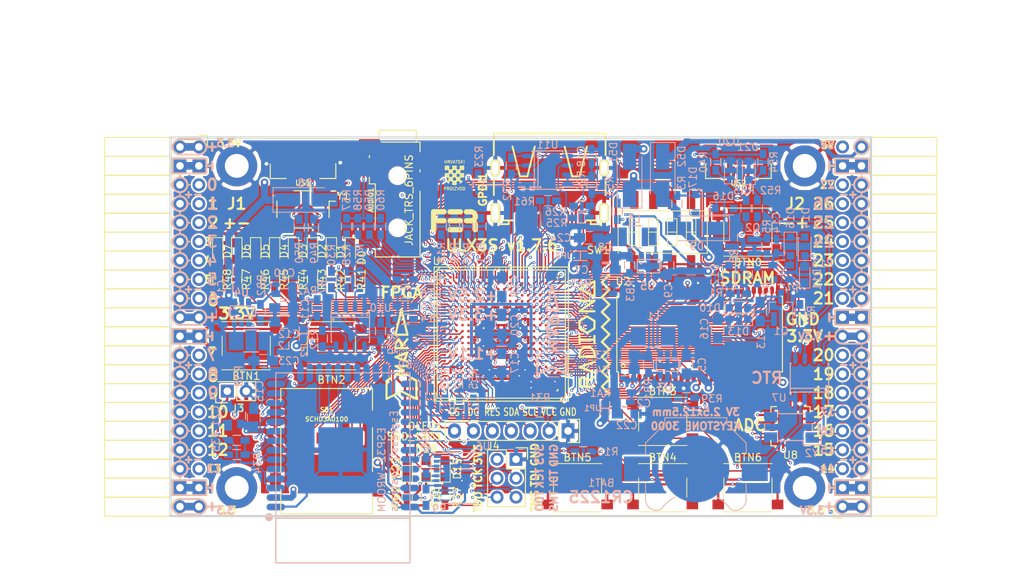
<source format=kicad_pcb>
(kicad_pcb (version 4) (host pcbnew 4.0.7+dfsg1-1)
  (layers (0 F.Cu signal) (1 In1.Cu signal) (2 In2.Cu signal) (31 B.Cu signal) (34 B.Paste user) (35 F.Paste user) (36 B.SilkS user) (37 F.SilkS user) (38 B.Mask user) (39 F.Mask user) (44 Edge.Cuts user))
  (net 0 "")
  (net 1 GND)
  (net 2 +5V)
  (net 3 /gpio/IN5V)
  (net 4 /gpio/OUT5V)
  (net 5 +3V3)
  (net 6 BTN_D)
  (net 7 BTN_F1)
  (net 8 BTN_F2)
  (net 9 BTN_L)
  (net 10 BTN_R)
  (net 11 BTN_U)
  (net 12 /power/FB1)
  (net 13 +2V5)
  (net 14 /power/PWREN)
  (net 15 /power/FB3)
  (net 16 /power/FB2)
  (net 17 "Net-(D9-Pad1)")
  (net 18 /power/VBAT)
  (net 19 JTAG_TDI)
  (net 20 JTAG_TCK)
  (net 21 JTAG_TMS)
  (net 22 JTAG_TDO)
  (net 23 /power/WAKEUPn)
  (net 24 /power/WKUP)
  (net 25 /power/SHUT)
  (net 26 /power/WAKE)
  (net 27 /power/HOLD)
  (net 28 /power/WKn)
  (net 29 /power/OSCI_32k)
  (net 30 /power/OSCO_32k)
  (net 31 "Net-(Q2-Pad3)")
  (net 32 SHUTDOWN)
  (net 33 /analog/AUDIO_L)
  (net 34 /analog/AUDIO_R)
  (net 35 GPDI_5V_SCL)
  (net 36 GPDI_5V_SDA)
  (net 37 GPDI_SDA)
  (net 38 GPDI_SCL)
  (net 39 /gpdi/VREF2)
  (net 40 SD_CMD)
  (net 41 SD_CLK)
  (net 42 SD_D0)
  (net 43 SD_D1)
  (net 44 USB5V)
  (net 45 GPDI_CEC)
  (net 46 nRESET)
  (net 47 FTDI_nDTR)
  (net 48 SDRAM_CKE)
  (net 49 SDRAM_A7)
  (net 50 SDRAM_D15)
  (net 51 SDRAM_BA1)
  (net 52 SDRAM_D7)
  (net 53 SDRAM_A6)
  (net 54 SDRAM_CLK)
  (net 55 SDRAM_D13)
  (net 56 SDRAM_BA0)
  (net 57 SDRAM_D6)
  (net 58 SDRAM_A5)
  (net 59 SDRAM_D14)
  (net 60 SDRAM_A11)
  (net 61 SDRAM_D12)
  (net 62 SDRAM_D5)
  (net 63 SDRAM_A4)
  (net 64 SDRAM_A10)
  (net 65 SDRAM_D11)
  (net 66 SDRAM_A3)
  (net 67 SDRAM_D4)
  (net 68 SDRAM_D10)
  (net 69 SDRAM_D9)
  (net 70 SDRAM_A9)
  (net 71 SDRAM_D3)
  (net 72 SDRAM_D8)
  (net 73 SDRAM_A8)
  (net 74 SDRAM_A2)
  (net 75 SDRAM_A1)
  (net 76 SDRAM_A0)
  (net 77 SDRAM_D2)
  (net 78 SDRAM_D1)
  (net 79 SDRAM_D0)
  (net 80 SDRAM_DQM0)
  (net 81 SDRAM_nCS)
  (net 82 SDRAM_nRAS)
  (net 83 SDRAM_DQM1)
  (net 84 SDRAM_nCAS)
  (net 85 SDRAM_nWE)
  (net 86 /flash/FLASH_nWP)
  (net 87 /flash/FLASH_nHOLD)
  (net 88 /flash/FLASH_MOSI)
  (net 89 /flash/FLASH_MISO)
  (net 90 /flash/FLASH_SCK)
  (net 91 /flash/FLASH_nCS)
  (net 92 /flash/FPGA_PROGRAMN)
  (net 93 /flash/FPGA_DONE)
  (net 94 /flash/FPGA_INITN)
  (net 95 OLED_RES)
  (net 96 OLED_DC)
  (net 97 OLED_CS)
  (net 98 WIFI_EN)
  (net 99 FTDI_nRTS)
  (net 100 FTDI_TXD)
  (net 101 FTDI_RXD)
  (net 102 WIFI_RXD)
  (net 103 WIFI_GPIO0)
  (net 104 WIFI_TXD)
  (net 105 GPDI_ETH-)
  (net 106 GPDI_ETH+)
  (net 107 GPDI_D2+)
  (net 108 GPDI_D2-)
  (net 109 GPDI_D1+)
  (net 110 GPDI_D1-)
  (net 111 GPDI_D0+)
  (net 112 GPDI_D0-)
  (net 113 GPDI_CLK+)
  (net 114 GPDI_CLK-)
  (net 115 USB_FTDI_D+)
  (net 116 USB_FTDI_D-)
  (net 117 J1_17-)
  (net 118 J1_17+)
  (net 119 J1_23-)
  (net 120 J1_23+)
  (net 121 J1_25-)
  (net 122 J1_25+)
  (net 123 J1_27-)
  (net 124 J1_27+)
  (net 125 J1_29-)
  (net 126 J1_29+)
  (net 127 J1_31-)
  (net 128 J1_31+)
  (net 129 J1_33-)
  (net 130 J1_33+)
  (net 131 J1_35-)
  (net 132 J1_35+)
  (net 133 J2_5-)
  (net 134 J2_5+)
  (net 135 J2_7-)
  (net 136 J2_7+)
  (net 137 J2_9-)
  (net 138 J2_9+)
  (net 139 J2_13-)
  (net 140 J2_13+)
  (net 141 J2_17-)
  (net 142 J2_17+)
  (net 143 J2_11-)
  (net 144 J2_11+)
  (net 145 J2_23-)
  (net 146 J2_23+)
  (net 147 J1_5-)
  (net 148 J1_5+)
  (net 149 J1_7-)
  (net 150 J1_7+)
  (net 151 J1_9-)
  (net 152 J1_9+)
  (net 153 J1_11-)
  (net 154 J1_11+)
  (net 155 J1_13-)
  (net 156 J1_13+)
  (net 157 J1_15-)
  (net 158 J1_15+)
  (net 159 J2_15-)
  (net 160 J2_15+)
  (net 161 J2_25-)
  (net 162 J2_25+)
  (net 163 J2_27-)
  (net 164 J2_27+)
  (net 165 J2_29-)
  (net 166 J2_29+)
  (net 167 J2_31-)
  (net 168 J2_31+)
  (net 169 J2_33-)
  (net 170 J2_33+)
  (net 171 J2_35-)
  (net 172 J2_35+)
  (net 173 SD_D3)
  (net 174 AUDIO_L3)
  (net 175 AUDIO_L2)
  (net 176 AUDIO_L1)
  (net 177 AUDIO_L0)
  (net 178 AUDIO_R3)
  (net 179 AUDIO_R2)
  (net 180 AUDIO_R1)
  (net 181 AUDIO_R0)
  (net 182 OLED_CLK)
  (net 183 OLED_MOSI)
  (net 184 LED0)
  (net 185 LED1)
  (net 186 LED2)
  (net 187 LED3)
  (net 188 LED4)
  (net 189 LED5)
  (net 190 LED6)
  (net 191 LED7)
  (net 192 BTN_PWRn)
  (net 193 FTDI_nTXLED)
  (net 194 FTDI_nSLEEP)
  (net 195 /blinkey/LED_PWREN)
  (net 196 /blinkey/LED_TXLED)
  (net 197 /sdcard/SD3V3)
  (net 198 SD_D2)
  (net 199 CLK_25MHz)
  (net 200 /blinkey/BTNPUL)
  (net 201 /blinkey/BTNPUR)
  (net 202 USB_FPGA_D+)
  (net 203 /power/FTDI_nSUSPEND)
  (net 204 /blinkey/ALED0)
  (net 205 /blinkey/ALED1)
  (net 206 /blinkey/ALED2)
  (net 207 /blinkey/ALED3)
  (net 208 /blinkey/ALED4)
  (net 209 /blinkey/ALED5)
  (net 210 /blinkey/ALED6)
  (net 211 /blinkey/ALED7)
  (net 212 /usb/FTD-)
  (net 213 /usb/FTD+)
  (net 214 ADC_MISO)
  (net 215 ADC_MOSI)
  (net 216 ADC_CSn)
  (net 217 ADC_SCLK)
  (net 218 SW3)
  (net 219 SW2)
  (net 220 SW1)
  (net 221 USB_FPGA_D-)
  (net 222 /usb/FPD+)
  (net 223 /usb/FPD-)
  (net 224 WIFI_GPIO16)
  (net 225 WIFI_GPIO15)
  (net 226 /usb/ANT_433MHz)
  (net 227 /power/PWRBTn)
  (net 228 PROG_DONE)
  (net 229 /power/P3V3)
  (net 230 /power/P2V5)
  (net 231 /power/L1)
  (net 232 /power/L3)
  (net 233 /power/L2)
  (net 234 FTDI_TXDEN)
  (net 235 SDRAM_A12)
  (net 236 /analog/AUDIO_V)
  (net 237 AUDIO_V3)
  (net 238 AUDIO_V2)
  (net 239 AUDIO_V1)
  (net 240 AUDIO_V0)
  (net 241 /gpdi/FPGA_CEC)
  (net 242 /blinkey/LED_WIFI)
  (net 243 WIFI_GPIO2)
  (net 244 /power/P1V1)
  (net 245 +1V1)
  (net 246 SW4)
  (net 247 /blinkey/SWPU)
  (net 248 /wifi/WIFIEN)
  (net 249 FT2V5)
  (module Socket_Strips:Socket_Strip_Angled_2x20 (layer F.Cu) (at 97.91 62.69 270)
    (fp_text reference J1 (at 7.62 -5.08 360) (layer F.SilkS) (effects (font (size 1.5 1.5) (thickness 0.3))))
    (fp_text value CONN_02X20 hide)
    (pad 1 thru_hole oval (at 0 0 270) (size 1.7272 1.7272) (drill 1.016) (layers *.Cu *.Mask) (net 5 +3V3))
    (pad 2 thru_hole oval (at 0 2.54 270) (size 1.7272 1.7272) (drill 1.016) (layers *.Cu *.Mask) (net 5 +3V3))
    (pad 3 thru_hole rect (at 2.54 0 270) (size 1.7272 1.7272) (drill 1.016) (layers *.Cu *.Mask) (net 1 GND))
    (pad 4 thru_hole rect (at 2.54 2.54 270) (size 1.7272 1.7272) (drill 1.016) (layers *.Cu *.Mask) (net 1 GND))
    (pad 5 thru_hole oval (at 5.08 0 270) (size 1.7272 1.7272) (drill 1.016) (layers *.Cu *.Mask) (net 147 J1_5-))
    (pad 6 thru_hole oval (at 5.08 2.54 270) (size 1.7272 1.7272) (drill 1.016) (layers *.Cu *.Mask) (net 148 J1_5+))
    (pad 7 thru_hole oval (at 7.62 0 270) (size 1.7272 1.7272) (drill 1.016) (layers *.Cu *.Mask) (net 149 J1_7-))
    (pad 8 thru_hole oval (at 7.62 2.54 270) (size 1.7272 1.7272) (drill 1.016) (layers *.Cu *.Mask) (net 150 J1_7+))
    (pad 9 thru_hole oval (at 10.16 0 270) (size 1.7272 1.7272) (drill 1.016) (layers *.Cu *.Mask) (net 151 J1_9-))
    (pad 10 thru_hole oval (at 10.16 2.54 270) (size 1.7272 1.7272) (drill 1.016) (layers *.Cu *.Mask) (net 152 J1_9+))
    (pad 11 thru_hole oval (at 12.7 0 270) (size 1.7272 1.7272) (drill 1.016) (layers *.Cu *.Mask) (net 153 J1_11-))
    (pad 12 thru_hole oval (at 12.7 2.54 270) (size 1.7272 1.7272) (drill 1.016) (layers *.Cu *.Mask) (net 154 J1_11+))
    (pad 13 thru_hole oval (at 15.24 0 270) (size 1.7272 1.7272) (drill 1.016) (layers *.Cu *.Mask) (net 155 J1_13-))
    (pad 14 thru_hole oval (at 15.24 2.54 270) (size 1.7272 1.7272) (drill 1.016) (layers *.Cu *.Mask) (net 156 J1_13+))
    (pad 15 thru_hole oval (at 17.78 0 270) (size 1.7272 1.7272) (drill 1.016) (layers *.Cu *.Mask) (net 157 J1_15-))
    (pad 16 thru_hole oval (at 17.78 2.54 270) (size 1.7272 1.7272) (drill 1.016) (layers *.Cu *.Mask) (net 158 J1_15+))
    (pad 17 thru_hole oval (at 20.32 0 270) (size 1.7272 1.7272) (drill 1.016) (layers *.Cu *.Mask) (net 117 J1_17-))
    (pad 18 thru_hole oval (at 20.32 2.54 270) (size 1.7272 1.7272) (drill 1.016) (layers *.Cu *.Mask) (net 118 J1_17+))
    (pad 19 thru_hole oval (at 22.86 0 270) (size 1.7272 1.7272) (drill 1.016) (layers *.Cu *.Mask) (net 5 +3V3))
    (pad 20 thru_hole oval (at 22.86 2.54 270) (size 1.7272 1.7272) (drill 1.016) (layers *.Cu *.Mask) (net 5 +3V3))
    (pad 21 thru_hole rect (at 25.4 0 270) (size 1.7272 1.7272) (drill 1.016) (layers *.Cu *.Mask) (net 1 GND))
    (pad 22 thru_hole rect (at 25.4 2.54 270) (size 1.7272 1.7272) (drill 1.016) (layers *.Cu *.Mask) (net 1 GND))
    (pad 23 thru_hole oval (at 27.94 0 270) (size 1.7272 1.7272) (drill 1.016) (layers *.Cu *.Mask) (net 119 J1_23-))
    (pad 24 thru_hole oval (at 27.94 2.54 270) (size 1.7272 1.7272) (drill 1.016) (layers *.Cu *.Mask) (net 120 J1_23+))
    (pad 25 thru_hole oval (at 30.48 0 270) (size 1.7272 1.7272) (drill 1.016) (layers *.Cu *.Mask) (net 121 J1_25-))
    (pad 26 thru_hole oval (at 30.48 2.54 270) (size 1.7272 1.7272) (drill 1.016) (layers *.Cu *.Mask) (net 122 J1_25+))
    (pad 27 thru_hole oval (at 33.02 0 270) (size 1.7272 1.7272) (drill 1.016) (layers *.Cu *.Mask) (net 123 J1_27-))
    (pad 28 thru_hole oval (at 33.02 2.54 270) (size 1.7272 1.7272) (drill 1.016) (layers *.Cu *.Mask) (net 124 J1_27+))
    (pad 29 thru_hole oval (at 35.56 0 270) (size 1.7272 1.7272) (drill 1.016) (layers *.Cu *.Mask) (net 125 J1_29-))
    (pad 30 thru_hole oval (at 35.56 2.54 270) (size 1.7272 1.7272) (drill 1.016) (layers *.Cu *.Mask) (net 126 J1_29+))
    (pad 31 thru_hole oval (at 38.1 0 270) (size 1.7272 1.7272) (drill 1.016) (layers *.Cu *.Mask) (net 127 J1_31-))
    (pad 32 thru_hole oval (at 38.1 2.54 270) (size 1.7272 1.7272) (drill 1.016) (layers *.Cu *.Mask) (net 128 J1_31+))
    (pad 33 thru_hole oval (at 40.64 0 270) (size 1.7272 1.7272) (drill 1.016) (layers *.Cu *.Mask) (net 129 J1_33-))
    (pad 34 thru_hole oval (at 40.64 2.54 270) (size 1.7272 1.7272) (drill 1.016) (layers *.Cu *.Mask) (net 130 J1_33+))
    (pad 35 thru_hole oval (at 43.18 0 270) (size 1.7272 1.7272) (drill 1.016) (layers *.Cu *.Mask) (net 131 J1_35-))
    (pad 36 thru_hole oval (at 43.18 2.54 270) (size 1.7272 1.7272) (drill 1.016) (layers *.Cu *.Mask) (net 132 J1_35+))
    (pad 37 thru_hole rect (at 45.72 0 270) (size 1.7272 1.7272) (drill 1.016) (layers *.Cu *.Mask) (net 1 GND))
    (pad 38 thru_hole rect (at 45.72 2.54 270) (size 1.7272 1.7272) (drill 1.016) (layers *.Cu *.Mask) (net 1 GND))
    (pad 39 thru_hole oval (at 48.26 0 270) (size 1.7272 1.7272) (drill 1.016) (layers *.Cu *.Mask) (net 5 +3V3))
    (pad 40 thru_hole oval (at 48.26 2.54 270) (size 1.7272 1.7272) (drill 1.016) (layers *.Cu *.Mask) (net 5 +3V3))
  )
  (module SMD_Packages:1Pin (layer F.Cu) (at 182.67515 111.637626)
    (fp_text reference AE1 hide)
    (fp_text value 433MHz hide)
    (pad 1 smd rect (at 0 0) (size 0.5 0.5) (layers B.Cu F.Paste F.Mask) (net 226 /usb/ANT_433MHz))
  )
  (module Resistors_SMD:R_0603_HandSoldering (layer B.Cu) (at 103.498 98.758 90)
    (fp_text reference R38 (at 5.334 -0.254 90) (layer B.SilkS) (effects (justify mirror)))
    (fp_text value 0.47)
    (pad 1 smd rect (at -1.1 0 90) (size 1.2 0.9) (layers B.Cu B.Paste B.Mask) (net 197 /sdcard/SD3V3))
    (pad 2 smd rect (at 1.1 0 90) (size 1.2 0.9) (layers B.Cu B.Paste B.Mask) (net 5 +3V3))
  )
  (module jumper:SOLDER-JUMPER_1-WAY (layer B.Cu) (at 152.393 97.742 270)
    (fp_text reference JP1 (at 0 1.778 360) (layer B.SilkS) (effects (font (size 0.762 0.762) (thickness 0.1524)) (justify mirror)))
    (fp_text value 1.2 hide)
    (pad 1 smd rect (at -0.6 0 270) (size 1 1) (layers B.Cu B.Paste B.Mask) (net 244 /power/P1V1))
    (pad 2 smd rect (at 0.6 0 270) (size 1 1) (layers B.Cu B.Paste B.Mask) (net 245 +1V1))
  )
  (module Diodes_SMD:D_SMA_Handsoldering (layer B.Cu) (at 155.695 66.5 90)
    (fp_text reference D51 (at 3.048 -2.159 90) (layer B.SilkS) (effects (justify mirror)))
    (fp_text value STPS2L30AF hide)
    (pad 1 smd rect (at -2.5 0 90) (size 3.5 1.8) (layers B.Cu B.Paste B.Mask) (net 2 +5V))
    (pad 2 smd rect (at 2.5 0 90) (size 3.5 1.8) (layers B.Cu B.Paste B.Mask) (net 3 /gpio/IN5V))
  )
  (module Resistors_SMD:R_0603_HandSoldering (layer B.Cu) (at 154.044 71.326 90)
    (fp_text reference R51 (at 3.302 -1.016 90) (layer B.SilkS) (effects (justify mirror)))
    (fp_text value 150)
    (pad 1 smd rect (at -1.1 0 90) (size 1.2 0.9) (layers B.Cu B.Paste B.Mask) (net 5 +3V3))
    (pad 2 smd rect (at 1.1 0 90) (size 1.2 0.9) (layers B.Cu B.Paste B.Mask) (net 247 /blinkey/SWPU))
  )
  (module Resistors_SMD:R_1210_HandSoldering (layer B.Cu) (at 158.87 88.09 180)
    (fp_text reference L1 (at 0 2.7 180) (layer B.SilkS) (effects (justify mirror)))
    (fp_text value 2.2uH)
    (pad 1 smd rect (at -2 0 180) (size 2 2.5) (layers B.Cu B.Paste B.Mask) (net 231 /power/L1))
    (pad 2 smd rect (at 2 0 180) (size 2 2.5) (layers B.Cu B.Paste B.Mask) (net 244 /power/P1V1))
  )
  (module TSOT-25:TSOT-25 (layer B.Cu) (at 160.775 91.9)
    (fp_text reference U3 (at -0.381 3.048) (layer B.SilkS) (effects (font (thickness 0.2)) (justify mirror)))
    (fp_text value DIO6015)
    (pad 1 smd rect (at -0.95 -1.3) (size 0.7 1.2) (layers B.Cu B.Paste B.Mask) (net 14 /power/PWREN))
    (pad 2 smd rect (at 0 -1.3) (size 0.7 1.2) (layers B.Cu B.Paste B.Mask) (net 1 GND))
    (pad 3 smd rect (at 0.95 -1.3) (size 0.7 1.2) (layers B.Cu B.Paste B.Mask) (net 231 /power/L1))
    (pad 4 smd rect (at 0.95 1.3) (size 0.7 1.2) (layers B.Cu B.Paste B.Mask) (net 2 +5V))
    (pad 5 smd rect (at -0.95 1.3) (size 0.7 1.2) (layers B.Cu B.Paste B.Mask) (net 12 /power/FB1))
  )
  (module Resistors_SMD:R_1210_HandSoldering (layer B.Cu) (at 104.895 88.725)
    (fp_text reference L2 (at 4.445 0.635) (layer B.SilkS) (effects (justify mirror)))
    (fp_text value 2.2uH)
    (pad 1 smd rect (at -2 0) (size 2 2.5) (layers B.Cu B.Paste B.Mask) (net 233 /power/L2))
    (pad 2 smd rect (at 2 0) (size 2 2.5) (layers B.Cu B.Paste B.Mask) (net 230 /power/P2V5))
  )
  (module TSOT-25:TSOT-25 (layer B.Cu) (at 103.625 84.915 180)
    (fp_text reference U4 (at 0 2.697 180) (layer B.SilkS) (effects (font (thickness 0.2)) (justify mirror)))
    (fp_text value LX7172)
    (pad 1 smd rect (at -0.95 -1.3 180) (size 0.7 1.2) (layers B.Cu B.Paste B.Mask) (net 14 /power/PWREN))
    (pad 2 smd rect (at 0 -1.3 180) (size 0.7 1.2) (layers B.Cu B.Paste B.Mask) (net 1 GND))
    (pad 3 smd rect (at 0.95 -1.3 180) (size 0.7 1.2) (layers B.Cu B.Paste B.Mask) (net 233 /power/L2))
    (pad 4 smd rect (at 0.95 1.3 180) (size 0.7 1.2) (layers B.Cu B.Paste B.Mask) (net 2 +5V))
    (pad 5 smd rect (at -0.95 1.3 180) (size 0.7 1.2) (layers B.Cu B.Paste B.Mask) (net 16 /power/FB2))
  )
  (module Resistors_SMD:R_1210_HandSoldering (layer B.Cu) (at 156.33 74.755 180)
    (fp_text reference L3 (at 0 2.413 180) (layer B.SilkS) (effects (justify mirror)))
    (fp_text value 2.2uH)
    (pad 1 smd rect (at -2 0 180) (size 2 2.5) (layers B.Cu B.Paste B.Mask) (net 232 /power/L3))
    (pad 2 smd rect (at 2 0 180) (size 2 2.5) (layers B.Cu B.Paste B.Mask) (net 229 /power/P3V3))
  )
  (module TSOT-25:TSOT-25 (layer B.Cu) (at 158.235 78.692)
    (fp_text reference U5 (at -0.127 2.667) (layer B.SilkS) (effects (font (thickness 0.2)) (justify mirror)))
    (fp_text value TLV62569DBV)
    (pad 1 smd rect (at -0.95 -1.3) (size 0.7 1.2) (layers B.Cu B.Paste B.Mask) (net 14 /power/PWREN))
    (pad 2 smd rect (at 0 -1.3) (size 0.7 1.2) (layers B.Cu B.Paste B.Mask) (net 1 GND))
    (pad 3 smd rect (at 0.95 -1.3) (size 0.7 1.2) (layers B.Cu B.Paste B.Mask) (net 232 /power/L3))
    (pad 4 smd rect (at 0.95 1.3) (size 0.7 1.2) (layers B.Cu B.Paste B.Mask) (net 2 +5V))
    (pad 5 smd rect (at -0.95 1.3) (size 0.7 1.2) (layers B.Cu B.Paste B.Mask) (net 15 /power/FB3))
  )
  (module Capacitors_SMD:C_0805_HandSoldering (layer B.Cu) (at 101.085 84.915 270)
    (fp_text reference C1 (at -3.429 0.127 270) (layer B.SilkS) (effects (justify mirror)))
    (fp_text value 22uF)
    (pad 1 smd rect (at -1.25 0 270) (size 1.5 1.25) (layers B.Cu B.Paste B.Mask) (net 2 +5V))
    (pad 2 smd rect (at 1.25 0 270) (size 1.5 1.25) (layers B.Cu B.Paste B.Mask) (net 1 GND))
  )
  (module Capacitors_SMD:C_0805_HandSoldering (layer B.Cu) (at 155.06 90.63)
    (fp_text reference C3 (at -3.048 0) (layer B.SilkS) (effects (justify mirror)))
    (fp_text value 22uF)
    (pad 1 smd rect (at -1.25 0) (size 1.5 1.25) (layers B.Cu B.Paste B.Mask) (net 244 /power/P1V1))
    (pad 2 smd rect (at 1.25 0) (size 1.5 1.25) (layers B.Cu B.Paste B.Mask) (net 1 GND))
  )
  (module Capacitors_SMD:C_0805_HandSoldering (layer B.Cu) (at 155.06 92.535)
    (fp_text reference C4 (at -3.048 0.127) (layer B.SilkS) (effects (justify mirror)))
    (fp_text value 22uF)
    (pad 1 smd rect (at -1.25 0) (size 1.5 1.25) (layers B.Cu B.Paste B.Mask) (net 244 /power/P1V1))
    (pad 2 smd rect (at 1.25 0) (size 1.5 1.25) (layers B.Cu B.Paste B.Mask) (net 1 GND))
  )
  (module Capacitors_SMD:C_0805_HandSoldering (layer B.Cu) (at 163.315 91.9 90)
    (fp_text reference C5 (at 0 2.1 90) (layer B.SilkS) (effects (justify mirror)))
    (fp_text value 22uF)
    (pad 1 smd rect (at -1.25 0 90) (size 1.5 1.25) (layers B.Cu B.Paste B.Mask) (net 2 +5V))
    (pad 2 smd rect (at 1.25 0 90) (size 1.5 1.25) (layers B.Cu B.Paste B.Mask) (net 1 GND))
  )
  (module Capacitors_SMD:C_0805_HandSoldering (layer B.Cu) (at 152.52 79.2)
    (fp_text reference C7 (at -3.302 0) (layer B.SilkS) (effects (justify mirror)))
    (fp_text value 22uF)
    (pad 1 smd rect (at -1.25 0) (size 1.5 1.25) (layers B.Cu B.Paste B.Mask) (net 229 /power/P3V3))
    (pad 2 smd rect (at 1.25 0) (size 1.5 1.25) (layers B.Cu B.Paste B.Mask) (net 1 GND))
  )
  (module Capacitors_SMD:C_0805_HandSoldering (layer B.Cu) (at 152.52 77.295)
    (fp_text reference C8 (at -0.127 -1.143) (layer B.SilkS) (effects (justify mirror)))
    (fp_text value 22uF)
    (pad 1 smd rect (at -1.25 0) (size 1.5 1.25) (layers B.Cu B.Paste B.Mask) (net 229 /power/P3V3))
    (pad 2 smd rect (at 1.25 0) (size 1.5 1.25) (layers B.Cu B.Paste B.Mask) (net 1 GND))
  )
  (module Capacitors_SMD:C_0805_HandSoldering (layer B.Cu) (at 160.775 78.565 90)
    (fp_text reference C9 (at -3.429 0.127 90) (layer B.SilkS) (effects (justify mirror)))
    (fp_text value 22uF)
    (pad 1 smd rect (at -1.25 0 90) (size 1.5 1.25) (layers B.Cu B.Paste B.Mask) (net 2 +5V))
    (pad 2 smd rect (at 1.25 0 90) (size 1.5 1.25) (layers B.Cu B.Paste B.Mask) (net 1 GND))
  )
  (module Capacitors_SMD:C_0805_HandSoldering (layer B.Cu) (at 109.34 84.28 180)
    (fp_text reference C11 (at -2.794 -0.254 270) (layer B.SilkS) (effects (justify mirror)))
    (fp_text value 22uF)
    (pad 1 smd rect (at -1.25 0 180) (size 1.5 1.25) (layers B.Cu B.Paste B.Mask) (net 230 /power/P2V5))
    (pad 2 smd rect (at 1.25 0 180) (size 1.5 1.25) (layers B.Cu B.Paste B.Mask) (net 1 GND))
  )
  (module Capacitors_SMD:C_0805_HandSoldering (layer B.Cu) (at 109.34 86.185 180)
    (fp_text reference C12 (at -0.635 -1.615 360) (layer B.SilkS) (effects (justify mirror)))
    (fp_text value 22uF)
    (pad 1 smd rect (at -1.25 0 180) (size 1.5 1.25) (layers B.Cu B.Paste B.Mask) (net 230 /power/P2V5))
    (pad 2 smd rect (at 1.25 0 180) (size 1.5 1.25) (layers B.Cu B.Paste B.Mask) (net 1 GND))
  )
  (module Capacitors_SMD:C_0805_HandSoldering (layer B.Cu) (at 173.221 84.788 90)
    (fp_text reference C13 (at -3.556 0.127 90) (layer B.SilkS) (effects (justify mirror)))
    (fp_text value 2.2uF)
    (pad 1 smd rect (at -1.25 0 90) (size 1.5 1.25) (layers B.Cu B.Paste B.Mask) (net 2 +5V))
    (pad 2 smd rect (at 1.25 0 90) (size 1.5 1.25) (layers B.Cu B.Paste B.Mask) (net 24 /power/WKUP))
  )
  (module TO_SOT_Packages_SMD:SOT-23_Handsoldering (layer B.Cu) (at 176.015 84.28 90)
    (fp_text reference Q1 (at -3.1115 0 180) (layer B.SilkS) (effects (justify mirror)))
    (fp_text value BC857)
    (pad 1 smd rect (at -1.5 0.95 90) (size 1.9 0.8) (layers B.Cu B.Paste B.Mask) (net 28 /power/WKn))
    (pad 2 smd rect (at -1.5 -0.95 90) (size 1.9 0.8) (layers B.Cu B.Paste B.Mask) (net 2 +5V))
    (pad 3 smd rect (at 1.5 0 90) (size 1.9 0.8) (layers B.Cu B.Paste B.Mask) (net 24 /power/WKUP))
  )
  (module TO_SOT_Packages_SMD:SOT-23_Handsoldering (layer B.Cu) (at 170.935 76.025 180)
    (fp_text reference Q2 (at -1.295 2.5 180) (layer B.SilkS) (effects (justify mirror)))
    (fp_text value 2N7002)
    (pad 1 smd rect (at -1.5 0.95 180) (size 1.9 0.8) (layers B.Cu B.Paste B.Mask) (net 25 /power/SHUT))
    (pad 2 smd rect (at -1.5 -0.95 180) (size 1.9 0.8) (layers B.Cu B.Paste B.Mask) (net 1 GND))
    (pad 3 smd rect (at 1.5 0 180) (size 1.9 0.8) (layers B.Cu B.Paste B.Mask) (net 31 "Net-(Q2-Pad3)"))
  )
  (module Capacitors_SMD:C_0603_HandSoldering (layer B.Cu) (at 154.86 96.91)
    (fp_text reference C2 (at 2.74 0.197) (layer B.SilkS) (effects (justify mirror)))
    (fp_text value 470pF)
    (pad 1 smd rect (at -0.95 0) (size 1.2 0.75) (layers B.Cu B.Paste B.Mask) (net 244 /power/P1V1))
    (pad 2 smd rect (at 0.95 0) (size 1.2 0.75) (layers B.Cu B.Paste B.Mask) (net 12 /power/FB1))
  )
  (module Capacitors_SMD:C_0603_HandSoldering (layer B.Cu) (at 152.52 82.375)
    (fp_text reference C6 (at -2.794 0.127) (layer B.SilkS) (effects (justify mirror)))
    (fp_text value 470pF)
    (pad 1 smd rect (at -0.95 0) (size 1.2 0.75) (layers B.Cu B.Paste B.Mask) (net 229 /power/P3V3))
    (pad 2 smd rect (at 0.95 0) (size 1.2 0.75) (layers B.Cu B.Paste B.Mask) (net 15 /power/FB3))
  )
  (module Capacitors_SMD:C_0603_HandSoldering (layer B.Cu) (at 109.34 81.105 180)
    (fp_text reference C10 (at -0.04 1.505 180) (layer B.SilkS) (effects (justify mirror)))
    (fp_text value 470pF)
    (pad 1 smd rect (at -0.95 0 180) (size 1.2 0.75) (layers B.Cu B.Paste B.Mask) (net 230 /power/P2V5))
    (pad 2 smd rect (at 0.95 0 180) (size 1.2 0.75) (layers B.Cu B.Paste B.Mask) (net 16 /power/FB2))
  )
  (module Capacitors_SMD:C_0603_HandSoldering (layer B.Cu) (at 175.38 76.025 270)
    (fp_text reference C14 (at -3.175 0 270) (layer B.SilkS) (effects (justify mirror)))
    (fp_text value 100nF)
    (pad 1 smd rect (at -0.95 0 270) (size 1.2 0.75) (layers B.Cu B.Paste B.Mask) (net 25 /power/SHUT))
    (pad 2 smd rect (at 0.95 0 270) (size 1.2 0.75) (layers B.Cu B.Paste B.Mask) (net 1 GND))
  )
  (module Resistors_SMD:R_0603_HandSoldering (layer B.Cu) (at 170.3 82.375)
    (fp_text reference R1 (at -3.048 -0.127) (layer B.SilkS) (effects (justify mirror)))
    (fp_text value 15k)
    (pad 1 smd rect (at -1.1 0) (size 1.2 0.9) (layers B.Cu B.Paste B.Mask) (net 26 /power/WAKE))
    (pad 2 smd rect (at 1.1 0) (size 1.2 0.9) (layers B.Cu B.Paste B.Mask) (net 14 /power/PWREN))
  )
  (module Resistors_SMD:R_0603_HandSoldering (layer B.Cu) (at 172.84 79.835 90)
    (fp_text reference R2 (at -1.905 1.27 90) (layer B.SilkS) (effects (justify mirror)))
    (fp_text value 47k)
    (pad 1 smd rect (at -1.1 0 90) (size 1.2 0.9) (layers B.Cu B.Paste B.Mask) (net 14 /power/PWREN))
    (pad 2 smd rect (at 1.1 0 90) (size 1.2 0.9) (layers B.Cu B.Paste B.Mask) (net 1 GND))
  )
  (module Resistors_SMD:R_0603_HandSoldering (layer B.Cu) (at 176.015 80.47 180)
    (fp_text reference R4 (at -1.397 -1.27 360) (layer B.SilkS) (effects (justify mirror)))
    (fp_text value 4.7k)
    (pad 1 smd rect (at -1.1 0 180) (size 1.2 0.9) (layers B.Cu B.Paste B.Mask) (net 27 /power/HOLD))
    (pad 2 smd rect (at 1.1 0 180) (size 1.2 0.9) (layers B.Cu B.Paste B.Mask) (net 14 /power/PWREN))
  )
  (module Resistors_SMD:R_0603_HandSoldering (layer B.Cu) (at 174.11 76.025 270)
    (fp_text reference R5 (at -2.667 0 270) (layer B.SilkS) (effects (justify mirror)))
    (fp_text value 4.7M)
    (pad 1 smd rect (at -1.1 0 270) (size 1.2 0.9) (layers B.Cu B.Paste B.Mask) (net 25 /power/SHUT))
    (pad 2 smd rect (at 1.1 0 270) (size 1.2 0.9) (layers B.Cu B.Paste B.Mask) (net 1 GND))
  )
  (module Resistors_SMD:R_0603_HandSoldering (layer B.Cu) (at 178.555 84.915 270)
    (fp_text reference R6 (at 0 -1.524 270) (layer B.SilkS) (effects (justify mirror)))
    (fp_text value 1k)
    (pad 1 smd rect (at -1.1 0 270) (size 1.2 0.9) (layers B.Cu B.Paste B.Mask) (net 28 /power/WKn))
    (pad 2 smd rect (at 1.1 0 270) (size 1.2 0.9) (layers B.Cu B.Paste B.Mask) (net 23 /power/WAKEUPn))
  )
  (module Resistors_SMD:R_0603_HandSoldering (layer B.Cu) (at 113.785 84.28 270)
    (fp_text reference R7 (at -2.794 -0.635 270) (layer B.SilkS) (effects (justify mirror)))
    (fp_text value 150)
    (pad 1 smd rect (at -1.1 0 270) (size 1.2 0.9) (layers B.Cu B.Paste B.Mask) (net 5 +3V3))
    (pad 2 smd rect (at 1.1 0 270) (size 1.2 0.9) (layers B.Cu B.Paste B.Mask) (net 200 /blinkey/BTNPUL))
  )
  (module Resistors_SMD:R_0603_HandSoldering (layer B.Cu) (at 170.935 79.835 90)
    (fp_text reference R8 (at 2.54 -1.27 90) (layer B.SilkS) (effects (justify mirror)))
    (fp_text value 1k)
    (pad 1 smd rect (at -1.1 0 90) (size 1.2 0.9) (layers B.Cu B.Paste B.Mask) (net 14 /power/PWREN))
    (pad 2 smd rect (at 1.1 0 90) (size 1.2 0.9) (layers B.Cu B.Paste B.Mask) (net 31 "Net-(Q2-Pad3)"))
  )
  (module Resistors_SMD:R_0603_HandSoldering (layer B.Cu) (at 128.39 109.68 270)
    (fp_text reference R9 (at 1.524 -1.778 360) (layer B.SilkS) (effects (justify mirror)))
    (fp_text value 15k)
    (pad 1 smd rect (at -1.1 0 270) (size 1.2 0.9) (layers B.Cu B.Paste B.Mask) (net 46 nRESET))
    (pad 2 smd rect (at 1.1 0 270) (size 1.2 0.9) (layers B.Cu B.Paste B.Mask) (net 249 FT2V5))
  )
  (module Resistors_SMD:R_0603_HandSoldering (layer B.Cu) (at 149.472 103.584 180)
    (fp_text reference R10 (at -3.302 0 180) (layer B.SilkS) (effects (justify mirror)))
    (fp_text value 150)
    (pad 1 smd rect (at -1.1 0 180) (size 1.2 0.9) (layers B.Cu B.Paste B.Mask) (net 203 /power/FTDI_nSUSPEND))
    (pad 2 smd rect (at 1.1 0 180) (size 1.2 0.9) (layers B.Cu B.Paste B.Mask) (net 194 FTDI_nSLEEP))
  )
  (module Resistors_SMD:R_0603_HandSoldering (layer B.Cu) (at 176.015 78.565 180)
    (fp_text reference R13 (at -5.588 0.254 180) (layer B.SilkS) (effects (justify mirror)))
    (fp_text value 15k)
    (pad 1 smd rect (at -1.1 0 180) (size 1.2 0.9) (layers B.Cu B.Paste B.Mask) (net 32 SHUTDOWN))
    (pad 2 smd rect (at 1.1 0 180) (size 1.2 0.9) (layers B.Cu B.Paste B.Mask) (net 1 GND))
  )
  (module Resistors_SMD:R_0603_HandSoldering (layer B.Cu) (at 154.86 95.64)
    (fp_text reference RA1 (at -3.102 0.07) (layer B.SilkS) (effects (justify mirror)))
    (fp_text value 15k)
    (pad 1 smd rect (at -1.1 0) (size 1.2 0.9) (layers B.Cu B.Paste B.Mask) (net 244 /power/P1V1))
    (pad 2 smd rect (at 1.1 0) (size 1.2 0.9) (layers B.Cu B.Paste B.Mask) (net 12 /power/FB1))
  )
  (module Resistors_SMD:R_0603_HandSoldering (layer B.Cu) (at 109.34 82.375 180)
    (fp_text reference RA2 (at -3.048 0.381 360) (layer B.SilkS) (effects (justify mirror)))
    (fp_text value 15k)
    (pad 1 smd rect (at -1.1 0 180) (size 1.2 0.9) (layers B.Cu B.Paste B.Mask) (net 230 /power/P2V5))
    (pad 2 smd rect (at 1.1 0 180) (size 1.2 0.9) (layers B.Cu B.Paste B.Mask) (net 16 /power/FB2))
  )
  (module Resistors_SMD:R_0603_HandSoldering (layer B.Cu) (at 152.52 81.105)
    (fp_text reference RA3 (at -3.302 -0.127) (layer B.SilkS) (effects (justify mirror)))
    (fp_text value 15k)
    (pad 1 smd rect (at -1.1 0) (size 1.2 0.9) (layers B.Cu B.Paste B.Mask) (net 229 /power/P3V3))
    (pad 2 smd rect (at 1.1 0) (size 1.2 0.9) (layers B.Cu B.Paste B.Mask) (net 15 /power/FB3))
  )
  (module Resistors_SMD:R_0603_HandSoldering (layer B.Cu) (at 158.235 91.9 270)
    (fp_text reference RB1 (at 3.302 0 270) (layer B.SilkS) (effects (justify mirror)))
    (fp_text value 18k)
    (pad 1 smd rect (at -1.1 0 270) (size 1.2 0.9) (layers B.Cu B.Paste B.Mask) (net 1 GND))
    (pad 2 smd rect (at 1.1 0 270) (size 1.2 0.9) (layers B.Cu B.Paste B.Mask) (net 12 /power/FB1))
  )
  (module Resistors_SMD:R_0603_HandSoldering (layer B.Cu) (at 106.165 84.915 90)
    (fp_text reference RB2 (at 3.683 0.127 90) (layer B.SilkS) (effects (justify mirror)))
    (fp_text value 4.7k)
    (pad 1 smd rect (at -1.1 0 90) (size 1.2 0.9) (layers B.Cu B.Paste B.Mask) (net 1 GND))
    (pad 2 smd rect (at 1.1 0 90) (size 1.2 0.9) (layers B.Cu B.Paste B.Mask) (net 16 /power/FB2))
  )
  (module Resistors_SMD:R_0603_HandSoldering (layer B.Cu) (at 155.695 78.565 270)
    (fp_text reference RB3 (at 3.429 -0.127 270) (layer B.SilkS) (effects (justify mirror)))
    (fp_text value 3.3k)
    (pad 1 smd rect (at -1.1 0 270) (size 1.2 0.9) (layers B.Cu B.Paste B.Mask) (net 1 GND))
    (pad 2 smd rect (at 1.1 0 270) (size 1.2 0.9) (layers B.Cu B.Paste B.Mask) (net 15 /power/FB3))
  )
  (module Resistors_SMD:R_0603_HandSoldering (layer B.Cu) (at 125.596 85.804 180)
    (fp_text reference R14 (at -3.47 0.127 180) (layer B.SilkS) (effects (justify mirror)))
    (fp_text value 1.2k)
    (pad 1 smd rect (at -1.1 0 180) (size 1.2 0.9) (layers B.Cu B.Paste B.Mask) (net 177 AUDIO_L0))
    (pad 2 smd rect (at 1.1 0 180) (size 1.2 0.9) (layers B.Cu B.Paste B.Mask) (net 33 /analog/AUDIO_L))
  )
  (module Resistors_SMD:R_0603_HandSoldering (layer B.Cu) (at 125.596 84.026 180)
    (fp_text reference R15 (at -3.47 -0.001 180) (layer B.SilkS) (effects (justify mirror)))
    (fp_text value 680)
    (pad 1 smd rect (at -1.1 0 180) (size 1.2 0.9) (layers B.Cu B.Paste B.Mask) (net 176 AUDIO_L1))
    (pad 2 smd rect (at 1.1 0 180) (size 1.2 0.9) (layers B.Cu B.Paste B.Mask) (net 33 /analog/AUDIO_L))
  )
  (module Resistors_SMD:R_0603_HandSoldering (layer B.Cu) (at 125.596 82.248 180)
    (fp_text reference R16 (at -3.47 -0.127 180) (layer B.SilkS) (effects (justify mirror)))
    (fp_text value 330)
    (pad 1 smd rect (at -1.1 0 180) (size 1.2 0.9) (layers B.Cu B.Paste B.Mask) (net 175 AUDIO_L2))
    (pad 2 smd rect (at 1.1 0 180) (size 1.2 0.9) (layers B.Cu B.Paste B.Mask) (net 33 /analog/AUDIO_L))
  )
  (module Resistors_SMD:R_0603_HandSoldering (layer B.Cu) (at 125.596 80.47 180)
    (fp_text reference R17 (at -3.47 0 180) (layer B.SilkS) (effects (justify mirror)))
    (fp_text value 150)
    (pad 1 smd rect (at -1.1 0 180) (size 1.2 0.9) (layers B.Cu B.Paste B.Mask) (net 174 AUDIO_L3))
    (pad 2 smd rect (at 1.1 0 180) (size 1.2 0.9) (layers B.Cu B.Paste B.Mask) (net 33 /analog/AUDIO_L))
  )
  (module Resistors_SMD:R_0603_HandSoldering (layer B.Cu) (at 130.422 73.358 90)
    (fp_text reference R18 (at -3.556 0 90) (layer B.SilkS) (effects (justify mirror)))
    (fp_text value 1.2k)
    (pad 1 smd rect (at -1.1 0 90) (size 1.2 0.9) (layers B.Cu B.Paste B.Mask) (net 181 AUDIO_R0))
    (pad 2 smd rect (at 1.1 0 90) (size 1.2 0.9) (layers B.Cu B.Paste B.Mask) (net 34 /analog/AUDIO_R))
  )
  (module Resistors_SMD:R_0603_HandSoldering (layer B.Cu) (at 132.2 73.358 90)
    (fp_text reference R19 (at -3.556 0 90) (layer B.SilkS) (effects (justify mirror)))
    (fp_text value 680)
    (pad 1 smd rect (at -1.1 0 90) (size 1.2 0.9) (layers B.Cu B.Paste B.Mask) (net 180 AUDIO_R1))
    (pad 2 smd rect (at 1.1 0 90) (size 1.2 0.9) (layers B.Cu B.Paste B.Mask) (net 34 /analog/AUDIO_R))
  )
  (module Resistors_SMD:R_0603_HandSoldering (layer B.Cu) (at 133.978 73.358 90)
    (fp_text reference R20 (at -3.556 0 90) (layer B.SilkS) (effects (justify mirror)))
    (fp_text value 330)
    (pad 1 smd rect (at -1.1 0 90) (size 1.2 0.9) (layers B.Cu B.Paste B.Mask) (net 179 AUDIO_R2))
    (pad 2 smd rect (at 1.1 0 90) (size 1.2 0.9) (layers B.Cu B.Paste B.Mask) (net 34 /analog/AUDIO_R))
  )
  (module Resistors_SMD:R_0603_HandSoldering (layer B.Cu) (at 135.756 73.358 90)
    (fp_text reference R21 (at -3.556 0 90) (layer B.SilkS) (effects (justify mirror)))
    (fp_text value 150)
    (pad 1 smd rect (at -1.1 0 90) (size 1.2 0.9) (layers B.Cu B.Paste B.Mask) (net 178 AUDIO_R3))
    (pad 2 smd rect (at 1.1 0 90) (size 1.2 0.9) (layers B.Cu B.Paste B.Mask) (net 34 /analog/AUDIO_R))
  )
  (module Capacitors_SMD:C_0603_HandSoldering (layer B.Cu) (at 150.5896 63.96 90)
    (fp_text reference C18 (at 0 -1.3716 90) (layer B.SilkS) (effects (justify mirror)))
    (fp_text value 470pF)
    (pad 1 smd rect (at -0.95 0 90) (size 1.2 0.75) (layers B.Cu B.Paste B.Mask) (net 39 /gpdi/VREF2))
    (pad 2 smd rect (at 0.95 0 90) (size 1.2 0.75) (layers B.Cu B.Paste B.Mask) (net 1 GND))
  )
  (module Socket_Strips:Socket_Strip_Angled_2x20 (layer F.Cu) (at 184.27 110.95 90)
    (fp_text reference J2 (at 40.64 -6.35 180) (layer F.SilkS) (effects (font (size 1.5 1.5) (thickness 0.3))))
    (fp_text value CONN_02X20 hide)
    (pad 1 thru_hole oval (at 0 0 90) (size 1.7272 1.7272) (drill 1.016) (layers *.Cu *.Mask) (net 5 +3V3))
    (pad 2 thru_hole oval (at 0 2.54 90) (size 1.7272 1.7272) (drill 1.016) (layers *.Cu *.Mask) (net 5 +3V3))
    (pad 3 thru_hole rect (at 2.54 0 90) (size 1.7272 1.7272) (drill 1.016) (layers *.Cu *.Mask) (net 1 GND))
    (pad 4 thru_hole rect (at 2.54 2.54 90) (size 1.7272 1.7272) (drill 1.016) (layers *.Cu *.Mask) (net 1 GND))
    (pad 5 thru_hole oval (at 5.08 0 90) (size 1.7272 1.7272) (drill 1.016) (layers *.Cu *.Mask) (net 133 J2_5-))
    (pad 6 thru_hole oval (at 5.08 2.54 90) (size 1.7272 1.7272) (drill 1.016) (layers *.Cu *.Mask) (net 134 J2_5+))
    (pad 7 thru_hole oval (at 7.62 0 90) (size 1.7272 1.7272) (drill 1.016) (layers *.Cu *.Mask) (net 135 J2_7-))
    (pad 8 thru_hole oval (at 7.62 2.54 90) (size 1.7272 1.7272) (drill 1.016) (layers *.Cu *.Mask) (net 136 J2_7+))
    (pad 9 thru_hole oval (at 10.16 0 90) (size 1.7272 1.7272) (drill 1.016) (layers *.Cu *.Mask) (net 137 J2_9-))
    (pad 10 thru_hole oval (at 10.16 2.54 90) (size 1.7272 1.7272) (drill 1.016) (layers *.Cu *.Mask) (net 138 J2_9+))
    (pad 11 thru_hole oval (at 12.7 0 90) (size 1.7272 1.7272) (drill 1.016) (layers *.Cu *.Mask) (net 143 J2_11-))
    (pad 12 thru_hole oval (at 12.7 2.54 90) (size 1.7272 1.7272) (drill 1.016) (layers *.Cu *.Mask) (net 144 J2_11+))
    (pad 13 thru_hole oval (at 15.24 0 90) (size 1.7272 1.7272) (drill 1.016) (layers *.Cu *.Mask) (net 139 J2_13-))
    (pad 14 thru_hole oval (at 15.24 2.54 90) (size 1.7272 1.7272) (drill 1.016) (layers *.Cu *.Mask) (net 140 J2_13+))
    (pad 15 thru_hole oval (at 17.78 0 90) (size 1.7272 1.7272) (drill 1.016) (layers *.Cu *.Mask) (net 159 J2_15-))
    (pad 16 thru_hole oval (at 17.78 2.54 90) (size 1.7272 1.7272) (drill 1.016) (layers *.Cu *.Mask) (net 160 J2_15+))
    (pad 17 thru_hole oval (at 20.32 0 90) (size 1.7272 1.7272) (drill 1.016) (layers *.Cu *.Mask) (net 141 J2_17-))
    (pad 18 thru_hole oval (at 20.32 2.54 90) (size 1.7272 1.7272) (drill 1.016) (layers *.Cu *.Mask) (net 142 J2_17+))
    (pad 19 thru_hole oval (at 22.86 0 90) (size 1.7272 1.7272) (drill 1.016) (layers *.Cu *.Mask) (net 5 +3V3))
    (pad 20 thru_hole oval (at 22.86 2.54 90) (size 1.7272 1.7272) (drill 1.016) (layers *.Cu *.Mask) (net 5 +3V3))
    (pad 21 thru_hole rect (at 25.4 0 90) (size 1.7272 1.7272) (drill 1.016) (layers *.Cu *.Mask) (net 1 GND))
    (pad 22 thru_hole rect (at 25.4 2.54 90) (size 1.7272 1.7272) (drill 1.016) (layers *.Cu *.Mask) (net 1 GND))
    (pad 23 thru_hole oval (at 27.94 0 90) (size 1.7272 1.7272) (drill 1.016) (layers *.Cu *.Mask) (net 145 J2_23-))
    (pad 24 thru_hole oval (at 27.94 2.54 90) (size 1.7272 1.7272) (drill 1.016) (layers *.Cu *.Mask) (net 146 J2_23+))
    (pad 25 thru_hole oval (at 30.48 0 90) (size 1.7272 1.7272) (drill 1.016) (layers *.Cu *.Mask) (net 161 J2_25-))
    (pad 26 thru_hole oval (at 30.48 2.54 90) (size 1.7272 1.7272) (drill 1.016) (layers *.Cu *.Mask) (net 162 J2_25+))
    (pad 27 thru_hole oval (at 33.02 0 90) (size 1.7272 1.7272) (drill 1.016) (layers *.Cu *.Mask) (net 163 J2_27-))
    (pad 28 thru_hole oval (at 33.02 2.54 90) (size 1.7272 1.7272) (drill 1.016) (layers *.Cu *.Mask) (net 164 J2_27+))
    (pad 29 thru_hole oval (at 35.56 0 90) (size 1.7272 1.7272) (drill 1.016) (layers *.Cu *.Mask) (net 165 J2_29-))
    (pad 30 thru_hole oval (at 35.56 2.54 90) (size 1.7272 1.7272) (drill 1.016) (layers *.Cu *.Mask) (net 166 J2_29+))
    (pad 31 thru_hole oval (at 38.1 0 90) (size 1.7272 1.7272) (drill 1.016) (layers *.Cu *.Mask) (net 167 J2_31-))
    (pad 32 thru_hole oval (at 38.1 2.54 90) (size 1.7272 1.7272) (drill 1.016) (layers *.Cu *.Mask) (net 168 J2_31+))
    (pad 33 thru_hole oval (at 40.64 0 90) (size 1.7272 1.7272) (drill 1.016) (layers *.Cu *.Mask) (net 169 J2_33-))
    (pad 34 thru_hole oval (at 40.64 2.54 90) (size 1.7272 1.7272) (drill 1.016) (layers *.Cu *.Mask) (net 170 J2_33+))
    (pad 35 thru_hole oval (at 43.18 0 90) (size 1.7272 1.7272) (drill 1.016) (layers *.Cu *.Mask) (net 171 J2_35-))
    (pad 36 thru_hole oval (at 43.18 2.54 90) (size 1.7272 1.7272) (drill 1.016) (layers *.Cu *.Mask) (net 172 J2_35+))
    (pad 37 thru_hole rect (at 45.72 0 90) (size 1.7272 1.7272) (drill 1.016) (layers *.Cu *.Mask) (net 1 GND))
    (pad 38 thru_hole rect (at 45.72 2.54 90) (size 1.7272 1.7272) (drill 1.016) (layers *.Cu *.Mask) (net 1 GND))
    (pad 39 thru_hole oval (at 48.26 0 90) (size 1.7272 1.7272) (drill 1.016) (layers *.Cu *.Mask) (net 3 /gpio/IN5V))
    (pad 40 thru_hole oval (at 48.26 2.54 90) (size 1.7272 1.7272) (drill 1.016) (layers *.Cu *.Mask) (net 4 /gpio/OUT5V))
  )
  (module Mounting_Holes:MountingHole_3.2mm_M3_ISO14580_Pad (layer F.Cu) (at 102.99 108.41)
    (fp_text reference H1 hide)
    (fp_text value HOLE hide)
    (pad 1 thru_hole circle (at 0 0) (size 5.5 5.5) (drill 3.2) (layers *.Cu *.Mask) (net 1 GND))
  )
  (module Mounting_Holes:MountingHole_3.2mm_M3_ISO14580_Pad (layer F.Cu) (at 179.19 108.41)
    (fp_text reference H2 hide)
    (fp_text value HOLE hide)
    (pad 1 thru_hole circle (at 0 0) (size 5.5 5.5) (drill 3.2) (layers *.Cu *.Mask) (net 1 GND))
  )
  (module Mounting_Holes:MountingHole_3.2mm_M3_ISO14580_Pad (layer F.Cu) (at 179.19 65.23)
    (fp_text reference H3 hide)
    (fp_text value HOLE hide)
    (pad 1 thru_hole circle (at 0 0) (size 5.5 5.5) (drill 3.2) (layers *.Cu *.Mask) (net 1 GND))
  )
  (module Mounting_Holes:MountingHole_3.2mm_M3_ISO14580_Pad (layer F.Cu) (at 102.99 65.23)
    (fp_text reference H4 hide)
    (fp_text value HOLE hide)
    (pad 1 thru_hole circle (at 0 0) (size 5.5 5.5) (drill 3.2) (layers *.Cu *.Mask) (net 1 GND))
  )
  (module Resistors_SMD:R_0603_HandSoldering (layer B.Cu) (at 162.045 70.31 90)
    (fp_text reference R3 (at 2.794 0.635 90) (layer B.SilkS) (effects (justify mirror)))
    (fp_text value 4.7k)
    (pad 1 smd rect (at -1.1 0 90) (size 1.2 0.9) (layers B.Cu B.Paste B.Mask) (net 2 +5V))
    (pad 2 smd rect (at 1.1 0 90) (size 1.2 0.9) (layers B.Cu B.Paste B.Mask) (net 227 /power/PWRBTn))
  )
  (module Resistors_SMD:R_0603_HandSoldering (layer B.Cu) (at 139.82 65.23 90)
    (fp_text reference R22 (at -3.27 -0.54 90) (layer B.SilkS) (effects (justify mirror)))
    (fp_text value 2.2k)
    (pad 1 smd rect (at -1.1 0 90) (size 1.2 0.9) (layers B.Cu B.Paste B.Mask) (net 5 +3V3))
    (pad 2 smd rect (at 1.1 0 90) (size 1.2 0.9) (layers B.Cu B.Paste B.Mask) (net 37 GPDI_SDA))
  )
  (module Resistors_SMD:R_0603_HandSoldering (layer B.Cu) (at 135.375 67.432 90)
    (fp_text reference R23 (at 3.472 0.127 90) (layer B.SilkS) (effects (justify mirror)))
    (fp_text value 2.2k)
    (pad 1 smd rect (at -1.1 0 90) (size 1.2 0.9) (layers B.Cu B.Paste B.Mask) (net 5 +3V3))
    (pad 2 smd rect (at 1.1 0 90) (size 1.2 0.9) (layers B.Cu B.Paste B.Mask) (net 38 GPDI_SCL))
  )
  (module Resistors_SMD:R_0603_HandSoldering (layer B.Cu) (at 150.615 67.77 90)
    (fp_text reference R24 (at 0.508 -1.397 90) (layer B.SilkS) (effects (justify mirror)))
    (fp_text value 100k)
    (pad 1 smd rect (at -1.1 0 90) (size 1.2 0.9) (layers B.Cu B.Paste B.Mask) (net 2 +5V))
    (pad 2 smd rect (at 1.1 0 90) (size 1.2 0.9) (layers B.Cu B.Paste B.Mask) (net 39 /gpdi/VREF2))
  )
  (module Resistors_SMD:R_0603_HandSoldering (layer B.Cu) (at 149.175 72.215 180)
    (fp_text reference R25 (at 3.259 -0.685 180) (layer B.SilkS) (effects (justify mirror)))
    (fp_text value 4.7k)
    (pad 1 smd rect (at -1.1 0 180) (size 1.2 0.9) (layers B.Cu B.Paste B.Mask) (net 2 +5V))
    (pad 2 smd rect (at 1.1 0 180) (size 1.2 0.9) (layers B.Cu B.Paste B.Mask) (net 35 GPDI_5V_SCL))
  )
  (module Resistors_SMD:R_0603_HandSoldering (layer B.Cu) (at 149.28 70.6 180)
    (fp_text reference R26 (at 3.5 -0.8 180) (layer B.SilkS) (effects (justify mirror)))
    (fp_text value 4.7k)
    (pad 1 smd rect (at -1.1 0 180) (size 1.2 0.9) (layers B.Cu B.Paste B.Mask) (net 2 +5V))
    (pad 2 smd rect (at 1.1 0 180) (size 1.2 0.9) (layers B.Cu B.Paste B.Mask) (net 36 GPDI_5V_SDA))
  )
  (module Housings_SSOP:SSOP-20_4.4x6.5mm_Pitch0.65mm (layer B.Cu) (at 132.835 107.14 180)
    (fp_text reference U6 (at -3.175 4.318 180) (layer B.SilkS) (effects (justify mirror)))
    (fp_text value FT231XS)
    (pad 1 smd rect (at -2.9 2.925 180) (size 1 0.4) (layers B.Cu B.Paste B.Mask) (net 47 FTDI_nDTR))
    (pad 2 smd rect (at -2.9 2.275 180) (size 1 0.4) (layers B.Cu B.Paste B.Mask) (net 99 FTDI_nRTS))
    (pad 3 smd rect (at -2.9 1.625 180) (size 1 0.4) (layers B.Cu B.Paste B.Mask) (net 249 FT2V5))
    (pad 4 smd rect (at -2.9 0.975 180) (size 1 0.4) (layers B.Cu B.Paste B.Mask) (net 101 FTDI_RXD))
    (pad 5 smd rect (at -2.9 0.325 180) (size 1 0.4) (layers B.Cu B.Paste B.Mask) (net 19 JTAG_TDI))
    (pad 6 smd rect (at -2.9 -0.325 180) (size 1 0.4) (layers B.Cu B.Paste B.Mask) (net 1 GND))
    (pad 7 smd rect (at -2.9 -0.975 180) (size 1 0.4) (layers B.Cu B.Paste B.Mask) (net 20 JTAG_TCK))
    (pad 8 smd rect (at -2.9 -1.625 180) (size 1 0.4) (layers B.Cu B.Paste B.Mask) (net 21 JTAG_TMS))
    (pad 9 smd rect (at -2.9 -2.275 180) (size 1 0.4) (layers B.Cu B.Paste B.Mask) (net 22 JTAG_TDO))
    (pad 10 smd rect (at -2.9 -2.925 180) (size 1 0.4) (layers B.Cu B.Paste B.Mask) (net 193 FTDI_nTXLED))
    (pad 11 smd rect (at 2.9 -2.925 180) (size 1 0.4) (layers B.Cu B.Paste B.Mask) (net 115 USB_FTDI_D+))
    (pad 12 smd rect (at 2.9 -2.275 180) (size 1 0.4) (layers B.Cu B.Paste B.Mask) (net 116 USB_FTDI_D-))
    (pad 13 smd rect (at 2.9 -1.625 180) (size 1 0.4) (layers B.Cu B.Paste B.Mask) (net 249 FT2V5))
    (pad 14 smd rect (at 2.9 -0.975 180) (size 1 0.4) (layers B.Cu B.Paste B.Mask) (net 46 nRESET))
    (pad 15 smd rect (at 2.9 -0.325 180) (size 1 0.4) (layers B.Cu B.Paste B.Mask) (net 2 +5V))
    (pad 16 smd rect (at 2.9 0.325 180) (size 1 0.4) (layers B.Cu B.Paste B.Mask) (net 1 GND))
    (pad 17 smd rect (at 2.9 0.975 180) (size 1 0.4) (layers B.Cu B.Paste B.Mask))
    (pad 18 smd rect (at 2.9 1.625 180) (size 1 0.4) (layers B.Cu B.Paste B.Mask) (net 234 FTDI_TXDEN))
    (pad 19 smd rect (at 2.9 2.275 180) (size 1 0.4) (layers B.Cu B.Paste B.Mask) (net 194 FTDI_nSLEEP))
    (pad 20 smd rect (at 2.9 2.925 180) (size 1 0.4) (layers B.Cu B.Paste B.Mask) (net 100 FTDI_TXD))
  )
  (module Resistors_SMD:R_0603_HandSoldering (layer B.Cu) (at 119.5 80.47 270)
    (fp_text reference R11 (at -3.302 0 270) (layer B.SilkS) (effects (justify mirror)))
    (fp_text value 10k)
    (pad 1 smd rect (at -1.1 0 270) (size 1.2 0.9) (layers B.Cu B.Paste B.Mask) (net 5 +3V3))
    (pad 2 smd rect (at 1.1 0 270) (size 1.2 0.9) (layers B.Cu B.Paste B.Mask) (net 86 /flash/FLASH_nWP))
  )
  (module Resistors_SMD:R_0603_HandSoldering (layer B.Cu) (at 114.48 88.4 90)
    (fp_text reference R12 (at -0.071 -1.076 270) (layer B.SilkS) (effects (justify mirror)))
    (fp_text value 10k)
    (pad 1 smd rect (at -1.1 0 90) (size 1.2 0.9) (layers B.Cu B.Paste B.Mask) (net 5 +3V3))
    (pad 2 smd rect (at 1.1 0 90) (size 1.2 0.9) (layers B.Cu B.Paste B.Mask) (net 87 /flash/FLASH_nHOLD))
  )
  (module Resistors_SMD:R_0603_HandSoldering (layer B.Cu) (at 129.025 96.175 90)
    (fp_text reference R27 (at 3.429 0 90) (layer B.SilkS) (effects (justify mirror)))
    (fp_text value 10k)
    (pad 1 smd rect (at -1.1 0 90) (size 1.2 0.9) (layers B.Cu B.Paste B.Mask) (net 5 +3V3))
    (pad 2 smd rect (at 1.1 0 90) (size 1.2 0.9) (layers B.Cu B.Paste B.Mask) (net 88 /flash/FLASH_MOSI))
  )
  (module Resistors_SMD:R_0603_HandSoldering (layer B.Cu) (at 117.595 80.47 270)
    (fp_text reference R28 (at -3.302 -0.127 270) (layer B.SilkS) (effects (justify mirror)))
    (fp_text value 10k)
    (pad 1 smd rect (at -1.1 0 270) (size 1.2 0.9) (layers B.Cu B.Paste B.Mask) (net 5 +3V3))
    (pad 2 smd rect (at 1.1 0 270) (size 1.2 0.9) (layers B.Cu B.Paste B.Mask) (net 89 /flash/FLASH_MISO))
  )
  (module Resistors_SMD:R_0603_HandSoldering (layer B.Cu) (at 122.28 87.4 270)
    (fp_text reference R29 (at 1.706 -1.538 450) (layer B.SilkS) (effects (justify mirror)))
    (fp_text value 1k)
    (pad 1 smd rect (at -1.1 0 270) (size 1.2 0.9) (layers B.Cu B.Paste B.Mask) (net 5 +3V3))
    (pad 2 smd rect (at 1.1 0 270) (size 1.2 0.9) (layers B.Cu B.Paste B.Mask) (net 90 /flash/FLASH_SCK))
  )
  (module Resistors_SMD:R_0603_HandSoldering (layer B.Cu) (at 115.69 80.47 270)
    (fp_text reference R30 (at -3.302 0 270) (layer B.SilkS) (effects (justify mirror)))
    (fp_text value 4.7k)
    (pad 1 smd rect (at -1.1 0 270) (size 1.2 0.9) (layers B.Cu B.Paste B.Mask) (net 5 +3V3))
    (pad 2 smd rect (at 1.1 0 270) (size 1.2 0.9) (layers B.Cu B.Paste B.Mask) (net 91 /flash/FLASH_nCS))
  )
  (module Resistors_SMD:R_0603_HandSoldering (layer B.Cu) (at 143.63 98.25 180)
    (fp_text reference R31 (at 0 1.9 180) (layer B.SilkS) (effects (justify mirror)))
    (fp_text value 10k)
    (pad 1 smd rect (at -1.1 0 180) (size 1.2 0.9) (layers B.Cu B.Paste B.Mask) (net 5 +3V3))
    (pad 2 smd rect (at 1.1 0 180) (size 1.2 0.9) (layers B.Cu B.Paste B.Mask) (net 92 /flash/FPGA_PROGRAMN))
  )
  (module Resistors_SMD:R_0603_HandSoldering (layer B.Cu) (at 132.835 97.615 90)
    (fp_text reference R32 (at 3.81 0 90) (layer B.SilkS) (effects (justify mirror)))
    (fp_text value 10k)
    (pad 1 smd rect (at -1.1 0 90) (size 1.2 0.9) (layers B.Cu B.Paste B.Mask) (net 5 +3V3))
    (pad 2 smd rect (at 1.1 0 90) (size 1.2 0.9) (layers B.Cu B.Paste B.Mask) (net 93 /flash/FPGA_DONE))
  )
  (module Resistors_SMD:R_0603_HandSoldering (layer B.Cu) (at 130.93 97.615 90)
    (fp_text reference R33 (at 3.81 0 90) (layer B.SilkS) (effects (justify mirror)))
    (fp_text value 10k)
    (pad 1 smd rect (at -1.1 0 90) (size 1.2 0.9) (layers B.Cu B.Paste B.Mask) (net 5 +3V3))
    (pad 2 smd rect (at 1.1 0 90) (size 1.2 0.9) (layers B.Cu B.Paste B.Mask) (net 94 /flash/FPGA_INITN))
  )
  (module Resistors_SMD:R_0603_HandSoldering (layer B.Cu) (at 102.99 103.965)
    (fp_text reference R34 (at 2.794 1.143 90) (layer B.SilkS) (effects (justify mirror)))
    (fp_text value 15k)
    (pad 1 smd rect (at -1.1 0) (size 1.2 0.9) (layers B.Cu B.Paste B.Mask) (net 5 +3V3))
    (pad 2 smd rect (at 1.1 0) (size 1.2 0.9) (layers B.Cu B.Paste B.Mask) (net 98 WIFI_EN))
  )
  (module Socket_Strips:Socket_Strip_Straight_2x01 (layer F.Cu) (at 101.72 95.456 90)
    (fp_text reference J3 (at -2.286 1.397 180) (layer F.SilkS))
    (fp_text value WIFI_OFF)
    (pad 1 thru_hole rect (at 0 0 90) (size 1.7272 1.7272) (drill 1.016) (layers *.Cu *.Mask) (net 248 /wifi/WIFIEN))
    (pad 2 thru_hole oval (at 0 2.54 90) (size 1.7272 1.7272) (drill 1.016) (layers *.Cu *.Mask) (net 1 GND))
  )
  (module Resistors_SMD:R_0603_HandSoldering (layer B.Cu) (at 102.99 102.06 180)
    (fp_text reference R35 (at 2.794 -0.127 270) (layer B.SilkS) (effects (justify mirror)))
    (fp_text value 470)
    (pad 1 smd rect (at -1.1 0 180) (size 1.2 0.9) (layers B.Cu B.Paste B.Mask) (net 98 WIFI_EN))
    (pad 2 smd rect (at 1.1 0 180) (size 1.2 0.9) (layers B.Cu B.Paste B.Mask) (net 248 /wifi/WIFIEN))
  )
  (module Resistors_SMD:R_0603_HandSoldering (layer F.Cu) (at 128.39 109.68 270)
    (fp_text reference R36 (at 0 -1.27 270) (layer F.SilkS))
    (fp_text value 470)
    (pad 1 smd rect (at -1.1 0 270) (size 1.2 0.9) (layers F.Cu F.Paste F.Mask) (net 195 /blinkey/LED_PWREN))
    (pad 2 smd rect (at 1.1 0 270) (size 1.2 0.9) (layers F.Cu F.Paste F.Mask) (net 1 GND))
  )
  (module Resistors_SMD:R_0603_HandSoldering (layer F.Cu) (at 130.93 109.68 90)
    (fp_text reference R37 (at 0 1.651 90) (layer F.SilkS))
    (fp_text value 470)
    (pad 1 smd rect (at -1.1 0 90) (size 1.2 0.9) (layers F.Cu F.Paste F.Mask) (net 193 FTDI_nTXLED))
    (pad 2 smd rect (at 1.1 0 90) (size 1.2 0.9) (layers F.Cu F.Paste F.Mask) (net 196 /blinkey/LED_TXLED))
  )
  (module usb_otg:USB-MICRO-B-FCI-10118192-0001LF (layer F.Cu) (at 111.88 63.325 180)
    (fp_text reference US1 (at 0 -4.2 180) (layer F.SilkS) (effects (font (size 0.7 0.7))))
    (fp_text value USB_FTDI hide)
    (pad 6 smd rect (at -3.1 -2.55 180) (size 2.1 1.6) (layers F.Cu F.Paste F.Mask) (net 1 GND))
    (pad 6 smd rect (at 3.1 -2.55 180) (size 2.1 1.6) (layers F.Cu F.Paste F.Mask) (net 1 GND))
    (pad 6 smd rect (at -1.2 0 180) (size 1.9 1.9) (layers F.Cu F.Paste F.Mask) (net 1 GND))
    (pad 6 smd rect (at 1.2 0 180) (size 1.9 1.9) (layers F.Cu F.Paste F.Mask) (net 1 GND))
    (pad 1 smd rect (at -1.3 -2.675 180) (size 0.4 1.35) (layers F.Cu F.Paste F.Mask) (net 44 USB5V))
    (pad 2 smd rect (at -0.65 -2.675 180) (size 0.4 1.35) (layers F.Cu F.Paste F.Mask) (net 212 /usb/FTD-))
    (pad 3 smd rect (at 0 -2.675 180) (size 0.4 1.35) (layers F.Cu F.Paste F.Mask) (net 213 /usb/FTD+))
    (pad 4 smd rect (at 0.65 -2.675 180) (size 0.4 1.35) (layers F.Cu F.Paste F.Mask))
    (pad 5 smd rect (at 1.3 -2.675 180) (size 0.4 1.35) (layers F.Cu F.Paste F.Mask) (net 1 GND))
    (pad 6 smd rect (at -3.8 0 180) (size 1.8 1.9) (layers F.Cu F.Paste F.Mask) (net 1 GND))
    (pad 6 smd rect (at 3.8 0 180) (size 1.8 1.9) (layers F.Cu F.Paste F.Mask) (net 1 GND))
  )
  (module usb_otg:USB-MICRO-B-FCI-10118192-0001LF (layer F.Cu) (at 170.3 63.325 180)
    (fp_text reference US2 (at 0 -4.2 180) (layer F.SilkS) (effects (font (size 0.7 0.7))))
    (fp_text value USB_FPGA hide)
    (pad 6 smd rect (at -3.1 -2.55 180) (size 2.1 1.6) (layers F.Cu F.Paste F.Mask) (net 1 GND))
    (pad 6 smd rect (at 3.1 -2.55 180) (size 2.1 1.6) (layers F.Cu F.Paste F.Mask) (net 1 GND))
    (pad 6 smd rect (at -1.2 0 180) (size 1.9 1.9) (layers F.Cu F.Paste F.Mask) (net 1 GND))
    (pad 6 smd rect (at 1.2 0 180) (size 1.9 1.9) (layers F.Cu F.Paste F.Mask) (net 1 GND))
    (pad 1 smd rect (at -1.3 -2.675 180) (size 0.4 1.35) (layers F.Cu F.Paste F.Mask) (net 17 "Net-(D9-Pad1)"))
    (pad 2 smd rect (at -0.65 -2.675 180) (size 0.4 1.35) (layers F.Cu F.Paste F.Mask) (net 223 /usb/FPD-))
    (pad 3 smd rect (at 0 -2.675 180) (size 0.4 1.35) (layers F.Cu F.Paste F.Mask) (net 222 /usb/FPD+))
    (pad 4 smd rect (at 0.65 -2.675 180) (size 0.4 1.35) (layers F.Cu F.Paste F.Mask))
    (pad 5 smd rect (at 1.3 -2.675 180) (size 0.4 1.35) (layers F.Cu F.Paste F.Mask) (net 1 GND))
    (pad 6 smd rect (at -3.8 0 180) (size 1.8 1.9) (layers F.Cu F.Paste F.Mask) (net 1 GND))
    (pad 6 smd rect (at 3.8 0 180) (size 1.8 1.9) (layers F.Cu F.Paste F.Mask) (net 1 GND))
  )
  (module Capacitors_SMD:C_0805_HandSoldering (layer B.Cu) (at 167.506 87.074 90)
    (fp_text reference C16 (at 0 -1.778 90) (layer B.SilkS) (effects (justify mirror)))
    (fp_text value 2.2uF)
    (pad 1 smd rect (at -1.25 0 90) (size 1.5 1.25) (layers B.Cu B.Paste B.Mask) (net 5 +3V3))
    (pad 2 smd rect (at 1.25 0 90) (size 1.5 1.25) (layers B.Cu B.Paste B.Mask) (net 1 GND))
  )
  (module Resistors_SMD:R_0603_HandSoldering (layer B.Cu) (at 163.315 96.345 180)
    (fp_text reference R39 (at -3.429 -0.127 180) (layer B.SilkS) (effects (justify mirror)))
    (fp_text value 150)
    (pad 1 smd rect (at -1.1 0 180) (size 1.2 0.9) (layers B.Cu B.Paste B.Mask) (net 5 +3V3))
    (pad 2 smd rect (at 1.1 0 180) (size 1.2 0.9) (layers B.Cu B.Paste B.Mask) (net 201 /blinkey/BTNPUR))
  )
  (module Resistors_SMD:R_0603_HandSoldering (layer B.Cu) (at 167.252 64.722 90)
    (fp_text reference R40 (at 0 -1.651 90) (layer B.SilkS) (effects (justify mirror)))
    (fp_text value 1.5k)
    (pad 1 smd rect (at -1.1 0 90) (size 1.2 0.9) (layers B.Cu B.Paste B.Mask) (net 222 /usb/FPD+))
    (pad 2 smd rect (at 1.1 0 90) (size 1.2 0.9) (layers B.Cu B.Paste B.Mask) (net 5 +3V3))
  )
  (module Socket_Strips:Socket_Strip_Straight_2x03 (layer F.Cu) (at 140.455 104.6 270)
    (fp_text reference J4 (at -1.778 3.048 360) (layer F.SilkS))
    (fp_text value CONN_02X03 hide)
    (pad 1 thru_hole rect (at 0 0 270) (size 1.7272 1.7272) (drill 1.016) (layers *.Cu *.Mask) (net 1 GND))
    (pad 2 thru_hole oval (at 0 2.54 270) (size 1.7272 1.7272) (drill 1.016) (layers *.Cu *.Mask) (net 5 +3V3))
    (pad 3 thru_hole oval (at 2.54 0 270) (size 1.7272 1.7272) (drill 1.016) (layers *.Cu *.Mask) (net 19 JTAG_TDI))
    (pad 4 thru_hole oval (at 2.54 2.54 270) (size 1.7272 1.7272) (drill 1.016) (layers *.Cu *.Mask) (net 20 JTAG_TCK))
    (pad 5 thru_hole oval (at 5.08 0 270) (size 1.7272 1.7272) (drill 1.016) (layers *.Cu *.Mask) (net 21 JTAG_TMS))
    (pad 6 thru_hole oval (at 5.08 2.54 270) (size 1.7272 1.7272) (drill 1.016) (layers *.Cu *.Mask) (net 22 JTAG_TDO))
  )
  (module Resistors_SMD:R_0603_HandSoldering (layer F.Cu) (at 118.23 80.47 90)
    (fp_text reference R41 (at 0 1.524 90) (layer F.SilkS))
    (fp_text value 470)
    (pad 1 smd rect (at -1.1 0 90) (size 1.2 0.9) (layers F.Cu F.Paste F.Mask) (net 184 LED0))
    (pad 2 smd rect (at 1.1 0 90) (size 1.2 0.9) (layers F.Cu F.Paste F.Mask) (net 204 /blinkey/ALED0))
  )
  (module Resistors_SMD:R_0603_HandSoldering (layer F.Cu) (at 115.69 80.47 90)
    (fp_text reference R42 (at 0 1.27 90) (layer F.SilkS))
    (fp_text value 470)
    (pad 1 smd rect (at -1.1 0 90) (size 1.2 0.9) (layers F.Cu F.Paste F.Mask) (net 185 LED1))
    (pad 2 smd rect (at 1.1 0 90) (size 1.2 0.9) (layers F.Cu F.Paste F.Mask) (net 205 /blinkey/ALED1))
  )
  (module Resistors_SMD:R_0603_HandSoldering (layer F.Cu) (at 113.15 80.47 90)
    (fp_text reference R43 (at 0 1.27 90) (layer F.SilkS))
    (fp_text value 470)
    (pad 1 smd rect (at -1.1 0 90) (size 1.2 0.9) (layers F.Cu F.Paste F.Mask) (net 186 LED2))
    (pad 2 smd rect (at 1.1 0 90) (size 1.2 0.9) (layers F.Cu F.Paste F.Mask) (net 206 /blinkey/ALED2))
  )
  (module Resistors_SMD:R_0603_HandSoldering (layer F.Cu) (at 110.61 80.47 90)
    (fp_text reference R44 (at 0 1.27 90) (layer F.SilkS))
    (fp_text value 470)
    (pad 1 smd rect (at -1.1 0 90) (size 1.2 0.9) (layers F.Cu F.Paste F.Mask) (net 187 LED3))
    (pad 2 smd rect (at 1.1 0 90) (size 1.2 0.9) (layers F.Cu F.Paste F.Mask) (net 207 /blinkey/ALED3))
  )
  (module Resistors_SMD:R_0603_HandSoldering (layer F.Cu) (at 108.07 80.47 90)
    (fp_text reference R45 (at 0 1.27 90) (layer F.SilkS))
    (fp_text value 470)
    (pad 1 smd rect (at -1.1 0 90) (size 1.2 0.9) (layers F.Cu F.Paste F.Mask) (net 188 LED4))
    (pad 2 smd rect (at 1.1 0 90) (size 1.2 0.9) (layers F.Cu F.Paste F.Mask) (net 208 /blinkey/ALED4))
  )
  (module Resistors_SMD:R_0603_HandSoldering (layer F.Cu) (at 105.53 80.47 90)
    (fp_text reference R46 (at 0 1.27 90) (layer F.SilkS))
    (fp_text value 470)
    (pad 1 smd rect (at -1.1 0 90) (size 1.2 0.9) (layers F.Cu F.Paste F.Mask) (net 189 LED5))
    (pad 2 smd rect (at 1.1 0 90) (size 1.2 0.9) (layers F.Cu F.Paste F.Mask) (net 209 /blinkey/ALED5))
  )
  (module Resistors_SMD:R_0603_HandSoldering (layer F.Cu) (at 102.99 80.47 90)
    (fp_text reference R47 (at 0 1.27 90) (layer F.SilkS))
    (fp_text value 470)
    (pad 1 smd rect (at -1.1 0 90) (size 1.2 0.9) (layers F.Cu F.Paste F.Mask) (net 190 LED6))
    (pad 2 smd rect (at 1.1 0 90) (size 1.2 0.9) (layers F.Cu F.Paste F.Mask) (net 210 /blinkey/ALED6))
  )
  (module Resistors_SMD:R_0603_HandSoldering (layer F.Cu) (at 100.45 80.47 90)
    (fp_text reference R48 (at 0 1.27 90) (layer F.SilkS))
    (fp_text value 470)
    (pad 1 smd rect (at -1.1 0 90) (size 1.2 0.9) (layers F.Cu F.Paste F.Mask) (net 191 LED7))
    (pad 2 smd rect (at 1.1 0 90) (size 1.2 0.9) (layers F.Cu F.Paste F.Mask) (net 211 /blinkey/ALED7))
  )
  (module Capacitors_SMD:C_0805_HandSoldering (layer B.Cu) (at 138.55 91.646 270)
    (fp_text reference C17 (at 0 -1.75 270) (layer B.SilkS) (effects (justify mirror)))
    (fp_text value 2.2uF)
    (pad 1 smd rect (at -1.25 0 270) (size 1.5 1.25) (layers B.Cu B.Paste B.Mask) (net 245 +1V1))
    (pad 2 smd rect (at 1.25 0 270) (size 1.5 1.25) (layers B.Cu B.Paste B.Mask) (net 1 GND))
  )
  (module Capacitors_SMD:C_0805_HandSoldering (layer B.Cu) (at 138.55 81.486 90)
    (fp_text reference C19 (at 0.066 1.75 90) (layer B.SilkS) (effects (justify mirror)))
    (fp_text value 2.2uF)
    (pad 1 smd rect (at -1.25 0 90) (size 1.5 1.25) (layers B.Cu B.Paste B.Mask) (net 13 +2V5))
    (pad 2 smd rect (at 1.25 0 90) (size 1.5 1.25) (layers B.Cu B.Paste B.Mask) (net 1 GND))
  )
  (module Capacitors_SMD:C_0805_HandSoldering (layer B.Cu) (at 138.55 86.566 270)
    (fp_text reference C20 (at 0.02 -1.75 270) (layer B.SilkS) (effects (justify mirror)))
    (fp_text value 2.2uF)
    (pad 1 smd rect (at -1.25 0 270) (size 1.5 1.25) (layers B.Cu B.Paste B.Mask) (net 5 +3V3))
    (pad 2 smd rect (at 1.25 0 270) (size 1.5 1.25) (layers B.Cu B.Paste B.Mask) (net 1 GND))
  )
  (module Capacitors_SMD:C_0805_HandSoldering (layer B.Cu) (at 101.72 98.758 270)
    (fp_text reference C21 (at 0.0635 1.5875 270) (layer B.SilkS) (effects (justify mirror)))
    (fp_text value 22uF)
    (pad 1 smd rect (at -1.25 0 270) (size 1.5 1.25) (layers B.Cu B.Paste B.Mask) (net 5 +3V3))
    (pad 2 smd rect (at 1.25 0 270) (size 1.5 1.25) (layers B.Cu B.Paste B.Mask) (net 1 GND))
  )
  (module Resistors_SMD:R_0603_HandSoldering (layer B.Cu) (at 113.277 73.485 90)
    (fp_text reference R49 (at -3.429 0.127 90) (layer B.SilkS) (effects (justify mirror)))
    (fp_text value 27)
    (pad 1 smd rect (at -1.1 0 90) (size 1.2 0.9) (layers B.Cu B.Paste B.Mask) (net 116 USB_FTDI_D-))
    (pad 2 smd rect (at 1.1 0 90) (size 1.2 0.9) (layers B.Cu B.Paste B.Mask) (net 212 /usb/FTD-))
  )
  (module Resistors_SMD:R_0603_HandSoldering (layer B.Cu) (at 111.372 73.485 90)
    (fp_text reference R50 (at -3.429 0 90) (layer B.SilkS) (effects (justify mirror)))
    (fp_text value 27)
    (pad 1 smd rect (at -1.1 0 90) (size 1.2 0.9) (layers B.Cu B.Paste B.Mask) (net 115 USB_FTDI_D+))
    (pad 2 smd rect (at 1.1 0 90) (size 1.2 0.9) (layers B.Cu B.Paste B.Mask) (net 213 /usb/FTD+))
  )
  (module Housings_DFN_QFN:QFN-28-1EP_5x5mm_Pitch0.5mm (layer F.Cu) (at 177.285 100.155 180)
    (fp_text reference U8 (at 0 -3.875 180) (layer F.SilkS))
    (fp_text value MAX11125)
    (pad 1 smd oval (at -2.45 -1.5 180) (size 0.85 0.3) (layers F.Cu F.Paste F.Mask) (net 136 J2_7+))
    (pad 2 smd oval (at -2.45 -1 180) (size 0.85 0.3) (layers F.Cu F.Paste F.Mask) (net 137 J2_9-))
    (pad 3 smd oval (at -2.45 -0.5 180) (size 0.85 0.3) (layers F.Cu F.Paste F.Mask) (net 138 J2_9+))
    (pad 4 smd oval (at -2.45 0 180) (size 0.85 0.3) (layers F.Cu F.Paste F.Mask) (net 143 J2_11-))
    (pad 5 smd oval (at -2.45 0.5 180) (size 0.85 0.3) (layers F.Cu F.Paste F.Mask) (net 144 J2_11+))
    (pad 6 smd oval (at -2.45 1 180) (size 0.85 0.3) (layers F.Cu F.Paste F.Mask) (net 1 GND))
    (pad 7 smd oval (at -2.45 1.5 180) (size 0.85 0.3) (layers F.Cu F.Paste F.Mask) (net 1 GND))
    (pad 8 smd oval (at -1.5 2.45 270) (size 0.85 0.3) (layers F.Cu F.Paste F.Mask) (net 1 GND))
    (pad 9 smd oval (at -1 2.45 270) (size 0.85 0.3) (layers F.Cu F.Paste F.Mask) (net 1 GND))
    (pad 10 smd oval (at -0.5 2.45 270) (size 0.85 0.3) (layers F.Cu F.Paste F.Mask) (net 1 GND))
    (pad 11 smd oval (at 0 2.45 270) (size 0.85 0.3) (layers F.Cu F.Paste F.Mask) (net 1 GND))
    (pad 12 smd oval (at 0.5 2.45 270) (size 0.85 0.3) (layers F.Cu F.Paste F.Mask))
    (pad 13 smd oval (at 1 2.45 270) (size 0.85 0.3) (layers F.Cu F.Paste F.Mask) (net 1 GND))
    (pad 14 smd oval (at 1.5 2.45 270) (size 0.85 0.3) (layers F.Cu F.Paste F.Mask) (net 1 GND))
    (pad 15 smd oval (at 2.45 1.5 180) (size 0.85 0.3) (layers F.Cu F.Paste F.Mask) (net 5 +3V3))
    (pad 16 smd oval (at 2.45 1 180) (size 0.85 0.3) (layers F.Cu F.Paste F.Mask) (net 1 GND))
    (pad 17 smd oval (at 2.45 0.5 180) (size 0.85 0.3) (layers F.Cu F.Paste F.Mask) (net 5 +3V3))
    (pad 18 smd oval (at 2.45 0 180) (size 0.85 0.3) (layers F.Cu F.Paste F.Mask) (net 5 +3V3))
    (pad 19 smd oval (at 2.45 -0.5 180) (size 0.85 0.3) (layers F.Cu F.Paste F.Mask) (net 217 ADC_SCLK))
    (pad 20 smd oval (at 2.45 -1 180) (size 0.85 0.3) (layers F.Cu F.Paste F.Mask) (net 216 ADC_CSn))
    (pad 21 smd oval (at 2.45 -1.5 180) (size 0.85 0.3) (layers F.Cu F.Paste F.Mask) (net 215 ADC_MOSI))
    (pad 22 smd oval (at 1.5 -2.45 270) (size 0.85 0.3) (layers F.Cu F.Paste F.Mask) (net 1 GND))
    (pad 23 smd oval (at 1 -2.45 270) (size 0.85 0.3) (layers F.Cu F.Paste F.Mask) (net 5 +3V3))
    (pad 24 smd oval (at 0.5 -2.45 270) (size 0.85 0.3) (layers F.Cu F.Paste F.Mask) (net 214 ADC_MISO))
    (pad 25 smd oval (at 0 -2.45 270) (size 0.85 0.3) (layers F.Cu F.Paste F.Mask))
    (pad 26 smd oval (at -0.5 -2.45 270) (size 0.85 0.3) (layers F.Cu F.Paste F.Mask) (net 133 J2_5-))
    (pad 27 smd oval (at -1 -2.45 270) (size 0.85 0.3) (layers F.Cu F.Paste F.Mask) (net 134 J2_5+))
    (pad 28 smd oval (at -1.5 -2.45 270) (size 0.85 0.3) (layers F.Cu F.Paste F.Mask) (net 135 J2_7-))
    (pad 29 smd rect (at 0.8375 0.8375 180) (size 1.675 1.675) (layers F.Cu F.Paste F.Mask) (net 1 GND))
    (pad 29 smd rect (at 0.8375 -0.8375 180) (size 1.675 1.675) (layers F.Cu F.Paste F.Mask) (net 1 GND))
    (pad 29 smd rect (at -0.8375 0.8375 180) (size 1.675 1.675) (layers F.Cu F.Paste F.Mask) (net 1 GND))
    (pad 29 smd rect (at -0.8375 -0.8375 180) (size 1.675 1.675) (layers F.Cu F.Paste F.Mask) (net 1 GND))
  )
  (module Resistors_SMD:R_0603_HandSoldering (layer B.Cu) (at 172.84 70.945 90)
    (fp_text reference R52 (at 2.413 1.778 180) (layer B.SilkS) (effects (justify mirror)))
    (fp_text value 27)
    (pad 1 smd rect (at -1.1 0 90) (size 1.2 0.9) (layers B.Cu B.Paste B.Mask) (net 221 USB_FPGA_D-))
    (pad 2 smd rect (at 1.1 0 90) (size 1.2 0.9) (layers B.Cu B.Paste B.Mask) (net 223 /usb/FPD-))
  )
  (module Resistors_SMD:R_0603_HandSoldering (layer B.Cu) (at 171.316 70.945 90)
    (fp_text reference R53 (at 2.413 -0.254 180) (layer B.SilkS) (effects (justify mirror)))
    (fp_text value 27)
    (pad 1 smd rect (at -1.1 0 90) (size 1.2 0.9) (layers B.Cu B.Paste B.Mask) (net 202 USB_FPGA_D+))
    (pad 2 smd rect (at 1.1 0 90) (size 1.2 0.9) (layers B.Cu B.Paste B.Mask) (net 222 /usb/FPD+))
  )
  (module oled:oled_13xx (layer F.Cu) (at 139.82 100.79 180)
    (fp_text reference OLED1 (at 11.557 0.635 180) (layer F.SilkS))
    (fp_text value SSD_1331 (at 12.954 -0.762 180) (layer F.SilkS))
    (fp_text user CS (at 7.62 2.54 180) (layer F.SilkS) (effects (font (size 1 0.75))))
    (fp_text user DC (at 5.08 2.54 180) (layer F.SilkS) (effects (font (size 1 0.75))))
    (fp_text user RES (at 2.54 2.54 180) (layer F.SilkS) (effects (font (size 1 0.75))))
    (fp_text user SDA (at 0 2.54 180) (layer F.SilkS) (effects (font (size 1 0.75))))
    (fp_text user SCL (at -2.54 2.54 180) (layer F.SilkS) (effects (font (size 1 0.75))))
    (fp_text user VCC (at -5.08 2.54 180) (layer F.SilkS) (effects (font (size 1 0.75))))
    (fp_text user GND (at -7.62 2.54 180) (layer F.SilkS) (effects (font (size 1 0.75))))
    (pad 1 thru_hole rect (at -7.62 0 180) (size 1.7272 2.032) (drill 1.016) (layers *.Cu *.Mask) (net 1 GND))
    (pad 2 thru_hole oval (at -5.08 0 180) (size 1.7272 2.032) (drill 1.016) (layers *.Cu *.Mask) (net 5 +3V3))
    (pad 3 thru_hole oval (at -2.54 0 180) (size 1.7272 2.032) (drill 1.016) (layers *.Cu *.Mask) (net 182 OLED_CLK))
    (pad 4 thru_hole oval (at 0 0 180) (size 1.7272 2.032) (drill 1.016) (layers *.Cu *.Mask) (net 183 OLED_MOSI))
    (pad 5 thru_hole oval (at 2.54 0 180) (size 1.7272 2.032) (drill 1.016) (layers *.Cu *.Mask) (net 95 OLED_RES))
    (pad 6 thru_hole oval (at 5.08 0 180) (size 1.7272 2.032) (drill 1.016) (layers *.Cu *.Mask) (net 96 OLED_DC))
    (pad 7 thru_hole oval (at 7.62 0 180) (size 1.7272 2.032) (drill 1.016) (layers *.Cu *.Mask) (net 97 OLED_CS))
  )
  (module Buttons_Switches_SMD:SW_SPST_PTS645 (layer F.Cu) (at 171.57 74.12 180)
    (fp_text reference BTN0 (at 0 -4.05 180) (layer F.SilkS))
    (fp_text value POWER)
    (pad 2 smd rect (at -3.98 2.25 180) (size 1.55 1.3) (layers F.Cu F.Paste F.Mask) (net 1 GND))
    (pad 1 smd rect (at -3.98 -2.25 180) (size 1.55 1.3) (layers F.Cu F.Paste F.Mask) (net 227 /power/PWRBTn))
    (pad 1 smd rect (at 3.98 -2.25 180) (size 1.55 1.3) (layers F.Cu F.Paste F.Mask) (net 227 /power/PWRBTn))
    (pad 2 smd rect (at 3.98 2.25 180) (size 1.55 1.3) (layers F.Cu F.Paste F.Mask) (net 1 GND))
  )
  (module Buttons_Switches_SMD:SW_SPST_PTS645 (layer F.Cu) (at 104.26 89.36)
    (fp_text reference BTN1 (at 0 4.064) (layer F.SilkS))
    (fp_text value FIRE1)
    (pad 2 smd rect (at -3.98 2.25) (size 1.55 1.3) (layers F.Cu F.Paste F.Mask) (net 7 BTN_F1))
    (pad 1 smd rect (at -3.98 -2.25) (size 1.55 1.3) (layers F.Cu F.Paste F.Mask) (net 200 /blinkey/BTNPUL))
    (pad 1 smd rect (at 3.98 -2.25) (size 1.55 1.3) (layers F.Cu F.Paste F.Mask) (net 200 /blinkey/BTNPUL))
    (pad 2 smd rect (at 3.98 2.25) (size 1.55 1.3) (layers F.Cu F.Paste F.Mask) (net 7 BTN_F1))
  )
  (module Buttons_Switches_SMD:SW_SPST_PTS645 (layer F.Cu) (at 115.69 89.36)
    (fp_text reference BTN2 (at 0 4.572) (layer F.SilkS))
    (fp_text value FIRE2)
    (pad 2 smd rect (at -3.98 2.25) (size 1.55 1.3) (layers F.Cu F.Paste F.Mask) (net 8 BTN_F2))
    (pad 1 smd rect (at -3.98 -2.25) (size 1.55 1.3) (layers F.Cu F.Paste F.Mask) (net 200 /blinkey/BTNPUL))
    (pad 1 smd rect (at 3.98 -2.25) (size 1.55 1.3) (layers F.Cu F.Paste F.Mask) (net 200 /blinkey/BTNPUL))
    (pad 2 smd rect (at 3.98 2.25) (size 1.55 1.3) (layers F.Cu F.Paste F.Mask) (net 8 BTN_F2))
  )
  (module Buttons_Switches_SMD:SW_SPST_PTS645 (layer F.Cu) (at 160.14 99.52)
    (fp_text reference BTN3 (at 0 -4.05) (layer F.SilkS))
    (fp_text value UP)
    (pad 2 smd rect (at -3.98 2.25) (size 1.55 1.3) (layers F.Cu F.Paste F.Mask) (net 11 BTN_U))
    (pad 1 smd rect (at -3.98 -2.25) (size 1.55 1.3) (layers F.Cu F.Paste F.Mask) (net 201 /blinkey/BTNPUR))
    (pad 1 smd rect (at 3.98 -2.25) (size 1.55 1.3) (layers F.Cu F.Paste F.Mask) (net 201 /blinkey/BTNPUR))
    (pad 2 smd rect (at 3.98 2.25) (size 1.55 1.3) (layers F.Cu F.Paste F.Mask) (net 11 BTN_U))
  )
  (module Buttons_Switches_SMD:SW_SPST_PTS645 (layer F.Cu) (at 160.14 108.41 180)
    (fp_text reference BTN4 (at 0 4.064 180) (layer F.SilkS))
    (fp_text value DOWN)
    (pad 2 smd rect (at -3.98 2.25 180) (size 1.55 1.3) (layers F.Cu F.Paste F.Mask) (net 6 BTN_D))
    (pad 1 smd rect (at -3.98 -2.25 180) (size 1.55 1.3) (layers F.Cu F.Paste F.Mask) (net 201 /blinkey/BTNPUR))
    (pad 1 smd rect (at 3.98 -2.25 180) (size 1.55 1.3) (layers F.Cu F.Paste F.Mask) (net 201 /blinkey/BTNPUR))
    (pad 2 smd rect (at 3.98 2.25 180) (size 1.55 1.3) (layers F.Cu F.Paste F.Mask) (net 6 BTN_D))
  )
  (module Buttons_Switches_SMD:SW_SPST_PTS645 (layer F.Cu) (at 148.71 108.41 180)
    (fp_text reference BTN5 (at 0 4.064 180) (layer F.SilkS))
    (fp_text value LEFT)
    (pad 2 smd rect (at -3.98 2.25 180) (size 1.55 1.3) (layers F.Cu F.Paste F.Mask) (net 9 BTN_L))
    (pad 1 smd rect (at -3.98 -2.25 180) (size 1.55 1.3) (layers F.Cu F.Paste F.Mask) (net 201 /blinkey/BTNPUR))
    (pad 1 smd rect (at 3.98 -2.25 180) (size 1.55 1.3) (layers F.Cu F.Paste F.Mask) (net 201 /blinkey/BTNPUR))
    (pad 2 smd rect (at 3.98 2.25 180) (size 1.55 1.3) (layers F.Cu F.Paste F.Mask) (net 9 BTN_L))
  )
  (module Buttons_Switches_SMD:SW_SPST_PTS645 (layer F.Cu) (at 171.57 108.41 180)
    (fp_text reference BTN6 (at 0 4.064 180) (layer F.SilkS))
    (fp_text value RIGHT)
    (pad 2 smd rect (at -3.98 2.25 180) (size 1.55 1.3) (layers F.Cu F.Paste F.Mask) (net 10 BTN_R))
    (pad 1 smd rect (at -3.98 -2.25 180) (size 1.55 1.3) (layers F.Cu F.Paste F.Mask) (net 201 /blinkey/BTNPUR))
    (pad 1 smd rect (at 3.98 -2.25 180) (size 1.55 1.3) (layers F.Cu F.Paste F.Mask) (net 201 /blinkey/BTNPUR))
    (pad 2 smd rect (at 3.98 2.25 180) (size 1.55 1.3) (layers F.Cu F.Paste F.Mask) (net 10 BTN_R))
  )
  (module Buttons_Switches_SMD:SW_DIP_x4_W8.61mm_Slide_LowProfile (layer F.Cu) (at 160.14 74.12 90)
    (fp_text reference SW1 (at -2.413 -8.636 180) (layer F.SilkS))
    (fp_text value DIPSW)
    (pad 1 smd rect (at -4.305 -3.81 90) (size 2.44 1.12) (layers F.Cu F.Mask) (net 247 /blinkey/SWPU))
    (pad 5 smd rect (at 4.305 3.81 90) (size 2.44 1.12) (layers F.Cu F.Mask) (net 246 SW4))
    (pad 2 smd rect (at -4.305 -1.27 90) (size 2.44 1.12) (layers F.Cu F.Mask) (net 247 /blinkey/SWPU))
    (pad 6 smd rect (at 4.305 1.27 90) (size 2.44 1.12) (layers F.Cu F.Mask) (net 218 SW3))
    (pad 3 smd rect (at -4.305 1.27 90) (size 2.44 1.12) (layers F.Cu F.Mask) (net 247 /blinkey/SWPU))
    (pad 7 smd rect (at 4.305 -1.27 90) (size 2.44 1.12) (layers F.Cu F.Mask) (net 219 SW2))
    (pad 4 smd rect (at -4.305 3.81 90) (size 2.44 1.12) (layers F.Cu F.Mask) (net 247 /blinkey/SWPU))
    (pad 8 smd rect (at 4.305 -3.81 90) (size 2.44 1.12) (layers F.Cu F.Mask) (net 220 SW1))
  )
  (module Capacitors_SMD:C_0805_HandSoldering (layer B.Cu) (at 105.276 99.012 90)
    (fp_text reference C15 (at 3.556 0.762 90) (layer B.SilkS) (effects (justify mirror)))
    (fp_text value 22uF)
    (pad 1 smd rect (at -1.25 0 90) (size 1.5 1.25) (layers B.Cu B.Paste B.Mask) (net 197 /sdcard/SD3V3))
    (pad 2 smd rect (at 1.25 0 90) (size 1.5 1.25) (layers B.Cu B.Paste B.Mask) (net 1 GND))
  )
  (module Diodes_SMD:D_SMA_Handsoldering (layer B.Cu) (at 112.261 69.802)
    (fp_text reference D8 (at -0.127 -2.286) (layer B.SilkS) (effects (justify mirror)))
    (fp_text value STPS2L30AF)
    (pad 1 smd rect (at -2.5 0) (size 3.5 1.8) (layers B.Cu B.Paste B.Mask) (net 2 +5V))
    (pad 2 smd rect (at 2.5 0) (size 3.5 1.8) (layers B.Cu B.Paste B.Mask) (net 44 USB5V))
  )
  (module Diodes_SMD:D_SMA_Handsoldering (layer B.Cu) (at 164.712 73.612 180)
    (fp_text reference D9 (at 0 -2.413 180) (layer B.SilkS) (effects (justify mirror)))
    (fp_text value STPS2L30AF hide)
    (pad 1 smd rect (at -2.5 0 180) (size 3.5 1.8) (layers B.Cu B.Paste B.Mask) (net 17 "Net-(D9-Pad1)"))
    (pad 2 smd rect (at 2.5 0 180) (size 3.5 1.8) (layers B.Cu B.Paste B.Mask) (net 2 +5V))
  )
  (module Diodes_SMD:D_SMA_Handsoldering (layer B.Cu) (at 160.14 66.5 270)
    (fp_text reference D52 (at -2.54 -2.54 270) (layer B.SilkS) (effects (justify mirror)))
    (fp_text value STPS2L30AF hide)
    (pad 1 smd rect (at -2.5 0 270) (size 3.5 1.8) (layers B.Cu B.Paste B.Mask) (net 4 /gpio/OUT5V))
    (pad 2 smd rect (at 2.5 0 270) (size 3.5 1.8) (layers B.Cu B.Paste B.Mask) (net 2 +5V))
  )
  (module lfe5bg381:BGA-381_pitch0.8mm_dia0.4mm (layer F.Cu) (at 138.48 87.8)
    (fp_text reference U1 (at -8.2 -9.8) (layer F.SilkS))
    (fp_text value LFE5U-45F-6BG381C)
    (pad A2 smd circle (at -6.8 -7.6) (size 0.35 0.35) (layers F.Cu F.Paste F.Mask) (net 124 J1_27+))
    (pad A3 smd circle (at -6 -7.6) (size 0.35 0.35) (layers F.Cu F.Paste F.Mask) (net 181 AUDIO_R0))
    (pad A4 smd circle (at -5.2 -7.6) (size 0.35 0.35) (layers F.Cu F.Paste F.Mask) (net 122 J1_25+))
    (pad A5 smd circle (at -4.4 -7.6) (size 0.35 0.35) (layers F.Cu F.Paste F.Mask) (net 121 J1_25-))
    (pad A6 smd circle (at -3.6 -7.6) (size 0.35 0.35) (layers F.Cu F.Paste F.Mask) (net 120 J1_23+))
    (pad A7 smd circle (at -2.8 -7.6) (size 0.35 0.35) (layers F.Cu F.Paste F.Mask) (net 156 J1_13+))
    (pad A8 smd circle (at -2 -7.6) (size 0.35 0.35) (layers F.Cu F.Paste F.Mask) (net 155 J1_13-))
    (pad A9 smd circle (at -1.2 -7.6) (size 0.35 0.35) (layers F.Cu F.Paste F.Mask) (net 152 J1_9+))
    (pad A10 smd circle (at -0.4 -7.6) (size 0.35 0.35) (layers F.Cu F.Paste F.Mask) (net 150 J1_7+))
    (pad A11 smd circle (at 0.4 -7.6) (size 0.35 0.35) (layers F.Cu F.Paste F.Mask) (net 149 J1_7-))
    (pad A12 smd circle (at 1.2 -7.6) (size 0.35 0.35) (layers F.Cu F.Paste F.Mask) (net 107 GPDI_D2+))
    (pad A13 smd circle (at 2 -7.6) (size 0.35 0.35) (layers F.Cu F.Paste F.Mask) (net 108 GPDI_D2-))
    (pad A14 smd circle (at 2.8 -7.6) (size 0.35 0.35) (layers F.Cu F.Paste F.Mask) (net 109 GPDI_D1+))
    (pad A15 smd circle (at 3.6 -7.6) (size 0.35 0.35) (layers F.Cu F.Paste F.Mask))
    (pad A16 smd circle (at 4.4 -7.6) (size 0.35 0.35) (layers F.Cu F.Paste F.Mask) (net 111 GPDI_D0+))
    (pad A17 smd circle (at 5.2 -7.6) (size 0.35 0.35) (layers F.Cu F.Paste F.Mask) (net 113 GPDI_CLK+))
    (pad A18 smd circle (at 6 -7.6) (size 0.35 0.35) (layers F.Cu F.Paste F.Mask) (net 241 /gpdi/FPGA_CEC))
    (pad A19 smd circle (at 6.8 -7.6) (size 0.35 0.35) (layers F.Cu F.Paste F.Mask) (net 106 GPDI_ETH+))
    (pad B1 smd circle (at -7.6 -6.8) (size 0.35 0.35) (layers F.Cu F.Paste F.Mask) (net 123 J1_27-))
    (pad B2 smd circle (at -6.8 -6.8) (size 0.35 0.35) (layers F.Cu F.Paste F.Mask) (net 184 LED0))
    (pad B3 smd circle (at -6 -6.8) (size 0.35 0.35) (layers F.Cu F.Paste F.Mask) (net 174 AUDIO_L3))
    (pad B4 smd circle (at -5.2 -6.8) (size 0.35 0.35) (layers F.Cu F.Paste F.Mask) (net 125 J1_29-))
    (pad B5 smd circle (at -4.4 -6.8) (size 0.35 0.35) (layers F.Cu F.Paste F.Mask) (net 180 AUDIO_R1))
    (pad B6 smd circle (at -3.6 -6.8) (size 0.35 0.35) (layers F.Cu F.Paste F.Mask) (net 119 J1_23-))
    (pad B7 smd circle (at -2.8 -6.8) (size 0.35 0.35) (layers F.Cu F.Paste F.Mask) (net 1 GND))
    (pad B8 smd circle (at -2 -6.8) (size 0.35 0.35) (layers F.Cu F.Paste F.Mask) (net 157 J1_15-))
    (pad B9 smd circle (at -1.2 -6.8) (size 0.35 0.35) (layers F.Cu F.Paste F.Mask) (net 154 J1_11+))
    (pad B10 smd circle (at -0.4 -6.8) (size 0.35 0.35) (layers F.Cu F.Paste F.Mask) (net 151 J1_9-))
    (pad B11 smd circle (at 0.4 -6.8) (size 0.35 0.35) (layers F.Cu F.Paste F.Mask) (net 148 J1_5+))
    (pad B12 smd circle (at 1.2 -6.8) (size 0.35 0.35) (layers F.Cu F.Paste F.Mask))
    (pad B13 smd circle (at 2 -6.8) (size 0.35 0.35) (layers F.Cu F.Paste F.Mask) (net 170 J2_33+))
    (pad B14 smd circle (at 2.8 -6.8) (size 0.35 0.35) (layers F.Cu F.Paste F.Mask) (net 1 GND))
    (pad B15 smd circle (at 3.6 -6.8) (size 0.35 0.35) (layers F.Cu F.Paste F.Mask) (net 168 J2_31+))
    (pad B16 smd circle (at 4.4 -6.8) (size 0.35 0.35) (layers F.Cu F.Paste F.Mask) (net 112 GPDI_D0-))
    (pad B17 smd circle (at 5.2 -6.8) (size 0.35 0.35) (layers F.Cu F.Paste F.Mask) (net 164 J2_27+))
    (pad B18 smd circle (at 6 -6.8) (size 0.35 0.35) (layers F.Cu F.Paste F.Mask) (net 114 GPDI_CLK-))
    (pad B19 smd circle (at 6.8 -6.8) (size 0.35 0.35) (layers F.Cu F.Paste F.Mask) (net 37 GPDI_SDA))
    (pad B20 smd circle (at 7.6 -6.8) (size 0.35 0.35) (layers F.Cu F.Paste F.Mask) (net 105 GPDI_ETH-))
    (pad C1 smd circle (at -7.6 -6) (size 0.35 0.35) (layers F.Cu F.Paste F.Mask) (net 186 LED2))
    (pad C2 smd circle (at -6.8 -6) (size 0.35 0.35) (layers F.Cu F.Paste F.Mask) (net 185 LED1))
    (pad C3 smd circle (at -6 -6) (size 0.35 0.35) (layers F.Cu F.Paste F.Mask) (net 175 AUDIO_L2))
    (pad C4 smd circle (at -5.2 -6) (size 0.35 0.35) (layers F.Cu F.Paste F.Mask) (net 126 J1_29+))
    (pad C5 smd circle (at -4.4 -6) (size 0.35 0.35) (layers F.Cu F.Paste F.Mask) (net 178 AUDIO_R3))
    (pad C6 smd circle (at -3.6 -6) (size 0.35 0.35) (layers F.Cu F.Paste F.Mask) (net 118 J1_17+))
    (pad C7 smd circle (at -2.8 -6) (size 0.35 0.35) (layers F.Cu F.Paste F.Mask) (net 117 J1_17-))
    (pad C8 smd circle (at -2 -6) (size 0.35 0.35) (layers F.Cu F.Paste F.Mask) (net 158 J1_15+))
    (pad C9 smd circle (at -1.2 -6) (size 0.35 0.35) (layers F.Cu F.Paste F.Mask))
    (pad C10 smd circle (at -0.4 -6) (size 0.35 0.35) (layers F.Cu F.Paste F.Mask) (net 153 J1_11-))
    (pad C11 smd circle (at 0.4 -6) (size 0.35 0.35) (layers F.Cu F.Paste F.Mask) (net 147 J1_5-))
    (pad C12 smd circle (at 1.2 -6) (size 0.35 0.35) (layers F.Cu F.Paste F.Mask) (net 38 GPDI_SCL))
    (pad C13 smd circle (at 2 -6) (size 0.35 0.35) (layers F.Cu F.Paste F.Mask) (net 169 J2_33-))
    (pad C14 smd circle (at 2.8 -6) (size 0.35 0.35) (layers F.Cu F.Paste F.Mask) (net 110 GPDI_D1-))
    (pad C15 smd circle (at 3.6 -6) (size 0.35 0.35) (layers F.Cu F.Paste F.Mask) (net 167 J2_31-))
    (pad C16 smd circle (at 4.4 -6) (size 0.35 0.35) (layers F.Cu F.Paste F.Mask) (net 166 J2_29+))
    (pad C17 smd circle (at 5.2 -6) (size 0.35 0.35) (layers F.Cu F.Paste F.Mask) (net 163 J2_27-))
    (pad C18 smd circle (at 6 -6) (size 0.35 0.35) (layers F.Cu F.Paste F.Mask) (net 146 J2_23+))
    (pad C19 smd circle (at 6.8 -6) (size 0.35 0.35) (layers F.Cu F.Paste F.Mask) (net 1 GND))
    (pad C20 smd circle (at 7.6 -6) (size 0.35 0.35) (layers F.Cu F.Paste F.Mask) (net 65 SDRAM_D11))
    (pad D1 smd circle (at -7.6 -5.2) (size 0.35 0.35) (layers F.Cu F.Paste F.Mask) (net 188 LED4))
    (pad D2 smd circle (at -6.8 -5.2) (size 0.35 0.35) (layers F.Cu F.Paste F.Mask) (net 187 LED3))
    (pad D3 smd circle (at -6 -5.2) (size 0.35 0.35) (layers F.Cu F.Paste F.Mask) (net 176 AUDIO_L1))
    (pad D4 smd circle (at -5.2 -5.2) (size 0.35 0.35) (layers F.Cu F.Paste F.Mask) (net 1 GND))
    (pad D5 smd circle (at -4.4 -5.2) (size 0.35 0.35) (layers F.Cu F.Paste F.Mask) (net 179 AUDIO_R2))
    (pad D6 smd circle (at -3.6 -5.2) (size 0.35 0.35) (layers F.Cu F.Paste F.Mask) (net 192 BTN_PWRn))
    (pad D7 smd circle (at -2.8 -5.2) (size 0.35 0.35) (layers F.Cu F.Paste F.Mask) (net 218 SW3))
    (pad D8 smd circle (at -2 -5.2) (size 0.35 0.35) (layers F.Cu F.Paste F.Mask) (net 219 SW2))
    (pad D9 smd circle (at -1.2 -5.2) (size 0.35 0.35) (layers F.Cu F.Paste F.Mask))
    (pad D10 smd circle (at -0.4 -5.2) (size 0.35 0.35) (layers F.Cu F.Paste F.Mask))
    (pad D11 smd circle (at 0.4 -5.2) (size 0.35 0.35) (layers F.Cu F.Paste F.Mask))
    (pad D12 smd circle (at 1.2 -5.2) (size 0.35 0.35) (layers F.Cu F.Paste F.Mask))
    (pad D13 smd circle (at 2 -5.2) (size 0.35 0.35) (layers F.Cu F.Paste F.Mask) (net 172 J2_35+))
    (pad D14 smd circle (at 2.8 -5.2) (size 0.35 0.35) (layers F.Cu F.Paste F.Mask))
    (pad D15 smd circle (at 3.6 -5.2) (size 0.35 0.35) (layers F.Cu F.Paste F.Mask) (net 162 J2_25+))
    (pad D16 smd circle (at 4.4 -5.2) (size 0.35 0.35) (layers F.Cu F.Paste F.Mask) (net 165 J2_29-))
    (pad D17 smd circle (at 5.2 -5.2) (size 0.35 0.35) (layers F.Cu F.Paste F.Mask) (net 145 J2_23-))
    (pad D18 smd circle (at 6 -5.2) (size 0.35 0.35) (layers F.Cu F.Paste F.Mask) (net 142 J2_17+))
    (pad D19 smd circle (at 6.8 -5.2) (size 0.35 0.35) (layers F.Cu F.Paste F.Mask) (net 68 SDRAM_D10))
    (pad D20 smd circle (at 7.6 -5.2) (size 0.35 0.35) (layers F.Cu F.Paste F.Mask) (net 69 SDRAM_D9))
    (pad E1 smd circle (at -7.6 -4.4) (size 0.35 0.35) (layers F.Cu F.Paste F.Mask) (net 190 LED6))
    (pad E2 smd circle (at -6.8 -4.4) (size 0.35 0.35) (layers F.Cu F.Paste F.Mask) (net 189 LED5))
    (pad E3 smd circle (at -6 -4.4) (size 0.35 0.35) (layers F.Cu F.Paste F.Mask) (net 127 J1_31-))
    (pad E4 smd circle (at -5.2 -4.4) (size 0.35 0.35) (layers F.Cu F.Paste F.Mask) (net 177 AUDIO_L0))
    (pad E5 smd circle (at -4.4 -4.4) (size 0.35 0.35) (layers F.Cu F.Paste F.Mask) (net 237 AUDIO_V3))
    (pad E6 smd circle (at -3.6 -4.4) (size 0.35 0.35) (layers F.Cu F.Paste F.Mask))
    (pad E7 smd circle (at -2.8 -4.4) (size 0.35 0.35) (layers F.Cu F.Paste F.Mask) (net 246 SW4))
    (pad E8 smd circle (at -2 -4.4) (size 0.35 0.35) (layers F.Cu F.Paste F.Mask) (net 220 SW1))
    (pad E9 smd circle (at -1.2 -4.4) (size 0.35 0.35) (layers F.Cu F.Paste F.Mask))
    (pad E10 smd circle (at -0.4 -4.4) (size 0.35 0.35) (layers F.Cu F.Paste F.Mask))
    (pad E11 smd circle (at 0.4 -4.4) (size 0.35 0.35) (layers F.Cu F.Paste F.Mask))
    (pad E12 smd circle (at 1.2 -4.4) (size 0.35 0.35) (layers F.Cu F.Paste F.Mask))
    (pad E13 smd circle (at 2 -4.4) (size 0.35 0.35) (layers F.Cu F.Paste F.Mask) (net 171 J2_35-))
    (pad E14 smd circle (at 2.8 -4.4) (size 0.35 0.35) (layers F.Cu F.Paste F.Mask))
    (pad E15 smd circle (at 3.6 -4.4) (size 0.35 0.35) (layers F.Cu F.Paste F.Mask) (net 161 J2_25-))
    (pad E16 smd circle (at 4.4 -4.4) (size 0.35 0.35) (layers F.Cu F.Paste F.Mask) (net 202 USB_FPGA_D+))
    (pad E17 smd circle (at 5.2 -4.4) (size 0.35 0.35) (layers F.Cu F.Paste F.Mask) (net 141 J2_17-))
    (pad E18 smd circle (at 6 -4.4) (size 0.35 0.35) (layers F.Cu F.Paste F.Mask) (net 61 SDRAM_D12))
    (pad E19 smd circle (at 6.8 -4.4) (size 0.35 0.35) (layers F.Cu F.Paste F.Mask) (net 72 SDRAM_D8))
    (pad E20 smd circle (at 7.6 -4.4) (size 0.35 0.35) (layers F.Cu F.Paste F.Mask) (net 83 SDRAM_DQM1))
    (pad F1 smd circle (at -7.6 -3.6) (size 0.35 0.35) (layers F.Cu F.Paste F.Mask) (net 98 WIFI_EN))
    (pad F2 smd circle (at -6.8 -3.6) (size 0.35 0.35) (layers F.Cu F.Paste F.Mask) (net 239 AUDIO_V1))
    (pad F3 smd circle (at -6 -3.6) (size 0.35 0.35) (layers F.Cu F.Paste F.Mask) (net 129 J1_33-))
    (pad F4 smd circle (at -5.2 -3.6) (size 0.35 0.35) (layers F.Cu F.Paste F.Mask) (net 128 J1_31+))
    (pad F5 smd circle (at -4.4 -3.6) (size 0.35 0.35) (layers F.Cu F.Paste F.Mask) (net 238 AUDIO_V2))
    (pad F6 smd circle (at -3.6 -3.6) (size 0.35 0.35) (layers F.Cu F.Paste F.Mask) (net 13 +2V5))
    (pad F7 smd circle (at -2.8 -3.6) (size 0.35 0.35) (layers F.Cu F.Paste F.Mask) (net 1 GND))
    (pad F8 smd circle (at -2 -3.6) (size 0.35 0.35) (layers F.Cu F.Paste F.Mask) (net 1 GND))
    (pad F9 smd circle (at -1.2 -3.6) (size 0.35 0.35) (layers F.Cu F.Paste F.Mask) (net 5 +3V3))
    (pad F10 smd circle (at -0.4 -3.6) (size 0.35 0.35) (layers F.Cu F.Paste F.Mask) (net 5 +3V3))
    (pad F11 smd circle (at 0.4 -3.6) (size 0.35 0.35) (layers F.Cu F.Paste F.Mask) (net 5 +3V3))
    (pad F12 smd circle (at 1.2 -3.6) (size 0.35 0.35) (layers F.Cu F.Paste F.Mask) (net 5 +3V3))
    (pad F13 smd circle (at 2 -3.6) (size 0.35 0.35) (layers F.Cu F.Paste F.Mask) (net 1 GND))
    (pad F14 smd circle (at 2.8 -3.6) (size 0.35 0.35) (layers F.Cu F.Paste F.Mask) (net 1 GND))
    (pad F15 smd circle (at 3.6 -3.6) (size 0.35 0.35) (layers F.Cu F.Paste F.Mask) (net 13 +2V5))
    (pad F16 smd circle (at 4.4 -3.6) (size 0.35 0.35) (layers F.Cu F.Paste F.Mask) (net 221 USB_FPGA_D-))
    (pad F17 smd circle (at 5.2 -3.6) (size 0.35 0.35) (layers F.Cu F.Paste F.Mask) (net 160 J2_15+))
    (pad F18 smd circle (at 6 -3.6) (size 0.35 0.35) (layers F.Cu F.Paste F.Mask) (net 55 SDRAM_D13))
    (pad F19 smd circle (at 6.8 -3.6) (size 0.35 0.35) (layers F.Cu F.Paste F.Mask) (net 54 SDRAM_CLK))
    (pad F20 smd circle (at 7.6 -3.6) (size 0.35 0.35) (layers F.Cu F.Paste F.Mask) (net 48 SDRAM_CKE))
    (pad G1 smd circle (at -7.6 -2.8) (size 0.35 0.35) (layers F.Cu F.Paste F.Mask) (net 226 /usb/ANT_433MHz))
    (pad G2 smd circle (at -6.8 -2.8) (size 0.35 0.35) (layers F.Cu F.Paste F.Mask) (net 199 CLK_25MHz))
    (pad G3 smd circle (at -6 -2.8) (size 0.35 0.35) (layers F.Cu F.Paste F.Mask) (net 130 J1_33+))
    (pad G4 smd circle (at -5.2 -2.8) (size 0.35 0.35) (layers F.Cu F.Paste F.Mask) (net 1 GND))
    (pad G5 smd circle (at -4.4 -2.8) (size 0.35 0.35) (layers F.Cu F.Paste F.Mask) (net 131 J1_35-))
    (pad G6 smd circle (at -3.6 -2.8) (size 0.35 0.35) (layers F.Cu F.Paste F.Mask) (net 1 GND))
    (pad G7 smd circle (at -2.8 -2.8) (size 0.35 0.35) (layers F.Cu F.Paste F.Mask) (net 1 GND))
    (pad G8 smd circle (at -2 -2.8) (size 0.35 0.35) (layers F.Cu F.Paste F.Mask) (net 1 GND))
    (pad G9 smd circle (at -1.2 -2.8) (size 0.35 0.35) (layers F.Cu F.Paste F.Mask) (net 1 GND))
    (pad G10 smd circle (at -0.4 -2.8) (size 0.35 0.35) (layers F.Cu F.Paste F.Mask) (net 1 GND))
    (pad G11 smd circle (at 0.4 -2.8) (size 0.35 0.35) (layers F.Cu F.Paste F.Mask) (net 1 GND))
    (pad G12 smd circle (at 1.2 -2.8) (size 0.35 0.35) (layers F.Cu F.Paste F.Mask) (net 1 GND))
    (pad G13 smd circle (at 2 -2.8) (size 0.35 0.35) (layers F.Cu F.Paste F.Mask) (net 1 GND))
    (pad G14 smd circle (at 2.8 -2.8) (size 0.35 0.35) (layers F.Cu F.Paste F.Mask) (net 1 GND))
    (pad G15 smd circle (at 3.6 -2.8) (size 0.35 0.35) (layers F.Cu F.Paste F.Mask) (net 1 GND))
    (pad G16 smd circle (at 4.4 -2.8) (size 0.35 0.35) (layers F.Cu F.Paste F.Mask) (net 32 SHUTDOWN))
    (pad G17 smd circle (at 5.2 -2.8) (size 0.35 0.35) (layers F.Cu F.Paste F.Mask) (net 1 GND))
    (pad G18 smd circle (at 6 -2.8) (size 0.35 0.35) (layers F.Cu F.Paste F.Mask) (net 159 J2_15-))
    (pad G19 smd circle (at 6.8 -2.8) (size 0.35 0.35) (layers F.Cu F.Paste F.Mask) (net 235 SDRAM_A12))
    (pad G20 smd circle (at 7.6 -2.8) (size 0.35 0.35) (layers F.Cu F.Paste F.Mask) (net 60 SDRAM_A11))
    (pad H1 smd circle (at -7.6 -2) (size 0.35 0.35) (layers F.Cu F.Paste F.Mask) (net 173 SD_D3))
    (pad H2 smd circle (at -6.8 -2) (size 0.35 0.35) (layers F.Cu F.Paste F.Mask) (net 198 SD_D2))
    (pad H3 smd circle (at -6 -2) (size 0.35 0.35) (layers F.Cu F.Paste F.Mask) (net 191 LED7))
    (pad H4 smd circle (at -5.2 -2) (size 0.35 0.35) (layers F.Cu F.Paste F.Mask) (net 132 J1_35+))
    (pad H5 smd circle (at -4.4 -2) (size 0.35 0.35) (layers F.Cu F.Paste F.Mask) (net 240 AUDIO_V0))
    (pad H6 smd circle (at -3.6 -2) (size 0.35 0.35) (layers F.Cu F.Paste F.Mask) (net 5 +3V3))
    (pad H7 smd circle (at -2.8 -2) (size 0.35 0.35) (layers F.Cu F.Paste F.Mask) (net 5 +3V3))
    (pad H8 smd circle (at -2 -2) (size 0.35 0.35) (layers F.Cu F.Paste F.Mask) (net 245 +1V1))
    (pad H9 smd circle (at -1.2 -2) (size 0.35 0.35) (layers F.Cu F.Paste F.Mask) (net 245 +1V1))
    (pad H10 smd circle (at -0.4 -2) (size 0.35 0.35) (layers F.Cu F.Paste F.Mask) (net 245 +1V1))
    (pad H11 smd circle (at 0.4 -2) (size 0.35 0.35) (layers F.Cu F.Paste F.Mask) (net 245 +1V1))
    (pad H12 smd circle (at 1.2 -2) (size 0.35 0.35) (layers F.Cu F.Paste F.Mask) (net 245 +1V1))
    (pad H13 smd circle (at 2 -2) (size 0.35 0.35) (layers F.Cu F.Paste F.Mask) (net 245 +1V1))
    (pad H14 smd circle (at 2.8 -2) (size 0.35 0.35) (layers F.Cu F.Paste F.Mask) (net 5 +3V3))
    (pad H15 smd circle (at 3.6 -2) (size 0.35 0.35) (layers F.Cu F.Paste F.Mask) (net 5 +3V3))
    (pad H16 smd circle (at 4.4 -2) (size 0.35 0.35) (layers F.Cu F.Paste F.Mask))
    (pad H17 smd circle (at 5.2 -2) (size 0.35 0.35) (layers F.Cu F.Paste F.Mask) (net 139 J2_13-))
    (pad H18 smd circle (at 6 -2) (size 0.35 0.35) (layers F.Cu F.Paste F.Mask) (net 140 J2_13+))
    (pad H19 smd circle (at 6.8 -2) (size 0.35 0.35) (layers F.Cu F.Paste F.Mask) (net 1 GND))
    (pad H20 smd circle (at 7.6 -2) (size 0.35 0.35) (layers F.Cu F.Paste F.Mask) (net 70 SDRAM_A9))
    (pad J1 smd circle (at -7.6 -1.2) (size 0.35 0.35) (layers F.Cu F.Paste F.Mask) (net 41 SD_CLK))
    (pad J2 smd circle (at -6.8 -1.2) (size 0.35 0.35) (layers F.Cu F.Paste F.Mask) (net 1 GND))
    (pad J3 smd circle (at -6 -1.2) (size 0.35 0.35) (layers F.Cu F.Paste F.Mask) (net 40 SD_CMD))
    (pad J4 smd circle (at -5.2 -1.2) (size 0.35 0.35) (layers F.Cu F.Paste F.Mask))
    (pad J5 smd circle (at -4.4 -1.2) (size 0.35 0.35) (layers F.Cu F.Paste F.Mask))
    (pad J6 smd circle (at -3.6 -1.2) (size 0.35 0.35) (layers F.Cu F.Paste F.Mask) (net 5 +3V3))
    (pad J7 smd circle (at -2.8 -1.2) (size 0.35 0.35) (layers F.Cu F.Paste F.Mask) (net 1 GND))
    (pad J8 smd circle (at -2 -1.2) (size 0.35 0.35) (layers F.Cu F.Paste F.Mask) (net 245 +1V1))
    (pad J9 smd circle (at -1.2 -1.2) (size 0.35 0.35) (layers F.Cu F.Paste F.Mask) (net 1 GND))
    (pad J10 smd circle (at -0.4 -1.2) (size 0.35 0.35) (layers F.Cu F.Paste F.Mask) (net 1 GND))
    (pad J11 smd circle (at 0.4 -1.2) (size 0.35 0.35) (layers F.Cu F.Paste F.Mask) (net 1 GND))
    (pad J12 smd circle (at 1.2 -1.2) (size 0.35 0.35) (layers F.Cu F.Paste F.Mask) (net 1 GND))
    (pad J13 smd circle (at 2 -1.2) (size 0.35 0.35) (layers F.Cu F.Paste F.Mask) (net 245 +1V1))
    (pad J14 smd circle (at 2.8 -1.2) (size 0.35 0.35) (layers F.Cu F.Paste F.Mask) (net 1 GND))
    (pad J15 smd circle (at 3.6 -1.2) (size 0.35 0.35) (layers F.Cu F.Paste F.Mask) (net 5 +3V3))
    (pad J16 smd circle (at 4.4 -1.2) (size 0.35 0.35) (layers F.Cu F.Paste F.Mask) (net 79 SDRAM_D0))
    (pad J17 smd circle (at 5.2 -1.2) (size 0.35 0.35) (layers F.Cu F.Paste F.Mask) (net 50 SDRAM_D15))
    (pad J18 smd circle (at 6 -1.2) (size 0.35 0.35) (layers F.Cu F.Paste F.Mask) (net 59 SDRAM_D14))
    (pad J19 smd circle (at 6.8 -1.2) (size 0.35 0.35) (layers F.Cu F.Paste F.Mask) (net 73 SDRAM_A8))
    (pad J20 smd circle (at 7.6 -1.2) (size 0.35 0.35) (layers F.Cu F.Paste F.Mask) (net 49 SDRAM_A7))
    (pad K1 smd circle (at -7.6 -0.4) (size 0.35 0.35) (layers F.Cu F.Paste F.Mask) (net 43 SD_D1))
    (pad K2 smd circle (at -6.8 -0.4) (size 0.35 0.35) (layers F.Cu F.Paste F.Mask) (net 42 SD_D0))
    (pad K3 smd circle (at -6 -0.4) (size 0.35 0.35) (layers F.Cu F.Paste F.Mask) (net 102 WIFI_RXD))
    (pad K4 smd circle (at -5.2 -0.4) (size 0.35 0.35) (layers F.Cu F.Paste F.Mask) (net 104 WIFI_TXD))
    (pad K5 smd circle (at -4.4 -0.4) (size 0.35 0.35) (layers F.Cu F.Paste F.Mask))
    (pad K6 smd circle (at -3.6 -0.4) (size 0.35 0.35) (layers F.Cu F.Paste F.Mask) (net 1 GND))
    (pad K7 smd circle (at -2.8 -0.4) (size 0.35 0.35) (layers F.Cu F.Paste F.Mask) (net 1 GND))
    (pad K8 smd circle (at -2 -0.4) (size 0.35 0.35) (layers F.Cu F.Paste F.Mask) (net 245 +1V1))
    (pad K9 smd circle (at -1.2 -0.4) (size 0.35 0.35) (layers F.Cu F.Paste F.Mask) (net 1 GND))
    (pad K10 smd circle (at -0.4 -0.4) (size 0.35 0.35) (layers F.Cu F.Paste F.Mask) (net 1 GND))
    (pad K11 smd circle (at 0.4 -0.4) (size 0.35 0.35) (layers F.Cu F.Paste F.Mask) (net 1 GND))
    (pad K12 smd circle (at 1.2 -0.4) (size 0.35 0.35) (layers F.Cu F.Paste F.Mask) (net 1 GND))
    (pad K13 smd circle (at 2 -0.4) (size 0.35 0.35) (layers F.Cu F.Paste F.Mask) (net 245 +1V1))
    (pad K14 smd circle (at 2.8 -0.4) (size 0.35 0.35) (layers F.Cu F.Paste F.Mask) (net 1 GND))
    (pad K15 smd circle (at 3.6 -0.4) (size 0.35 0.35) (layers F.Cu F.Paste F.Mask) (net 1 GND))
    (pad K16 smd circle (at 4.4 -0.4) (size 0.35 0.35) (layers F.Cu F.Paste F.Mask))
    (pad K17 smd circle (at 5.2 -0.4) (size 0.35 0.35) (layers F.Cu F.Paste F.Mask))
    (pad K18 smd circle (at 6 -0.4) (size 0.35 0.35) (layers F.Cu F.Paste F.Mask) (net 53 SDRAM_A6))
    (pad K19 smd circle (at 6.8 -0.4) (size 0.35 0.35) (layers F.Cu F.Paste F.Mask) (net 58 SDRAM_A5))
    (pad K20 smd circle (at 7.6 -0.4) (size 0.35 0.35) (layers F.Cu F.Paste F.Mask) (net 63 SDRAM_A4))
    (pad L1 smd circle (at -7.6 0.4) (size 0.35 0.35) (layers F.Cu F.Paste F.Mask) (net 224 WIFI_GPIO16))
    (pad L2 smd circle (at -6.8 0.4) (size 0.35 0.35) (layers F.Cu F.Paste F.Mask) (net 103 WIFI_GPIO0))
    (pad L3 smd circle (at -6 0.4) (size 0.35 0.35) (layers F.Cu F.Paste F.Mask) (net 234 FTDI_TXDEN))
    (pad L4 smd circle (at -5.2 0.4) (size 0.35 0.35) (layers F.Cu F.Paste F.Mask) (net 101 FTDI_RXD))
    (pad L5 smd circle (at -4.4 0.4) (size 0.35 0.35) (layers F.Cu F.Paste F.Mask))
    (pad L6 smd circle (at -3.6 0.4) (size 0.35 0.35) (layers F.Cu F.Paste F.Mask) (net 5 +3V3))
    (pad L7 smd circle (at -2.8 0.4) (size 0.35 0.35) (layers F.Cu F.Paste F.Mask) (net 5 +3V3))
    (pad L8 smd circle (at -2 0.4) (size 0.35 0.35) (layers F.Cu F.Paste F.Mask) (net 245 +1V1))
    (pad L9 smd circle (at -1.2 0.4) (size 0.35 0.35) (layers F.Cu F.Paste F.Mask) (net 1 GND))
    (pad L10 smd circle (at -0.4 0.4) (size 0.35 0.35) (layers F.Cu F.Paste F.Mask) (net 1 GND))
    (pad L11 smd circle (at 0.4 0.4) (size 0.35 0.35) (layers F.Cu F.Paste F.Mask) (net 1 GND))
    (pad L12 smd circle (at 1.2 0.4) (size 0.35 0.35) (layers F.Cu F.Paste F.Mask) (net 1 GND))
    (pad L13 smd circle (at 2 0.4) (size 0.35 0.35) (layers F.Cu F.Paste F.Mask) (net 245 +1V1))
    (pad L14 smd circle (at 2.8 0.4) (size 0.35 0.35) (layers F.Cu F.Paste F.Mask) (net 5 +3V3))
    (pad L15 smd circle (at 3.6 0.4) (size 0.35 0.35) (layers F.Cu F.Paste F.Mask) (net 5 +3V3))
    (pad L16 smd circle (at 4.4 0.4) (size 0.35 0.35) (layers F.Cu F.Paste F.Mask) (net 144 J2_11+))
    (pad L17 smd circle (at 5.2 0.4) (size 0.35 0.35) (layers F.Cu F.Paste F.Mask) (net 143 J2_11-))
    (pad L18 smd circle (at 6 0.4) (size 0.35 0.35) (layers F.Cu F.Paste F.Mask) (net 78 SDRAM_D1))
    (pad L19 smd circle (at 6.8 0.4) (size 0.35 0.35) (layers F.Cu F.Paste F.Mask) (net 66 SDRAM_A3))
    (pad L20 smd circle (at 7.6 0.4) (size 0.35 0.35) (layers F.Cu F.Paste F.Mask) (net 74 SDRAM_A2))
    (pad M1 smd circle (at -7.6 1.2) (size 0.35 0.35) (layers F.Cu F.Paste F.Mask) (net 100 FTDI_TXD))
    (pad M2 smd circle (at -6.8 1.2) (size 0.35 0.35) (layers F.Cu F.Paste F.Mask) (net 1 GND))
    (pad M3 smd circle (at -6 1.2) (size 0.35 0.35) (layers F.Cu F.Paste F.Mask) (net 99 FTDI_nRTS))
    (pad M4 smd circle (at -5.2 1.2) (size 0.35 0.35) (layers F.Cu F.Paste F.Mask))
    (pad M5 smd circle (at -4.4 1.2) (size 0.35 0.35) (layers F.Cu F.Paste F.Mask))
    (pad M6 smd circle (at -3.6 1.2) (size 0.35 0.35) (layers F.Cu F.Paste F.Mask) (net 5 +3V3))
    (pad M7 smd circle (at -2.8 1.2) (size 0.35 0.35) (layers F.Cu F.Paste F.Mask) (net 1 GND))
    (pad M8 smd circle (at -2 1.2) (size 0.35 0.35) (layers F.Cu F.Paste F.Mask) (net 245 +1V1))
    (pad M9 smd circle (at -1.2 1.2) (size 0.35 0.35) (layers F.Cu F.Paste F.Mask) (net 1 GND))
    (pad M10 smd circle (at -0.4 1.2) (size 0.35 0.35) (layers F.Cu F.Paste F.Mask) (net 1 GND))
    (pad M11 smd circle (at 0.4 1.2) (size 0.35 0.35) (layers F.Cu F.Paste F.Mask) (net 1 GND))
    (pad M12 smd circle (at 1.2 1.2) (size 0.35 0.35) (layers F.Cu F.Paste F.Mask) (net 1 GND))
    (pad M13 smd circle (at 2 1.2) (size 0.35 0.35) (layers F.Cu F.Paste F.Mask) (net 245 +1V1))
    (pad M14 smd circle (at 2.8 1.2) (size 0.35 0.35) (layers F.Cu F.Paste F.Mask) (net 1 GND))
    (pad M15 smd circle (at 3.6 1.2) (size 0.35 0.35) (layers F.Cu F.Paste F.Mask) (net 5 +3V3))
    (pad M16 smd circle (at 4.4 1.2) (size 0.35 0.35) (layers F.Cu F.Paste F.Mask) (net 1 GND))
    (pad M17 smd circle (at 5.2 1.2) (size 0.35 0.35) (layers F.Cu F.Paste F.Mask) (net 137 J2_9-))
    (pad M18 smd circle (at 6 1.2) (size 0.35 0.35) (layers F.Cu F.Paste F.Mask) (net 77 SDRAM_D2))
    (pad M19 smd circle (at 6.8 1.2) (size 0.35 0.35) (layers F.Cu F.Paste F.Mask) (net 75 SDRAM_A1))
    (pad M20 smd circle (at 7.6 1.2) (size 0.35 0.35) (layers F.Cu F.Paste F.Mask) (net 76 SDRAM_A0))
    (pad N1 smd circle (at -7.6 2) (size 0.35 0.35) (layers F.Cu F.Paste F.Mask) (net 47 FTDI_nDTR))
    (pad N2 smd circle (at -6.8 2) (size 0.35 0.35) (layers F.Cu F.Paste F.Mask) (net 97 OLED_CS))
    (pad N3 smd circle (at -6 2) (size 0.35 0.35) (layers F.Cu F.Paste F.Mask) (net 225 WIFI_GPIO15))
    (pad N4 smd circle (at -5.2 2) (size 0.35 0.35) (layers F.Cu F.Paste F.Mask))
    (pad N5 smd circle (at -4.4 2) (size 0.35 0.35) (layers F.Cu F.Paste F.Mask))
    (pad N6 smd circle (at -3.6 2) (size 0.35 0.35) (layers F.Cu F.Paste F.Mask) (net 1 GND))
    (pad N7 smd circle (at -2.8 2) (size 0.35 0.35) (layers F.Cu F.Paste F.Mask) (net 1 GND))
    (pad N8 smd circle (at -2 2) (size 0.35 0.35) (layers F.Cu F.Paste F.Mask) (net 245 +1V1))
    (pad N9 smd circle (at -1.2 2) (size 0.35 0.35) (layers F.Cu F.Paste F.Mask) (net 245 +1V1))
    (pad N10 smd circle (at -0.4 2) (size 0.35 0.35) (layers F.Cu F.Paste F.Mask) (net 245 +1V1))
    (pad N11 smd circle (at 0.4 2) (size 0.35 0.35) (layers F.Cu F.Paste F.Mask) (net 245 +1V1))
    (pad N12 smd circle (at 1.2 2) (size 0.35 0.35) (layers F.Cu F.Paste F.Mask) (net 245 +1V1))
    (pad N13 smd circle (at 2 2) (size 0.35 0.35) (layers F.Cu F.Paste F.Mask) (net 245 +1V1))
    (pad N14 smd circle (at 2.8 2) (size 0.35 0.35) (layers F.Cu F.Paste F.Mask) (net 1 GND))
    (pad N15 smd circle (at 3.6 2) (size 0.35 0.35) (layers F.Cu F.Paste F.Mask) (net 1 GND))
    (pad N16 smd circle (at 4.4 2) (size 0.35 0.35) (layers F.Cu F.Paste F.Mask) (net 138 J2_9+))
    (pad N17 smd circle (at 5.2 2) (size 0.35 0.35) (layers F.Cu F.Paste F.Mask) (net 136 J2_7+))
    (pad N18 smd circle (at 6 2) (size 0.35 0.35) (layers F.Cu F.Paste F.Mask) (net 71 SDRAM_D3))
    (pad N19 smd circle (at 6.8 2) (size 0.35 0.35) (layers F.Cu F.Paste F.Mask) (net 64 SDRAM_A10))
    (pad N20 smd circle (at 7.6 2) (size 0.35 0.35) (layers F.Cu F.Paste F.Mask) (net 51 SDRAM_BA1))
    (pad P1 smd circle (at -7.6 2.8) (size 0.35 0.35) (layers F.Cu F.Paste F.Mask) (net 96 OLED_DC))
    (pad P2 smd circle (at -6.8 2.8) (size 0.35 0.35) (layers F.Cu F.Paste F.Mask) (net 95 OLED_RES))
    (pad P3 smd circle (at -6 2.8) (size 0.35 0.35) (layers F.Cu F.Paste F.Mask) (net 183 OLED_MOSI))
    (pad P4 smd circle (at -5.2 2.8) (size 0.35 0.35) (layers F.Cu F.Paste F.Mask) (net 182 OLED_CLK))
    (pad P5 smd circle (at -4.4 2.8) (size 0.35 0.35) (layers F.Cu F.Paste F.Mask))
    (pad P6 smd circle (at -3.6 2.8) (size 0.35 0.35) (layers F.Cu F.Paste F.Mask) (net 13 +2V5))
    (pad P7 smd circle (at -2.8 2.8) (size 0.35 0.35) (layers F.Cu F.Paste F.Mask) (net 1 GND))
    (pad P8 smd circle (at -2 2.8) (size 0.35 0.35) (layers F.Cu F.Paste F.Mask) (net 1 GND))
    (pad P9 smd circle (at -1.2 2.8) (size 0.35 0.35) (layers F.Cu F.Paste F.Mask) (net 5 +3V3))
    (pad P10 smd circle (at -0.4 2.8) (size 0.35 0.35) (layers F.Cu F.Paste F.Mask) (net 5 +3V3))
    (pad P11 smd circle (at 0.4 2.8) (size 0.35 0.35) (layers F.Cu F.Paste F.Mask) (net 1 GND))
    (pad P12 smd circle (at 1.2 2.8) (size 0.35 0.35) (layers F.Cu F.Paste F.Mask) (net 1 GND))
    (pad P13 smd circle (at 2 2.8) (size 0.35 0.35) (layers F.Cu F.Paste F.Mask) (net 1 GND))
    (pad P14 smd circle (at 2.8 2.8) (size 0.35 0.35) (layers F.Cu F.Paste F.Mask) (net 1 GND))
    (pad P15 smd circle (at 3.6 2.8) (size 0.35 0.35) (layers F.Cu F.Paste F.Mask) (net 13 +2V5))
    (pad P16 smd circle (at 4.4 2.8) (size 0.35 0.35) (layers F.Cu F.Paste F.Mask) (net 135 J2_7-))
    (pad P17 smd circle (at 5.2 2.8) (size 0.35 0.35) (layers F.Cu F.Paste F.Mask) (net 217 ADC_SCLK))
    (pad P18 smd circle (at 6 2.8) (size 0.35 0.35) (layers F.Cu F.Paste F.Mask) (net 67 SDRAM_D4))
    (pad P19 smd circle (at 6.8 2.8) (size 0.35 0.35) (layers F.Cu F.Paste F.Mask) (net 56 SDRAM_BA0))
    (pad P20 smd circle (at 7.6 2.8) (size 0.35 0.35) (layers F.Cu F.Paste F.Mask) (net 81 SDRAM_nCS))
    (pad R1 smd circle (at -7.6 3.6) (size 0.35 0.35) (layers F.Cu F.Paste F.Mask) (net 7 BTN_F1))
    (pad R2 smd circle (at -6.8 3.6) (size 0.35 0.35) (layers F.Cu F.Paste F.Mask) (net 91 /flash/FLASH_nCS))
    (pad R3 smd circle (at -6 3.6) (size 0.35 0.35) (layers F.Cu F.Paste F.Mask))
    (pad R4 smd circle (at -5.2 3.6) (size 0.35 0.35) (layers F.Cu F.Paste F.Mask) (net 1 GND))
    (pad R5 smd circle (at -4.4 3.6) (size 0.35 0.35) (layers F.Cu F.Paste F.Mask) (net 19 JTAG_TDI))
    (pad R16 smd circle (at 4.4 3.6) (size 0.35 0.35) (layers F.Cu F.Paste F.Mask) (net 215 ADC_MOSI))
    (pad R17 smd circle (at 5.2 3.6) (size 0.35 0.35) (layers F.Cu F.Paste F.Mask) (net 216 ADC_CSn))
    (pad R18 smd circle (at 6 3.6) (size 0.35 0.35) (layers F.Cu F.Paste F.Mask))
    (pad R19 smd circle (at 6.8 3.6) (size 0.35 0.35) (layers F.Cu F.Paste F.Mask) (net 1 GND))
    (pad R20 smd circle (at 7.6 3.6) (size 0.35 0.35) (layers F.Cu F.Paste F.Mask) (net 82 SDRAM_nRAS))
    (pad T1 smd circle (at -7.6 4.4) (size 0.35 0.35) (layers F.Cu F.Paste F.Mask) (net 8 BTN_F2))
    (pad T2 smd circle (at -6.8 4.4) (size 0.35 0.35) (layers F.Cu F.Paste F.Mask) (net 5 +3V3))
    (pad T3 smd circle (at -6 4.4) (size 0.35 0.35) (layers F.Cu F.Paste F.Mask) (net 5 +3V3))
    (pad T4 smd circle (at -5.2 4.4) (size 0.35 0.35) (layers F.Cu F.Paste F.Mask) (net 5 +3V3))
    (pad T5 smd circle (at -4.4 4.4) (size 0.35 0.35) (layers F.Cu F.Paste F.Mask) (net 20 JTAG_TCK))
    (pad T6 smd circle (at -3.6 4.4) (size 0.35 0.35) (layers F.Cu F.Paste F.Mask) (net 1 GND))
    (pad T7 smd circle (at -2.8 4.4) (size 0.35 0.35) (layers F.Cu F.Paste F.Mask) (net 1 GND))
    (pad T8 smd circle (at -2 4.4) (size 0.35 0.35) (layers F.Cu F.Paste F.Mask) (net 1 GND))
    (pad T9 smd circle (at -1.2 4.4) (size 0.35 0.35) (layers F.Cu F.Paste F.Mask) (net 1 GND))
    (pad T10 smd circle (at -0.4 4.4) (size 0.35 0.35) (layers F.Cu F.Paste F.Mask) (net 1 GND))
    (pad T11 smd circle (at 0.4 4.4) (size 0.35 0.35) (layers F.Cu F.Paste F.Mask) (net 1 GND))
    (pad T12 smd circle (at 1.2 4.4) (size 0.35 0.35) (layers F.Cu F.Paste F.Mask) (net 1 GND))
    (pad T13 smd circle (at 2 4.4) (size 0.35 0.35) (layers F.Cu F.Paste F.Mask) (net 1 GND))
    (pad T14 smd circle (at 2.8 4.4) (size 0.35 0.35) (layers F.Cu F.Paste F.Mask) (net 1 GND))
    (pad T15 smd circle (at 3.6 4.4) (size 0.35 0.35) (layers F.Cu F.Paste F.Mask) (net 1 GND))
    (pad T16 smd circle (at 4.4 4.4) (size 0.35 0.35) (layers F.Cu F.Paste F.Mask))
    (pad T17 smd circle (at 5.2 4.4) (size 0.35 0.35) (layers F.Cu F.Paste F.Mask) (net 57 SDRAM_D6))
    (pad T18 smd circle (at 6 4.4) (size 0.35 0.35) (layers F.Cu F.Paste F.Mask) (net 62 SDRAM_D5))
    (pad T19 smd circle (at 6.8 4.4) (size 0.35 0.35) (layers F.Cu F.Paste F.Mask) (net 84 SDRAM_nCAS))
    (pad T20 smd circle (at 7.6 4.4) (size 0.35 0.35) (layers F.Cu F.Paste F.Mask) (net 85 SDRAM_nWE))
    (pad U1 smd circle (at -7.6 5.2) (size 0.35 0.35) (layers F.Cu F.Paste F.Mask) (net 9 BTN_L))
    (pad U2 smd circle (at -6.8 5.2) (size 0.35 0.35) (layers F.Cu F.Paste F.Mask) (net 5 +3V3))
    (pad U3 smd circle (at -6 5.2) (size 0.35 0.35) (layers F.Cu F.Paste F.Mask) (net 90 /flash/FLASH_SCK))
    (pad U4 smd circle (at -5.2 5.2) (size 0.35 0.35) (layers F.Cu F.Paste F.Mask) (net 1 GND))
    (pad U5 smd circle (at -4.4 5.2) (size 0.35 0.35) (layers F.Cu F.Paste F.Mask) (net 21 JTAG_TMS))
    (pad U6 smd circle (at -3.6 5.2) (size 0.35 0.35) (layers F.Cu F.Paste F.Mask) (net 1 GND))
    (pad U7 smd circle (at -2.8 5.2) (size 0.35 0.35) (layers F.Cu F.Paste F.Mask) (net 1 GND))
    (pad U8 smd circle (at -2 5.2) (size 0.35 0.35) (layers F.Cu F.Paste F.Mask) (net 1 GND))
    (pad U9 smd circle (at -1.2 5.2) (size 0.35 0.35) (layers F.Cu F.Paste F.Mask) (net 1 GND))
    (pad U10 smd circle (at -0.4 5.2) (size 0.35 0.35) (layers F.Cu F.Paste F.Mask) (net 1 GND))
    (pad U11 smd circle (at 0.4 5.2) (size 0.35 0.35) (layers F.Cu F.Paste F.Mask) (net 1 GND))
    (pad U12 smd circle (at 1.2 5.2) (size 0.35 0.35) (layers F.Cu F.Paste F.Mask) (net 1 GND))
    (pad U13 smd circle (at 2 5.2) (size 0.35 0.35) (layers F.Cu F.Paste F.Mask) (net 1 GND))
    (pad U14 smd circle (at 2.8 5.2) (size 0.35 0.35) (layers F.Cu F.Paste F.Mask) (net 1 GND))
    (pad U15 smd circle (at 3.6 5.2) (size 0.35 0.35) (layers F.Cu F.Paste F.Mask) (net 1 GND))
    (pad U16 smd circle (at 4.4 5.2) (size 0.35 0.35) (layers F.Cu F.Paste F.Mask) (net 214 ADC_MISO))
    (pad U17 smd circle (at 5.2 5.2) (size 0.35 0.35) (layers F.Cu F.Paste F.Mask) (net 133 J2_5-))
    (pad U18 smd circle (at 6 5.2) (size 0.35 0.35) (layers F.Cu F.Paste F.Mask) (net 134 J2_5+))
    (pad U19 smd circle (at 6.8 5.2) (size 0.35 0.35) (layers F.Cu F.Paste F.Mask) (net 80 SDRAM_DQM0))
    (pad U20 smd circle (at 7.6 5.2) (size 0.35 0.35) (layers F.Cu F.Paste F.Mask) (net 52 SDRAM_D7))
    (pad V1 smd circle (at -7.6 6) (size 0.35 0.35) (layers F.Cu F.Paste F.Mask) (net 6 BTN_D))
    (pad V2 smd circle (at -6.8 6) (size 0.35 0.35) (layers F.Cu F.Paste F.Mask) (net 89 /flash/FLASH_MISO))
    (pad V3 smd circle (at -6 6) (size 0.35 0.35) (layers F.Cu F.Paste F.Mask) (net 94 /flash/FPGA_INITN))
    (pad V4 smd circle (at -5.2 6) (size 0.35 0.35) (layers F.Cu F.Paste F.Mask) (net 22 JTAG_TDO))
    (pad V5 smd circle (at -4.4 6) (size 0.35 0.35) (layers F.Cu F.Paste F.Mask) (net 1 GND))
    (pad V6 smd circle (at -3.6 6) (size 0.35 0.35) (layers F.Cu F.Paste F.Mask) (net 1 GND))
    (pad V7 smd circle (at -2.8 6) (size 0.35 0.35) (layers F.Cu F.Paste F.Mask) (net 1 GND))
    (pad V8 smd circle (at -2 6) (size 0.35 0.35) (layers F.Cu F.Paste F.Mask) (net 1 GND))
    (pad V9 smd circle (at -1.2 6) (size 0.35 0.35) (layers F.Cu F.Paste F.Mask) (net 1 GND))
    (pad V10 smd circle (at -0.4 6) (size 0.35 0.35) (layers F.Cu F.Paste F.Mask) (net 1 GND))
    (pad V11 smd circle (at 0.4 6) (size 0.35 0.35) (layers F.Cu F.Paste F.Mask) (net 1 GND))
    (pad V12 smd circle (at 1.2 6) (size 0.35 0.35) (layers F.Cu F.Paste F.Mask) (net 1 GND))
    (pad V13 smd circle (at 2 6) (size 0.35 0.35) (layers F.Cu F.Paste F.Mask) (net 1 GND))
    (pad V14 smd circle (at 2.8 6) (size 0.35 0.35) (layers F.Cu F.Paste F.Mask) (net 1 GND))
    (pad V15 smd circle (at 3.6 6) (size 0.35 0.35) (layers F.Cu F.Paste F.Mask) (net 1 GND))
    (pad V16 smd circle (at 4.4 6) (size 0.35 0.35) (layers F.Cu F.Paste F.Mask) (net 1 GND))
    (pad V17 smd circle (at 5.2 6) (size 0.35 0.35) (layers F.Cu F.Paste F.Mask) (net 1 GND))
    (pad V18 smd circle (at 6 6) (size 0.35 0.35) (layers F.Cu F.Paste F.Mask) (net 1 GND))
    (pad V19 smd circle (at 6.8 6) (size 0.35 0.35) (layers F.Cu F.Paste F.Mask) (net 1 GND))
    (pad V20 smd circle (at 7.6 6) (size 0.35 0.35) (layers F.Cu F.Paste F.Mask) (net 1 GND))
    (pad W1 smd circle (at -7.6 6.8) (size 0.35 0.35) (layers F.Cu F.Paste F.Mask) (net 11 BTN_U))
    (pad W2 smd circle (at -6.8 6.8) (size 0.35 0.35) (layers F.Cu F.Paste F.Mask) (net 88 /flash/FLASH_MOSI))
    (pad W3 smd circle (at -6 6.8) (size 0.35 0.35) (layers F.Cu F.Paste F.Mask) (net 92 /flash/FPGA_PROGRAMN))
    (pad W4 smd circle (at -5.2 6.8) (size 0.35 0.35) (layers F.Cu F.Paste F.Mask))
    (pad W5 smd circle (at -4.4 6.8) (size 0.35 0.35) (layers F.Cu F.Paste F.Mask))
    (pad W6 smd circle (at -3.6 6.8) (size 0.35 0.35) (layers F.Cu F.Paste F.Mask) (net 1 GND))
    (pad W7 smd circle (at -2.8 6.8) (size 0.35 0.35) (layers F.Cu F.Paste F.Mask) (net 1 GND))
    (pad W8 smd circle (at -2 6.8) (size 0.35 0.35) (layers F.Cu F.Paste F.Mask))
    (pad W9 smd circle (at -1.2 6.8) (size 0.35 0.35) (layers F.Cu F.Paste F.Mask))
    (pad W10 smd circle (at -0.4 6.8) (size 0.35 0.35) (layers F.Cu F.Paste F.Mask))
    (pad W11 smd circle (at 0.4 6.8) (size 0.35 0.35) (layers F.Cu F.Paste F.Mask))
    (pad W12 smd circle (at 1.2 6.8) (size 0.35 0.35) (layers F.Cu F.Paste F.Mask) (net 1 GND))
    (pad W13 smd circle (at 2 6.8) (size 0.35 0.35) (layers F.Cu F.Paste F.Mask))
    (pad W14 smd circle (at 2.8 6.8) (size 0.35 0.35) (layers F.Cu F.Paste F.Mask))
    (pad W15 smd circle (at 3.6 6.8) (size 0.35 0.35) (layers F.Cu F.Paste F.Mask) (net 1 GND))
    (pad W16 smd circle (at 4.4 6.8) (size 0.35 0.35) (layers F.Cu F.Paste F.Mask) (net 1 GND))
    (pad W17 smd circle (at 5.2 6.8) (size 0.35 0.35) (layers F.Cu F.Paste F.Mask))
    (pad W18 smd circle (at 6 6.8) (size 0.35 0.35) (layers F.Cu F.Paste F.Mask))
    (pad W19 smd circle (at 6.8 6.8) (size 0.35 0.35) (layers F.Cu F.Paste F.Mask) (net 1 GND))
    (pad W20 smd circle (at 7.6 6.8) (size 0.35 0.35) (layers F.Cu F.Paste F.Mask) (net 1 GND))
    (pad Y2 smd circle (at -6.8 7.6) (size 0.35 0.35) (layers F.Cu F.Paste F.Mask) (net 10 BTN_R))
    (pad Y3 smd circle (at -6 7.6) (size 0.35 0.35) (layers F.Cu F.Paste F.Mask) (net 93 /flash/FPGA_DONE))
    (pad Y5 smd circle (at -4.4 7.6) (size 0.35 0.35) (layers F.Cu F.Paste F.Mask) (net 1 GND))
    (pad Y6 smd circle (at -3.6 7.6) (size 0.35 0.35) (layers F.Cu F.Paste F.Mask) (net 1 GND))
    (pad Y7 smd circle (at -2.8 7.6) (size 0.35 0.35) (layers F.Cu F.Paste F.Mask) (net 1 GND))
    (pad Y8 smd circle (at -2 7.6) (size 0.35 0.35) (layers F.Cu F.Paste F.Mask) (net 1 GND))
    (pad Y11 smd circle (at 0.4 7.6) (size 0.35 0.35) (layers F.Cu F.Paste F.Mask) (net 1 GND))
    (pad Y12 smd circle (at 1.2 7.6) (size 0.35 0.35) (layers F.Cu F.Paste F.Mask) (net 1 GND))
    (pad Y14 smd circle (at 2.8 7.6) (size 0.35 0.35) (layers F.Cu F.Paste F.Mask) (net 1 GND))
    (pad Y15 smd circle (at 3.6 7.6) (size 0.35 0.35) (layers F.Cu F.Paste F.Mask) (net 1 GND))
    (pad Y16 smd circle (at 4.4 7.6) (size 0.35 0.35) (layers F.Cu F.Paste F.Mask) (net 1 GND))
    (pad Y17 smd circle (at 5.2 7.6) (size 0.35 0.35) (layers F.Cu F.Paste F.Mask) (net 1 GND))
    (pad Y19 smd circle (at 6.8 7.6) (size 0.35 0.35) (layers F.Cu F.Paste F.Mask) (net 1 GND))
  )
  (module Capacitors_SMD:C_0805_HandSoldering (layer B.Cu) (at 155.314 98.504)
    (fp_text reference C22 (at 0 1.524) (layer B.SilkS) (effects (justify mirror)))
    (fp_text value 2.2uF)
    (pad 1 smd rect (at -1.25 0) (size 1.5 1.25) (layers B.Cu B.Paste B.Mask) (net 244 /power/P1V1))
    (pad 2 smd rect (at 1.25 0) (size 1.5 1.25) (layers B.Cu B.Paste B.Mask) (net 1 GND))
  )
  (module Capacitors_SMD:C_0805_HandSoldering (layer B.Cu) (at 106.546 91.392 180)
    (fp_text reference C23 (at -3.429 0 180) (layer B.SilkS) (effects (justify mirror)))
    (fp_text value 2.2uF)
    (pad 1 smd rect (at -1.25 0 180) (size 1.5 1.25) (layers B.Cu B.Paste B.Mask) (net 230 /power/P2V5))
    (pad 2 smd rect (at 1.25 0 180) (size 1.5 1.25) (layers B.Cu B.Paste B.Mask) (net 1 GND))
  )
  (module Capacitors_SMD:C_0805_HandSoldering (layer B.Cu) (at 150.234 74.882 180)
    (fp_text reference C24 (at 3.81 0 180) (layer B.SilkS) (effects (justify mirror)))
    (fp_text value 2.2uF)
    (pad 1 smd rect (at -1.25 0 180) (size 1.5 1.25) (layers B.Cu B.Paste B.Mask) (net 229 /power/P3V3))
    (pad 2 smd rect (at 1.25 0 180) (size 1.5 1.25) (layers B.Cu B.Paste B.Mask) (net 1 GND))
  )
  (module Resistors_SMD:R_0603_HandSoldering (layer B.Cu) (at 173.602 64.722 90)
    (fp_text reference R54 (at 0 1.45 90) (layer B.SilkS) (effects (justify mirror)))
    (fp_text value 1.5k)
    (pad 1 smd rect (at -1.1 0 90) (size 1.2 0.9) (layers B.Cu B.Paste B.Mask) (net 223 /usb/FPD-))
    (pad 2 smd rect (at 1.1 0 90) (size 1.2 0.9) (layers B.Cu B.Paste B.Mask) (net 5 +3V3))
  )
  (module Resistors_SMD:R_0603_HandSoldering (layer B.Cu) (at 134.74 97.615 270)
    (fp_text reference R55 (at -3.81 0 270) (layer B.SilkS) (effects (justify mirror)))
    (fp_text value 15k)
    (pad 1 smd rect (at -1.1 0 270) (size 1.2 0.9) (layers B.Cu B.Paste B.Mask) (net 93 /flash/FPGA_DONE))
    (pad 2 smd rect (at 1.1 0 270) (size 1.2 0.9) (layers B.Cu B.Paste B.Mask) (net 228 PROG_DONE))
  )
  (module radiona:radiona (layer F.Cu) (at 149.98 87.836 90)
    (fp_text reference radiona hide)
    (fp_text value radiona hide)
  )
  (module emard:emard12mm (layer F.Cu) (at 125.088 90.884 90)
    (fp_text reference REF** hide)
    (fp_text value emard12mm)
  )
  (module fer:fer (layer F.Cu) (at 132.2 72.596)
    (fp_text reference fer hide)
    (fp_text value fer hide)
  )
  (module Keystone_3000_1x12mm-CoinCell:Keystone_3000_1x12mm-CoinCell (layer B.Cu) (at 164.585 105.87 180)
    (fp_text reference BAT1 (at 12.7 -1.905 180) (layer B.SilkS) (effects (justify mirror)))
    (fp_text value CR1225)
    (pad 1 smd rect (at -7.9 0 180) (size 3.5 3.3) (layers B.Cu B.Paste B.Mask) (net 18 /power/VBAT))
    (pad 1 smd rect (at 7.9 0 180) (size 3.5 3.3) (layers B.Cu B.Paste B.Mask) (net 18 /power/VBAT))
    (pad 2 smd circle (at 0 0 180) (size 9 9) (layers B.Cu B.Mask) (net 1 GND))
  )
  (module Diodes_SMD:D_SOD-323_HandSoldering (layer B.Cu) (at 169.284 65.738 90)
    (fp_text reference D20 (at 3.683 -0.254 180) (layer B.SilkS) (effects (justify mirror)))
    (fp_text value 3.6V)
    (pad 1 smd rect (at -1.25 0 90) (size 1 1) (layers B.Cu B.Paste B.Mask) (net 222 /usb/FPD+))
    (pad 2 smd rect (at 1.25 0 90) (size 1 1) (layers B.Cu B.Paste B.Mask) (net 1 GND))
  )
  (module Diodes_SMD:D_SOD-323_HandSoldering (layer B.Cu) (at 171.697 65.831 90)
    (fp_text reference D21 (at 3.141 -0.127 180) (layer B.SilkS) (effects (justify mirror)))
    (fp_text value 3.6V)
    (pad 1 smd rect (at -1.25 0 90) (size 1 1) (layers B.Cu B.Paste B.Mask) (net 223 /usb/FPD-))
    (pad 2 smd rect (at 1.25 0 90) (size 1 1) (layers B.Cu B.Paste B.Mask) (net 1 GND))
  )
  (module Diodes_SMD:D_SOD-323_HandSoldering (layer B.Cu) (at 170.3 84.28)
    (fp_text reference D10 (at -3.81 0) (layer B.SilkS) (effects (justify mirror)))
    (fp_text value 1N4148)
    (pad 1 smd rect (at -1.25 0) (size 1 1) (layers B.Cu B.Paste B.Mask) (net 26 /power/WAKE))
    (pad 2 smd rect (at 1.25 0) (size 1 1) (layers B.Cu B.Paste B.Mask) (net 24 /power/WKUP))
  )
  (module Diodes_SMD:D_SOD-323_HandSoldering (layer B.Cu) (at 169.03 79.835 90)
    (fp_text reference D12 (at 0 -1.905 90) (layer B.SilkS) (effects (justify mirror)))
    (fp_text value BAT54W)
    (pad 1 smd rect (at -1.25 0 90) (size 1 1) (layers B.Cu B.Paste B.Mask) (net 14 /power/PWREN))
    (pad 2 smd rect (at 1.25 0 90) (size 1 1) (layers B.Cu B.Paste B.Mask) (net 203 /power/FTDI_nSUSPEND))
  )
  (module Diodes_SMD:D_SOD-323_HandSoldering (layer B.Cu) (at 170.3 85.804 180)
    (fp_text reference D13 (at 0 -1.651 180) (layer B.SilkS) (effects (justify mirror)))
    (fp_text value 1N4148)
    (pad 1 smd rect (at -1.25 0 180) (size 1 1) (layers B.Cu B.Paste B.Mask) (net 24 /power/WKUP))
    (pad 2 smd rect (at 1.25 0 180) (size 1 1) (layers B.Cu B.Paste B.Mask) (net 1 GND))
  )
  (module Diodes_SMD:D_SOD-323_HandSoldering (layer B.Cu) (at 179.19 76.025 90)
    (fp_text reference D14 (at 3.81 0.127 90) (layer B.SilkS) (effects (justify mirror)))
    (fp_text value 1N4148)
    (pad 1 smd rect (at -1.25 0 90) (size 1 1) (layers B.Cu B.Paste B.Mask) (net 5 +3V3))
    (pad 2 smd rect (at 1.25 0 90) (size 1 1) (layers B.Cu B.Paste B.Mask) (net 25 /power/SHUT))
  )
  (module Diodes_SMD:D_SOD-323_HandSoldering (layer B.Cu) (at 177.285 76.025 270)
    (fp_text reference D15 (at -3.81 0 270) (layer B.SilkS) (effects (justify mirror)))
    (fp_text value BAT54W)
    (pad 1 smd rect (at -1.25 0 270) (size 1 1) (layers B.Cu B.Paste B.Mask) (net 25 /power/SHUT))
    (pad 2 smd rect (at 1.25 0 270) (size 1 1) (layers B.Cu B.Paste B.Mask) (net 32 SHUTDOWN))
  )
  (module Diodes_SMD:D_SOD-323_HandSoldering (layer B.Cu) (at 168.395 70.945)
    (fp_text reference D16 (at -0.127 -1.651) (layer B.SilkS) (effects (justify mirror)))
    (fp_text value 1N4148)
    (pad 1 smd rect (at -1.25 0) (size 1 1) (layers B.Cu B.Paste B.Mask) (net 227 /power/PWRBTn))
    (pad 2 smd rect (at 1.25 0) (size 1 1) (layers B.Cu B.Paste B.Mask) (net 23 /power/WAKEUPn))
  )
  (module Diodes_SMD:D_SOD-323_HandSoldering (layer B.Cu) (at 164.585 70.31 270)
    (fp_text reference D17 (at -3.556 0.381 270) (layer B.SilkS) (effects (justify mirror)))
    (fp_text value 1N4148)
    (pad 1 smd rect (at -1.25 0 270) (size 1 1) (layers B.Cu B.Paste B.Mask) (net 227 /power/PWRBTn))
    (pad 2 smd rect (at 1.25 0 270) (size 1 1) (layers B.Cu B.Paste B.Mask) (net 192 BTN_PWRn))
  )
  (module jumper:SOLDER-JUMPER_1-WAY (layer B.Cu) (at 112.007 87.709 270)
    (fp_text reference JP2 (at 2.159 0 270) (layer B.SilkS) (effects (font (size 0.762 0.762) (thickness 0.1524)) (justify mirror)))
    (fp_text value 2.5 hide)
    (pad 1 smd rect (at -0.6 0 270) (size 1 1) (layers B.Cu B.Paste B.Mask) (net 230 /power/P2V5))
    (pad 2 smd rect (at 0.6 0 270) (size 1 1) (layers B.Cu B.Paste B.Mask) (net 13 +2V5))
  )
  (module jumper:SOLDER-JUMPER_1-WAY (layer B.Cu) (at 149.091 77.295 180)
    (fp_text reference JP3 (at 2.286 0 180) (layer B.SilkS) (effects (font (size 0.762 0.762) (thickness 0.1524)) (justify mirror)))
    (fp_text value 3.3 hide)
    (pad 1 smd rect (at -0.6 0 180) (size 1 1) (layers B.Cu B.Paste B.Mask) (net 229 /power/P3V3))
    (pad 2 smd rect (at 0.6 0 180) (size 1 1) (layers B.Cu B.Paste B.Mask) (net 5 +3V3))
  )
  (module Resistors_SMD:R_0603_HandSoldering (layer B.Cu) (at 128.39 105.446 90)
    (fp_text reference R56 (at 3.64 0 90) (layer B.SilkS) (effects (justify mirror)))
    (fp_text value 0)
    (pad 1 smd rect (at -1.1 0 90) (size 1.2 0.9) (layers B.Cu B.Paste B.Mask) (net 1 GND))
    (pad 2 smd rect (at 1.1 0 90) (size 1.2 0.9) (layers B.Cu B.Paste B.Mask) (net 234 FTDI_TXDEN))
  )
  (module hrvatski_proizvod:hrvatski (layer F.Cu) (at 132.2 66.5)
    (fp_text reference HR hide)
    (fp_text value HR hide)
    (fp_text user PROIZVOD (at 0 1.8) (layer F.SilkS) (effects (font (size 0.4 0.4) (thickness 0.075))))
    (fp_text user HRVATSKI (at 0 -1.8) (layer F.SilkS) (effects (font (size 0.4 0.4) (thickness 0.075))))
  )
  (module Resistors_SMD:R_0603_HandSoldering (layer B.Cu) (at 117.722 73.358 90)
    (fp_text reference R57 (at 3.556 0 90) (layer B.SilkS) (effects (justify mirror)))
    (fp_text value 1.2k)
    (pad 1 smd rect (at -1.1 0 90) (size 1.2 0.9) (layers B.Cu B.Paste B.Mask) (net 240 AUDIO_V0))
    (pad 2 smd rect (at 1.1 0 90) (size 1.2 0.9) (layers B.Cu B.Paste B.Mask) (net 236 /analog/AUDIO_V))
  )
  (module Resistors_SMD:R_0603_HandSoldering (layer B.Cu) (at 119.246 73.358 90)
    (fp_text reference R58 (at 3.556 0 90) (layer B.SilkS) (effects (justify mirror)))
    (fp_text value 680)
    (pad 1 smd rect (at -1.1 0 90) (size 1.2 0.9) (layers B.Cu B.Paste B.Mask) (net 239 AUDIO_V1))
    (pad 2 smd rect (at 1.1 0 90) (size 1.2 0.9) (layers B.Cu B.Paste B.Mask) (net 236 /analog/AUDIO_V))
  )
  (module Resistors_SMD:R_0603_HandSoldering (layer B.Cu) (at 120.77 73.358 90)
    (fp_text reference R59 (at 3.556 0 90) (layer B.SilkS) (effects (justify mirror)))
    (fp_text value 330)
    (pad 1 smd rect (at -1.1 0 90) (size 1.2 0.9) (layers B.Cu B.Paste B.Mask) (net 238 AUDIO_V2))
    (pad 2 smd rect (at 1.1 0 90) (size 1.2 0.9) (layers B.Cu B.Paste B.Mask) (net 236 /analog/AUDIO_V))
  )
  (module Resistors_SMD:R_0603_HandSoldering (layer B.Cu) (at 122.294 73.358 90)
    (fp_text reference R60 (at 3.556 0 90) (layer B.SilkS) (effects (justify mirror)))
    (fp_text value 150)
    (pad 1 smd rect (at -1.1 0 90) (size 1.2 0.9) (layers B.Cu B.Paste B.Mask) (net 237 AUDIO_V3))
    (pad 2 smd rect (at 1.1 0 90) (size 1.2 0.9) (layers B.Cu B.Paste B.Mask) (net 236 /analog/AUDIO_V))
  )
  (module Resistors_SMD:R_0603_HandSoldering (layer B.Cu) (at 144.78 69.9 180)
    (fp_text reference R61 (at 3.2 -0.1 180) (layer B.SilkS) (effects (justify mirror)))
    (fp_text value 470)
    (pad 1 smd rect (at -1.1 0 180) (size 1.2 0.9) (layers B.Cu B.Paste B.Mask) (net 45 GPDI_CEC))
    (pad 2 smd rect (at 1.1 0 180) (size 1.2 0.9) (layers B.Cu B.Paste B.Mask) (net 241 /gpdi/FPGA_CEC))
  )
  (module LEDs:LED_0805 (layer F.Cu) (at 125.85 105.87 90)
    (fp_text reference D22 (at 0.127 -1.524 90) (layer F.SilkS))
    (fp_text value BLUE)
    (pad 2 smd rect (at 1.1 0 270) (size 1.2 1.2) (layers F.Cu F.Paste F.Mask) (net 243 WIFI_GPIO2))
    (pad 1 smd rect (at -1.1 0 270) (size 1.2 1.2) (layers F.Cu F.Paste F.Mask) (net 242 /blinkey/LED_WIFI))
  )
  (module Resistors_SMD:R_0603_HandSoldering (layer F.Cu) (at 125.85 109.68 270)
    (fp_text reference R62 (at 0 1.524 270) (layer F.SilkS))
    (fp_text value 470)
    (pad 1 smd rect (at -1.1 0 270) (size 1.2 0.9) (layers F.Cu F.Paste F.Mask) (net 242 /blinkey/LED_WIFI))
    (pad 2 smd rect (at 1.1 0 270) (size 1.2 0.9) (layers F.Cu F.Paste F.Mask) (net 1 GND))
  )
  (module LEDs:LED_0805 (layer F.Cu) (at 128.39 105.87 90)
    (fp_text reference D18 (at 2.667 0 180) (layer F.SilkS))
    (fp_text value GREEN)
    (pad 2 smd rect (at 1.1 0 270) (size 1.2 1.2) (layers F.Cu F.Paste F.Mask) (net 194 FTDI_nSLEEP))
    (pad 1 smd rect (at -1.1 0 270) (size 1.2 1.2) (layers F.Cu F.Paste F.Mask) (net 195 /blinkey/LED_PWREN))
  )
  (module LEDs:LED_0805 (layer F.Cu) (at 118.23 76.66 270)
    (fp_text reference D0 (at 0.889 -1.524 270) (layer F.SilkS))
    (fp_text value RED)
    (pad 2 smd rect (at 1.1 0 90) (size 1.2 1.2) (layers F.Cu F.Paste F.Mask) (net 204 /blinkey/ALED0))
    (pad 1 smd rect (at -1.1 0 90) (size 1.2 1.2) (layers F.Cu F.Paste F.Mask) (net 1 GND))
  )
  (module LEDs:LED_0805 (layer F.Cu) (at 115.69 76.66 270)
    (fp_text reference D1 (at 0 -1.27 270) (layer F.SilkS))
    (fp_text value RED)
    (pad 2 smd rect (at 1.1 0 90) (size 1.2 1.2) (layers F.Cu F.Paste F.Mask) (net 205 /blinkey/ALED1))
    (pad 1 smd rect (at -1.1 0 90) (size 1.2 1.2) (layers F.Cu F.Paste F.Mask) (net 1 GND))
  )
  (module LEDs:LED_0805 (layer F.Cu) (at 113.15 76.66 270)
    (fp_text reference D2 (at 0 -1.27 270) (layer F.SilkS))
    (fp_text value RED)
    (pad 2 smd rect (at 1.1 0 90) (size 1.2 1.2) (layers F.Cu F.Paste F.Mask) (net 206 /blinkey/ALED2))
    (pad 1 smd rect (at -1.1 0 90) (size 1.2 1.2) (layers F.Cu F.Paste F.Mask) (net 1 GND))
  )
  (module LEDs:LED_0805 (layer F.Cu) (at 110.61 76.66 270)
    (fp_text reference D3 (at 0 -1.27 270) (layer F.SilkS))
    (fp_text value RED)
    (pad 2 smd rect (at 1.1 0 90) (size 1.2 1.2) (layers F.Cu F.Paste F.Mask) (net 207 /blinkey/ALED3))
    (pad 1 smd rect (at -1.1 0 90) (size 1.2 1.2) (layers F.Cu F.Paste F.Mask) (net 1 GND))
  )
  (module LEDs:LED_0805 (layer F.Cu) (at 108.07 76.66 270)
    (fp_text reference D4 (at 0 -1.27 270) (layer F.SilkS))
    (fp_text value RED)
    (pad 2 smd rect (at 1.1 0 90) (size 1.2 1.2) (layers F.Cu F.Paste F.Mask) (net 208 /blinkey/ALED4))
    (pad 1 smd rect (at -1.1 0 90) (size 1.2 1.2) (layers F.Cu F.Paste F.Mask) (net 1 GND))
  )
  (module LEDs:LED_0805 (layer F.Cu) (at 105.53 76.66 270)
    (fp_text reference D5 (at 0 -1.27 270) (layer F.SilkS))
    (fp_text value RED)
    (pad 2 smd rect (at 1.1 0 90) (size 1.2 1.2) (layers F.Cu F.Paste F.Mask) (net 209 /blinkey/ALED5))
    (pad 1 smd rect (at -1.1 0 90) (size 1.2 1.2) (layers F.Cu F.Paste F.Mask) (net 1 GND))
  )
  (module LEDs:LED_0805 (layer F.Cu) (at 102.99 76.66 270)
    (fp_text reference D6 (at 0 -1.27 270) (layer F.SilkS))
    (fp_text value RED)
    (pad 2 smd rect (at 1.1 0 90) (size 1.2 1.2) (layers F.Cu F.Paste F.Mask) (net 210 /blinkey/ALED6))
    (pad 1 smd rect (at -1.1 0 90) (size 1.2 1.2) (layers F.Cu F.Paste F.Mask) (net 1 GND))
  )
  (module LEDs:LED_0805 (layer F.Cu) (at 100.45 76.66 270)
    (fp_text reference D7 (at 0 -1.27 270) (layer F.SilkS))
    (fp_text value RED)
    (pad 2 smd rect (at 1.1 0 90) (size 1.2 1.2) (layers F.Cu F.Paste F.Mask) (net 211 /blinkey/ALED7))
    (pad 1 smd rect (at -1.1 0 90) (size 1.2 1.2) (layers F.Cu F.Paste F.Mask) (net 1 GND))
  )
  (module LEDs:LED_0805 (layer F.Cu) (at 130.93 105.87 90)
    (fp_text reference D19 (at 0 1.651 90) (layer F.SilkS))
    (fp_text value RED)
    (pad 2 smd rect (at 1.1 0 270) (size 1.2 1.2) (layers F.Cu F.Paste F.Mask) (net 249 FT2V5))
    (pad 1 smd rect (at -1.1 0 270) (size 1.2 1.2) (layers F.Cu F.Paste F.Mask) (net 196 /blinkey/LED_TXLED))
  )
  (module audio-jack:CUI_SJ-43516-SMT (layer F.Cu) (at 124.58 69.548)
    (fp_text reference AUDIO1 (at -3.560502 0.28335 270) (layer F.SilkS) (effects (font (size 0.6096 0.6096) (thickness 0.1524))))
    (fp_text value JACK_TRS_6PINS (at 1.519498 0.28335 270) (layer F.SilkS))
    (pad 1 smd rect (at -3.8 -6.9 270) (size 2 2.8) (layers F.Cu F.Paste F.Mask) (net 1 GND))
    (pad 4 smd rect (at -3.8 -4.1 270) (size 2.2 2.8) (layers F.Cu F.Paste F.Mask) (net 236 /analog/AUDIO_V))
    (pad 2 smd rect (at -3.8 5.3 270) (size 2.8 2.8) (layers F.Cu F.Paste F.Mask) (net 33 /analog/AUDIO_L))
    (pad 5 smd rect (at 0.75 9.4 270) (size 2.8 2.8) (layers F.Cu F.Paste F.Mask))
    (pad 3 smd rect (at 3.8 -2.2 270) (size 2.2 2.8) (layers F.Cu F.Paste F.Mask) (net 34 /analog/AUDIO_R))
    (pad 6 smd rect (at 3.8 -5 270) (size 2 2.8) (layers F.Cu F.Paste F.Mask))
    (pad "" np_thru_hole circle (at 0 -3 270) (size 1.7 1.7) (drill 1.7) (layers *.Cu *.Mask F.SilkS) (clearance 0.4))
    (pad "" np_thru_hole circle (at 0 4 270) (size 1.7 1.7) (drill 1.7) (layers *.Cu *.Mask F.SilkS) (clearance 0.4))
  )
  (module hdmi-swm-19:hdmi-swm-19 (layer F.Cu) (at 144.98 66.95 90)
    (fp_text reference GPDI1 (at -1.455 -8.97 90) (layer F.SilkS) (effects (font (size 1.016 1.016) (thickness 0.254))))
    (fp_text value GPDI-D)
    (pad 0 thru_hole oval (at -4.6 7.3) (size 1.3 2.7) (drill oval 0.8 2.2) (layers *.Cu *.Mask F.SilkS) (net 1 GND))
    (pad 0 thru_hole oval (at -4.6 -7.3) (size 1.3 2.7) (drill oval 0.8 2.2) (layers *.Cu *.Mask F.SilkS) (net 1 GND))
    (pad 0 thru_hole oval (at 1.45 -7.3) (size 1.3 2.3) (drill oval 0.8 1.8) (layers *.Cu *.Mask F.SilkS) (net 1 GND))
    (pad 1 smd rect (at -5.55 -4.5 90) (size 1.6 0.25) (layers F.Cu F.Paste F.Mask) (net 107 GPDI_D2+))
    (pad 2 smd rect (at -5.55 -4 90) (size 1.6 0.25) (layers F.Cu F.Paste F.Mask) (net 1 GND))
    (pad 3 smd rect (at -5.55 -3.5 90) (size 1.6 0.25) (layers F.Cu F.Paste F.Mask) (net 108 GPDI_D2-))
    (pad 4 smd rect (at -5.55 -3 90) (size 1.6 0.25) (layers F.Cu F.Paste F.Mask) (net 109 GPDI_D1+))
    (pad 5 smd rect (at -5.55 -2.5 90) (size 1.6 0.25) (layers F.Cu F.Paste F.Mask) (net 1 GND))
    (pad 6 smd rect (at -5.55 -2 90) (size 1.6 0.25) (layers F.Cu F.Paste F.Mask) (net 110 GPDI_D1-))
    (pad 7 smd rect (at -5.55 -1.5 90) (size 1.6 0.25) (layers F.Cu F.Paste F.Mask) (net 111 GPDI_D0+))
    (pad 8 smd rect (at -5.55 -1 90) (size 1.6 0.25) (layers F.Cu F.Paste F.Mask) (net 1 GND))
    (pad 9 smd rect (at -5.55 -0.5 90) (size 1.6 0.25) (layers F.Cu F.Paste F.Mask) (net 112 GPDI_D0-))
    (pad 10 smd rect (at -5.55 0 90) (size 1.6 0.25) (layers F.Cu F.Paste F.Mask) (net 113 GPDI_CLK+))
    (pad 11 smd rect (at -5.55 0.5 90) (size 1.6 0.25) (layers F.Cu F.Paste F.Mask) (net 1 GND))
    (pad 12 smd rect (at -5.55 1 90) (size 1.6 0.25) (layers F.Cu F.Paste F.Mask) (net 114 GPDI_CLK-))
    (pad 13 smd rect (at -5.55 1.5 90) (size 1.6 0.25) (layers F.Cu F.Paste F.Mask) (net 45 GPDI_CEC))
    (pad 14 smd rect (at -5.55 2 90) (size 1.6 0.25) (layers F.Cu F.Paste F.Mask) (net 106 GPDI_ETH+))
    (pad 15 smd rect (at -5.55 2.5 90) (size 1.6 0.25) (layers F.Cu F.Paste F.Mask) (net 35 GPDI_5V_SCL))
    (pad 16 smd rect (at -5.55 3 90) (size 1.6 0.25) (layers F.Cu F.Paste F.Mask) (net 36 GPDI_5V_SDA))
    (pad 17 smd rect (at -5.55 3.5 90) (size 1.6 0.25) (layers F.Cu F.Paste F.Mask) (net 1 GND))
    (pad 18 smd rect (at -5.55 4 90) (size 1.6 0.25) (layers F.Cu F.Paste F.Mask) (net 2 +5V))
    (pad 19 smd rect (at -5.55 4.5 90) (size 1.6 0.25) (layers F.Cu F.Paste F.Mask) (net 105 GPDI_ETH-))
    (pad 0 thru_hole oval (at 1.45 7.3) (size 1.3 2.3) (drill oval 0.8 1.8) (layers *.Cu *.Mask F.SilkS) (net 1 GND))
  )
  (module SOT96-1:SOT96-1 (layer B.Cu) (at 179.825 93.805 90)
    (fp_text reference U7 (at -2.54 -4.064 180) (layer B.SilkS) (effects (justify mirror)))
    (fp_text value PCF8523)
    (pad 1 smd rect (at -2.7 1.905 90) (size 1.55 0.6) (layers B.Cu B.Paste B.Mask) (net 29 /power/OSCI_32k))
    (pad 2 smd oval (at -2.7 0.635 90) (size 1.55 0.6) (layers B.Cu B.Paste B.Mask) (net 30 /power/OSCO_32k))
    (pad 3 smd oval (at -2.7 -0.635 90) (size 1.55 0.6) (layers B.Cu B.Paste B.Mask) (net 18 /power/VBAT))
    (pad 4 smd oval (at -2.7 -1.905 90) (size 1.55 0.6) (layers B.Cu B.Paste B.Mask) (net 1 GND))
    (pad 5 smd oval (at 2.7 -1.905 90) (size 1.55 0.6) (layers B.Cu B.Paste B.Mask) (net 37 GPDI_SDA))
    (pad 6 smd oval (at 2.7 -0.635 90) (size 1.55 0.6) (layers B.Cu B.Paste B.Mask) (net 38 GPDI_SCL))
    (pad 7 smd oval (at 2.7 0.635 90) (size 1.55 0.6) (layers B.Cu B.Paste B.Mask) (net 23 /power/WAKEUPn))
    (pad 8 smd oval (at 2.7 1.905 90) (size 1.55 0.6) (layers B.Cu B.Paste B.Mask) (net 5 +3V3))
  )
  (module SM8:SM8 (layer B.Cu) (at 144.68 65.8015 90)
    (fp_text reference U11 (at 3.4015 0 180) (layer B.SilkS) (effects (justify mirror)))
    (fp_text value PCA9306D)
    (pad 1 smd rect (at -1.905 -2.7) (size 1.55 0.6) (layers B.Cu B.Paste B.Mask) (net 1 GND))
    (pad 2 smd oval (at -0.635 -2.7) (size 1.55 0.6) (layers B.Cu B.Paste B.Mask) (net 5 +3V3))
    (pad 3 smd oval (at 0.635 -2.7) (size 1.55 0.6) (layers B.Cu B.Paste B.Mask) (net 38 GPDI_SCL))
    (pad 4 smd oval (at 1.905 -2.7) (size 1.55 0.6) (layers B.Cu B.Paste B.Mask) (net 37 GPDI_SDA))
    (pad 5 smd oval (at 1.905 2.7) (size 1.55 0.6) (layers B.Cu B.Paste B.Mask) (net 36 GPDI_5V_SDA))
    (pad 6 smd oval (at 0.635 2.7) (size 1.55 0.6) (layers B.Cu B.Paste B.Mask) (net 35 GPDI_5V_SCL))
    (pad 7 smd oval (at -0.635 2.7) (size 1.55 0.6) (layers B.Cu B.Paste B.Mask) (net 39 /gpdi/VREF2))
    (pad 8 smd oval (at -1.905 2.7) (size 1.55 0.6) (layers B.Cu B.Paste B.Mask) (net 39 /gpdi/VREF2))
  )
  (module SOA008-150mil:SOA008-150mil (layer B.Cu) (at 118.23 86.82 270)
    (fp_text reference U10 (at -2.54 -4.064 360) (layer B.SilkS) (effects (justify mirror)))
    (fp_text value IS25LP032D-JNLE-TR)
    (pad 1 smd rect (at -2.7 1.905 270) (size 1.55 0.6) (layers B.Cu B.Paste B.Mask) (net 91 /flash/FLASH_nCS))
    (pad 2 smd oval (at -2.7 0.635 270) (size 1.55 0.6) (layers B.Cu B.Paste B.Mask) (net 89 /flash/FLASH_MISO))
    (pad 3 smd oval (at -2.7 -0.635 270) (size 1.55 0.6) (layers B.Cu B.Paste B.Mask) (net 86 /flash/FLASH_nWP))
    (pad 4 smd oval (at -2.7 -1.905 270) (size 1.55 0.6) (layers B.Cu B.Paste B.Mask) (net 1 GND))
    (pad 5 smd oval (at 2.7 -1.905 270) (size 1.55 0.6) (layers B.Cu B.Paste B.Mask) (net 88 /flash/FLASH_MOSI))
    (pad 6 smd oval (at 2.7 -0.635 270) (size 1.55 0.6) (layers B.Cu B.Paste B.Mask) (net 90 /flash/FLASH_SCK))
    (pad 7 smd oval (at 2.7 0.635 270) (size 1.55 0.6) (layers B.Cu B.Paste B.Mask) (net 87 /flash/FLASH_nHOLD))
    (pad 8 smd oval (at 2.7 1.905 270) (size 1.55 0.6) (layers B.Cu B.Paste B.Mask) (net 5 +3V3))
  )
  (module ESP32:ESP32-WROOM (layer B.Cu) (at 117.23 105.75 180)
    (fp_text reference U9 (at -8.366 13.85 180) (layer B.SilkS) (effects (justify mirror)))
    (fp_text value ESP-WROOM-32)
    (fp_text user "Espressif Systems" (at -6.858 0.889 450) (layer B.SilkS) (effects (justify mirror)))
    (fp_text user ESP32-WROOM (at -5.207 -0.254 450) (layer B.SilkS) (effects (justify mirror)))
    (pad 38 smd oval (at -9 -5.25 180) (size 2.5 0.9) (layers B.Cu B.Paste B.Mask) (net 1 GND))
    (pad 37 smd oval (at -9 -3.98 180) (size 2.5 0.9) (layers B.Cu B.Paste B.Mask) (net 19 JTAG_TDI))
    (pad 36 smd oval (at -9 -2.71 180) (size 2.5 0.9) (layers B.Cu B.Paste B.Mask) (net 228 PROG_DONE))
    (pad 35 smd oval (at -9 -1.44 180) (size 2.5 0.9) (layers B.Cu B.Paste B.Mask) (net 104 WIFI_TXD))
    (pad 34 smd oval (at -9 -0.17 180) (size 2.5 0.9) (layers B.Cu B.Paste B.Mask) (net 102 WIFI_RXD))
    (pad 33 smd oval (at -9 1.1 180) (size 2.5 0.9) (layers B.Cu B.Paste B.Mask) (net 21 JTAG_TMS))
    (pad 32 smd oval (at -9 2.37 180) (size 2.5 0.9) (layers B.Cu B.Paste B.Mask))
    (pad 31 smd oval (at -9 3.64 180) (size 2.5 0.9) (layers B.Cu B.Paste B.Mask) (net 22 JTAG_TDO))
    (pad 30 smd oval (at -9 4.91 180) (size 2.5 0.9) (layers B.Cu B.Paste B.Mask) (net 20 JTAG_TCK))
    (pad 29 smd oval (at -9 6.18 180) (size 2.5 0.9) (layers B.Cu B.Paste B.Mask))
    (pad 28 smd oval (at -9 7.45 180) (size 2.5 0.9) (layers B.Cu B.Paste B.Mask))
    (pad 27 smd oval (at -9 8.72 180) (size 2.5 0.9) (layers B.Cu B.Paste B.Mask) (net 224 WIFI_GPIO16))
    (pad 26 smd oval (at -9 9.99 180) (size 2.5 0.9) (layers B.Cu B.Paste B.Mask))
    (pad 25 smd oval (at -9 11.26 180) (size 2.5 0.9) (layers B.Cu B.Paste B.Mask) (net 103 WIFI_GPIO0))
    (pad 24 smd oval (at -5.715 12.75 180) (size 0.9 2.5) (layers B.Cu B.Paste B.Mask) (net 243 WIFI_GPIO2))
    (pad 23 smd oval (at -4.445 12.75 180) (size 0.9 2.5) (layers B.Cu B.Paste B.Mask) (net 225 WIFI_GPIO15))
    (pad 22 smd oval (at -3.175 12.75 180) (size 0.9 2.5) (layers B.Cu B.Paste B.Mask))
    (pad 21 smd oval (at -1.905 12.75 180) (size 0.9 2.5) (layers B.Cu B.Paste B.Mask))
    (pad 20 smd oval (at -0.635 12.75 180) (size 0.9 2.5) (layers B.Cu B.Paste B.Mask))
    (pad 19 smd oval (at 0.635 12.75 180) (size 0.9 2.5) (layers B.Cu B.Paste B.Mask))
    (pad 18 smd oval (at 1.905 12.75 180) (size 0.9 2.5) (layers B.Cu B.Paste B.Mask))
    (pad 17 smd oval (at 3.175 12.75 180) (size 0.9 2.5) (layers B.Cu B.Paste B.Mask))
    (pad 16 smd oval (at 4.445 12.75 180) (size 0.9 2.5) (layers B.Cu B.Paste B.Mask) (net 123 J1_27-))
    (pad 15 smd oval (at 5.715 12.75 180) (size 0.9 2.5) (layers B.Cu B.Paste B.Mask) (net 1 GND))
    (pad 14 smd oval (at 9 11.26 180) (size 2.5 0.9) (layers B.Cu B.Paste B.Mask) (net 124 J1_27+))
    (pad 13 smd oval (at 9 9.99 180) (size 2.5 0.9) (layers B.Cu B.Paste B.Mask) (net 125 J1_29-))
    (pad 12 smd oval (at 9 8.72 180) (size 2.5 0.9) (layers B.Cu B.Paste B.Mask) (net 126 J1_29+))
    (pad 11 smd oval (at 9 7.45 180) (size 2.5 0.9) (layers B.Cu B.Paste B.Mask) (net 127 J1_31-))
    (pad 10 smd oval (at 9 6.18 180) (size 2.5 0.9) (layers B.Cu B.Paste B.Mask) (net 128 J1_31+))
    (pad 9 smd oval (at 9 4.91 180) (size 2.5 0.9) (layers B.Cu B.Paste B.Mask) (net 129 J1_33-))
    (pad 8 smd oval (at 9 3.64 180) (size 2.5 0.9) (layers B.Cu B.Paste B.Mask) (net 130 J1_33+))
    (pad 7 smd oval (at 9 2.37 180) (size 2.5 0.9) (layers B.Cu B.Paste B.Mask) (net 131 J1_35-))
    (pad 6 smd oval (at 9 1.1 180) (size 2.5 0.9) (layers B.Cu B.Paste B.Mask) (net 132 J1_35+))
    (pad 5 smd oval (at 9 -0.17 180) (size 2.5 0.9) (layers B.Cu B.Paste B.Mask))
    (pad 4 smd oval (at 9 -1.44 180) (size 2.5 0.9) (layers B.Cu B.Paste B.Mask))
    (pad 3 smd oval (at 9 -2.71 180) (size 2.5 0.9) (layers B.Cu B.Paste B.Mask) (net 248 /wifi/WIFIEN))
    (pad 2 smd oval (at 9 -3.98 180) (size 2.5 0.9) (layers B.Cu B.Paste B.Mask) (net 5 +3V3))
    (pad 1 smd oval (at 9 -5.25 180) (size 2.5 0.9) (layers B.Cu B.Paste B.Mask) (net 1 GND))
    (pad 39 smd rect (at 0.3 2.45 180) (size 6 6) (layers B.Cu B.Paste B.Mask) (net 1 GND))
  )
  (module TSOP54:TSOP54 (layer F.Cu) (at 165.093 87.8 90)
    (fp_text reference U2 (at 7.076 -10.274 180) (layer F.SilkS))
    (fp_text value MT48LC16M16A2TG)
    (pad 28 smd oval (at 5.88 10.504 90) (size 1.1 0.56) (layers F.Cu F.Paste F.Mask) (net 1 GND))
    (pad 1 smd rect (at -5.88 -10.504 90) (size 1.1 0.56) (layers F.Cu F.Paste F.Mask) (net 5 +3V3))
    (pad 2 smd oval (at -5.88 -9.696 90) (size 1.1 0.56) (layers F.Cu F.Paste F.Mask) (net 79 SDRAM_D0))
    (pad 3 smd oval (at -5.88 -8.888 90) (size 1.1 0.56) (layers F.Cu F.Paste F.Mask) (net 5 +3V3))
    (pad 4 smd oval (at -5.88 -8.08 90) (size 1.1 0.56) (layers F.Cu F.Paste F.Mask) (net 78 SDRAM_D1))
    (pad 5 smd oval (at -5.88 -7.272 90) (size 1.1 0.56) (layers F.Cu F.Paste F.Mask) (net 77 SDRAM_D2))
    (pad 6 smd oval (at -5.88 -6.464 90) (size 1.1 0.56) (layers F.Cu F.Paste F.Mask) (net 1 GND))
    (pad 7 smd oval (at -5.88 -5.656 90) (size 1.1 0.56) (layers F.Cu F.Paste F.Mask) (net 71 SDRAM_D3))
    (pad 8 smd oval (at -5.88 -4.848 90) (size 1.1 0.56) (layers F.Cu F.Paste F.Mask) (net 67 SDRAM_D4))
    (pad 9 smd oval (at -5.88 -4.04 90) (size 1.1 0.56) (layers F.Cu F.Paste F.Mask) (net 5 +3V3))
    (pad 10 smd oval (at -5.88 -3.232 90) (size 1.1 0.56) (layers F.Cu F.Paste F.Mask) (net 62 SDRAM_D5))
    (pad 11 smd oval (at -5.88 -2.424 90) (size 1.1 0.56) (layers F.Cu F.Paste F.Mask) (net 57 SDRAM_D6))
    (pad 12 smd oval (at -5.88 -1.616 90) (size 1.1 0.56) (layers F.Cu F.Paste F.Mask) (net 1 GND))
    (pad 13 smd oval (at -5.88 -0.808 90) (size 1.1 0.56) (layers F.Cu F.Paste F.Mask) (net 52 SDRAM_D7))
    (pad 14 smd oval (at -5.88 0 90) (size 1.1 0.56) (layers F.Cu F.Paste F.Mask) (net 5 +3V3))
    (pad 15 smd oval (at -5.88 0.808 90) (size 1.1 0.56) (layers F.Cu F.Paste F.Mask) (net 80 SDRAM_DQM0))
    (pad 16 smd oval (at -5.88 1.616 90) (size 1.1 0.56) (layers F.Cu F.Paste F.Mask) (net 85 SDRAM_nWE))
    (pad 17 smd oval (at -5.88 2.424 90) (size 1.1 0.56) (layers F.Cu F.Paste F.Mask) (net 84 SDRAM_nCAS))
    (pad 18 smd oval (at -5.88 3.232 90) (size 1.1 0.56) (layers F.Cu F.Paste F.Mask) (net 82 SDRAM_nRAS))
    (pad 19 smd oval (at -5.88 4.04 90) (size 1.1 0.56) (layers F.Cu F.Paste F.Mask) (net 81 SDRAM_nCS))
    (pad 20 smd oval (at -5.88 4.848 90) (size 1.1 0.56) (layers F.Cu F.Paste F.Mask) (net 56 SDRAM_BA0))
    (pad 21 smd oval (at -5.88 5.656 90) (size 1.1 0.56) (layers F.Cu F.Paste F.Mask) (net 51 SDRAM_BA1))
    (pad 22 smd oval (at -5.88 6.464 90) (size 1.1 0.56) (layers F.Cu F.Paste F.Mask) (net 64 SDRAM_A10))
    (pad 23 smd oval (at -5.88 7.272 90) (size 1.1 0.56) (layers F.Cu F.Paste F.Mask) (net 76 SDRAM_A0))
    (pad 24 smd oval (at -5.88 8.08 90) (size 1.1 0.56) (layers F.Cu F.Paste F.Mask) (net 75 SDRAM_A1))
    (pad 25 smd oval (at -5.88 8.888 90) (size 1.1 0.56) (layers F.Cu F.Paste F.Mask) (net 74 SDRAM_A2))
    (pad 26 smd oval (at -5.88 9.696 90) (size 1.1 0.56) (layers F.Cu F.Paste F.Mask) (net 66 SDRAM_A3))
    (pad 27 smd oval (at -5.88 10.504 90) (size 1.1 0.56) (layers F.Cu F.Paste F.Mask) (net 5 +3V3))
    (pad 29 smd oval (at 5.88 9.696 90) (size 1.1 0.56) (layers F.Cu F.Paste F.Mask) (net 63 SDRAM_A4))
    (pad 30 smd oval (at 5.88 8.888 90) (size 1.1 0.56) (layers F.Cu F.Paste F.Mask) (net 58 SDRAM_A5))
    (pad 31 smd oval (at 5.88 8.08 90) (size 1.1 0.56) (layers F.Cu F.Paste F.Mask) (net 53 SDRAM_A6))
    (pad 32 smd oval (at 5.88 7.272 90) (size 1.1 0.56) (layers F.Cu F.Paste F.Mask) (net 49 SDRAM_A7))
    (pad 33 smd oval (at 5.88 6.464 90) (size 1.1 0.56) (layers F.Cu F.Paste F.Mask) (net 73 SDRAM_A8))
    (pad 34 smd oval (at 5.88 5.656 90) (size 1.1 0.56) (layers F.Cu F.Paste F.Mask) (net 70 SDRAM_A9))
    (pad 35 smd oval (at 5.88 4.848 90) (size 1.1 0.56) (layers F.Cu F.Paste F.Mask) (net 60 SDRAM_A11))
    (pad 36 smd oval (at 5.88 4.04 90) (size 1.1 0.56) (layers F.Cu F.Paste F.Mask) (net 235 SDRAM_A12))
    (pad 37 smd oval (at 5.88 3.232 90) (size 1.1 0.56) (layers F.Cu F.Paste F.Mask) (net 48 SDRAM_CKE))
    (pad 38 smd oval (at 5.88 2.424 90) (size 1.1 0.56) (layers F.Cu F.Paste F.Mask) (net 54 SDRAM_CLK))
    (pad 39 smd oval (at 5.88 1.616 90) (size 1.1 0.56) (layers F.Cu F.Paste F.Mask) (net 83 SDRAM_DQM1))
    (pad 40 smd oval (at 5.88 0.808 90) (size 1.1 0.56) (layers F.Cu F.Paste F.Mask))
    (pad 41 smd oval (at 5.88 0 90) (size 1.1 0.56) (layers F.Cu F.Paste F.Mask) (net 1 GND))
    (pad 42 smd oval (at 5.88 -0.808 90) (size 1.1 0.56) (layers F.Cu F.Paste F.Mask) (net 72 SDRAM_D8))
    (pad 43 smd oval (at 5.88 -1.616 90) (size 1.1 0.56) (layers F.Cu F.Paste F.Mask) (net 5 +3V3))
    (pad 44 smd oval (at 5.88 -2.424 90) (size 1.1 0.56) (layers F.Cu F.Paste F.Mask) (net 69 SDRAM_D9))
    (pad 45 smd oval (at 5.88 -3.232 90) (size 1.1 0.56) (layers F.Cu F.Paste F.Mask) (net 68 SDRAM_D10))
    (pad 46 smd oval (at 5.88 -4.04 90) (size 1.1 0.56) (layers F.Cu F.Paste F.Mask) (net 1 GND))
    (pad 47 smd oval (at 5.88 -4.848 90) (size 1.1 0.56) (layers F.Cu F.Paste F.Mask) (net 65 SDRAM_D11))
    (pad 48 smd oval (at 5.88 -5.656 90) (size 1.1 0.56) (layers F.Cu F.Paste F.Mask) (net 61 SDRAM_D12))
    (pad 49 smd oval (at 5.88 -6.464 90) (size 1.1 0.56) (layers F.Cu F.Paste F.Mask) (net 5 +3V3))
    (pad 50 smd oval (at 5.88 -7.272 90) (size 1.1 0.56) (layers F.Cu F.Paste F.Mask) (net 55 SDRAM_D13))
    (pad 51 smd oval (at 5.88 -8.08 90) (size 1.1 0.56) (layers F.Cu F.Paste F.Mask) (net 59 SDRAM_D14))
    (pad 52 smd oval (at 5.88 -8.888 90) (size 1.1 0.56) (layers F.Cu F.Paste F.Mask) (net 1 GND))
    (pad 53 smd oval (at 5.88 -9.696 90) (size 1.1 0.56) (layers F.Cu F.Paste F.Mask) (net 50 SDRAM_D15))
    (pad 54 smd oval (at 5.88 -10.504 90) (size 1.1 0.56) (layers F.Cu F.Paste F.Mask) (net 1 GND))
  )
  (module abs25:Crystal_SMD_ABS25 (layer B.Cu) (at 177.412 100.282 180)
    (fp_text reference Y2 (at -2.7 -3.5 180) (layer B.SilkS) (effects (justify mirror)))
    (fp_text value 32768Hz)
    (pad 4 smd rect (at -2.8 1.4 180) (size 1.8 1.4) (layers B.Cu B.Paste B.Mask) (net 30 /power/OSCO_32k))
    (pad 3 smd rect (at 2.8 1.4 180) (size 1.8 1.4) (layers B.Cu B.Paste B.Mask))
    (pad 2 smd rect (at 2.8 -1.4 180) (size 1.8 1.4) (layers B.Cu B.Paste B.Mask))
    (pad 1 smd rect (at -2.8 -1.4 180) (size 1.8 1.4) (layers B.Cu B.Paste B.Mask) (net 29 /power/OSCI_32k))
  )
  (module micro-sd-schd3a0100:SCHD3A100 (layer F.Cu) (at 115.05 103.5 90)
    (fp_text reference SD1 (at 5.55 0 180) (layer F.SilkS) (effects (font (size 0.59944 0.59944) (thickness 0.12446))))
    (fp_text value SCHD3A0100 (at 4.28 0 180) (layer F.SilkS) (effects (font (size 0.59944 0.59944) (thickness 0.12446))))
    (pad 1 smd rect (at 1.75 -3.2 180) (size 0.7 1.5) (layers F.Cu F.Paste F.Mask) (net 198 SD_D2))
    (pad 2 smd rect (at 1.75 -2.1 180) (size 0.7 1.5) (layers F.Cu F.Paste F.Mask) (net 173 SD_D3))
    (pad 3 smd rect (at 1.75 -1 180) (size 0.7 1.5) (layers F.Cu F.Paste F.Mask) (net 40 SD_CMD))
    (pad 4 smd rect (at 1.75 0.1 180) (size 0.7 1.5) (layers F.Cu F.Paste F.Mask) (net 197 /sdcard/SD3V3))
    (pad 5 smd rect (at 1.75 1.2 180) (size 0.7 1.5) (layers F.Cu F.Paste F.Mask) (net 41 SD_CLK))
    (pad 6 smd rect (at 1.75 2.3 180) (size 0.7 1.5) (layers F.Cu F.Paste F.Mask) (net 1 GND))
    (pad 7 smd rect (at 1.75 3.4 180) (size 0.7 1.5) (layers F.Cu F.Paste F.Mask) (net 42 SD_D0))
    (pad 8 smd rect (at 1.75 4.5 180) (size 0.7 1.5) (layers F.Cu F.Paste F.Mask) (net 43 SD_D1))
    (pad 10 smd rect (at 6.05 -6.875 180) (size 1.45 0.9) (layers F.Cu F.Paste F.Mask) (net 1 GND))
    (pad 11 smd rect (at -5.65 6.875 270) (size 0.9 1.45) (layers F.Cu F.Paste F.Mask) (net 1 GND))
    (pad 9 smd rect (at 4.35 6.875 180) (size 1.45 2) (layers F.Cu F.Paste F.Mask) (net 1 GND))
    (pad 9 smd rect (at 4.35 -6.875 180) (size 1.45 2) (layers F.Cu F.Paste F.Mask) (net 1 GND))
    (pad 9 smd rect (at -3.95 -6.875 180) (size 1.45 2) (layers F.Cu F.Paste F.Mask) (net 1 GND))
    (pad 9 smd rect (at -3.95 6.875 180) (size 1.45 2) (layers F.Cu F.Paste F.Mask) (net 1 GND))
  )
  (module oscxo:Crystal_SMD_7050_4Pads (layer F.Cu) (at 111.88 71.072 180)
    (fp_text reference Y1 (at -5.4 1.8 180) (layer F.SilkS))
    (fp_text value FNETHE025 hide)
    (pad 1 smd rect (at -2.54 2.2 180) (size 2.2 1.8) (layers F.Cu F.Paste F.Mask) (net 5 +3V3))
    (pad 2 smd rect (at 2.54 2.2 180) (size 2.2 1.8) (layers F.Cu F.Paste F.Mask) (net 1 GND))
    (pad 3 smd rect (at 2.54 -2.2 180) (size 2.2 1.8) (layers F.Cu F.Paste F.Mask) (net 199 CLK_25MHz))
    (pad 4 smd rect (at -2.54 -2.2 180) (size 2.2 1.8) (layers F.Cu F.Paste F.Mask) (net 5 +3V3))
  )
  (module emard:emard12mm (layer B.Cu) (at 145.3 87.62 90)
    (fp_text reference REF** hide)
    (fp_text value emard12mm hide)
  )
  (module LEDs:LED_0805 (layer B.Cu) (at 179.19 79.835 90)
    (fp_text reference D11 (at -0.635 1.651 90) (layer B.SilkS) (effects (justify mirror)))
    (fp_text value RED)
    (pad 2 smd rect (at 1.1 0 270) (size 1.2 1.2) (layers B.Cu B.Paste B.Mask) (net 5 +3V3))
    (pad 1 smd rect (at -1.1 0 270) (size 1.2 1.2) (layers B.Cu B.Paste B.Mask) (net 27 /power/HOLD))
  )
  (gr_text "3V 2.5x12.5mm" (at 164.585 98.25) (layer B.SilkS) (effects (font (size 1 1) (thickness 0.25)) (justify mirror)))
  (gr_line (start 182.492 87.582) (end 182.492 88.598) (layer F.SilkS) (width 0.3))
  (gr_line (start 181.984 88.09) (end 183.254 88.09) (layer F.SilkS) (width 0.3))
  (gr_line (start 182.492 87.582) (end 182.492 88.598) (layer B.SilkS) (width 0.3))
  (gr_line (start 183.254 88.09) (end 181.984 88.09) (layer B.SilkS) (width 0.3))
  (gr_line (start 182.492 110.442) (end 182.492 111.458) (layer B.SilkS) (width 0.3))
  (gr_line (start 183.254 110.95) (end 181.984 110.95) (layer B.SilkS) (width 0.3))
  (gr_line (start 182.492 110.442) (end 182.492 111.458) (layer F.SilkS) (width 0.3))
  (gr_line (start 183.254 110.95) (end 181.984 110.95) (layer F.SilkS) (width 0.3))
  (gr_line (start 99.688 110.442) (end 99.688 111.458) (layer F.SilkS) (width 0.3))
  (gr_line (start 98.926 110.95) (end 100.196 110.95) (layer F.SilkS) (width 0.3))
  (gr_line (start 99.688 62.182) (end 99.688 63.198) (layer B.SilkS) (width 0.3))
  (gr_line (start 98.926 62.69) (end 100.196 62.69) (layer B.SilkS) (width 0.3))
  (gr_line (start 99.688 110.442) (end 99.688 111.458) (layer B.SilkS) (width 0.3))
  (gr_line (start 98.926 110.95) (end 100.196 110.95) (layer B.SilkS) (width 0.3))
  (gr_line (start 99.688 85.042) (end 99.688 86.058) (layer B.SilkS) (width 0.3))
  (gr_line (start 98.926 85.55) (end 100.196 85.55) (layer B.SilkS) (width 0.3))
  (gr_line (start 99.688 62.182) (end 99.688 63.198) (layer F.SilkS) (width 0.3))
  (gr_line (start 98.926 62.69) (end 100.196 62.69) (layer F.SilkS) (width 0.3))
  (gr_line (start 99.688 85.042) (end 99.688 86.058) (layer F.SilkS) (width 0.3))
  (gr_line (start 98.926 85.55) (end 100.196 85.55) (layer F.SilkS) (width 0.3))
  (gr_arc (start 97.91 62.69) (end 97.91 61.674) (angle 180) (layer F.SilkS) (width 0.2))
  (gr_circle (center 186.81 62.69) (end 186.81 63.706) (layer B.SilkS) (width 0.2))
  (gr_line (start 184.27 87.074) (end 186.81 87.074) (layer B.SilkS) (width 0.2))
  (gr_line (start 184.27 89.106) (end 186.81 89.106) (layer B.SilkS) (width 0.2))
  (gr_arc (start 184.27 88.09) (end 184.27 89.106) (angle 180) (layer B.SilkS) (width 0.2))
  (gr_arc (start 186.81 88.09) (end 186.81 87.074) (angle 180) (layer B.SilkS) (width 0.2))
  (gr_arc (start 184.27 110.95) (end 184.27 111.966) (angle 180) (layer F.SilkS) (width 0.2))
  (gr_line (start 184.27 111.966) (end 186.81 111.966) (layer B.SilkS) (width 0.2))
  (gr_line (start 184.27 109.934) (end 186.81 109.934) (layer B.SilkS) (width 0.2))
  (gr_arc (start 184.27 110.95) (end 184.27 111.966) (angle 180) (layer B.SilkS) (width 0.2))
  (gr_arc (start 186.81 110.95) (end 186.81 109.934) (angle 180) (layer B.SilkS) (width 0.2))
  (gr_arc (start 97.91 62.69) (end 97.91 61.674) (angle 180) (layer B.SilkS) (width 0.2))
  (gr_line (start 95.37 61.674) (end 97.91 61.674) (layer B.SilkS) (width 0.2))
  (gr_line (start 95.37 63.706) (end 97.91 63.706) (layer B.SilkS) (width 0.2))
  (gr_arc (start 95.37 62.69) (end 95.37 63.706) (angle 180) (layer B.SilkS) (width 0.2))
  (gr_line (start 95.37 86.566) (end 97.91 86.566) (layer B.SilkS) (width 0.2))
  (gr_line (start 95.37 84.534) (end 97.91 84.534) (layer B.SilkS) (width 0.2))
  (gr_arc (start 95.37 85.55) (end 95.37 86.566) (angle 180) (layer B.SilkS) (width 0.2))
  (gr_arc (start 97.91 85.55) (end 97.91 84.534) (angle 180) (layer B.SilkS) (width 0.2))
  (gr_line (start 95.37 111.966) (end 97.91 111.966) (layer B.SilkS) (width 0.2))
  (gr_line (start 95.37 109.934) (end 97.91 109.934) (layer B.SilkS) (width 0.2))
  (gr_arc (start 95.37 110.95) (end 95.37 111.966) (angle 180) (layer B.SilkS) (width 0.2))
  (gr_arc (start 97.91 110.95) (end 97.91 109.934) (angle 180) (layer B.SilkS) (width 0.2))
  (gr_line (start 95.37 111.966) (end 97.91 111.966) (layer F.SilkS) (width 0.2))
  (gr_line (start 95.37 109.934) (end 97.91 109.934) (layer F.SilkS) (width 0.2))
  (gr_arc (start 97.91 110.95) (end 97.91 109.934) (angle 180) (layer F.SilkS) (width 0.2))
  (gr_arc (start 95.37 110.95) (end 95.37 111.966) (angle 180) (layer F.SilkS) (width 0.2))
  (gr_line (start 95.37 61.674) (end 97.91 61.674) (layer F.SilkS) (width 0.2))
  (gr_line (start 95.37 63.706) (end 97.91 63.706) (layer F.SilkS) (width 0.2))
  (gr_arc (start 95.37 62.69) (end 95.37 63.706) (angle 180) (layer F.SilkS) (width 0.2))
  (gr_line (start 95.37 84.534) (end 97.91 84.534) (layer F.SilkS) (width 0.2))
  (gr_line (start 95.37 86.566) (end 97.91 86.566) (layer F.SilkS) (width 0.2))
  (gr_arc (start 95.37 85.55) (end 95.37 86.566) (angle 180) (layer F.SilkS) (width 0.2))
  (gr_arc (start 97.91 85.55) (end 97.91 84.534) (angle 180) (layer F.SilkS) (width 0.2))
  (gr_circle (center 186.81 62.69) (end 187.826 62.69) (layer F.SilkS) (width 0.2))
  (gr_line (start 184.27 89.106) (end 186.81 89.106) (layer F.SilkS) (width 0.2))
  (gr_line (start 184.27 87.074) (end 186.81 87.074) (layer F.SilkS) (width 0.2))
  (gr_arc (start 184.27 88.09) (end 184.27 89.106) (angle 180) (layer F.SilkS) (width 0.2))
  (gr_arc (start 186.81 88.09) (end 186.81 87.074) (angle 180) (layer F.SilkS) (width 0.2))
  (gr_line (start 186.81 111.966) (end 184.27 111.966) (layer F.SilkS) (width 0.2))
  (gr_line (start 186.81 109.934) (end 184.27 109.934) (layer F.SilkS) (width 0.2))
  (gr_arc (start 186.81 110.95) (end 186.81 109.934) (angle 180) (layer F.SilkS) (width 0.2))
  (gr_line (start 98.926 107.394) (end 94.354 107.394) (layer B.SilkS) (width 0.2))
  (gr_line (start 98.926 109.426) (end 98.926 107.394) (layer B.SilkS) (width 0.2))
  (gr_line (start 94.354 109.426) (end 98.926 109.426) (layer B.SilkS) (width 0.2))
  (gr_line (start 94.354 107.394) (end 94.354 109.426) (layer B.SilkS) (width 0.2))
  (gr_line (start 187.826 107.394) (end 183.254 107.394) (layer B.SilkS) (width 0.2))
  (gr_line (start 187.826 109.426) (end 187.826 107.394) (layer B.SilkS) (width 0.2))
  (gr_line (start 183.254 109.426) (end 187.826 109.426) (layer B.SilkS) (width 0.2))
  (gr_line (start 183.254 107.394) (end 183.254 109.426) (layer B.SilkS) (width 0.2))
  (gr_line (start 187.826 84.534) (end 183.254 84.534) (layer B.SilkS) (width 0.2))
  (gr_line (start 187.826 86.566) (end 187.826 84.534) (layer B.SilkS) (width 0.2))
  (gr_line (start 183.254 86.566) (end 187.826 86.566) (layer B.SilkS) (width 0.2))
  (gr_line (start 183.254 84.534) (end 183.254 86.566) (layer B.SilkS) (width 0.2))
  (gr_line (start 187.826 64.214) (end 183.254 64.214) (layer B.SilkS) (width 0.2))
  (gr_line (start 187.826 66.246) (end 187.826 64.214) (layer B.SilkS) (width 0.2))
  (gr_line (start 183.254 66.246) (end 187.826 66.246) (layer B.SilkS) (width 0.2))
  (gr_line (start 183.254 64.214) (end 183.254 66.246) (layer B.SilkS) (width 0.2))
  (gr_line (start 98.926 64.214) (end 94.354 64.214) (layer B.SilkS) (width 0.2))
  (gr_line (start 98.926 66.246) (end 98.926 64.214) (layer B.SilkS) (width 0.2))
  (gr_line (start 94.354 66.246) (end 98.926 66.246) (layer B.SilkS) (width 0.2))
  (gr_line (start 94.354 64.214) (end 94.354 66.246) (layer B.SilkS) (width 0.2))
  (gr_line (start 98.926 87.074) (end 94.354 87.074) (layer B.SilkS) (width 0.2))
  (gr_line (start 98.926 89.106) (end 98.926 87.074) (layer B.SilkS) (width 0.2))
  (gr_line (start 94.354 89.106) (end 98.926 89.106) (layer B.SilkS) (width 0.2))
  (gr_line (start 94.354 87.074) (end 94.354 89.106) (layer B.SilkS) (width 0.2))
  (gr_line (start 94.354 66.246) (end 94.354 64.214) (layer F.SilkS) (width 0.2))
  (gr_line (start 98.926 66.246) (end 94.354 66.246) (layer F.SilkS) (width 0.2))
  (gr_line (start 98.926 64.214) (end 98.926 66.246) (layer F.SilkS) (width 0.2))
  (gr_line (start 94.354 64.214) (end 98.926 64.214) (layer F.SilkS) (width 0.2))
  (gr_line (start 94.354 87.074) (end 98.926 87.074) (layer F.SilkS) (width 0.2))
  (gr_line (start 94.354 89.106) (end 94.354 87.074) (layer F.SilkS) (width 0.2))
  (gr_line (start 98.926 89.106) (end 94.354 89.106) (layer F.SilkS) (width 0.2))
  (gr_line (start 98.926 87.074) (end 98.926 89.106) (layer F.SilkS) (width 0.2))
  (gr_line (start 94.354 109.426) (end 98.926 109.426) (layer F.SilkS) (width 0.2))
  (gr_line (start 94.354 107.394) (end 94.354 109.426) (layer F.SilkS) (width 0.2))
  (gr_line (start 98.926 107.394) (end 94.354 107.394) (layer F.SilkS) (width 0.2))
  (gr_line (start 98.926 109.426) (end 98.926 107.394) (layer F.SilkS) (width 0.2))
  (gr_line (start 183.254 109.426) (end 187.826 109.426) (layer F.SilkS) (width 0.2))
  (gr_line (start 183.254 107.394) (end 183.254 109.426) (layer F.SilkS) (width 0.2))
  (gr_line (start 187.826 107.394) (end 187.826 109.426) (layer F.SilkS) (width 0.2))
  (gr_line (start 183.254 107.394) (end 187.826 107.394) (layer F.SilkS) (width 0.2))
  (gr_line (start 183.254 66.246) (end 187.826 66.246) (layer F.SilkS) (width 0.2))
  (gr_line (start 183.254 64.214) (end 183.254 66.246) (layer F.SilkS) (width 0.2))
  (gr_line (start 187.826 64.214) (end 183.254 64.214) (layer F.SilkS) (width 0.2))
  (gr_line (start 187.826 66.246) (end 187.826 64.214) (layer F.SilkS) (width 0.2))
  (gr_line (start 183.254 84.534) (end 187.826 84.534) (layer F.SilkS) (width 0.2))
  (gr_line (start 183.254 86.566) (end 183.254 84.534) (layer F.SilkS) (width 0.2))
  (gr_line (start 187.826 86.566) (end 183.254 86.566) (layer F.SilkS) (width 0.2))
  (gr_line (start 187.826 84.534) (end 187.826 86.566) (layer F.SilkS) (width 0.2))
  (gr_text 24 (at 181.73 75.39) (layer B.SilkS) (effects (font (size 1.5 1.5) (thickness 0.3)) (justify mirror)))
  (gr_text 25 (at 181.73 72.85) (layer B.SilkS) (effects (font (size 1.5 1.5) (thickness 0.3)) (justify mirror)))
  (gr_text +- (at 185.032 91.9) (layer B.SilkS) (effects (font (size 1 1) (thickness 0.25)) (justify mirror)))
  (gr_text +- (at 185.032 69.04) (layer B.SilkS) (effects (font (size 1 1) (thickness 0.25)) (justify mirror)))
  (gr_text +- (at 185.032 81.74) (layer B.SilkS) (effects (font (size 1 1) (thickness 0.25)) (justify mirror)))
  (gr_text +- (at 185.032 104.6) (layer B.SilkS) (effects (font (size 1 1) (thickness 0.25)) (justify mirror)))
  (gr_text -+ (at 97.148 104.6) (layer B.SilkS) (effects (font (size 1 1) (thickness 0.25)) (justify mirror)))
  (gr_text -+ (at 97.148 91.9) (layer B.SilkS) (effects (font (size 1 1) (thickness 0.25)) (justify mirror)))
  (gr_text -+ (at 97.148 81.74) (layer B.SilkS) (effects (font (size 1 1) (thickness 0.25)) (justify mirror)))
  (gr_text -+ (at 97.148 69.04) (layer B.SilkS) (effects (font (size 1 1) (thickness 0.25)) (justify mirror)))
  (gr_text +- (at 97.148 69.04) (layer F.SilkS) (effects (font (size 1 1) (thickness 0.25))))
  (gr_text +- (at 97.148 81.74) (layer F.SilkS) (effects (font (size 1 1) (thickness 0.25))))
  (gr_text +- (at 97.148 91.9) (layer F.SilkS) (effects (font (size 1 1) (thickness 0.25))))
  (gr_text +- (at 97.148 104.6) (layer F.SilkS) (effects (font (size 1 1) (thickness 0.25))))
  (gr_text -+ (at 185.032 104.6) (layer F.SilkS) (effects (font (size 1 1) (thickness 0.25))))
  (gr_text -+ (at 185.032 91.9) (layer F.SilkS) (effects (font (size 1 1) (thickness 0.25))))
  (gr_text -+ (at 185.032 81.74) (layer F.SilkS) (effects (font (size 1 1) (thickness 0.25))))
  (gr_text -+ (at 185.032 69.04) (layer F.SilkS) (effects (font (size 1 1) (thickness 0.25))))
  (gr_line (start 182.492 107.902) (end 182.492 108.918) (layer B.SilkS) (width 0.3))
  (gr_line (start 183.254 108.41) (end 182.492 108.41) (layer B.SilkS) (width 0.3))
  (gr_line (start 95.37 96.726) (end 95.37 97.234) (layer B.SilkS) (width 0.2))
  (gr_line (start 96.386 95.71) (end 96.64 95.71) (layer B.SilkS) (width 0.2))
  (gr_line (start 94.354 95.71) (end 94.1 95.71) (layer B.SilkS) (width 0.2))
  (gr_line (start 187.826 98.25) (end 188.08 98.25) (layer B.SilkS) (width 0.2))
  (gr_line (start 187.826 83.01) (end 188.08 83.01) (layer B.SilkS) (width 0.2))
  (gr_text -+ (at 177.92 72.85) (layer F.SilkS) (effects (font (size 1.5 1.5) (thickness 0.3))))
  (gr_line (start 95.37 107.14) (end 95.37 106.886) (layer B.SilkS) (width 0.2))
  (gr_line (start 96.386 105.87) (end 96.64 105.87) (layer B.SilkS) (width 0.2))
  (gr_line (start 94.354 105.87) (end 94.1 105.87) (layer B.SilkS) (width 0.2))
  (gr_line (start 94.354 103.33) (end 94.1 103.33) (layer B.SilkS) (width 0.2))
  (gr_line (start 95.37 104.346) (end 95.37 104.854) (layer B.SilkS) (width 0.2))
  (gr_line (start 96.386 103.33) (end 96.64 103.33) (layer B.SilkS) (width 0.2))
  (gr_line (start 94.354 100.79) (end 94.1 100.79) (layer B.SilkS) (width 0.2))
  (gr_line (start 95.37 102.314) (end 95.37 101.806) (layer B.SilkS) (width 0.2))
  (gr_line (start 96.386 100.79) (end 96.64 100.79) (layer B.SilkS) (width 0.2))
  (gr_line (start 95.37 99.266) (end 95.37 99.774) (layer B.SilkS) (width 0.2))
  (gr_line (start 94.354 98.25) (end 94.1 98.25) (layer B.SilkS) (width 0.2))
  (gr_line (start 96.386 98.25) (end 96.64 98.25) (layer B.SilkS) (width 0.2))
  (gr_line (start 95.37 94.186) (end 95.37 94.694) (layer B.SilkS) (width 0.2))
  (gr_line (start 96.386 93.17) (end 96.64 93.17) (layer B.SilkS) (width 0.2))
  (gr_line (start 94.354 93.17) (end 94.1 93.17) (layer B.SilkS) (width 0.2))
  (gr_line (start 94.354 90.63) (end 94.1 90.63) (layer B.SilkS) (width 0.2))
  (gr_line (start 95.37 91.646) (end 95.37 92.154) (layer B.SilkS) (width 0.2))
  (gr_line (start 96.64 90.63) (end 96.386 90.63) (layer B.SilkS) (width 0.2))
  (gr_line (start 95.37 89.36) (end 95.37 89.614) (layer B.SilkS) (width 0.2))
  (gr_line (start 94.354 83.01) (end 94.1 83.01) (layer B.SilkS) (width 0.2))
  (gr_line (start 95.37 84.28) (end 95.37 84.026) (layer B.SilkS) (width 0.2))
  (gr_line (start 96.386 83.01) (end 96.64 83.01) (layer B.SilkS) (width 0.2))
  (gr_line (start 95.37 81.486) (end 95.37 81.994) (layer B.SilkS) (width 0.2))
  (gr_line (start 94.354 80.47) (end 94.1 80.47) (layer B.SilkS) (width 0.2))
  (gr_line (start 96.64 80.47) (end 96.386 80.47) (layer B.SilkS) (width 0.2))
  (gr_line (start 95.37 78.946) (end 95.37 79.454) (layer B.SilkS) (width 0.2))
  (gr_line (start 96.386 77.93) (end 96.64 77.93) (layer B.SilkS) (width 0.2))
  (gr_line (start 94.354 77.93) (end 94.1 77.93) (layer B.SilkS) (width 0.2))
  (gr_line (start 95.37 76.406) (end 95.37 76.914) (layer B.SilkS) (width 0.2))
  (gr_line (start 94.354 75.39) (end 94.1 75.39) (layer B.SilkS) (width 0.2))
  (gr_line (start 96.386 75.39) (end 96.64 75.39) (layer B.SilkS) (width 0.2))
  (gr_line (start 95.37 73.866) (end 95.37 74.374) (layer B.SilkS) (width 0.2))
  (gr_line (start 96.386 72.85) (end 96.64 72.85) (layer B.SilkS) (width 0.2))
  (gr_line (start 94.1 72.85) (end 94.354 72.85) (layer B.SilkS) (width 0.2))
  (gr_line (start 94.354 70.31) (end 94.1 70.31) (layer B.SilkS) (width 0.2))
  (gr_line (start 96.64 70.31) (end 96.386 70.31) (layer B.SilkS) (width 0.2))
  (gr_line (start 95.37 71.326) (end 95.37 71.834) (layer B.SilkS) (width 0.2))
  (gr_line (start 95.37 68.786) (end 95.37 69.294) (layer B.SilkS) (width 0.2))
  (gr_line (start 96.386 67.77) (end 96.64 67.77) (layer B.SilkS) (width 0.2))
  (gr_line (start 94.354 67.77) (end 94.1 67.77) (layer B.SilkS) (width 0.2))
  (gr_line (start 95.37 66.5) (end 95.37 66.754) (layer B.SilkS) (width 0.2))
  (gr_line (start 187.826 105.87) (end 188.08 105.87) (layer B.SilkS) (width 0.2))
  (gr_line (start 186.81 107.14) (end 186.81 106.886) (layer B.SilkS) (width 0.2))
  (gr_line (start 185.54 105.87) (end 185.794 105.87) (layer B.SilkS) (width 0.2))
  (gr_line (start 186.81 104.346) (end 186.81 104.854) (layer B.SilkS) (width 0.2))
  (gr_line (start 187.826 103.33) (end 188.08 103.33) (layer B.SilkS) (width 0.2))
  (gr_line (start 185.54 103.33) (end 185.794 103.33) (layer B.SilkS) (width 0.2))
  (gr_line (start 186.81 101.806) (end 186.81 102.314) (layer B.SilkS) (width 0.2))
  (gr_line (start 187.826 100.79) (end 188.08 100.79) (layer B.SilkS) (width 0.2))
  (gr_line (start 185.54 100.79) (end 185.794 100.79) (layer B.SilkS) (width 0.2))
  (gr_line (start 186.81 99.266) (end 186.81 99.774) (layer B.SilkS) (width 0.2))
  (gr_line (start 185.54 98.25) (end 185.794 98.25) (layer B.SilkS) (width 0.2))
  (gr_line (start 186.81 97.234) (end 186.81 96.726) (layer B.SilkS) (width 0.2))
  (gr_line (start 187.826 95.71) (end 188.08 95.71) (layer B.SilkS) (width 0.2))
  (gr_line (start 185.54 95.71) (end 185.794 95.71) (layer B.SilkS) (width 0.2))
  (gr_line (start 186.81 94.694) (end 186.81 94.186) (layer B.SilkS) (width 0.2))
  (gr_line (start 187.826 93.17) (end 188.08 93.17) (layer B.SilkS) (width 0.2))
  (gr_line (start 185.54 93.17) (end 185.794 93.17) (layer B.SilkS) (width 0.2))
  (gr_line (start 186.81 92.154) (end 186.81 91.646) (layer B.SilkS) (width 0.2))
  (gr_line (start 187.826 90.63) (end 188.08 90.63) (layer B.SilkS) (width 0.2))
  (gr_line (start 185.54 90.63) (end 185.794 90.63) (layer B.SilkS) (width 0.2))
  (gr_line (start 186.81 89.36) (end 186.81 89.614) (layer B.SilkS) (width 0.2))
  (gr_line (start 186.81 84.28) (end 186.81 84.026) (layer B.SilkS) (width 0.2))
  (gr_line (start 185.54 83.01) (end 185.794 83.01) (layer B.SilkS) (width 0.2))
  (gr_line (start 186.81 81.994) (end 186.81 81.486) (layer B.SilkS) (width 0.2))
  (gr_line (start 185.794 80.47) (end 185.54 80.47) (layer B.SilkS) (width 0.2))
  (gr_line (start 187.826 80.47) (end 188.08 80.47) (layer B.SilkS) (width 0.2))
  (gr_line (start 186.81 78.946) (end 186.81 79.454) (layer B.SilkS) (width 0.2))
  (gr_line (start 185.794 77.93) (end 185.54 77.93) (layer B.SilkS) (width 0.2))
  (gr_line (start 187.826 77.93) (end 188.08 77.93) (layer B.SilkS) (width 0.2))
  (gr_line (start 186.81 76.406) (end 186.81 76.914) (layer B.SilkS) (width 0.2))
  (gr_line (start 186.81 73.866) (end 186.81 74.374) (layer B.SilkS) (width 0.2))
  (gr_line (start 185.794 75.39) (end 185.54 75.39) (layer B.SilkS) (width 0.2))
  (gr_line (start 187.826 75.39) (end 188.08 75.39) (layer B.SilkS) (width 0.2))
  (gr_line (start 187.826 72.85) (end 188.08 72.85) (layer B.SilkS) (width 0.2))
  (gr_line (start 185.54 72.85) (end 185.794 72.85) (layer B.SilkS) (width 0.2))
  (gr_line (start 186.81 71.834) (end 186.81 71.326) (layer B.SilkS) (width 0.2))
  (gr_line (start 187.826 70.31) (end 188.08 70.31) (layer B.SilkS) (width 0.2))
  (gr_line (start 185.54 70.31) (end 185.794 70.31) (layer B.SilkS) (width 0.2))
  (gr_line (start 187.826 67.77) (end 188.08 67.77) (layer B.SilkS) (width 0.2))
  (gr_line (start 186.81 68.786) (end 186.81 69.294) (layer B.SilkS) (width 0.2))
  (gr_line (start 185.54 67.77) (end 185.794 67.77) (layer B.SilkS) (width 0.2))
  (gr_line (start 186.81 66.5) (end 186.81 66.754) (layer B.SilkS) (width 0.2))
  (gr_circle (center 186.81 67.77) (end 187.826 67.77) (layer B.SilkS) (width 0.2))
  (gr_circle (center 186.81 70.31) (end 187.826 70.31) (layer B.SilkS) (width 0.2))
  (gr_circle (center 186.81 72.85) (end 187.826 72.85) (layer B.SilkS) (width 0.2))
  (gr_circle (center 186.81 75.39) (end 187.826 75.39) (layer B.SilkS) (width 0.2))
  (gr_circle (center 186.81 77.93) (end 187.826 77.93) (layer B.SilkS) (width 0.2))
  (gr_circle (center 186.81 80.47) (end 187.826 80.47) (layer B.SilkS) (width 0.2))
  (gr_circle (center 186.81 83.01) (end 187.826 83.01) (layer B.SilkS) (width 0.2))
  (gr_circle (center 186.81 90.63) (end 187.826 90.63) (layer B.SilkS) (width 0.2))
  (gr_circle (center 186.81 93.17) (end 187.826 93.17) (layer B.SilkS) (width 0.2))
  (gr_circle (center 186.81 95.71) (end 187.826 95.71) (layer B.SilkS) (width 0.2))
  (gr_circle (center 186.81 98.25) (end 187.826 98.25) (layer B.SilkS) (width 0.2))
  (gr_circle (center 186.81 100.79) (end 187.826 100.79) (layer B.SilkS) (width 0.2))
  (gr_circle (center 186.81 103.33) (end 187.826 103.33) (layer B.SilkS) (width 0.2))
  (gr_circle (center 186.81 105.87) (end 187.826 105.87) (layer B.SilkS) (width 0.2))
  (gr_circle (center 186.81 67.77) (end 187.826 67.77) (layer F.SilkS) (width 0.2))
  (gr_circle (center 186.81 70.31) (end 187.826 70.31) (layer F.SilkS) (width 0.2))
  (gr_circle (center 186.81 72.85) (end 187.826 72.85) (layer F.SilkS) (width 0.2))
  (gr_circle (center 186.81 75.39) (end 187.826 75.39) (layer F.SilkS) (width 0.2))
  (gr_circle (center 186.81 77.93) (end 187.826 77.93) (layer F.SilkS) (width 0.2))
  (gr_circle (center 186.81 80.47) (end 187.826 80.47) (layer F.SilkS) (width 0.2))
  (gr_circle (center 186.81 83.01) (end 187.826 83.01) (layer F.SilkS) (width 0.2))
  (gr_circle (center 186.81 90.63) (end 187.826 90.63) (layer F.SilkS) (width 0.2))
  (gr_circle (center 186.81 93.17) (end 187.826 93.17) (layer F.SilkS) (width 0.2))
  (gr_circle (center 186.81 95.71) (end 187.826 95.71) (layer F.SilkS) (width 0.2))
  (gr_circle (center 186.81 98.25) (end 187.826 98.25) (layer F.SilkS) (width 0.2))
  (gr_circle (center 186.81 100.79) (end 187.826 100.79) (layer F.SilkS) (width 0.2))
  (gr_circle (center 186.81 103.33) (end 187.826 103.33) (layer F.SilkS) (width 0.2))
  (gr_circle (center 186.81 105.87) (end 187.826 105.87) (layer F.SilkS) (width 0.2))
  (gr_circle (center 95.37 105.87) (end 96.386 105.87) (layer F.SilkS) (width 0.2))
  (gr_circle (center 95.37 103.33) (end 96.386 103.33) (layer F.SilkS) (width 0.2))
  (gr_circle (center 95.37 100.79) (end 96.386 100.79) (layer F.SilkS) (width 0.2))
  (gr_circle (center 95.37 98.25) (end 96.386 98.25) (layer F.SilkS) (width 0.2))
  (gr_circle (center 95.37 95.71) (end 96.386 95.71) (layer F.SilkS) (width 0.2))
  (gr_circle (center 95.37 93.17) (end 96.386 93.17) (layer F.SilkS) (width 0.2))
  (gr_circle (center 95.37 90.63) (end 96.386 90.63) (layer F.SilkS) (width 0.2))
  (gr_circle (center 95.37 83.01) (end 96.386 83.01) (layer F.SilkS) (width 0.2))
  (gr_circle (center 95.37 80.47) (end 96.386 80.47) (layer F.SilkS) (width 0.2))
  (gr_circle (center 95.37 77.93) (end 96.386 77.93) (layer F.SilkS) (width 0.2))
  (gr_circle (center 95.37 75.39) (end 96.386 75.39) (layer F.SilkS) (width 0.2))
  (gr_circle (center 95.37 72.85) (end 96.386 72.85) (layer F.SilkS) (width 0.2))
  (gr_circle (center 95.37 70.31) (end 96.386 70.31) (layer F.SilkS) (width 0.2))
  (gr_circle (center 95.37 67.77) (end 96.386 67.77) (layer F.SilkS) (width 0.2))
  (gr_circle (center 95.37 105.87) (end 96.386 105.87) (layer B.SilkS) (width 0.2))
  (gr_circle (center 95.37 103.33) (end 96.386 103.33) (layer B.SilkS) (width 0.2))
  (gr_circle (center 95.37 100.79) (end 96.386 100.79) (layer B.SilkS) (width 0.2))
  (gr_circle (center 95.37 98.25) (end 96.386 98.25) (layer B.SilkS) (width 0.2))
  (gr_circle (center 95.37 95.71) (end 96.386 95.71) (layer B.SilkS) (width 0.2))
  (gr_circle (center 95.37 93.17) (end 96.386 93.17) (layer B.SilkS) (width 0.2))
  (gr_circle (center 95.37 90.63) (end 96.386 90.63) (layer B.SilkS) (width 0.2))
  (gr_circle (center 95.37 83.01) (end 96.386 83.01) (layer B.SilkS) (width 0.2))
  (gr_circle (center 95.37 80.47) (end 96.386 80.47) (layer B.SilkS) (width 0.2))
  (gr_circle (center 95.37 77.93) (end 96.386 77.93) (layer B.SilkS) (width 0.2))
  (gr_circle (center 95.37 75.39) (end 96.386 75.39) (layer B.SilkS) (width 0.2))
  (gr_circle (center 95.37 72.85) (end 96.386 72.85) (layer B.SilkS) (width 0.2))
  (gr_circle (center 95.37 70.31) (end 96.386 70.31) (layer B.SilkS) (width 0.2))
  (gr_circle (center 95.37 67.77) (end 96.386 67.77) (layer B.SilkS) (width 0.2))
  (gr_text 5V (at 182.238 62.436) (layer B.SilkS) (effects (font (size 1 1) (thickness 0.25)) (justify mirror)))
  (gr_line (start 182.492 64.722) (end 182.492 65.738) (layer B.SilkS) (width 0.3))
  (gr_line (start 183.254 65.23) (end 182.492 65.23) (layer B.SilkS) (width 0.3))
  (gr_text 27 (at 182.238 67.77) (layer B.SilkS) (effects (font (size 1 1) (thickness 0.25)) (justify mirror)))
  (gr_text 26 (at 181.73 70.31) (layer B.SilkS) (effects (font (size 1.5 1.5) (thickness 0.3)) (justify mirror)))
  (gr_line (start 182.492 85.042) (end 182.492 86.058) (layer B.SilkS) (width 0.3))
  (gr_line (start 183.254 85.55) (end 182.492 85.55) (layer B.SilkS) (width 0.3))
  (gr_text 3.3V (at 179.952 88.09) (layer B.SilkS) (effects (font (size 1 1) (thickness 0.25)) (justify mirror)))
  (gr_text 17 (at 182.238 98.25) (layer B.SilkS) (effects (font (size 1 1) (thickness 0.25)) (justify mirror)))
  (gr_text 16 (at 182.238 100.79) (layer B.SilkS) (effects (font (size 1 1) (thickness 0.25)) (justify mirror)))
  (gr_text 15 (at 182.238 103.33) (layer B.SilkS) (effects (font (size 1 1) (thickness 0.25)) (justify mirror)))
  (gr_text 14 (at 182.238 105.87) (layer B.SilkS) (effects (font (size 1 1) (thickness 0.25)) (justify mirror)))
  (gr_text 3.3V (at 180.206 111.458) (layer B.SilkS) (effects (font (size 1 1) (thickness 0.25)) (justify mirror)))
  (gr_line (start 99.688 108.918) (end 99.688 107.902) (layer B.SilkS) (width 0.3))
  (gr_line (start 98.926 108.41) (end 99.688 108.41) (layer B.SilkS) (width 0.3))
  (gr_line (start 99.688 88.598) (end 99.688 87.582) (layer B.SilkS) (width 0.3))
  (gr_line (start 98.926 88.09) (end 99.688 88.09) (layer B.SilkS) (width 0.3))
  (gr_line (start 99.688 64.722) (end 99.688 65.738) (layer B.SilkS) (width 0.3))
  (gr_line (start 98.926 65.23) (end 99.688 65.23) (layer B.SilkS) (width 0.3))
  (gr_text 3.3 (at 101.466 111.458) (layer B.SilkS) (effects (font (size 1 1) (thickness 0.25)) (justify mirror)))
  (gr_text 13 (at 99.942 105.87) (layer B.SilkS) (effects (font (size 1 1) (thickness 0.25)) (justify mirror)))
  (gr_text 9 (at 99.815 95.71) (layer B.SilkS) (effects (font (size 1.5 1.5) (thickness 0.3)) (justify mirror)))
  (gr_text 8 (at 99.815 93.17) (layer B.SilkS) (effects (font (size 1.5 1.5) (thickness 0.3)) (justify mirror)))
  (gr_text 7 (at 99.688 90.63) (layer B.SilkS) (effects (font (size 1.5 1.5) (thickness 0.3)) (justify mirror)))
  (gr_text 6 (at 99.815 83.01) (layer B.SilkS) (effects (font (size 1.5 1.5) (thickness 0.3)) (justify mirror)))
  (gr_text 5 (at 99.688 80.47) (layer B.SilkS) (effects (font (size 1.5 1.5) (thickness 0.3)) (justify mirror)))
  (gr_text 4 (at 99.688 77.93) (layer B.SilkS) (effects (font (size 1.5 1.5) (thickness 0.25)) (justify mirror)))
  (gr_text 3 (at 99.688 75.39) (layer B.SilkS) (effects (font (size 1.5 1.5) (thickness 0.25)) (justify mirror)))
  (gr_text 2 (at 99.688 72.85) (layer B.SilkS) (effects (font (size 1.5 1.5) (thickness 0.3)) (justify mirror)))
  (gr_text 1 (at 99.688 70.31) (layer B.SilkS) (effects (font (size 1.5 1.5) (thickness 0.3)) (justify mirror)))
  (gr_text 0 (at 99.688 67.77) (layer B.SilkS) (effects (font (size 1.5 1.5) (thickness 0.3)) (justify mirror)))
  (gr_text 3.3 (at 101.466 62.182) (layer B.SilkS) (effects (font (size 1 1) (thickness 0.25)) (justify mirror)))
  (gr_text GND (at 178.936 85.804) (layer F.SilkS) (effects (font (size 1.5 1.5) (thickness 0.3))))
  (gr_line (start 182.492 86.058) (end 182.492 85.042) (layer F.SilkS) (width 0.3))
  (gr_line (start 183.254 85.55) (end 182.492 85.55) (layer F.SilkS) (width 0.3))
  (gr_line (start 182.492 107.902) (end 182.492 108.918) (layer F.SilkS) (width 0.3))
  (gr_line (start 182.492 108.41) (end 183.254 108.41) (layer F.SilkS) (width 0.3))
  (gr_text 14 (at 182.238 105.87) (layer F.SilkS) (effects (font (size 1 1) (thickness 0.25))))
  (gr_text 27 (at 182.238 67.77) (layer F.SilkS) (effects (font (size 1 1) (thickness 0.25))))
  (gr_line (start 182.492 64.722) (end 182.492 65.738) (layer F.SilkS) (width 0.3))
  (gr_line (start 182.492 65.23) (end 183.254 65.23) (layer F.SilkS) (width 0.3))
  (gr_line (start 99.688 107.902) (end 99.688 108.918) (layer F.SilkS) (width 0.3))
  (gr_line (start 98.926 108.41) (end 99.688 108.41) (layer F.SilkS) (width 0.3))
  (gr_text 3 (at 99.18 75.39) (layer F.SilkS) (effects (font (size 1 1) (thickness 0.25))))
  (gr_text 4 (at 99.18 77.93) (layer F.SilkS) (effects (font (size 1 1) (thickness 0.25))))
  (gr_text 5 (at 99.18 80.47) (layer F.SilkS) (effects (font (size 1 1) (thickness 0.25))))
  (gr_text 13 (at 99.942 105.87) (layer F.SilkS) (effects (font (size 1 1) (thickness 0.25))))
  (gr_text 7 (at 99.688 90.122) (layer F.SilkS) (effects (font (size 1 1) (thickness 0.25))))
  (gr_line (start 99.688 87.582) (end 99.688 88.598) (layer F.SilkS) (width 0.3))
  (gr_line (start 98.926 88.09) (end 99.688 88.09) (layer F.SilkS) (width 0.3))
  (gr_line (start 99.688 64.722) (end 99.688 65.738) (layer F.SilkS) (width 0.3))
  (gr_line (start 98.926 65.23) (end 99.688 65.23) (layer F.SilkS) (width 0.3))
  (gr_text 3.3V (at 101.974 62.182) (layer F.SilkS) (effects (font (size 1 1) (thickness 0.25))))
  (gr_text 3.3 (at 180.714 111.458) (layer F.SilkS) (effects (font (size 1 1) (thickness 0.25))))
  (gr_text 3.3V (at 102.99 85.042) (layer F.SilkS) (effects (font (size 1.5 1.5) (thickness 0.3))))
  (gr_text 3.3 (at 101.72 111.458) (layer F.SilkS) (effects (font (size 1 1) (thickness 0.25))))
  (gr_text 5V (at 182.238 62.436) (layer F.SilkS) (effects (font (size 1 1) (thickness 0.25))))
  (gr_text 26 (at 181.73 70.31) (layer F.SilkS) (effects (font (size 1.5 1.5) (thickness 0.3))))
  (gr_text 25 (at 181.73 72.85) (layer F.SilkS) (effects (font (size 1.5 1.5) (thickness 0.3))))
  (gr_text 24 (at 181.73 75.39) (layer F.SilkS) (effects (font (size 1.5 1.5) (thickness 0.3))))
  (gr_text 23 (at 181.73 77.93) (layer F.SilkS) (effects (font (size 1.5 1.5) (thickness 0.3))))
  (gr_text 22 (at 181.73 80.47) (layer F.SilkS) (effects (font (size 1.5 1.5) (thickness 0.3))))
  (gr_text 21 (at 181.73 83.01) (layer F.SilkS) (effects (font (size 1.5 1.5) (thickness 0.3))))
  (gr_text 3.3V (at 179.19 88.09) (layer F.SilkS) (effects (font (size 1.5 1.5) (thickness 0.3))))
  (gr_text 20 (at 181.73 90.63) (layer F.SilkS) (effects (font (size 1.5 1.5) (thickness 0.3))))
  (gr_text 19 (at 181.73 93.17) (layer F.SilkS) (effects (font (size 1.5 1.5) (thickness 0.3))))
  (gr_text 18 (at 181.73 95.71) (layer F.SilkS) (effects (font (size 1.5 1.5) (thickness 0.3))))
  (gr_text 17 (at 181.73 98.25) (layer F.SilkS) (effects (font (size 1.5 1.5) (thickness 0.3))))
  (gr_text 16 (at 181.73 100.79) (layer F.SilkS) (effects (font (size 1.5 1.5) (thickness 0.3))))
  (gr_text 15 (at 181.73 103.33) (layer F.SilkS) (effects (font (size 1.5 1.5) (thickness 0.3))))
  (gr_line (start 186.81 66.5) (end 186.81 66.754) (layer F.SilkS) (width 0.2))
  (gr_line (start 187.826 67.77) (end 188.08 67.77) (layer F.SilkS) (width 0.2))
  (gr_line (start 185.54 67.77) (end 185.794 67.77) (layer F.SilkS) (width 0.2))
  (gr_line (start 186.81 69.294) (end 186.81 68.786) (layer F.SilkS) (width 0.2))
  (gr_line (start 187.826 70.31) (end 188.08 70.31) (layer F.SilkS) (width 0.2))
  (gr_line (start 185.54 70.31) (end 185.794 70.31) (layer F.SilkS) (width 0.2))
  (gr_line (start 186.81 71.326) (end 186.81 71.834) (layer F.SilkS) (width 0.2))
  (gr_line (start 187.826 72.85) (end 188.08 72.85) (layer F.SilkS) (width 0.2))
  (gr_line (start 185.54 72.85) (end 185.794 72.85) (layer F.SilkS) (width 0.2))
  (gr_line (start 186.81 73.866) (end 186.81 74.374) (layer F.SilkS) (width 0.2))
  (gr_line (start 187.826 75.39) (end 188.08 75.39) (layer F.SilkS) (width 0.2))
  (gr_line (start 185.54 75.39) (end 185.794 75.39) (layer F.SilkS) (width 0.2))
  (gr_line (start 186.81 76.406) (end 186.81 76.914) (layer F.SilkS) (width 0.2))
  (gr_line (start 187.826 77.93) (end 188.08 77.93) (layer F.SilkS) (width 0.2))
  (gr_line (start 185.54 77.93) (end 185.794 77.93) (layer F.SilkS) (width 0.2))
  (gr_line (start 186.81 79.454) (end 186.81 78.946) (layer F.SilkS) (width 0.2))
  (gr_line (start 187.826 80.47) (end 188.08 80.47) (layer F.SilkS) (width 0.2))
  (gr_line (start 185.54 80.47) (end 185.794 80.47) (layer F.SilkS) (width 0.2))
  (gr_line (start 186.81 81.994) (end 186.81 81.486) (layer F.SilkS) (width 0.2))
  (gr_line (start 187.826 83.01) (end 188.08 83.01) (layer F.SilkS) (width 0.2))
  (gr_line (start 185.54 83.01) (end 185.794 83.01) (layer F.SilkS) (width 0.2))
  (gr_line (start 186.81 84.026) (end 186.81 84.28) (layer F.SilkS) (width 0.2))
  (gr_line (start 186.81 89.36) (end 186.81 89.614) (layer F.SilkS) (width 0.2))
  (gr_line (start 187.826 90.63) (end 188.08 90.63) (layer F.SilkS) (width 0.2))
  (gr_line (start 185.54 90.63) (end 185.794 90.63) (layer F.SilkS) (width 0.2))
  (gr_line (start 186.81 91.646) (end 186.81 92.154) (layer F.SilkS) (width 0.2))
  (gr_line (start 187.826 93.17) (end 188.08 93.17) (layer F.SilkS) (width 0.2))
  (gr_line (start 185.54 93.17) (end 185.794 93.17) (layer F.SilkS) (width 0.2))
  (gr_line (start 186.81 94.186) (end 186.81 94.694) (layer F.SilkS) (width 0.2))
  (gr_line (start 187.826 95.71) (end 188.08 95.71) (layer F.SilkS) (width 0.2))
  (gr_line (start 185.54 95.71) (end 185.794 95.71) (layer F.SilkS) (width 0.2))
  (gr_line (start 186.81 97.234) (end 186.81 96.726) (layer F.SilkS) (width 0.2))
  (gr_line (start 187.826 98.25) (end 188.08 98.25) (layer F.SilkS) (width 0.2))
  (gr_line (start 185.54 98.25) (end 185.794 98.25) (layer F.SilkS) (width 0.2))
  (gr_line (start 187.826 100.79) (end 188.08 100.79) (layer F.SilkS) (width 0.2))
  (gr_line (start 185.54 100.79) (end 185.794 100.79) (layer F.SilkS) (width 0.2))
  (gr_line (start 186.81 99.266) (end 186.81 99.774) (layer F.SilkS) (width 0.2))
  (gr_line (start 186.81 102.314) (end 186.81 101.806) (layer F.SilkS) (width 0.2))
  (gr_line (start 187.826 103.33) (end 188.08 103.33) (layer F.SilkS) (width 0.2))
  (gr_line (start 185.54 103.33) (end 185.794 103.33) (layer F.SilkS) (width 0.2))
  (gr_line (start 186.81 104.346) (end 186.81 104.854) (layer F.SilkS) (width 0.2))
  (gr_line (start 185.54 105.87) (end 185.794 105.87) (layer F.SilkS) (width 0.2))
  (gr_line (start 187.826 105.87) (end 188.08 105.87) (layer F.SilkS) (width 0.2))
  (gr_line (start 186.81 106.886) (end 186.81 107.14) (layer F.SilkS) (width 0.2))
  (gr_line (start 95.37 66.754) (end 95.37 66.5) (layer F.SilkS) (width 0.2))
  (gr_line (start 96.386 67.77) (end 96.64 67.77) (layer F.SilkS) (width 0.2))
  (gr_line (start 94.1 67.77) (end 94.354 67.77) (layer F.SilkS) (width 0.2))
  (gr_line (start 95.37 68.786) (end 95.37 69.294) (layer F.SilkS) (width 0.2))
  (gr_line (start 96.386 70.31) (end 96.64 70.31) (layer F.SilkS) (width 0.2))
  (gr_line (start 94.1 70.31) (end 94.354 70.31) (layer F.SilkS) (width 0.2))
  (gr_line (start 95.37 71.326) (end 95.37 71.834) (layer F.SilkS) (width 0.2))
  (gr_line (start 96.386 72.85) (end 96.64 72.85) (layer F.SilkS) (width 0.2))
  (gr_line (start 94.1 72.85) (end 94.354 72.85) (layer F.SilkS) (width 0.2))
  (gr_line (start 95.37 73.866) (end 95.37 74.374) (layer F.SilkS) (width 0.2))
  (gr_line (start 96.386 75.39) (end 96.64 75.39) (layer F.SilkS) (width 0.2))
  (gr_line (start 95.37 76.406) (end 95.37 76.914) (layer F.SilkS) (width 0.2))
  (gr_line (start 96.386 77.93) (end 96.64 77.93) (layer F.SilkS) (width 0.2))
  (gr_line (start 94.1 77.93) (end 94.354 77.93) (layer F.SilkS) (width 0.2))
  (gr_line (start 95.37 79.454) (end 95.37 78.946) (layer F.SilkS) (width 0.2))
  (gr_line (start 96.386 80.47) (end 96.64 80.47) (layer F.SilkS) (width 0.2))
  (gr_line (start 94.1 80.47) (end 94.354 80.47) (layer F.SilkS) (width 0.2))
  (gr_line (start 95.37 81.486) (end 95.37 81.994) (layer F.SilkS) (width 0.2))
  (gr_line (start 96.386 83.01) (end 96.64 83.01) (layer F.SilkS) (width 0.2))
  (gr_line (start 95.37 84.026) (end 95.37 84.28) (layer F.SilkS) (width 0.2))
  (gr_line (start 94.1 83.01) (end 94.354 83.01) (layer F.SilkS) (width 0.2))
  (gr_line (start 95.37 106.886) (end 95.37 107.14) (layer F.SilkS) (width 0.2))
  (gr_line (start 95.37 89.36) (end 95.37 89.614) (layer F.SilkS) (width 0.2))
  (gr_line (start 96.386 93.17) (end 96.64 93.17) (layer F.SilkS) (width 0.2))
  (gr_line (start 94.1 93.17) (end 94.354 93.17) (layer F.SilkS) (width 0.2))
  (gr_line (start 95.37 94.186) (end 95.37 94.694) (layer F.SilkS) (width 0.2))
  (gr_line (start 94.1 90.63) (end 94.354 90.63) (layer F.SilkS) (width 0.2))
  (gr_line (start 96.386 90.63) (end 96.64 90.63) (layer F.SilkS) (width 0.2))
  (gr_line (start 95.37 92.154) (end 95.37 91.646) (layer F.SilkS) (width 0.2))
  (gr_line (start 96.386 95.71) (end 96.64 95.71) (layer F.SilkS) (width 0.2))
  (gr_line (start 94.1 95.71) (end 94.354 95.71) (layer F.SilkS) (width 0.2))
  (gr_line (start 96.386 98.25) (end 96.64 98.25) (layer F.SilkS) (width 0.2))
  (gr_line (start 94.354 98.25) (end 94.1 98.25) (layer F.SilkS) (width 0.2))
  (gr_line (start 95.37 96.726) (end 95.37 97.234) (layer F.SilkS) (width 0.2))
  (gr_line (start 95.37 99.266) (end 95.37 99.774) (layer F.SilkS) (width 0.2))
  (gr_line (start 94.1 100.79) (end 94.354 100.79) (layer F.SilkS) (width 0.2))
  (gr_line (start 96.386 100.79) (end 96.64 100.79) (layer F.SilkS) (width 0.2))
  (gr_line (start 94.1 103.33) (end 94.354 103.33) (layer F.SilkS) (width 0.2))
  (gr_line (start 96.386 103.33) (end 96.64 103.33) (layer F.SilkS) (width 0.2))
  (gr_line (start 95.37 101.806) (end 95.37 102.314) (layer F.SilkS) (width 0.2))
  (gr_line (start 95.37 104.346) (end 95.37 104.854) (layer F.SilkS) (width 0.2))
  (gr_line (start 96.386 105.87) (end 96.64 105.87) (layer F.SilkS) (width 0.2))
  (gr_line (start 94.1 105.87) (end 94.354 105.87) (layer F.SilkS) (width 0.2))
  (gr_text +- (at 102.99 72.85) (layer F.SilkS) (effects (font (size 1.5 1.5) (thickness 0.3))))
  (gr_text 12 (at 100.45 103.33) (layer F.SilkS) (effects (font (size 1.5 1.5) (thickness 0.3))))
  (gr_text 11 (at 100.45 100.79) (layer F.SilkS) (effects (font (size 1.5 1.5) (thickness 0.3))))
  (gr_text 10 (at 100.45 98.25) (layer F.SilkS) (effects (font (size 1.5 1.5) (thickness 0.3))))
  (gr_text 9 (at 99.815 95.71) (layer F.SilkS) (effects (font (size 1.5 1.5) (thickness 0.3))))
  (gr_text 8 (at 99.815 93.424) (layer F.SilkS) (effects (font (size 1.5 1.5) (thickness 0.3))))
  (gr_text 6 (at 99.815 83.264) (layer F.SilkS) (effects (font (size 1.5 1.5) (thickness 0.3))))
  (gr_text 2 (at 99.815 72.85) (layer F.SilkS) (effects (font (size 1.5 1.5) (thickness 0.3))))
  (gr_text 1 (at 99.815 70.31) (layer F.SilkS) (effects (font (size 1.5 1.5) (thickness 0.3))))
  (gr_text 0 (at 99.688 67.77) (layer F.SilkS) (effects (font (size 1.5 1.5) (thickness 0.3))))
  (gr_text "KEYSTONE 3000" (at 164.585 100.155) (layer B.SilkS) (effects (font (size 1 1) (thickness 0.25)) (justify mirror)))
  (gr_text CR1225 (at 151.885 109.68) (layer B.SilkS) (effects (font (size 1.5 1.5) (thickness 0.3)) (justify mirror)))
  (gr_text +2.5V (at 134.7 82.62) (layer B.SilkS) (effects (font (size 1.5 1.5) (thickness 0.3)) (justify mirror)))
  (gr_text +3.3V (at 134.7 85.22) (layer B.SilkS) (effects (font (size 1.5 1.5) (thickness 0.3)) (justify mirror)))
  (gr_text +1.1V (at 134.7 90.42) (layer B.SilkS) (effects (font (size 1.5 1.5) (thickness 0.3)) (justify mirror)))
  (gr_text TCK (at 143.63 107.14 90) (layer B.SilkS) (effects (font (size 1 1) (thickness 0.25)) (justify mirror)))
  (gr_text 3V3 (at 143.63 103.965 90) (layer B.SilkS) (effects (font (size 1 1) (thickness 0.25)) (justify mirror)))
  (gr_text TDO (at 143.63 110.188 90) (layer B.SilkS) (effects (font (size 1 1) (thickness 0.25)) (justify mirror)))
  (gr_text GND (at 145.535 104.092 90) (layer B.SilkS) (effects (font (size 1 1) (thickness 0.25)) (justify mirror)))
  (gr_text TDI (at 145.535 107.14 90) (layer B.SilkS) (effects (font (size 1 1) (thickness 0.25)) (justify mirror)))
  (gr_text TMS (at 145.535 110.188 90) (layer B.SilkS) (effects (font (size 1 1) (thickness 0.25)) (justify mirror)))
  (gr_text RTC (at 174.11 93.678) (layer B.SilkS) (effects (font (size 1.5 1.5) (thickness 0.3)) (justify mirror)))
  (gr_text "ULX3S v1.7.6" (at 138.55 75.898) (layer F.SilkS) (effects (font (size 1.5 1.5) (thickness 0.3))))
  (gr_text FPGA (at 125.088 82.248) (layer F.SilkS) (effects (font (size 1.5 1.5) (thickness 0.3))))
  (gr_text SDRAM (at 171.5065 80.2795) (layer F.SilkS) (effects (font (size 1.5 1.5) (thickness 0.3))))
  (gr_text ADC (at 171.824 100.028) (layer F.SilkS) (effects (font (size 1.5 1.5) (thickness 0.3))))
  (gr_text TMS (at 142.995 110.188 90) (layer F.SilkS) (effects (font (size 1 1) (thickness 0.25))))
  (gr_text TDI (at 142.995 107.14 90) (layer F.SilkS) (effects (font (size 1 1) (thickness 0.25))))
  (gr_text GND (at 142.995 103.965 90) (layer F.SilkS) (effects (font (size 1 1) (thickness 0.25))))
  (gr_text TDO (at 135.375 110.315 90) (layer F.SilkS) (effects (font (size 1 1) (thickness 0.25))))
  (gr_text TCK (at 135.375 107.14 90) (layer F.SilkS) (effects (font (size 1 1) (thickness 0.25))))
  (gr_text 3V3 (at 135.375 103.965 90) (layer F.SilkS) (effects (font (size 1 1) (thickness 0.25))))
  (gr_line (start 94.1 61.42) (end 94.1 112.22) (layer Edge.Cuts) (width 0.3))
  (gr_line (start 188.08 61.42) (end 94.1 61.42) (layer Edge.Cuts) (width 0.3))
  (gr_line (start 188.08 112.22) (end 188.08 61.42) (layer Edge.Cuts) (width 0.3))
  (gr_line (start 94.1 112.22) (end 188.08 112.22) (layer Edge.Cuts) (width 0.3))
  (segment (start 108.78 65.875) (end 108.78 68.312) (width 0.3) (layer F.Cu) (net 1))
  (segment (start 108.78 68.312) (end 109.34 68.872) (width 0.3) (layer F.Cu) (net 1))
  (segment (start 144.0196 84.6604) (end 144.103496 84.6604) (width 0.3) (layer F.Cu) (net 1))
  (segment (start 143.68 85) (end 144.0196 84.6604) (width 0.3) (layer F.Cu) (net 1))
  (via (at 144.103496 84.6604) (size 0.4) (drill 0.2) (layers F.Cu B.Cu) (net 1))
  (segment (start 177.252609 82.281349) (end 177.658444 82.281349) (width 0.3) (layer F.Cu) (net 1))
  (segment (start 177.24126 82.27) (end 177.252609 82.281349) (width 0.3) (layer F.Cu) (net 1))
  (via (at 177.658444 82.281349) (size 1) (drill 0.5) (layers F.Cu B.Cu) (net 1))
  (via (at 145.68 81.405125) (size 0.4) (drill 0.2) (layers F.Cu B.Cu) (net 1))
  (segment (start 145.28 81.8) (end 145.674875 81.405125) (width 0.3) (layer F.Cu) (net 1))
  (segment (start 145.674875 81.405125) (end 145.68 81.405125) (width 0.3) (layer F.Cu) (net 1))
  (segment (start 145.691238 93.811238) (end 145.691238 93.88391) (width 0.3) (layer F.Cu) (net 1))
  (segment (start 145.68 93.8) (end 145.691238 93.811238) (width 0.3) (layer F.Cu) (net 1))
  (segment (start 145.691238 93.88391) (end 145.691238 94.166752) (width 0.3) (layer F.Cu) (net 1))
  (via (at 145.691238 94.166752) (size 0.4) (drill 0.2) (layers F.Cu B.Cu) (net 1))
  (segment (start 145.28 91.4) (end 145.669824 91.010176) (width 0.3) (layer F.Cu) (net 1))
  (via (at 145.759873 91.010176) (size 0.4) (drill 0.2) (layers F.Cu B.Cu) (net 1))
  (segment (start 145.669824 91.010176) (end 145.759873 91.010176) (width 0.3) (layer F.Cu) (net 1))
  (segment (start 121.925 107.45) (end 121.925 109.15) (width 0.3) (layer F.Cu) (net 1))
  (segment (start 154.589 81.92) (end 154.589 82.564717) (width 0.3) (layer F.Cu) (net 1))
  (segment (start 154.589 82.564717) (end 154.829344 82.805061) (width 0.3) (layer F.Cu) (net 1))
  (segment (start 154.829344 82.805061) (end 155.94098 82.805061) (width 0.3) (layer F.Cu) (net 1))
  (segment (start 155.94098 82.805061) (end 156.205 82.541041) (width 0.3) (layer F.Cu) (net 1))
  (segment (start 156.205 82.541041) (end 156.205 81.92) (width 0.3) (layer F.Cu) (net 1))
  (segment (start 155.822 83.645) (end 155.822 81.790147) (width 0.3) (layer B.Cu) (net 1))
  (segment (start 155.822 81.790147) (end 156.262773 81.349374) (width 0.3) (layer B.Cu) (net 1))
  (segment (start 153.039876 83.645) (end 155.822 83.645) (width 0.3) (layer B.Cu) (net 1))
  (segment (start 152.525938 83.131062) (end 153.039876 83.645) (width 0.3) (layer B.Cu) (net 1))
  (segment (start 152.525938 81.46387) (end 152.525938 83.131062) (width 0.3) (layer B.Cu) (net 1))
  (segment (start 152.825937 81.763869) (end 152.525938 81.46387) (width 0.3) (layer F.Cu) (net 1))
  (segment (start 152.982068 81.92) (end 152.825937 81.763869) (width 0.3) (layer F.Cu) (net 1))
  (segment (start 154.589 81.92) (end 152.982068 81.92) (width 0.3) (layer F.Cu) (net 1))
  (via (at 152.525938 81.46387) (size 0.6) (drill 0.3) (layers F.Cu B.Cu) (net 1))
  (segment (start 163.456097 94.578489) (end 162.956098 95.078488) (width 0.3) (layer F.Cu) (net 1))
  (segment (start 163.48 94.554586) (end 163.456097 94.578489) (width 0.3) (layer F.Cu) (net 1))
  (segment (start 163.48 93.33) (end 163.48 94.554586) (width 0.3) (layer F.Cu) (net 1))
  (via (at 162.956098 95.078488) (size 1) (drill 0.5) (layers F.Cu B.Cu) (net 1))
  (segment (start 158.539988 93.470012) (end 158.539988 94.161666) (width 0.3) (layer F.Cu) (net 1))
  (segment (start 158.68 93.33) (end 158.539988 93.470012) (width 0.3) (layer F.Cu) (net 1))
  (segment (start 158.539988 94.161666) (end 158.539988 94.868772) (width 0.3) (layer F.Cu) (net 1))
  (via (at 158.539988 94.868772) (size 1) (drill 0.5) (layers F.Cu B.Cu) (net 1))
  (segment (start 161.075765 81.416286) (end 161.075765 80.992022) (width 0.3) (layer F.Cu) (net 1))
  (segment (start 161.075765 82.265765) (end 161.075765 81.416286) (width 0.3) (layer F.Cu) (net 1))
  (segment (start 161.08 82.27) (end 161.075765 82.265765) (width 0.3) (layer F.Cu) (net 1))
  (via (at 161.075765 80.992022) (size 0.6) (drill 0.3) (layers F.Cu B.Cu) (net 1))
  (segment (start 164.882869 82.072869) (end 164.882869 81.36325) (width 0.3) (layer F.Cu) (net 1))
  (via (at 164.882869 80.938986) (size 0.6) (drill 0.3) (layers F.Cu B.Cu) (net 1))
  (segment (start 165.08 82.27) (end 164.882869 82.072869) (width 0.3) (layer F.Cu) (net 1))
  (segment (start 164.882869 81.36325) (end 164.882869 80.938986) (width 0.3) (layer F.Cu) (net 1))
  (via (at 156.262773 81.349374) (size 0.6) (drill 0.3) (layers F.Cu B.Cu) (net 1))
  (segment (start 156.28 82.27) (end 156.28 81.366601) (width 0.3) (layer F.Cu) (net 1))
  (segment (start 156.28 81.366601) (end 156.262773 81.349374) (width 0.3) (layer F.Cu) (net 1))
  (segment (start 154.68 81.486121) (end 154.657528 81.463649) (width 0.3) (layer F.Cu) (net 1))
  (segment (start 175.48 82.27) (end 177.24126 82.27) (width 0.5) (layer F.Cu) (net 1))
  (segment (start 148.48 71.2) (end 149.23 70.45) (width 0.3) (layer F.Cu) (net 1))
  (segment (start 148.48 72.5) (end 148.48 71.2) (width 0.3) (layer F.Cu) (net 1))
  (segment (start 145.48 72.5) (end 145.48 71.2) (width 0.3) (layer F.Cu) (net 1))
  (segment (start 143.98 72.5) (end 143.98 71.2) (width 0.3) (layer F.Cu) (net 1))
  (segment (start 142.48 72.5) (end 142.48 71.45) (width 0.3) (layer F.Cu) (net 1))
  (segment (start 142.48 71.2) (end 142.48 71.45) (width 0.3) (layer F.Cu) (net 1))
  (segment (start 140.98 72.5) (end 140.98 71.2) (width 0.3) (layer F.Cu) (net 1))
  (segment (start 138.029 66.332) (end 138.115 66.246) (width 0.19) (layer B.Cu) (net 1))
  (segment (start 134.455822 94.267172) (end 134.455822 94.224178) (width 0.3) (layer F.Cu) (net 1))
  (segment (start 134.455822 94.224178) (end 134.88 93.8) (width 0.3) (layer F.Cu) (net 1))
  (segment (start 133.415999 107.664999) (end 133.216 107.465) (width 0.3) (layer B.Cu) (net 1))
  (segment (start 133.612013 107.861013) (end 133.415999 107.664999) (width 0.3) (layer B.Cu) (net 1))
  (segment (start 131.991648 111.780338) (end 133.612013 110.159973) (width 0.3) (layer B.Cu) (net 1))
  (segment (start 127.810434 111.780338) (end 131.991648 111.780338) (width 0.3) (layer B.Cu) (net 1))
  (segment (start 133.612013 110.159973) (end 133.612013 107.861013) (width 0.3) (layer B.Cu) (net 1))
  (segment (start 127.060434 111.030338) (end 127.810434 111.780338) (width 0.3) (layer B.Cu) (net 1))
  (segment (start 126.260434 111.030338) (end 127.060434 111.030338) (width 0.3) (layer B.Cu) (net 1))
  (segment (start 123.437 108.972) (end 125.245 110.78) (width 0.3) (layer F.Cu) (net 1))
  (segment (start 125.245 110.78) (end 125.85 110.78) (width 0.3) (layer F.Cu) (net 1))
  (segment (start 125.85 110.78) (end 125.889531 110.819531) (width 0.3) (layer F.Cu) (net 1))
  (segment (start 125.889531 110.819531) (end 126.234488 110.819531) (width 0.3) (layer F.Cu) (net 1))
  (segment (start 126.234488 110.819531) (end 126.274019 110.78) (width 0.3) (layer F.Cu) (net 1))
  (segment (start 126.274019 110.78) (end 127.64 110.78) (width 0.3) (layer F.Cu) (net 1))
  (segment (start 127.64 110.78) (end 128.39 110.78) (width 0.3) (layer F.Cu) (net 1))
  (segment (start 121.93 107.465) (end 123.437 108.972) (width 0.3) (layer F.Cu) (net 1))
  (via (at 123.437 108.972) (size 0.6) (drill 0.3) (layers F.Cu B.Cu) (net 1))
  (segment (start 184.27 108.41) (end 186.81 108.41) (width 1) (layer B.Cu) (net 1))
  (segment (start 184.27 85.55) (end 186.81 85.55) (width 1) (layer B.Cu) (net 1))
  (segment (start 184.27 65.23) (end 186.81 65.23) (width 1) (layer B.Cu) (net 1))
  (segment (start 95.37 65.23) (end 97.91 65.23) (width 1) (layer B.Cu) (net 1))
  (segment (start 95.37 88.09) (end 97.91 88.09) (width 1) (layer B.Cu) (net 1))
  (segment (start 95.37 108.41) (end 97.91 108.41) (width 1) (layer B.Cu) (net 1))
  (segment (start 184.27 65.23) (end 186.81 65.23) (width 1) (layer F.Cu) (net 1))
  (segment (start 184.27 85.55) (end 186.81 85.55) (width 1) (layer F.Cu) (net 1))
  (segment (start 184.27 108.41) (end 186.81 108.41) (width 1) (layer F.Cu) (net 1))
  (segment (start 95.37 108.41) (end 97.91 108.41) (width 1) (layer F.Cu) (net 1))
  (segment (start 97.91 88.09) (end 98.956608 87.043392) (width 0.5) (layer F.Cu) (net 1))
  (segment (start 98.956608 87.043392) (end 98.974574 87.043392) (width 0.3) (layer F.Cu) (net 1))
  (segment (start 97.91 88.09) (end 99.01359 89.19359) (width 0.5) (layer F.Cu) (net 1))
  (segment (start 99.01359 89.19359) (end 99.060056 89.19359) (width 0.3) (layer F.Cu) (net 1))
  (segment (start 95.37 88.09) (end 97.91 88.09) (width 1) (layer F.Cu) (net 1))
  (segment (start 95.37 65.23) (end 97.91 65.23) (width 1) (layer F.Cu) (net 1))
  (segment (start 139.264636 90.984636) (end 139.295364 90.984636) (width 0.3) (layer F.Cu) (net 1))
  (segment (start 139.295364 90.984636) (end 139.68 90.6) (width 0.3) (layer F.Cu) (net 1))
  (segment (start 132.87177 84.59177) (end 132.87177 84.533979) (width 0.3) (layer F.Cu) (net 1))
  (segment (start 133.28 85) (end 132.87177 84.59177) (width 0.3) (layer F.Cu) (net 1))
  (via (at 132.87177 84.533979) (size 0.4) (drill 0.2) (layers F.Cu B.Cu) (net 1))
  (segment (start 133.28 82.6) (end 132.862998 82.182998) (width 0.3) (layer F.Cu) (net 1))
  (segment (start 132.862998 82.182998) (end 132.862998 82.124544) (width 0.3) (layer F.Cu) (net 1))
  (via (at 132.862998 82.124544) (size 0.4) (drill 0.2) (layers F.Cu B.Cu) (net 1))
  (segment (start 131.293101 86.213101) (end 131.278306 86.213101) (width 0.3) (layer F.Cu) (net 1))
  (segment (start 131.68 86.6) (end 131.293101 86.213101) (width 0.3) (layer F.Cu) (net 1))
  (via (at 131.278306 86.213101) (size 0.4) (drill 0.2) (layers F.Cu B.Cu) (net 1))
  (segment (start 140.48 90.6) (end 140.48 92.2) (width 0.3) (layer F.Cu) (net 1))
  (segment (start 135.281276 80.601276) (end 135.281276 80.583119) (width 0.3) (layer F.Cu) (net 1))
  (segment (start 135.68 81) (end 135.281276 80.601276) (width 0.3) (layer F.Cu) (net 1))
  (via (at 135.281276 80.583119) (size 0.4) (drill 0.2) (layers F.Cu B.Cu) (net 1))
  (segment (start 131.279502 89.400498) (end 131.279502 89.407325) (width 0.3) (layer F.Cu) (net 1))
  (via (at 131.279502 89.407325) (size 0.4) (drill 0.2) (layers F.Cu B.Cu) (net 1))
  (segment (start 131.68 89) (end 131.279502 89.400498) (width 0.3) (layer F.Cu) (net 1))
  (segment (start 108.260434 111.030338) (end 109.060434 111.030338) (width 0.3) (layer B.Cu) (net 1))
  (segment (start 109.060434 111.030338) (end 109.140772 110.95) (width 0.3) (layer B.Cu) (net 1))
  (segment (start 110.957617 110.95) (end 112.38 109.527617) (width 0.3) (layer B.Cu) (net 1))
  (segment (start 109.140772 110.95) (end 110.957617 110.95) (width 0.3) (layer B.Cu) (net 1))
  (segment (start 112.38 109.527617) (end 112.38 107.854384) (width 0.3) (layer B.Cu) (net 1))
  (segment (start 112.38 107.854384) (end 116.904046 103.330338) (width 0.3) (layer B.Cu) (net 1))
  (segment (start 116.904046 103.330338) (end 116.960434 103.330338) (width 0.3) (layer B.Cu) (net 1))
  (segment (start 167.506 85.824) (end 169.927068 85.824) (width 0.3) (layer B.Cu) (net 1))
  (segment (start 169.927068 85.824) (end 170.10954 85.641528) (width 0.3) (layer B.Cu) (net 1))
  (segment (start 170.10954 85.641528) (end 170.309539 85.441529) (width 0.3) (layer B.Cu) (net 1))
  (via (at 170.309539 85.441529) (size 0.4) (drill 0.2) (layers F.Cu B.Cu) (net 1))
  (segment (start 145.672808 85.407192) (end 145.672808 85.396062) (width 0.3) (layer F.Cu) (net 1))
  (segment (start 145.28 85.8) (end 145.672808 85.407192) (width 0.3) (layer F.Cu) (net 1))
  (via (at 145.672808 85.396062) (size 0.4) (drill 0.2) (layers F.Cu B.Cu) (net 1))
  (segment (start 104.26 95.456) (end 105.276 96.472) (width 0.3) (layer B.Cu) (net 1))
  (segment (start 105.276 96.472) (end 105.276 97.762) (width 0.3) (layer B.Cu) (net 1))
  (segment (start 133.216 107.465) (end 132.214478 107.465) (width 0.3) (layer B.Cu) (net 1))
  (segment (start 135.735 107.465) (end 133.216 107.465) (width 0.3) (layer B.Cu) (net 1))
  (via (at 133.216 107.465) (size 0.4) (drill 0.2) (layers F.Cu B.Cu) (net 1))
  (segment (start 132.214478 107.465) (end 131.572496 106.823018) (width 0.3) (layer B.Cu) (net 1))
  (segment (start 131.572496 106.823018) (end 129.919874 106.823018) (width 0.3) (layer B.Cu) (net 1))
  (segment (start 126.260434 111.030338) (end 124.660659 111.030338) (width 0.3) (layer B.Cu) (net 1))
  (segment (start 124.660659 111.030338) (end 116.960659 103.330338) (width 0.3) (layer B.Cu) (net 1))
  (segment (start 116.960659 103.330338) (end 116.960434 103.330338) (width 0.3) (layer B.Cu) (net 1))
  (via (at 137.68 88.6) (size 0.4) (drill 0.2) (layers F.Cu B.Cu) (net 1))
  (segment (start 137.28 89) (end 137.68 88.6) (width 0.3) (layer F.Cu) (net 1))
  (via (at 142.48 95) (size 0.4) (drill 0.2) (layers F.Cu B.Cu) (net 1))
  (segment (start 142.48 94.6) (end 142.88 94.6) (width 0.3) (layer F.Cu) (net 1))
  (segment (start 142.08 94.6) (end 142.48 94.6) (width 0.3) (layer F.Cu) (net 1))
  (segment (start 142.48 94.6) (end 142.48 95) (width 0.3) (layer F.Cu) (net 1))
  (via (at 141.68 92.6) (size 0.4) (drill 0.2) (layers F.Cu B.Cu) (net 1))
  (segment (start 141.68 92.2) (end 142.08 92.2) (width 0.3) (layer F.Cu) (net 1))
  (segment (start 141.28 92.2) (end 141.68 92.2) (width 0.3) (layer F.Cu) (net 1))
  (segment (start 141.68 92.2) (end 141.68 92.6) (width 0.3) (layer F.Cu) (net 1))
  (segment (start 141.28 84.2) (end 141.17 84.2) (width 0.3) (layer F.Cu) (net 1))
  (segment (start 141.17 84.2) (end 140.836 84.534) (width 0.3) (layer F.Cu) (net 1))
  (via (at 140.836 84.534) (size 0.4) (drill 0.2) (layers F.Cu B.Cu) (net 1))
  (segment (start 135.284627 95.395373) (end 135.284627 95.268139) (width 0.3) (layer F.Cu) (net 1))
  (segment (start 135.28 95.4) (end 135.284627 95.395373) (width 0.3) (layer F.Cu) (net 1))
  (segment (start 135.284627 95.268139) (end 135.284627 94.985297) (width 0.3) (layer F.Cu) (net 1))
  (via (at 135.284627 94.985297) (size 0.4) (drill 0.2) (layers F.Cu B.Cu) (net 1))
  (segment (start 135.288625 93.942777) (end 135.288625 94.225619) (width 0.3) (layer F.Cu) (net 1))
  (segment (start 135.288625 93.808625) (end 135.288625 93.942777) (width 0.3) (layer F.Cu) (net 1))
  (segment (start 135.28 93.8) (end 135.288625 93.808625) (width 0.3) (layer F.Cu) (net 1))
  (via (at 135.288625 94.225619) (size 0.4) (drill 0.2) (layers F.Cu B.Cu) (net 1))
  (segment (start 134.455822 94.175822) (end 134.455822 94.267172) (width 0.3) (layer F.Cu) (net 1))
  (segment (start 134.08 93.8) (end 134.455822 94.175822) (width 0.3) (layer F.Cu) (net 1))
  (via (at 134.455822 94.267172) (size 0.4) (drill 0.2) (layers F.Cu B.Cu) (net 1))
  (segment (start 145.28 94.6) (end 145.28 95.4) (width 0.3) (layer F.Cu) (net 1))
  (segment (start 143.498655 93.891906) (end 143.590561 93.8) (width 0.3) (layer F.Cu) (net 1))
  (segment (start 143.040733 93.891906) (end 143.498655 93.891906) (width 0.3) (layer F.Cu) (net 1))
  (segment (start 142.88 93.8) (end 142.948827 93.8) (width 0.3) (layer F.Cu) (net 1))
  (segment (start 142.948827 93.8) (end 143.040733 93.891906) (width 0.3) (layer F.Cu) (net 1))
  (segment (start 143.590561 93.8) (end 143.68 93.8) (width 0.3) (layer F.Cu) (net 1))
  (segment (start 145.28 93.8) (end 144.48 93.8) (width 0.3) (layer F.Cu) (net 1))
  (segment (start 146.08 94.6) (end 146.08 93.8) (width 0.3) (layer F.Cu) (net 1))
  (segment (start 145.28 94.6) (end 146.08 94.6) (width 0.3) (layer F.Cu) (net 1))
  (segment (start 142.08 95.4) (end 142.08 94.6) (width 0.3) (layer F.Cu) (net 1))
  (segment (start 142.88 95.4) (end 142.88 94.6) (width 0.3) (layer F.Cu) (net 1))
  (segment (start 142.88 95.4) (end 143.68 95.4) (width 0.3) (layer F.Cu) (net 1))
  (segment (start 142.08 95.4) (end 142.88 95.4) (width 0.3) (layer F.Cu) (net 1))
  (segment (start 141.28 95.4) (end 142.08 95.4) (width 0.3) (layer F.Cu) (net 1))
  (segment (start 142.08 93) (end 142.08 93.8) (width 0.3) (layer F.Cu) (net 1))
  (segment (start 138.88 92.2) (end 138.88 93) (width 0.3) (layer F.Cu) (net 1))
  (segment (start 139.68 92.2) (end 139.68 93) (width 0.3) (layer F.Cu) (net 1))
  (segment (start 140.48 93) (end 140.48 92.2) (width 0.3) (layer F.Cu) (net 1))
  (segment (start 141.28 93) (end 141.28 92.2) (width 0.3) (layer F.Cu) (net 1))
  (segment (start 142.08 93) (end 141.28 93) (width 0.3) (layer F.Cu) (net 1))
  (segment (start 142.08 92.2) (end 142.08 93) (width 0.3) (layer F.Cu) (net 1))
  (segment (start 140.48 92.2) (end 141.28 92.2) (width 0.3) (layer F.Cu) (net 1))
  (segment (start 139.68 92.2) (end 140.48 92.2) (width 0.3) (layer F.Cu) (net 1))
  (segment (start 138.88 92.2) (end 139.68 92.2) (width 0.3) (layer F.Cu) (net 1))
  (segment (start 138.08 92.2) (end 138.88 92.2) (width 0.3) (layer F.Cu) (net 1))
  (segment (start 129.935 106.815) (end 128.659 106.815) (width 0.3) (layer B.Cu) (net 1))
  (segment (start 128.659 106.815) (end 128.39 106.546) (width 0.3) (layer B.Cu) (net 1))
  (segment (start 128.39 106.546) (end 128.558 106.546) (width 0.3) (layer B.Cu) (net 1))
  (segment (start 136.126306 93.4) (end 136.095958 93.369652) (width 0.3) (layer B.Cu) (net 1))
  (segment (start 136.095958 93.08681) (end 136.095958 93.369652) (width 0.3) (layer F.Cu) (net 1))
  (segment (start 136.08 93) (end 136.095958 93.015958) (width 0.3) (layer F.Cu) (net 1))
  (segment (start 136.88 92.6) (end 136.110348 93.369652) (width 0.3) (layer B.Cu) (net 1))
  (segment (start 136.095958 93.015958) (end 136.095958 93.08681) (width 0.3) (layer F.Cu) (net 1))
  (segment (start 136.049652 93.369652) (end 136.095958 93.369652) (width 0.3) (layer B.Cu) (net 1))
  (segment (start 137.68 93.4) (end 136.126306 93.4) (width 0.3) (layer B.Cu) (net 1))
  (segment (start 135.28 92.6) (end 136.049652 93.369652) (width 0.3) (layer B.Cu) (net 1))
  (segment (start 136.110348 93.369652) (end 136.095958 93.369652) (width 0.3) (layer B.Cu) (net 1))
  (via (at 136.095958 93.369652) (size 0.4) (drill 0.2) (layers F.Cu B.Cu) (net 1))
  (segment (start 139.264636 91.294179) (end 139.264636 91.615205) (width 0.3) (layer F.Cu) (net 1))
  (segment (start 139.264636 90.984636) (end 139.264636 91.294179) (width 0.3) (layer F.Cu) (net 1))
  (segment (start 138.88 90.6) (end 139.264636 90.984636) (width 0.3) (layer F.Cu) (net 1))
  (segment (start 139.264636 92.054364) (end 139.264636 91.936231) (width 0.3) (layer B.Cu) (net 1))
  (segment (start 139.264636 91.936231) (end 139.264636 91.615205) (width 0.3) (layer B.Cu) (net 1))
  (segment (start 138.55 92.769) (end 139.264636 92.054364) (width 0.3) (layer B.Cu) (net 1))
  (via (at 139.264636 91.615205) (size 0.454) (drill 0.254) (layers F.Cu B.Cu) (net 1))
  (segment (start 136.88 92.6) (end 137.68 93.4) (width 0.3) (layer B.Cu) (net 1))
  (segment (start 136.88 92.6) (end 138.381 92.6) (width 0.3) (layer B.Cu) (net 1))
  (segment (start 138.381 92.6) (end 138.55 92.769) (width 0.3) (layer B.Cu) (net 1))
  (segment (start 135.28 92.6) (end 136.88 92.6) (width 0.3) (layer B.Cu) (net 1))
  (segment (start 138.55 92.769) (end 138.649 92.769) (width 0.3) (layer B.Cu) (net 1))
  (segment (start 138.649 92.769) (end 139.28 93.4) (width 0.3) (layer B.Cu) (net 1))
  (segment (start 138.55 92.769) (end 138.311 92.769) (width 0.3) (layer B.Cu) (net 1))
  (segment (start 138.311 92.769) (end 137.68 93.4) (width 0.3) (layer B.Cu) (net 1))
  (segment (start 116.880503 65.510046) (end 116.880503 64.80294) (width 1) (layer F.Cu) (net 1))
  (segment (start 116.265561 66.124988) (end 116.880503 65.510046) (width 1) (layer F.Cu) (net 1))
  (segment (start 115.68 65.91) (end 115.894988 66.124988) (width 1) (layer F.Cu) (net 1))
  (segment (start 115.68 63.96) (end 115.68 65.91) (width 1) (layer F.Cu) (net 1))
  (via (at 116.880503 64.80294) (size 1) (drill 0.5) (layers F.Cu B.Cu) (net 1))
  (segment (start 115.894988 66.124988) (end 116.265561 66.124988) (width 1) (layer F.Cu) (net 1))
  (segment (start 107.474808 64.453975) (end 106.974809 64.953974) (width 1) (layer F.Cu) (net 1))
  (segment (start 107.968783 63.96) (end 107.474808 64.453975) (width 1) (layer F.Cu) (net 1))
  (segment (start 108.08 63.96) (end 107.968783 63.96) (width 1) (layer F.Cu) (net 1))
  (via (at 106.974809 64.953974) (size 1) (drill 0.5) (layers F.Cu B.Cu) (net 1))
  (segment (start 174.710329 64.448944) (end 175.210328 64.948943) (width 1) (layer F.Cu) (net 1))
  (segment (start 174.1 63.96) (end 174.221385 63.96) (width 1) (layer F.Cu) (net 1))
  (segment (start 175.042385 64.781) (end 175.210328 64.948943) (width 0.3) (layer B.Cu) (net 1))
  (segment (start 174.221385 63.96) (end 174.710329 64.448944) (width 1) (layer F.Cu) (net 1))
  (segment (start 171.697 64.781) (end 175.042385 64.781) (width 0.3) (layer B.Cu) (net 1))
  (via (at 175.210328 64.948943) (size 1) (drill 0.5) (layers F.Cu B.Cu) (net 1))
  (segment (start 165.917245 64.454667) (end 165.417246 64.954666) (width 1) (layer F.Cu) (net 1))
  (segment (start 166.411912 63.96) (end 165.917245 64.454667) (width 1) (layer F.Cu) (net 1))
  (segment (start 166.5 63.96) (end 166.411912 63.96) (width 1) (layer F.Cu) (net 1))
  (segment (start 165.683912 64.688) (end 165.417246 64.954666) (width 0.3) (layer B.Cu) (net 1))
  (segment (start 169.284 64.688) (end 165.683912 64.688) (width 0.3) (layer B.Cu) (net 1))
  (via (at 165.417246 64.954666) (size 1) (drill 0.5) (layers F.Cu B.Cu) (net 1))
  (segment (start 175.495631 71.740274) (end 175.495631 71.457432) (width 0.3) (layer F.Cu) (net 1))
  (segment (start 175.495631 72.230631) (end 175.495631 71.740274) (width 0.3) (layer F.Cu) (net 1))
  (segment (start 175.535 72.27) (end 175.495631 72.230631) (width 0.3) (layer F.Cu) (net 1))
  (via (at 175.495631 71.457432) (size 0.4) (drill 0.2) (layers F.Cu B.Cu) (net 1))
  (segment (start 169.284 64.688) (end 171.604 64.688) (width 0.3) (layer B.Cu) (net 1))
  (segment (start 171.604 64.688) (end 171.697 64.781) (width 0.3) (layer B.Cu) (net 1))
  (segment (start 108.78 66.51) (end 110.455 66.51) (width 0.6) (layer F.Cu) (net 1))
  (segment (start 110.455 66.51) (end 110.58 66.635) (width 0.3) (layer F.Cu) (net 1))
  (segment (start 108.08 63.96) (end 108.08 65.81) (width 1) (layer F.Cu) (net 1))
  (segment (start 108.08 65.81) (end 108.78 66.51) (width 1) (layer F.Cu) (net 1))
  (segment (start 115.68 63.96) (end 115.68 65.81) (width 1) (layer F.Cu) (net 1))
  (segment (start 115.68 65.81) (end 114.98 66.51) (width 0.3) (layer F.Cu) (net 1))
  (segment (start 113.08 63.96) (end 115.68 63.96) (width 1) (layer F.Cu) (net 1))
  (segment (start 110.68 63.96) (end 113.08 63.96) (width 1) (layer F.Cu) (net 1))
  (segment (start 108.08 63.96) (end 110.68 63.96) (width 1) (layer F.Cu) (net 1))
  (segment (start 167.2 66.51) (end 168.875 66.51) (width 0.6) (layer F.Cu) (net 1))
  (segment (start 168.875 66.51) (end 169 66.635) (width 0.3) (layer F.Cu) (net 1))
  (segment (start 174.1 63.96) (end 174.1 65.81) (width 1) (layer F.Cu) (net 1))
  (segment (start 174.1 65.81) (end 173.4 66.51) (width 1) (layer F.Cu) (net 1))
  (segment (start 166.5 63.96) (end 166.5 65.81) (width 1) (layer F.Cu) (net 1))
  (segment (start 166.5 65.81) (end 167.2 66.51) (width 1) (layer F.Cu) (net 1))
  (segment (start 171.5 63.96) (end 174.1 63.96) (width 1) (layer F.Cu) (net 1))
  (segment (start 169.1 63.96) (end 171.5 63.96) (width 1) (layer F.Cu) (net 1))
  (segment (start 166.5 63.96) (end 169.1 63.96) (width 1) (layer F.Cu) (net 1))
  (segment (start 178.785 97.705) (end 178.785 98.655) (width 0.3) (layer F.Cu) (net 1))
  (segment (start 178.785 98.655) (end 178.1225 99.3175) (width 0.3) (layer F.Cu) (net 1))
  (segment (start 176.285 97.705) (end 175.785 97.705) (width 0.3) (layer F.Cu) (net 1))
  (segment (start 175.785 102.605) (end 175.785 101.655) (width 0.3) (layer F.Cu) (net 1))
  (segment (start 175.785 101.655) (end 176.4475 100.9925) (width 0.3) (layer F.Cu) (net 1))
  (segment (start 178.1225 99.3175) (end 178.1225 100.9925) (width 0.3) (layer F.Cu) (net 1))
  (segment (start 176.4475 99.3175) (end 178.1225 99.3175) (width 0.3) (layer F.Cu) (net 1))
  (segment (start 176.4475 100.9925) (end 178.1225 100.9925) (width 0.3) (layer F.Cu) (net 1))
  (segment (start 177.285 95.71) (end 177.285 95.964) (width 0.3) (layer B.Cu) (net 1))
  (segment (start 177.285 95.964) (end 177.92 96.599) (width 0.3) (layer B.Cu) (net 1))
  (segment (start 177.285 97.705) (end 177.285 95.71) (width 0.3) (layer F.Cu) (net 1))
  (via (at 177.285 95.71) (size 0.4) (drill 0.2) (layers F.Cu B.Cu) (net 1))
  (segment (start 178.1225 99.3175) (end 178.285 99.155) (width 0.3) (layer F.Cu) (net 1))
  (segment (start 178.285 99.155) (end 179.735 99.155) (width 0.3) (layer F.Cu) (net 1))
  (segment (start 179.735 98.655) (end 179.735 99.155) (width 0.3) (layer F.Cu) (net 1))
  (segment (start 177.785 97.705) (end 177.92 97.705) (width 0.3) (layer F.Cu) (net 1))
  (segment (start 177.92 97.705) (end 178.285 97.705) (width 0.3) (layer F.Cu) (net 1))
  (segment (start 178.285 97.705) (end 178.785 97.705) (width 0.3) (layer F.Cu) (net 1))
  (segment (start 177.285 97.705) (end 177.785 97.705) (width 0.3) (layer F.Cu) (net 1))
  (segment (start 175.785 97.705) (end 175.785 98.655) (width 0.3) (layer F.Cu) (net 1))
  (segment (start 175.785 98.655) (end 176.4475 99.3175) (width 0.3) (layer F.Cu) (net 1))
  (segment (start 174.835 99.155) (end 176.285 99.155) (width 0.3) (layer F.Cu) (net 1))
  (segment (start 176.285 99.155) (end 176.4475 99.3175) (width 0.3) (layer F.Cu) (net 1))
  (segment (start 141.28 81) (end 140.88 81.4) (width 0.3) (layer F.Cu) (net 1))
  (via (at 140.88 81.4) (size 0.4) (drill 0.2) (layers F.Cu B.Cu) (net 1))
  (segment (start 135.685174 89.394826) (end 135.802332 89.394826) (width 0.3) (layer F.Cu) (net 1))
  (segment (start 135.68 89.4) (end 135.685174 89.394826) (width 0.3) (layer F.Cu) (net 1))
  (via (at 136.085174 89.394826) (size 0.4) (drill 0.2) (layers F.Cu B.Cu) (net 1))
  (segment (start 135.802332 89.394826) (end 136.085174 89.394826) (width 0.3) (layer F.Cu) (net 1))
  (segment (start 135.054999 84.825001) (end 137.08 84.825001) (width 0.3) (layer F.Cu) (net 1))
  (segment (start 137.28 85) (end 137.105001 84.825001) (width 0.3) (layer F.Cu) (net 1))
  (segment (start 137.105001 84.825001) (end 137.08 84.825001) (width 0.3) (layer F.Cu) (net 1))
  (segment (start 138.28 85.088351) (end 137.368351 85.088351) (width 0.3) (layer F.Cu) (net 1))
  (segment (start 137.368351 85.088351) (end 137.28 85) (width 0.3) (layer F.Cu) (net 1))
  (segment (start 139.68 86.6) (end 139.28 87) (width 0.3) (layer F.Cu) (net 1))
  (segment (start 139.68 88.2) (end 139.68 89) (width 0.3) (layer F.Cu) (net 1))
  (segment (start 139.68 87.4) (end 139.68 88.2) (width 0.3) (layer F.Cu) (net 1))
  (segment (start 139.68 86.6) (end 139.68 87.4) (width 0.3) (layer F.Cu) (net 1))
  (segment (start 137.28 88.2) (end 137.28 89) (width 0.3) (layer F.Cu) (net 1))
  (segment (start 137.28 87.4) (end 137.28 88.2) (width 0.3) (layer F.Cu) (net 1))
  (segment (start 137.28 86.6) (end 137.28 87.4) (width 0.3) (layer F.Cu) (net 1))
  (segment (start 138.88 87.4) (end 138.88 88.2) (width 0.3) (layer F.Cu) (net 1))
  (segment (start 138.88 86.6) (end 138.88 87.4) (width 0.3) (layer F.Cu) (net 1))
  (segment (start 138.08 87.4) (end 138.08 86.6) (width 0.3) (layer F.Cu) (net 1))
  (segment (start 138.08 88.2) (end 138.08 87.4) (width 0.3) (layer F.Cu) (net 1))
  (segment (start 138.08 89) (end 138.08 88.2) (width 0.3) (layer F.Cu) (net 1))
  (segment (start 138.08 88.2) (end 138.88 88.2) (width 0.3) (layer F.Cu) (net 1))
  (segment (start 138.08 87.4) (end 138.88 87.4) (width 0.3) (layer F.Cu) (net 1))
  (segment (start 137.28 87.4) (end 138.08 87.4) (width 0.3) (layer F.Cu) (net 1))
  (segment (start 141.48 89.8) (end 141.48 89.2) (width 0.3) (layer F.Cu) (net 1))
  (segment (start 141.48 89.2) (end 141.28 89) (width 0.3) (layer F.Cu) (net 1))
  (segment (start 141.28 89.8) (end 141.48 89.8) (width 0.3) (layer F.Cu) (net 1))
  (segment (start 141.48 89.8) (end 142.08 89.8) (width 0.3) (layer F.Cu) (net 1))
  (segment (start 141.454999 90.425001) (end 141.454999 89.825001) (width 0.3) (layer F.Cu) (net 1))
  (segment (start 141.454999 89.825001) (end 141.48 89.8) (width 0.3) (layer F.Cu) (net 1))
  (segment (start 102.21 84.915) (end 103.625 84.915) (width 0.3) (layer B.Cu) (net 1))
  (segment (start 103.625 84.915) (end 105.215 84.915) (width 0.3) (layer B.Cu) (net 1))
  (segment (start 103.625 86.215) (end 103.625 84.915) (width 0.3) (layer B.Cu) (net 1))
  (segment (start 105.215 84.915) (end 106.165 85.865) (width 0.3) (layer B.Cu) (net 1))
  (segment (start 106.165 85.865) (end 106.165 86.015) (width 0.3) (layer B.Cu) (net 1))
  (segment (start 101.085 86.165) (end 101.085 86.04) (width 0.3) (layer B.Cu) (net 1))
  (segment (start 101.085 86.04) (end 102.21 84.915) (width 0.3) (layer B.Cu) (net 1))
  (segment (start 106.165 86.015) (end 107.92 86.015) (width 0.3) (layer B.Cu) (net 1))
  (segment (start 107.92 86.015) (end 108.09 86.185) (width 0.3) (layer B.Cu) (net 1))
  (segment (start 140.874194 90.605806) (end 140.874194 91.150511) (width 0.3) (layer F.Cu) (net 1))
  (segment (start 140.88 90.6) (end 140.874194 90.605806) (width 0.3) (layer F.Cu) (net 1))
  (segment (start 140.874194 91.150511) (end 140.874194 91.433353) (width 0.3) (layer F.Cu) (net 1))
  (via (at 140.874194 91.433353) (size 0.4) (drill 0.2) (layers F.Cu B.Cu) (net 1))
  (segment (start 140.48 90.6) (end 140.88 90.6) (width 0.3) (layer F.Cu) (net 1))
  (segment (start 140.88 90.6) (end 141.28 90.6) (width 0.3) (layer F.Cu) (net 1))
  (segment (start 139.68 90.6) (end 140.48 90.6) (width 0.3) (layer F.Cu) (net 1))
  (segment (start 138.88 90.6) (end 139.68 90.6) (width 0.3) (layer F.Cu) (net 1))
  (segment (start 153.77 77.295) (end 155.525 77.295) (width 1) (layer B.Cu) (net 1))
  (segment (start 155.525 77.295) (end 155.695 77.465) (width 0.3) (layer B.Cu) (net 1))
  (segment (start 153.77 79.2) (end 153.77 77.295) (width 1) (layer B.Cu) (net 1))
  (segment (start 174.11 77.125) (end 174.745 77.125) (width 0.3) (layer B.Cu) (net 1))
  (segment (start 174.745 77.125) (end 175.23 77.125) (width 0.3) (layer B.Cu) (net 1))
  (segment (start 174.915 78.565) (end 174.915 77.295) (width 0.3) (layer B.Cu) (net 1))
  (segment (start 174.915 77.295) (end 174.745 77.125) (width 0.3) (layer B.Cu) (net 1))
  (segment (start 172.84 78.735) (end 172.84 77.38) (width 0.3) (layer B.Cu) (net 1))
  (segment (start 172.84 77.38) (end 172.435 76.975) (width 0.3) (layer B.Cu) (net 1))
  (segment (start 175.23 77.125) (end 175.38 76.975) (width 0.3) (layer B.Cu) (net 1))
  (segment (start 172.435 76.975) (end 173.96 76.975) (width 0.3) (layer B.Cu) (net 1))
  (segment (start 173.96 76.975) (end 174.11 77.125) (width 0.3) (layer B.Cu) (net 1))
  (segment (start 141.28 85) (end 141.28 84.8) (width 0.3) (layer F.Cu) (net 1))
  (segment (start 141.28 84.2) (end 141.28 85) (width 0.3) (layer F.Cu) (net 1))
  (segment (start 140.48 84.2) (end 141.28 84.2) (width 0.3) (layer F.Cu) (net 1))
  (segment (start 141.28 84.8) (end 141.28 84.2) (width 0.3) (layer F.Cu) (net 1))
  (segment (start 141.905001 84.825001) (end 141.305001 84.825001) (width 0.3) (layer F.Cu) (net 1))
  (segment (start 141.305001 84.825001) (end 141.28 84.8) (width 0.3) (layer F.Cu) (net 1))
  (segment (start 140.48 85) (end 140.48 84.2) (width 0.3) (layer F.Cu) (net 1))
  (segment (start 139.68 85) (end 139.68 84.898347) (width 0.3) (layer F.Cu) (net 1))
  (segment (start 139.68 84.898347) (end 139.753346 84.825001) (width 0.3) (layer F.Cu) (net 1))
  (segment (start 138.28 85.088351) (end 138.68 85.088351) (width 0.3) (layer F.Cu) (net 1))
  (segment (start 138.28 85.088351) (end 139.489996 85.088351) (width 0.3) (layer F.Cu) (net 1))
  (segment (start 138.08 85) (end 138.191649 85) (width 0.3) (layer F.Cu) (net 1))
  (segment (start 138.191649 85) (end 138.28 85.088351) (width 0.3) (layer F.Cu) (net 1))
  (segment (start 138.88 85) (end 138.768351 85) (width 0.3) (layer F.Cu) (net 1))
  (segment (start 138.768351 85) (end 138.68 85.088351) (width 0.3) (layer F.Cu) (net 1))
  (segment (start 135.68 84.2) (end 135.68 84.8) (width 0.3) (layer F.Cu) (net 1))
  (segment (start 135.68 84.8) (end 135.68 85) (width 0.3) (layer F.Cu) (net 1))
  (segment (start 135.054999 84.825001) (end 135.654999 84.825001) (width 0.3) (layer F.Cu) (net 1))
  (segment (start 135.654999 84.825001) (end 135.68 84.8) (width 0.3) (layer F.Cu) (net 1))
  (segment (start 136.48 85) (end 136.48 84.2) (width 0.3) (layer F.Cu) (net 1))
  (segment (start 134.88 85) (end 135.054999 84.825001) (width 0.3) (layer F.Cu) (net 1))
  (segment (start 138.88 87.4) (end 139.68 87.4) (width 0.3) (layer F.Cu) (net 1))
  (segment (start 138.88 88.2) (end 138.88 89) (width 0.3) (layer F.Cu) (net 1))
  (segment (start 138.88 88.2) (end 139.68 88.2) (width 0.3) (layer F.Cu) (net 1))
  (segment (start 137.28 88.2) (end 138.08 88.2) (width 0.3) (layer F.Cu) (net 1))
  (segment (start 141.28 90.6) (end 141.454999 90.425001) (width 0.3) (layer F.Cu) (net 1))
  (segment (start 115.69 75.61098) (end 118.23 75.61098) (width 0.5) (layer F.Cu) (net 1))
  (segment (start 113.15 75.61098) (end 115.69 75.61098) (width 0.5) (layer F.Cu) (net 1))
  (segment (start 110.61 75.61098) (end 113.15 75.61098) (width 0.5) (layer F.Cu) (net 1))
  (segment (start 108.07 75.61098) (end 110.61 75.61098) (width 0.5) (layer F.Cu) (net 1))
  (segment (start 105.53 75.61098) (end 108.07 75.61098) (width 0.5) (layer F.Cu) (net 1))
  (segment (start 102.99 75.61098) (end 105.53 75.61098) (width 0.5) (layer F.Cu) (net 1))
  (segment (start 100.45 75.61098) (end 102.99 75.61098) (width 0.5) (layer F.Cu) (net 1))
  (segment (start 142.08 89.8) (end 142.88 89) (width 0.3) (layer F.Cu) (net 1))
  (segment (start 145.68 93.8) (end 145.28 93.8) (width 0.3) (layer F.Cu) (net 1))
  (segment (start 146.08 93.8) (end 145.68 93.8) (width 0.3) (layer F.Cu) (net 1))
  (segment (start 135.68 89.4) (end 135.68 89.8) (width 0.3) (layer F.Cu) (net 1))
  (segment (start 135.68 89) (end 135.68 89.4) (width 0.3) (layer F.Cu) (net 1))
  (segment (start 135.28 95.4) (end 135.68 95.4) (width 0.3) (layer F.Cu) (net 1))
  (segment (start 134.88 95.4) (end 135.28 95.4) (width 0.3) (layer F.Cu) (net 1))
  (segment (start 135.28 93.8) (end 135.68 93.8) (width 0.3) (layer F.Cu) (net 1))
  (segment (start 134.88 93.8) (end 135.28 93.8) (width 0.3) (layer F.Cu) (net 1))
  (via (at 142.48 94.2) (size 0.4) (drill 0.2) (layers F.Cu B.Cu) (net 1))
  (segment (start 142.48 93.8) (end 142.08 93.8) (width 0.3) (layer F.Cu) (net 1))
  (segment (start 142.88 93.8) (end 142.48 93.8) (width 0.3) (layer F.Cu) (net 1))
  (segment (start 142.48 93.8) (end 142.48 94.2) (width 0.3) (layer F.Cu) (net 1))
  (via (at 140.88 93.4) (size 0.4) (drill 0.2) (layers F.Cu B.Cu) (net 1))
  (segment (start 140.88 93) (end 141.28 93) (width 0.3) (layer F.Cu) (net 1))
  (segment (start 140.48 93) (end 140.88 93) (width 0.3) (layer F.Cu) (net 1))
  (segment (start 140.88 93) (end 140.88 93.4) (width 0.3) (layer F.Cu) (net 1))
  (via (at 139.28 93.4) (size 0.4) (drill 0.2) (layers F.Cu B.Cu) (net 1))
  (segment (start 139.28 93) (end 138.88 93) (width 0.3) (layer F.Cu) (net 1))
  (segment (start 139.68 93) (end 139.28 93) (width 0.3) (layer F.Cu) (net 1))
  (segment (start 139.28 93) (end 139.28 93.4) (width 0.3) (layer F.Cu) (net 1))
  (via (at 137.68 93.4) (size 0.4) (drill 0.2) (layers F.Cu B.Cu) (net 1))
  (segment (start 137.68 93) (end 137.28 93) (width 0.3) (layer F.Cu) (net 1))
  (segment (start 137.68 93) (end 137.68 93.4) (width 0.3) (layer F.Cu) (net 1))
  (segment (start 138.08 93) (end 137.68 93) (width 0.3) (layer F.Cu) (net 1))
  (segment (start 136.08 93) (end 135.68 93) (width 0.3) (layer F.Cu) (net 1))
  (segment (start 136.48 93) (end 136.08 93) (width 0.3) (layer F.Cu) (net 1))
  (via (at 136.88 92.6) (size 0.4) (drill 0.2) (layers F.Cu B.Cu) (net 1))
  (segment (start 136.88 93) (end 136.48 93) (width 0.3) (layer F.Cu) (net 1))
  (segment (start 137.28 93) (end 136.88 93) (width 0.3) (layer F.Cu) (net 1))
  (segment (start 136.88 93) (end 136.88 92.6) (width 0.3) (layer F.Cu) (net 1))
  (via (at 135.28 92.6) (size 0.4) (drill 0.2) (layers F.Cu B.Cu) (net 1))
  (segment (start 135.28 93) (end 135.68 93) (width 0.3) (layer F.Cu) (net 1))
  (segment (start 134.88 93) (end 135.28 93) (width 0.3) (layer F.Cu) (net 1))
  (segment (start 135.28 93) (end 135.28 92.6) (width 0.3) (layer F.Cu) (net 1))
  (segment (start 133.28 91.4) (end 132.88 91.8) (width 0.3) (layer F.Cu) (net 1))
  (via (at 132.88 91.8) (size 0.4) (drill 0.2) (layers F.Cu B.Cu) (net 1))
  (via (at 132.88 93.4) (size 0.4) (drill 0.2) (layers F.Cu B.Cu) (net 1))
  (segment (start 133.28 93) (end 132.88 93.4) (width 0.3) (layer F.Cu) (net 1))
  (segment (start 139.753346 84.825001) (end 141.905001 84.825001) (width 0.3) (layer F.Cu) (net 1))
  (segment (start 139.489996 85.088351) (end 139.753346 84.825001) (width 0.3) (layer F.Cu) (net 1))
  (segment (start 141.905001 84.825001) (end 142.08 85) (width 0.3) (layer F.Cu) (net 1))
  (segment (start 137.68 86.2) (end 137.68 86.6) (width 0.3) (layer B.Cu) (net 1))
  (segment (start 136.08 84.6) (end 137.68 86.2) (width 0.3) (layer B.Cu) (net 1))
  (segment (start 159.85 78.365) (end 158.235 78.365) (width 0.3) (layer B.Cu) (net 1))
  (segment (start 158.235 78.365) (end 156.445 78.365) (width 0.3) (layer B.Cu) (net 1))
  (segment (start 158.235 77.235) (end 158.235 78.365) (width 0.3) (layer B.Cu) (net 1))
  (segment (start 160.775 77.315) (end 160.775 77.44) (width 0.3) (layer B.Cu) (net 1))
  (segment (start 160.775 77.44) (end 159.85 78.365) (width 0.3) (layer B.Cu) (net 1))
  (segment (start 156.445 78.365) (end 155.695 77.615) (width 0.3) (layer B.Cu) (net 1))
  (segment (start 155.695 77.615) (end 155.695 77.465) (width 0.3) (layer B.Cu) (net 1))
  (segment (start 156.31 90.63) (end 156.31 92.535) (width 1) (layer B.Cu) (net 1))
  (segment (start 158.235 90.8) (end 156.48 90.8) (width 1) (layer B.Cu) (net 1))
  (segment (start 156.48 90.8) (end 156.31 90.63) (width 0.3) (layer B.Cu) (net 1))
  (segment (start 163.315 90.65) (end 163.315 90.834602) (width 0.3) (layer B.Cu) (net 1))
  (segment (start 163.315 90.834602) (end 162.249602 91.9) (width 0.3) (layer B.Cu) (net 1))
  (segment (start 162.249602 91.9) (end 160.775 91.9) (width 0.3) (layer B.Cu) (net 1))
  (segment (start 101.085 86.165) (end 101.085 85.929893) (width 0.3) (layer B.Cu) (net 1))
  (segment (start 106.165 85.944374) (end 106.165 86.015) (width 0.3) (layer B.Cu) (net 1))
  (segment (start 159.185 91.9) (end 160.775 91.9) (width 0.3) (layer B.Cu) (net 1))
  (segment (start 160.775 90.6) (end 160.775 91.9) (width 0.3) (layer B.Cu) (net 1))
  (segment (start 158.235 90.8) (end 158.235 90.95) (width 0.3) (layer B.Cu) (net 1))
  (segment (start 158.235 90.95) (end 159.185 91.9) (width 0.3) (layer B.Cu) (net 1))
  (segment (start 108.09 84.28) (end 108.09 86.185) (width 0.3) (layer B.Cu) (net 1))
  (segment (start 107.625 84.745) (end 108.09 84.28) (width 0.3) (layer B.Cu) (net 1))
  (segment (start 108.07 84.26) (end 108.09 84.28) (width 0.3) (layer B.Cu) (net 1))
  (segment (start 141.037856 87) (end 141.042859 86.994997) (width 0.3) (layer B.Cu) (net 1))
  (segment (start 139.28 87) (end 141.037856 87) (width 0.3) (layer B.Cu) (net 1))
  (segment (start 141.042859 86.837141) (end 141.042859 86.994997) (width 0.3) (layer F.Cu) (net 1))
  (segment (start 141.28 86.6) (end 141.042859 86.837141) (width 0.3) (layer F.Cu) (net 1))
  (via (at 141.042859 86.994997) (size 0.454) (drill 0.254) (layers F.Cu B.Cu) (net 1))
  (via (at 139.28 87) (size 0.454) (drill 0.254) (layers F.Cu B.Cu) (net 1))
  (segment (start 135.684597 86.995403) (end 135.789964 86.995403) (width 0.3) (layer F.Cu) (net 1))
  (segment (start 135.68 87) (end 135.684597 86.995403) (width 0.3) (layer F.Cu) (net 1))
  (segment (start 136.432016 86.995403) (end 136.11099 86.995403) (width 0.3) (layer B.Cu) (net 1))
  (segment (start 137.284597 86.995403) (end 136.432016 86.995403) (width 0.3) (layer B.Cu) (net 1))
  (segment (start 137.68 86.6) (end 137.284597 86.995403) (width 0.3) (layer B.Cu) (net 1))
  (via (at 136.11099 86.995403) (size 0.454) (drill 0.254) (layers F.Cu B.Cu) (net 1))
  (segment (start 135.789964 86.995403) (end 136.11099 86.995403) (width 0.3) (layer F.Cu) (net 1))
  (segment (start 137.68 86.6) (end 137.68 87) (width 0.3) (layer B.Cu) (net 1))
  (segment (start 135.68 87) (end 135.68 86.6) (width 0.3) (layer F.Cu) (net 1))
  (segment (start 135.68 87.4) (end 135.68 87) (width 0.3) (layer F.Cu) (net 1))
  (segment (start 136.48 90.6) (end 136.48 92.2) (width 0.3) (layer F.Cu) (net 1))
  (segment (start 139.68 89) (end 139.28 88.6) (width 0.3) (layer F.Cu) (net 1))
  (via (at 137.68 87) (size 0.454) (drill 0.254) (layers F.Cu B.Cu) (net 1))
  (segment (start 137.28 86.6) (end 137.68 87) (width 0.3) (layer F.Cu) (net 1))
  (segment (start 136.48 84.2) (end 136.08 84.6) (width 0.3) (layer F.Cu) (net 1))
  (via (at 136.08 84.6) (size 0.454) (drill 0.254) (layers F.Cu B.Cu) (net 1))
  (segment (start 141.28 86.6) (end 141.28 87.4) (width 0.3) (layer F.Cu) (net 1))
  (segment (start 142.08 87.4) (end 141.28 87.4) (width 0.3) (layer F.Cu) (net 1))
  (segment (start 135.68 84.2) (end 136.48 84.2) (width 0.3) (layer F.Cu) (net 1))
  (segment (start 134.88 87.4) (end 135.68 87.4) (width 0.3) (layer F.Cu) (net 1))
  (segment (start 138.88 86.6) (end 139.68 86.6) (width 0.3) (layer F.Cu) (net 1))
  (segment (start 138.08 86.6) (end 138.88 86.6) (width 0.3) (layer F.Cu) (net 1))
  (segment (start 137.28 86.6) (end 138.08 86.6) (width 0.3) (layer F.Cu) (net 1))
  (segment (start 138.88 89) (end 139.68 89) (width 0.3) (layer F.Cu) (net 1))
  (segment (start 138.08 89) (end 138.88 89) (width 0.3) (layer F.Cu) (net 1))
  (segment (start 137.28 89) (end 138.08 89) (width 0.3) (layer F.Cu) (net 1))
  (segment (start 135.68 89.8) (end 134.88 89.8) (width 0.3) (layer F.Cu) (net 1))
  (segment (start 135.68 90.6) (end 135.68 89.8) (width 0.3) (layer F.Cu) (net 1))
  (segment (start 135.68 90.6) (end 136.48 90.6) (width 0.3) (layer F.Cu) (net 1))
  (segment (start 140.48 93) (end 139.68 93) (width 0.3) (layer F.Cu) (net 1))
  (segment (start 139.68 93.8) (end 140.48 93.8) (width 0.3) (layer F.Cu) (net 1))
  (segment (start 139.68 93.8) (end 139.68 94.6) (width 0.3) (layer F.Cu) (net 1))
  (segment (start 139.68 95.4) (end 139.68 94.6) (width 0.3) (layer F.Cu) (net 1))
  (segment (start 138.88 95.4) (end 139.68 95.4) (width 0.3) (layer F.Cu) (net 1))
  (segment (start 135.68 95.4) (end 136.48 95.4) (width 0.3) (layer F.Cu) (net 1))
  (segment (start 135.68 95.4) (end 135.68 94.6) (width 0.3) (layer F.Cu) (net 1))
  (segment (start 134.88 95.4) (end 134.08 95.4) (width 0.3) (layer F.Cu) (net 1))
  (segment (start 134.88 94.6) (end 134.88 95.4) (width 0.3) (layer F.Cu) (net 1))
  (segment (start 134.08 93.8) (end 134.88 93.8) (width 0.3) (layer F.Cu) (net 1))
  (segment (start 134.88 94.6) (end 134.88 93.8) (width 0.3) (layer F.Cu) (net 1))
  (segment (start 135.68 94.6) (end 134.88 94.6) (width 0.3) (layer F.Cu) (net 1))
  (segment (start 135.68 93.8) (end 135.68 94.6) (width 0.3) (layer F.Cu) (net 1))
  (segment (start 134.88 93) (end 134.88 93.8) (width 0.3) (layer F.Cu) (net 1))
  (segment (start 134.88 92.2) (end 134.88 93) (width 0.3) (layer F.Cu) (net 1))
  (segment (start 135.68 92.2) (end 134.88 92.2) (width 0.3) (layer F.Cu) (net 1))
  (segment (start 135.68 93.8) (end 136.48 93.8) (width 0.3) (layer F.Cu) (net 1))
  (segment (start 135.68 93) (end 135.68 93.8) (width 0.3) (layer F.Cu) (net 1))
  (segment (start 135.68 92.2) (end 135.68 93) (width 0.3) (layer F.Cu) (net 1))
  (segment (start 135.68 92.2) (end 136.48 92.2) (width 0.3) (layer F.Cu) (net 1))
  (segment (start 136.48 92.2) (end 137.28 92.2) (width 0.3) (layer F.Cu) (net 1))
  (segment (start 137.28 93.8) (end 137.28 93) (width 0.3) (layer F.Cu) (net 1))
  (segment (start 136.48 93.8) (end 137.28 93.8) (width 0.3) (layer F.Cu) (net 1))
  (segment (start 136.48 93) (end 136.48 93.8) (width 0.3) (layer F.Cu) (net 1))
  (segment (start 136.48 92.2) (end 136.48 93) (width 0.3) (layer F.Cu) (net 1))
  (segment (start 137.28 92.2) (end 138.08 92.2) (width 0.3) (layer F.Cu) (net 1))
  (segment (start 137.28 93.8) (end 138.08 93.8) (width 0.3) (layer F.Cu) (net 1))
  (segment (start 137.28 92.2) (end 137.28 93) (width 0.3) (layer F.Cu) (net 1))
  (segment (start 138.08 92.2) (end 138.08 93) (width 0.3) (layer F.Cu) (net 1))
  (segment (start 138.08 93) (end 138.88 93) (width 0.3) (layer F.Cu) (net 1))
  (segment (start 138.08 93.8) (end 138.08 93) (width 0.3) (layer F.Cu) (net 1))
  (segment (start 138.88 93.8) (end 138.08 93.8) (width 0.3) (layer F.Cu) (net 1))
  (segment (start 138.88 93) (end 138.88 93.8) (width 0.3) (layer F.Cu) (net 1))
  (segment (start 139.68 93.8) (end 139.68 93) (width 0.3) (layer F.Cu) (net 1))
  (segment (start 138.88 93.8) (end 139.68 93.8) (width 0.3) (layer F.Cu) (net 1))
  (segment (start 140.48 93) (end 140.48 93.8) (width 0.3) (layer F.Cu) (net 1))
  (segment (start 141.28 93) (end 141.28 93.8) (width 0.3) (layer F.Cu) (net 1))
  (segment (start 141.28 93.8) (end 142.08 93.8) (width 0.3) (layer F.Cu) (net 1))
  (segment (start 140.48 93.8) (end 141.28 93.8) (width 0.3) (layer F.Cu) (net 1))
  (segment (start 142.08 93.8) (end 142.08 94.6) (width 0.3) (layer F.Cu) (net 1))
  (segment (start 142.88 94.6) (end 142.88 93.8) (width 0.3) (layer F.Cu) (net 1))
  (segment (start 145.28 93.8) (end 145.28 94.6) (width 0.3) (layer F.Cu) (net 1))
  (via (at 139.28 88.6) (size 0.454) (drill 0.254) (layers F.Cu B.Cu) (net 1))
  (segment (start 106.720415 69.627585) (end 106.720415 68.143411) (width 1) (layer B.Cu) (net 2))
  (segment (start 106.407114 69.940886) (end 106.720415 69.627585) (width 1) (layer B.Cu) (net 2))
  (segment (start 106.720415 68.143411) (end 106.720415 67.436305) (width 1) (layer B.Cu) (net 2))
  (via (at 106.720415 67.436305) (size 1) (drill 0.5) (layers F.Cu B.Cu) (net 2))
  (segment (start 166.284693 94.494693) (end 166.284693 95.025145) (width 1) (layer B.Cu) (net 2))
  (segment (start 164.94 93.15) (end 166.284693 94.494693) (width 1) (layer B.Cu) (net 2))
  (segment (start 163.315 93.15) (end 164.94 93.15) (width 1) (layer B.Cu) (net 2))
  (via (at 166.284693 95.025145) (size 1) (drill 0.5) (layers F.Cu B.Cu) (net 2))
  (segment (start 165.541851 79.348409) (end 166.248957 79.348409) (width 1) (layer B.Cu) (net 2))
  (segment (start 161.241591 79.348409) (end 165.541851 79.348409) (width 1) (layer B.Cu) (net 2))
  (segment (start 160.79 79.8) (end 161.241591 79.348409) (width 1) (layer B.Cu) (net 2))
  (via (at 166.248957 79.348409) (size 1) (drill 0.5) (layers F.Cu B.Cu) (net 2))
  (segment (start 121.861867 105.030174) (end 123.322573 106.49088) (width 0.3) (layer F.Cu) (net 2))
  (segment (start 123.322573 106.49088) (end 123.322573 107.763919) (width 0.3) (layer F.Cu) (net 2))
  (segment (start 123.322573 107.763919) (end 125.365654 109.807) (width 0.3) (layer F.Cu) (net 2))
  (segment (start 150.615 68.87) (end 152.18 68.87) (width 0.3) (layer B.Cu) (net 2))
  (segment (start 153.331001 69.348999) (end 152.658999 69.348999) (width 0.3) (layer B.Cu) (net 2))
  (segment (start 152.658999 69.348999) (end 152.18 68.87) (width 0.3) (layer B.Cu) (net 2))
  (segment (start 154.087002 68.592998) (end 155.287998 68.592998) (width 0.3) (layer B.Cu) (net 2))
  (segment (start 153.331001 69.348999) (end 154.087002 68.592998) (width 0.3) (layer B.Cu) (net 2))
  (segment (start 155.287998 68.592998) (end 155.695 69) (width 0.3) (layer B.Cu) (net 2))
  (segment (start 162.045 71.41) (end 162.045 73.179633) (width 1) (layer B.Cu) (net 2))
  (via (at 166.343357 77.47799) (size 1) (drill 0.5) (layers F.Cu B.Cu) (net 2))
  (segment (start 162.045 73.179633) (end 165.843358 76.977991) (width 1) (layer B.Cu) (net 2))
  (segment (start 165.843358 76.977991) (end 166.343357 77.47799) (width 1) (layer B.Cu) (net 2))
  (segment (start 101.085 83.665) (end 101.684316 83.665) (width 0.3) (layer B.Cu) (net 2))
  (segment (start 101.684316 83.665) (end 101.913492 83.435824) (width 0.3) (layer B.Cu) (net 2))
  (segment (start 101.913492 83.435824) (end 101.913492 82.603621) (width 1) (layer B.Cu) (net 2))
  (segment (start 101.913492 82.603621) (end 101.932065 82.585048) (width 0.3) (layer B.Cu) (net 2))
  (segment (start 172.296 87.453475) (end 172.364536 87.522011) (width 0.3) (layer B.Cu) (net 2))
  (segment (start 172.364536 87.522011) (end 172.564535 87.72201) (width 0.3) (layer B.Cu) (net 2))
  (segment (start 172.296 87.088) (end 172.296 87.453475) (width 0.3) (layer B.Cu) (net 2))
  (via (at 172.564535 87.72201) (size 0.4) (drill 0.2) (layers F.Cu B.Cu) (net 2))
  (segment (start 173.221 86.038) (end 173.221 86.163) (width 0.3) (layer B.Cu) (net 2))
  (segment (start 173.221 86.163) (end 172.296 87.088) (width 0.3) (layer B.Cu) (net 2))
  (via (at 121.861867 105.030174) (size 1) (drill 0.5) (layers F.Cu B.Cu) (net 2))
  (segment (start 150.275 71.465) (end 150.38 71.36) (width 0.3) (layer B.Cu) (net 2))
  (segment (start 150.38 71.36) (end 150.38 70.6) (width 0.3) (layer B.Cu) (net 2))
  (segment (start 150.615 70.935) (end 150.615 69.99599) (width 0.3) (layer B.Cu) (net 2))
  (segment (start 150.615 69.99599) (end 150.615 68.87) (width 0.3) (layer B.Cu) (net 2))
  (segment (start 150.313695 71.331848) (end 150.030853 71.331848) (width 0.3) (layer B.Cu) (net 2))
  (segment (start 150.141848 71.331848) (end 150.030853 71.331848) (width 0.3) (layer B.Cu) (net 2))
  (segment (start 150.275 71.465) (end 150.141848 71.331848) (width 0.3) (layer B.Cu) (net 2))
  (segment (start 149.048152 71.331848) (end 149.748011 71.331848) (width 0.3) (layer F.Cu) (net 2))
  (segment (start 148.98 72.5) (end 148.98 71.4) (width 0.3) (layer F.Cu) (net 2))
  (segment (start 150.275 72.215) (end 150.275 71.465) (width 0.3) (layer B.Cu) (net 2))
  (segment (start 148.98 71.4) (end 149.048152 71.331848) (width 0.3) (layer F.Cu) (net 2))
  (segment (start 149.748011 71.331848) (end 150.030853 71.331848) (width 0.3) (layer F.Cu) (net 2))
  (via (at 150.030853 71.331848) (size 0.4) (drill 0.2) (layers F.Cu B.Cu) (net 2))
  (segment (start 160.14 69) (end 160.14 69.85) (width 0.3) (layer B.Cu) (net 2))
  (segment (start 160.14 69.85) (end 161.7 71.41) (width 0.3) (layer B.Cu) (net 2))
  (segment (start 156.235582 67.716832) (end 156.235582 66.548363) (width 1) (layer B.Cu) (net 2))
  (segment (start 158.681338 67.896338) (end 156.415088 67.896338) (width 1) (layer B.Cu) (net 2))
  (segment (start 156.415088 67.896338) (end 156.235582 67.716832) (width 1) (layer B.Cu) (net 2))
  (segment (start 156.235582 66.578582) (end 156.235582 66.548363) (width 0.3) (layer B.Cu) (net 2))
  (via (at 156.235582 66.548363) (size 1) (drill 0.5) (layers F.Cu B.Cu) (net 2))
  (segment (start 101.932065 81.877942) (end 101.932065 82.585048) (width 1) (layer B.Cu) (net 2))
  (segment (start 101.932065 74.415935) (end 101.932065 81.877942) (width 1) (layer B.Cu) (net 2))
  (segment (start 106.407114 69.940886) (end 101.932065 74.415935) (width 1) (layer B.Cu) (net 2))
  (via (at 101.932065 82.585048) (size 1) (drill 0.5) (layers F.Cu B.Cu) (net 2))
  (segment (start 110.61 69.548) (end 110.61 69.802) (width 0.3) (layer B.Cu) (net 2))
  (segment (start 109.975 69.802) (end 106.546 69.802) (width 1) (layer B.Cu) (net 2))
  (segment (start 106.546 69.802) (end 106.419 69.929) (width 1) (layer B.Cu) (net 2))
  (segment (start 106.419 69.929) (end 106.407114 69.940886) (width 1) (layer B.Cu) (net 2))
  (segment (start 106.419 69.675) (end 106.419 69.929) (width 0.3) (layer B.Cu) (net 2))
  (segment (start 100.572432 83.665) (end 100.424079 83.813353) (width 0.3) (layer B.Cu) (net 2))
  (segment (start 101.085 83.665) (end 100.572432 83.665) (width 0.3) (layer B.Cu) (net 2))
  (segment (start 160.79 79.8) (end 160.775 79.815) (width 0.3) (layer B.Cu) (net 2))
  (segment (start 160.775 79.94) (end 160.775 79.815) (width 0.3) (layer B.Cu) (net 2))
  (segment (start 164.925 93.15) (end 164.24 93.15) (width 0.3) (layer B.Cu) (net 2))
  (segment (start 164.24 93.15) (end 163.315 93.15) (width 0.3) (layer B.Cu) (net 2))
  (segment (start 101.085 83.665) (end 101.085 83.79) (width 0.3) (layer B.Cu) (net 2))
  (segment (start 159.185 79.835) (end 160.755 79.835) (width 1) (layer B.Cu) (net 2))
  (segment (start 160.755 79.835) (end 160.775 79.815) (width 0.3) (layer B.Cu) (net 2))
  (segment (start 161.725 93.2) (end 163.265 93.2) (width 0.3) (layer B.Cu) (net 2))
  (segment (start 163.265 93.2) (end 163.315 93.15) (width 0.3) (layer B.Cu) (net 2))
  (segment (start 173.221 86.038) (end 174.807 86.038) (width 0.3) (layer B.Cu) (net 2))
  (segment (start 174.807 86.038) (end 175.065 85.78) (width 0.3) (layer B.Cu) (net 2))
  (segment (start 101.085 83.665) (end 102.625 83.665) (width 1) (layer B.Cu) (net 2))
  (segment (start 102.625 83.665) (end 102.675 83.615) (width 0.3) (layer B.Cu) (net 2))
  (segment (start 161.7 71.41) (end 162.045 71.41) (width 0.3) (layer B.Cu) (net 2))
  (segment (start 162.045 71.41) (end 162.045 71.26) (width 1) (layer B.Cu) (net 2))
  (segment (start 162.045 71.26) (end 158.681338 67.896338) (width 1) (layer B.Cu) (net 2))
  (segment (start 162.045 71.753) (end 162.045 71.41) (width 0.3) (layer B.Cu) (net 2))
  (segment (start 125.365654 109.807) (end 126.485 109.807) (width 0.3) (layer F.Cu) (net 2))
  (segment (start 127.586603 108.157886) (end 127.586603 107.875044) (width 0.3) (layer F.Cu) (net 2))
  (segment (start 126.485 109.807) (end 127.586603 108.705397) (width 0.3) (layer F.Cu) (net 2))
  (segment (start 127.586603 108.705397) (end 127.586603 108.157886) (width 0.3) (layer F.Cu) (net 2))
  (segment (start 127.786602 107.675045) (end 127.586603 107.875044) (width 0.3) (layer B.Cu) (net 2))
  (segment (start 129.935 107.465) (end 127.996647 107.465) (width 0.3) (layer B.Cu) (net 2))
  (segment (start 127.996647 107.465) (end 127.786602 107.675045) (width 0.3) (layer B.Cu) (net 2))
  (via (at 127.586603 107.875044) (size 0.4) (drill 0.2) (layers F.Cu B.Cu) (net 2))
  (segment (start 155.695 64) (end 155.695 63.368337) (width 0.3) (layer B.Cu) (net 3))
  (segment (start 155.695 63.368337) (end 156.119337 62.944) (width 0.3) (layer B.Cu) (net 3))
  (segment (start 156.119337 62.944) (end 157.6 62.944) (width 1) (layer B.Cu) (net 3))
  (via (at 157.6 62.944) (size 1) (drill 0.5) (layers F.Cu B.Cu) (net 3))
  (segment (start 160.14 64) (end 161.34 64) (width 1) (layer B.Cu) (net 4))
  (segment (start 161.34 64) (end 163.399217 61.940783) (width 1) (layer B.Cu) (net 4))
  (segment (start 163.399217 61.940783) (end 180.980783 61.940783) (width 0.6) (layer B.Cu) (net 4))
  (segment (start 185.54 63.96) (end 186.81 62.69) (width 0.5) (layer B.Cu) (net 4))
  (segment (start 180.980783 61.940783) (end 183 63.96) (width 0.6) (layer B.Cu) (net 4))
  (segment (start 183 63.96) (end 185.54 63.96) (width 0.5) (layer B.Cu) (net 4))
  (segment (start 186.81 62.877865) (end 186.81 62.69) (width 0.3) (layer F.Cu) (net 4))
  (segment (start 179.19 78.735) (end 179.19 77.275) (width 0.3) (layer B.Cu) (net 5))
  (segment (start 165.803369 96.833369) (end 165.803369 97.062041) (width 0.3) (layer B.Cu) (net 5))
  (segment (start 165.315 96.345) (end 165.803369 96.833369) (width 0.3) (layer B.Cu) (net 5))
  (segment (start 165.803369 97.062041) (end 165.803369 97.344883) (width 0.3) (layer B.Cu) (net 5))
  (segment (start 164.415 96.345) (end 165.315 96.345) (width 0.3) (layer B.Cu) (net 5))
  (via (at 165.803369 97.344883) (size 0.4) (drill 0.2) (layers F.Cu B.Cu) (net 5))
  (via (at 148.237462 79.019093) (size 1) (drill 0.5) (layers F.Cu B.Cu) (net 5))
  (via (at 148.271935 77.558071) (size 0.4) (drill 0.2) (layers F.Cu B.Cu) (net 5))
  (segment (start 148.202 78.413082) (end 148.202454 78.413536) (width 1) (layer B.Cu) (net 5))
  (segment (start 148.491 77.295) (end 148.491 77.339006) (width 0.3) (layer B.Cu) (net 5))
  (segment (start 148.491 77.339006) (end 148.471934 77.358072) (width 0.3) (layer B.Cu) (net 5))
  (segment (start 148.471934 77.358072) (end 148.271935 77.558071) (width 0.3) (layer B.Cu) (net 5))
  (segment (start 148.202 78.022023) (end 148.271935 77.952088) (width 0.3) (layer B.Cu) (net 5))
  (segment (start 148.271935 77.952088) (end 148.271935 77.840913) (width 0.3) (layer B.Cu) (net 5))
  (segment (start 148.202454 78.413536) (end 148.202454 78.984085) (width 1) (layer B.Cu) (net 5))
  (segment (start 148.202454 78.984085) (end 148.237462 79.019093) (width 1) (layer B.Cu) (net 5))
  (segment (start 148.271935 77.840913) (end 148.271935 77.558071) (width 0.3) (layer B.Cu) (net 5))
  (segment (start 117.684 67.516) (end 117.976 67.516) (width 0.3) (layer F.Cu) (net 5))
  (via (at 117.976 67.516) (size 0.4) (drill 0.2) (layers F.Cu B.Cu) (net 5))
  (segment (start 114.928 68.872) (end 116.328 68.872) (width 0.3) (layer F.Cu) (net 5))
  (segment (start 116.328 68.872) (end 117.684 67.516) (width 0.3) (layer F.Cu) (net 5))
  (segment (start 114.928 73.272) (end 114.928 68.872) (width 0.3) (layer F.Cu) (net 5))
  (segment (start 161.044112 93.600355) (end 161.044112 94.816963) (width 0.5) (layer F.Cu) (net 5))
  (segment (start 161.044112 94.816963) (end 160.905403 94.955672) (width 0.5) (layer F.Cu) (net 5))
  (segment (start 160.905403 94.955672) (end 160.905403 95.006436) (width 0.5) (layer F.Cu) (net 5))
  (via (at 160.905403 95.006436) (size 1) (drill 0.5) (layers F.Cu B.Cu) (net 5))
  (segment (start 158.731133 82.218867) (end 158.731133 81.473193) (width 0.3) (layer F.Cu) (net 5))
  (segment (start 158.731133 81.473193) (end 158.731133 81.048929) (width 0.3) (layer F.Cu) (net 5))
  (segment (start 158.68 82.27) (end 158.731133 82.218867) (width 0.3) (layer F.Cu) (net 5))
  (via (at 158.731133 81.048929) (size 0.6) (drill 0.3) (layers F.Cu B.Cu) (net 5))
  (segment (start 154.593901 93.416099) (end 154.593901 94.183681) (width 0.3) (layer F.Cu) (net 5))
  (segment (start 154.593901 94.183681) (end 154.593901 94.607945) (width 0.3) (layer F.Cu) (net 5))
  (via (at 154.593901 94.607945) (size 0.6) (drill 0.3) (layers F.Cu B.Cu) (net 5))
  (segment (start 154.68 93.33) (end 154.593901 93.416099) (width 0.3) (layer F.Cu) (net 5))
  (segment (start 156.088245 93.521755) (end 156.088245 94.338716) (width 0.3) (layer F.Cu) (net 5))
  (segment (start 156.28 93.33) (end 156.088245 93.521755) (width 0.3) (layer F.Cu) (net 5))
  (via (at 156.088245 94.76298) (size 0.6) (drill 0.3) (layers F.Cu B.Cu) (net 5))
  (segment (start 156.088245 94.338716) (end 156.088245 94.76298) (width 0.3) (layer F.Cu) (net 5))
  (segment (start 165.125729 94.482472) (end 164.62573 94.982471) (width 0.3) (layer F.Cu) (net 5))
  (segment (start 165.125729 93.375729) (end 165.125729 94.482472) (width 0.3) (layer F.Cu) (net 5))
  (segment (start 165.08 93.33) (end 165.125729 93.375729) (width 0.3) (layer F.Cu) (net 5))
  (via (at 164.62573 94.982471) (size 1) (drill 0.5) (layers F.Cu B.Cu) (net 5))
  (segment (start 163.462982 81.366693) (end 163.462982 80.942429) (width 0.3) (layer F.Cu) (net 5))
  (segment (start 163.462982 82.252982) (end 163.462982 81.366693) (width 0.3) (layer F.Cu) (net 5))
  (segment (start 163.48 82.27) (end 163.462982 82.252982) (width 0.3) (layer F.Cu) (net 5))
  (via (at 163.462982 80.942429) (size 0.6) (drill 0.3) (layers F.Cu B.Cu) (net 5))
  (segment (start 175.548724 93.398724) (end 175.548724 94.034638) (width 0.5) (layer F.Cu) (net 5))
  (segment (start 175.802544 94.288458) (end 176.25494 94.288458) (width 0.5) (layer F.Cu) (net 5))
  (segment (start 175.548724 94.034638) (end 175.802544 94.288458) (width 0.5) (layer F.Cu) (net 5))
  (via (at 176.25494 94.288458) (size 1) (drill 0.5) (layers F.Cu B.Cu) (net 5))
  (segment (start 110.593913 109.202143) (end 110.593913 108.636458) (width 0.8) (layer B.Cu) (net 5))
  (segment (start 110.593913 109.476859) (end 110.593913 109.202143) (width 0.8) (layer B.Cu) (net 5))
  (segment (start 110.310434 109.760338) (end 110.593913 109.476859) (width 0.8) (layer B.Cu) (net 5))
  (segment (start 108.260434 109.760338) (end 110.310434 109.760338) (width 0.8) (layer B.Cu) (net 5))
  (via (at 110.593913 108.636458) (size 0.8) (drill 0.4) (layers F.Cu B.Cu) (net 5))
  (segment (start 179.19 77.075) (end 179.431932 77.316932) (width 0.3) (layer B.Cu) (net 5))
  (segment (start 179.431932 77.316932) (end 180.057942 77.316932) (width 0.3) (layer B.Cu) (net 5))
  (segment (start 180.057942 77.316932) (end 180.340784 77.316932) (width 0.3) (layer B.Cu) (net 5))
  (via (at 180.340784 77.316932) (size 0.4) (drill 0.2) (layers F.Cu B.Cu) (net 5))
  (segment (start 184.27 110.95) (end 186.81 110.95) (width 1) (layer B.Cu) (net 5))
  (segment (start 184.27 88.09) (end 186.81 88.09) (width 1) (layer B.Cu) (net 5))
  (segment (start 95.37 62.69) (end 97.91 62.69) (width 1) (layer B.Cu) (net 5))
  (segment (start 95.37 85.55) (end 97.91 85.55) (width 1) (layer B.Cu) (net 5))
  (segment (start 95.37 110.95) (end 97.91 110.95) (width 1) (layer B.Cu) (net 5))
  (segment (start 184.27 88.09) (end 186.81 88.09) (width 1) (layer F.Cu) (net 5))
  (segment (start 184.27 110.95) (end 186.81 110.95) (width 1) (layer F.Cu) (net 5))
  (segment (start 95.37 110.95) (end 97.91 110.95) (width 1) (layer F.Cu) (net 5))
  (segment (start 95.37 85.55) (end 97.91 85.55) (width 1) (layer F.Cu) (net 5))
  (segment (start 95.37 62.69) (end 97.91 62.69) (width 1) (layer F.Cu) (net 5))
  (segment (start 137.28 90.6) (end 138.08 90.6) (width 0.3) (layer F.Cu) (net 5))
  (segment (start 129.025 97.275) (end 129.025 98.8) (width 0.3) (layer B.Cu) (net 5))
  (segment (start 129.025 98.8) (end 129.025 100.155) (width 0.3) (layer B.Cu) (net 5))
  (segment (start 130.93 98.715) (end 129.11 98.715) (width 0.3) (layer B.Cu) (net 5))
  (segment (start 129.11 98.715) (end 129.025 98.8) (width 0.3) (layer B.Cu) (net 5))
  (segment (start 167.506 88.324) (end 172.691066 88.324) (width 0.3) (layer B.Cu) (net 5))
  (via (at 173.137949 87.594275) (size 0.4) (drill 0.2) (layers F.Cu B.Cu) (net 5))
  (segment (start 172.691066 88.324) (end 173.137949 87.877117) (width 0.3) (layer B.Cu) (net 5))
  (segment (start 173.137949 87.877117) (end 173.137949 87.594275) (width 0.3) (layer B.Cu) (net 5))
  (segment (start 102.71005 97.68395) (end 102.71005 98.09998) (width 0.7) (layer B.Cu) (net 5))
  (segment (start 102.736 97.658) (end 102.71005 97.68395) (width 0.7) (layer B.Cu) (net 5))
  (via (at 102.71005 98.594954) (size 0.7) (drill 0.3) (layers F.Cu B.Cu) (net 5))
  (segment (start 102.71005 98.09998) (end 102.71005 98.594954) (width 0.7) (layer B.Cu) (net 5))
  (segment (start 102.736 97.658) (end 101.87 97.658) (width 0.7) (layer B.Cu) (net 5))
  (segment (start 103.498 97.658) (end 102.736 97.658) (width 0.7) (layer B.Cu) (net 5))
  (segment (start 101.87 97.658) (end 101.72 97.508) (width 0.3) (layer B.Cu) (net 5))
  (segment (start 148.202 78.413082) (end 148.491 78.124082) (width 0.3) (layer B.Cu) (net 5))
  (segment (start 148.491 78.124082) (end 148.491 77.295) (width 1) (layer B.Cu) (net 5))
  (segment (start 148.202 78.413082) (end 148.439744 78.175338) (width 1) (layer B.Cu) (net 5))
  (segment (start 154.806 72.438) (end 154.794 72.426) (width 0.3) (layer B.Cu) (net 5))
  (via (at 154.794 72.426) (size 0.4) (drill 0.2) (layers F.Cu B.Cu) (net 5))
  (segment (start 154.044 72.426) (end 154.794 72.426) (width 0.3) (layer B.Cu) (net 5))
  (segment (start 129.025 100.155) (end 129.005202 100.174798) (width 0.3) (layer B.Cu) (net 5))
  (via (at 129.005202 100.174798) (size 0.4) (drill 0.2) (layers F.Cu B.Cu) (net 5))
  (segment (start 129.025 97.275) (end 129.025 98.175) (width 0.3) (layer B.Cu) (net 5))
  (segment (start 132.835 98.715) (end 130.93 98.715) (width 0.3) (layer B.Cu) (net 5))
  (segment (start 173.602 63.706) (end 167.336 63.706) (width 0.3) (layer B.Cu) (net 5))
  (segment (start 167.336 63.706) (end 167.252 63.622) (width 0.3) (layer B.Cu) (net 5))
  (segment (start 167.252 63.622) (end 164.549336 63.622) (width 0.3) (layer B.Cu) (net 5))
  (segment (start 164.549336 63.622) (end 164.433885 63.737451) (width 0.3) (layer B.Cu) (net 5))
  (segment (start 137.659051 91.355192) (end 137.659051 91.638034) (width 0.3) (layer F.Cu) (net 5))
  (segment (start 137.659051 90.820949) (end 137.659051 91.355192) (width 0.3) (layer F.Cu) (net 5))
  (segment (start 137.68 90.8) (end 137.659051 90.820949) (width 0.3) (layer F.Cu) (net 5))
  (via (at 137.659051 91.638034) (size 0.4) (drill 0.2) (layers F.Cu B.Cu) (net 5))
  (segment (start 138.55 85.042) (end 138.188471 85.042) (width 0.3) (layer B.Cu) (net 5))
  (segment (start 138.188471 85.042) (end 137.680556 84.534085) (width 0.3) (layer B.Cu) (net 5))
  (segment (start 138.55 85.042) (end 138.841866 85.042) (width 0.3) (layer B.Cu) (net 5))
  (segment (start 138.841866 85.042) (end 139.272517 84.611349) (width 0.3) (layer B.Cu) (net 5))
  (segment (start 137.680556 84.534085) (end 139.195253 84.534085) (width 0.3) (layer B.Cu) (net 5))
  (segment (start 139.195253 84.534085) (end 139.272517 84.611349) (width 0.3) (layer B.Cu) (net 5))
  (segment (start 139.82 66.33) (end 139.82 68.665673) (width 0.3) (layer B.Cu) (net 5))
  (via (at 139.82 68.665673) (size 0.4) (drill 0.2) (layers F.Cu B.Cu) (net 5))
  (segment (start 172.889713 99.655) (end 172.834633 99.59992) (width 0.3) (layer F.Cu) (net 5))
  (segment (start 174.835 99.655) (end 172.889713 99.655) (width 0.3) (layer F.Cu) (net 5))
  (via (at 172.834633 99.59992) (size 0.4) (drill 0.2) (layers F.Cu B.Cu) (net 5))
  (segment (start 172.916272 98.655) (end 172.879922 98.61865) (width 0.3) (layer F.Cu) (net 5))
  (segment (start 174.835 98.655) (end 172.916272 98.655) (width 0.3) (layer F.Cu) (net 5))
  (via (at 172.879922 98.61865) (size 0.4) (drill 0.2) (layers F.Cu B.Cu) (net 5))
  (segment (start 176.305593 102.99697) (end 176.305593 103.279812) (width 0.3) (layer F.Cu) (net 5))
  (segment (start 176.285 102.605) (end 176.305593 102.625593) (width 0.3) (layer F.Cu) (net 5))
  (segment (start 176.285 103.300405) (end 176.305593 103.279812) (width 0.3) (layer F.Cu) (net 5))
  (segment (start 176.285 103.33) (end 176.285 103.300405) (width 0.3) (layer F.Cu) (net 5))
  (segment (start 176.305593 102.625593) (end 176.305593 102.99697) (width 0.3) (layer F.Cu) (net 5))
  (via (at 176.305593 103.279812) (size 0.4) (drill 0.2) (layers F.Cu B.Cu) (net 5))
  (segment (start 176.28 103.335) (end 176.285 103.33) (width 0.3) (layer F.Cu) (net 5))
  (via (at 164.433885 63.737451) (size 0.4) (drill 0.2) (layers F.Cu B.Cu) (net 5))
  (segment (start 134.07916 67.068995) (end 134.07916 66.786153) (width 0.3) (layer B.Cu) (net 5))
  (segment (start 134.07916 67.08616) (end 134.07916 67.068995) (width 0.3) (layer B.Cu) (net 5))
  (segment (start 135.375 68.382) (end 134.07916 67.08616) (width 0.3) (layer B.Cu) (net 5))
  (segment (start 135.375 68.532) (end 135.375 68.382) (width 0.3) (layer B.Cu) (net 5))
  (via (at 134.07916 66.786153) (size 0.4) (drill 0.2) (layers F.Cu B.Cu) (net 5))
  (segment (start 116.654336 79.155664) (end 116.654336 79.060832) (width 0.3) (layer B.Cu) (net 5))
  (via (at 116.654336 78.77799) (size 0.4) (drill 0.2) (layers F.Cu B.Cu) (net 5))
  (segment (start 115.69 79.37) (end 116.44 79.37) (width 0.3) (layer B.Cu) (net 5))
  (segment (start 116.44 79.37) (end 116.654336 79.155664) (width 0.3) (layer B.Cu) (net 5))
  (segment (start 116.654336 79.060832) (end 116.654336 78.77799) (width 0.3) (layer B.Cu) (net 5))
  (segment (start 174.835 99.655) (end 174.835 100.155) (width 0.3) (layer F.Cu) (net 5))
  (segment (start 181.73 89.106) (end 182.746 88.09) (width 0.3) (layer B.Cu) (net 5))
  (segment (start 182.746 88.09) (end 184.27 88.09) (width 0.3) (layer B.Cu) (net 5))
  (segment (start 181.73 91.011) (end 181.73 89.106) (width 0.3) (layer B.Cu) (net 5))
  (segment (start 144.73 98.25) (end 144.73 99.266) (width 0.3) (layer B.Cu) (net 5))
  (segment (start 144.73 99.266) (end 144.73 99.4) (width 0.3) (layer B.Cu) (net 5))
  (segment (start 144.73 99.4) (end 144.73 100.62) (width 0.3) (layer B.Cu) (net 5))
  (segment (start 113.785 83.18) (end 112.685 83.18) (width 0.3) (layer B.Cu) (net 5))
  (segment (start 112.685 83.18) (end 112.515 83.01) (width 0.3) (layer B.Cu) (net 5))
  (via (at 112.515 83.01) (size 0.4) (drill 0.2) (layers F.Cu B.Cu) (net 5))
  (segment (start 122.28 86.3) (end 122.28 81.4) (width 0.3) (layer B.Cu) (net 5))
  (segment (start 122.28 81.4) (end 120.25 79.37) (width 0.3) (layer B.Cu) (net 5))
  (segment (start 120.25 79.37) (end 119.5 79.37) (width 0.3) (layer B.Cu) (net 5))
  (segment (start 134.88 86.6) (end 135.28 86.2) (width 0.3) (layer F.Cu) (net 5))
  (segment (start 135.28 85.8) (end 135.28 86.2) (width 0.3) (layer F.Cu) (net 5))
  (segment (start 134.88 85.8) (end 134.88 86.6) (width 0.3) (layer F.Cu) (net 5))
  (segment (start 100.315 103.965) (end 100.08 104.2) (width 0.3) (layer B.Cu) (net 5))
  (segment (start 101.89 103.965) (end 100.315 103.965) (width 0.3) (layer B.Cu) (net 5))
  (via (at 100.08 104.2) (size 0.4) (drill 0.2) (layers F.Cu B.Cu) (net 5))
  (segment (start 117.595 79.37) (end 119.5 79.37) (width 0.3) (layer B.Cu) (net 5))
  (segment (start 115.69 79.37) (end 117.595 79.37) (width 0.3) (layer B.Cu) (net 5))
  (segment (start 114.48 89.5) (end 113.78 89.5) (width 0.3) (layer B.Cu) (net 5))
  (segment (start 113.78 89.5) (end 113.08 88.8) (width 0.3) (layer B.Cu) (net 5))
  (via (at 113.08 88.8) (size 0.4) (drill 0.2) (layers F.Cu B.Cu) (net 5))
  (segment (start 114.48 89.5) (end 116.305 89.5) (width 0.3) (layer B.Cu) (net 5))
  (segment (start 116.305 89.5) (end 116.325 89.52) (width 0.3) (layer B.Cu) (net 5))
  (segment (start 144.9 98.25) (end 144.73 98.25) (width 0.3) (layer B.Cu) (net 5))
  (segment (start 144.73 100.62) (end 144.9 100.79) (width 0.3) (layer B.Cu) (net 5))
  (segment (start 139.82 66.33) (end 141.875 66.33) (width 0.3) (layer B.Cu) (net 5))
  (segment (start 141.875 66.33) (end 141.98 66.435) (width 0.3) (layer B.Cu) (net 5))
  (segment (start 137.68 90.8) (end 137.88 90.8) (width 0.3) (layer F.Cu) (net 5))
  (segment (start 137.48 90.8) (end 137.68 90.8) (width 0.3) (layer F.Cu) (net 5))
  (segment (start 137.88 90.8) (end 138.08 90.6) (width 0.3) (layer F.Cu) (net 5))
  (segment (start 137.28 90.6) (end 137.48 90.8) (width 0.3) (layer F.Cu) (net 5))
  (segment (start 132.88 92.6) (end 133.28 92.2) (width 0.3) (layer F.Cu) (net 5))
  (segment (start 132.48 92.2) (end 132.88 92.6) (width 0.3) (layer F.Cu) (net 5))
  (segment (start 134.990464 88.618602) (end 135.273306 88.618602) (width 0.3) (layer F.Cu) (net 5))
  (segment (start 134.898602 88.618602) (end 134.990464 88.618602) (width 0.3) (layer F.Cu) (net 5))
  (segment (start 134.88 88.6) (end 134.898602 88.618602) (width 0.3) (layer F.Cu) (net 5))
  (via (at 135.273306 88.618602) (size 0.4) (drill 0.2) (layers F.Cu B.Cu) (net 5))
  (segment (start 139.272517 84.328507) (end 139.272517 84.611349) (width 0.3) (layer F.Cu) (net 5))
  (segment (start 139.272517 84.207483) (end 139.272517 84.328507) (width 0.3) (layer F.Cu) (net 5))
  (via (at 139.272517 84.611349) (size 0.4) (drill 0.2) (layers F.Cu B.Cu) (net 5))
  (segment (start 139.28 84.2) (end 139.272517 84.207483) (width 0.3) (layer F.Cu) (net 5))
  (segment (start 137.680556 84.200556) (end 137.680556 84.251243) (width 0.3) (layer F.Cu) (net 5))
  (segment (start 137.68 84.2) (end 137.680556 84.200556) (width 0.3) (layer F.Cu) (net 5))
  (via (at 137.680556 84.534085) (size 0.4) (drill 0.2) (layers F.Cu B.Cu) (net 5))
  (segment (start 137.680556 84.251243) (end 137.680556 84.534085) (width 0.3) (layer F.Cu) (net 5))
  (segment (start 142.08 88.6) (end 142.08 89) (width 0.3) (layer F.Cu) (net 5))
  (segment (start 142.08 88.2) (end 142.08 88.6) (width 0.3) (layer F.Cu) (net 5))
  (via (at 141.68 86.2) (size 0.4) (drill 0.2) (layers F.Cu B.Cu) (net 5))
  (segment (start 141.68 85.8) (end 141.68 86.2) (width 0.3) (layer F.Cu) (net 5))
  (via (at 135.28 86.2) (size 0.4) (drill 0.2) (layers F.Cu B.Cu) (net 5))
  (segment (start 135.28 85.8) (end 135.68 85.8) (width 0.3) (layer F.Cu) (net 5))
  (segment (start 134.88 85.8) (end 135.28 85.8) (width 0.3) (layer F.Cu) (net 5))
  (via (at 132.88 92.6) (size 0.4) (drill 0.2) (layers F.Cu B.Cu) (net 5))
  (via (at 132.08 92.6) (size 0.4) (drill 0.2) (layers F.Cu B.Cu) (net 5))
  (segment (start 132.08 92.2) (end 132.48 92.2) (width 0.3) (layer F.Cu) (net 5))
  (segment (start 131.68 92.2) (end 132.08 92.2) (width 0.3) (layer F.Cu) (net 5))
  (segment (start 132.08 92.2) (end 132.08 92.6) (width 0.3) (layer F.Cu) (net 5))
  (segment (start 131.68 93) (end 131.68 92.2) (width 0.3) (layer F.Cu) (net 5))
  (segment (start 134.88 88.6) (end 134.88 89) (width 0.3) (layer F.Cu) (net 5))
  (segment (start 134.88 88.2) (end 134.88 88.6) (width 0.3) (layer F.Cu) (net 5))
  (via (at 141.68 88.6) (size 0.4) (drill 0.2) (layers F.Cu B.Cu) (net 5))
  (segment (start 141.68 88.2) (end 142.08 88.2) (width 0.3) (layer F.Cu) (net 5))
  (segment (start 141.28 88.2) (end 141.68 88.2) (width 0.3) (layer F.Cu) (net 5))
  (segment (start 141.68 88.2) (end 141.68 88.6) (width 0.3) (layer F.Cu) (net 5))
  (via (at 141.68 85.4) (size 0.4) (drill 0.2) (layers F.Cu B.Cu) (net 5))
  (segment (start 141.68 85.8) (end 142.08 85.8) (width 0.3) (layer F.Cu) (net 5))
  (segment (start 141.28 85.8) (end 141.68 85.8) (width 0.3) (layer F.Cu) (net 5))
  (segment (start 141.68 85.8) (end 141.68 85.4) (width 0.3) (layer F.Cu) (net 5))
  (segment (start 139.28 84.2) (end 139.68 84.2) (width 0.3) (layer F.Cu) (net 5))
  (segment (start 138.88 84.2) (end 139.28 84.2) (width 0.3) (layer F.Cu) (net 5))
  (segment (start 137.68 84.2) (end 138.08 84.2) (width 0.3) (layer F.Cu) (net 5))
  (segment (start 137.28 84.2) (end 137.68 84.2) (width 0.3) (layer F.Cu) (net 5))
  (segment (start 142.08 85.8) (end 142.08 86.6) (width 0.3) (layer F.Cu) (net 5))
  (segment (start 134.88 88.2) (end 135.68 88.2) (width 0.3) (layer F.Cu) (net 5))
  (segment (start 131.724127 97.719012) (end 130.04155 96.036435) (width 0.19) (layer F.Cu) (net 6))
  (segment (start 133.960188 97.719012) (end 131.724127 97.719012) (width 0.19) (layer F.Cu) (net 6))
  (segment (start 134.706633 96.972567) (end 133.960188 97.719012) (width 0.19) (layer F.Cu) (net 6))
  (segment (start 130.04155 96.036435) (end 130.04155 94.63845) (width 0.19) (layer F.Cu) (net 6))
  (segment (start 145.675905 96.972567) (end 134.706633 96.972567) (width 0.19) (layer F.Cu) (net 6))
  (segment (start 156.69 106.56) (end 148.488969 98.358968) (width 0.19) (layer F.Cu) (net 6))
  (segment (start 130.705001 93.974999) (end 130.88 93.8) (width 0.19) (layer F.Cu) (net 6))
  (segment (start 130.04155 94.63845) (end 130.705001 93.974999) (width 0.19) (layer F.Cu) (net 6))
  (segment (start 148.488969 98.358968) (end 147.062304 98.358968) (width 0.19) (layer F.Cu) (net 6))
  (segment (start 147.062304 98.358968) (end 145.675905 96.972567) (width 0.19) (layer F.Cu) (net 6))
  (segment (start 156.16 106.16) (end 164.12 106.16) (width 0.19) (layer F.Cu) (net 6))
  (segment (start 121.119105 90.251871) (end 121.401947 90.251871) (width 0.19) (layer F.Cu) (net 7))
  (segment (start 108.45 91.21) (end 109.408129 90.251871) (width 0.19) (layer F.Cu) (net 7))
  (via (at 121.401947 90.251871) (size 0.4) (drill 0.2) (layers F.Cu B.Cu) (net 7))
  (segment (start 109.408129 90.251871) (end 121.119105 90.251871) (width 0.19) (layer F.Cu) (net 7))
  (segment (start 130.88 91.4) (end 130.489025 91.4) (width 0.19) (layer F.Cu) (net 7))
  (via (at 129.98816 91.721995) (size 0.4) (drill 0.2) (layers F.Cu B.Cu) (net 7))
  (segment (start 130.489025 91.4) (end 130.16703 91.721995) (width 0.19) (layer F.Cu) (net 7))
  (segment (start 130.16703 91.721995) (end 129.98816 91.721995) (width 0.19) (layer F.Cu) (net 7))
  (segment (start 108.24 91.61) (end 100.28 91.61) (width 0.19) (layer F.Cu) (net 7))
  (segment (start 130.379671 92.700329) (end 130.302262 92.700329) (width 0.19) (layer F.Cu) (net 8))
  (segment (start 130.88 92.2) (end 130.379671 92.700329) (width 0.19) (layer F.Cu) (net 8))
  (via (at 130.302262 92.700329) (size 0.4) (drill 0.2) (layers F.Cu B.Cu) (net 8))
  (segment (start 121.0412 91.2038) (end 121.0412 91.125073) (width 0.19) (layer F.Cu) (net 8))
  (segment (start 119.67 91.61) (end 120.635 91.61) (width 0.19) (layer F.Cu) (net 8))
  (segment (start 120.635 91.61) (end 121.0412 91.2038) (width 0.19) (layer F.Cu) (net 8))
  (via (at 121.0412 91.125073) (size 0.4) (drill 0.2) (layers F.Cu B.Cu) (net 8))
  (segment (start 119.67 91.61) (end 111.71 91.61) (width 0.19) (layer F.Cu) (net 8))
  (segment (start 119.425148 91.21) (end 119.484873 91.269725) (width 0.19) (layer F.Cu) (net 8))
  (segment (start 129.702002 93.375102) (end 129.702002 96.145208) (width 0.19) (layer F.Cu) (net 9))
  (segment (start 152.69 103.00832) (end 152.69 105.32) (width 0.19) (layer F.Cu) (net 9))
  (segment (start 146.930994 98.675979) (end 148.357659 98.675979) (width 0.19) (layer F.Cu) (net 9))
  (segment (start 146.291038 98.036023) (end 146.930994 98.675979) (width 0.19) (layer F.Cu) (net 9))
  (segment (start 131.592817 98.036023) (end 146.291038 98.036023) (width 0.19) (layer F.Cu) (net 9))
  (segment (start 130.627155 93) (end 130.504824 93.122331) (width 0.19) (layer F.Cu) (net 9))
  (segment (start 130.88 93) (end 130.627155 93) (width 0.19) (layer F.Cu) (net 9))
  (segment (start 148.357659 98.675979) (end 152.69 103.00832) (width 0.19) (layer F.Cu) (net 9))
  (segment (start 129.954773 93.122331) (end 129.702002 93.375102) (width 0.19) (layer F.Cu) (net 9))
  (segment (start 152.69 105.32) (end 152.69 106.16) (width 0.19) (layer F.Cu) (net 9))
  (segment (start 129.702002 96.145208) (end 131.592817 98.036023) (width 0.19) (layer F.Cu) (net 9))
  (segment (start 130.504824 93.122331) (end 129.954773 93.122331) (width 0.19) (layer F.Cu) (net 9))
  (segment (start 144.73 106.16) (end 152.69 106.16) (width 0.19) (layer F.Cu) (net 9))
  (segment (start 167.59 106.16) (end 167.59 102.747145) (width 0.19) (layer F.Cu) (net 10))
  (segment (start 133.96541 96.817148) (end 133.097148 96.817148) (width 0.19) (layer F.Cu) (net 10))
  (segment (start 167.59 102.747145) (end 165.018693 100.175838) (width 0.19) (layer F.Cu) (net 10))
  (segment (start 165.018693 100.175838) (end 156.768379 100.175838) (width 0.19) (layer F.Cu) (net 10))
  (segment (start 131.854999 95.574999) (end 131.68 95.4) (width 0.19) (layer F.Cu) (net 10))
  (segment (start 156.768379 100.175838) (end 154.317487 97.724946) (width 0.19) (layer F.Cu) (net 10))
  (segment (start 154.317487 97.724946) (end 147.324924 97.724946) (width 0.19) (layer F.Cu) (net 10))
  (segment (start 147.324924 97.724946) (end 145.938523 96.338545) (width 0.19) (layer F.Cu) (net 10))
  (segment (start 145.938523 96.338545) (end 134.444013 96.338545) (width 0.19) (layer F.Cu) (net 10))
  (segment (start 134.444013 96.338545) (end 133.96541 96.817148) (width 0.19) (layer F.Cu) (net 10))
  (segment (start 133.097148 96.817148) (end 131.854999 95.574999) (width 0.19) (layer F.Cu) (net 10))
  (segment (start 167.59 106.16) (end 175.55 106.16) (width 0.19) (layer F.Cu) (net 10))
  (segment (start 134.575323 96.655556) (end 133.828878 97.402001) (width 0.19) (layer F.Cu) (net 11))
  (segment (start 145.807214 96.655556) (end 134.575323 96.655556) (width 0.19) (layer F.Cu) (net 11))
  (segment (start 130.358561 95.121439) (end 130.705001 94.774999) (width 0.19) (layer F.Cu) (net 11))
  (segment (start 130.705001 94.774999) (end 130.88 94.6) (width 0.19) (layer F.Cu) (net 11))
  (segment (start 131.855437 97.402001) (end 130.358561 95.905125) (width 0.19) (layer F.Cu) (net 11))
  (segment (start 151.466957 98.041957) (end 147.193614 98.041957) (width 0.19) (layer F.Cu) (net 11))
  (segment (start 147.193614 98.041957) (end 145.807214 96.655556) (width 0.19) (layer F.Cu) (net 11))
  (segment (start 155.195 101.77) (end 151.466957 98.041957) (width 0.19) (layer F.Cu) (net 11))
  (segment (start 156.16 101.77) (end 155.195 101.77) (width 0.19) (layer F.Cu) (net 11))
  (segment (start 133.828878 97.402001) (end 131.855437 97.402001) (width 0.19) (layer F.Cu) (net 11))
  (segment (start 130.358561 95.905125) (end 130.358561 95.121439) (width 0.19) (layer F.Cu) (net 11))
  (segment (start 164.12 101.77) (end 156.16 101.77) (width 0.19) (layer F.Cu) (net 11))
  (segment (start 156.01 95.71) (end 156.524914 95.71) (width 0.3) (layer B.Cu) (net 12))
  (segment (start 156.524914 95.71) (end 157.145126 95.089788) (width 0.3) (layer B.Cu) (net 12))
  (segment (start 157.145126 95.089788) (end 157.145126 94.239874) (width 0.3) (layer B.Cu) (net 12))
  (segment (start 157.145126 94.239874) (end 158.235 93.15) (width 0.3) (layer B.Cu) (net 12))
  (segment (start 158.235 93.15) (end 158.235 93) (width 0.3) (layer B.Cu) (net 12))
  (segment (start 155.96 95.64) (end 155.96 96.76) (width 0.3) (layer B.Cu) (net 12))
  (segment (start 155.96 96.76) (end 155.81 96.91) (width 0.3) (layer B.Cu) (net 12))
  (segment (start 158.235 93) (end 159.625 93) (width 0.3) (layer B.Cu) (net 12))
  (segment (start 159.625 93) (end 159.825 93.2) (width 0.3) (layer B.Cu) (net 12))
  (segment (start 112.007 88.471) (end 111.118 89.36) (width 1) (layer B.Cu) (net 13))
  (segment (start 111.118 89.36) (end 110.991 89.36) (width 1) (layer B.Cu) (net 13))
  (via (at 110.991 89.36) (size 1) (drill 0.5) (layers F.Cu B.Cu) (net 13))
  (segment (start 112.007 88.359) (end 112.007 88.471) (width 0.3) (layer B.Cu) (net 13))
  (segment (start 137.48 83.8) (end 138.55 83.8) (width 0.4) (layer B.Cu) (net 13))
  (segment (start 138.55 83.8) (end 142.48 83.8) (width 0.4) (layer B.Cu) (net 13))
  (segment (start 138.55 83.298) (end 138.55 83.8) (width 0.3) (layer B.Cu) (net 13))
  (segment (start 134.48 83.8) (end 137.48 83.8) (width 0.4) (layer B.Cu) (net 13))
  (segment (start 142.48 83.8) (end 142.48 91) (width 0.4) (layer B.Cu) (net 13))
  (segment (start 134.48 91) (end 134.48 83.8) (width 0.4) (layer B.Cu) (net 13))
  (via (at 142.48 91) (size 0.4) (drill 0.2) (layers F.Cu B.Cu) (net 13))
  (segment (start 142.08 90.6) (end 142.48 91) (width 0.3) (layer F.Cu) (net 13))
  (segment (start 142.254999 84.025001) (end 142.48 83.8) (width 0.3) (layer F.Cu) (net 13))
  (via (at 142.48 83.8) (size 0.4) (drill 0.2) (layers F.Cu B.Cu) (net 13))
  (segment (start 142.08 84.2) (end 142.254999 84.025001) (width 0.3) (layer F.Cu) (net 13))
  (via (at 134.48 83.8) (size 0.4) (drill 0.2) (layers F.Cu B.Cu) (net 13))
  (segment (start 134.88 84.2) (end 134.48 83.8) (width 0.3) (layer F.Cu) (net 13))
  (via (at 134.48 91) (size 0.4) (drill 0.2) (layers F.Cu B.Cu) (net 13))
  (segment (start 134.88 90.6) (end 134.48 91) (width 0.3) (layer F.Cu) (net 13))
  (segment (start 167.18355 79.184144) (end 167.18355 81.105) (width 0.3) (layer B.Cu) (net 14))
  (segment (start 163.850815 78.40316) (end 166.402566 78.40316) (width 0.3) (layer B.Cu) (net 14))
  (segment (start 159.926293 72.922306) (end 159.926293 74.478638) (width 0.3) (layer B.Cu) (net 14))
  (segment (start 159.003987 72) (end 159.926293 72.922306) (width 0.3) (layer B.Cu) (net 14))
  (segment (start 156.28 72) (end 159.003987 72) (width 0.3) (layer B.Cu) (net 14))
  (segment (start 166.402566 78.40316) (end 167.18355 79.184144) (width 0.3) (layer B.Cu) (net 14))
  (segment (start 159.926293 74.478638) (end 163.850815 78.40316) (width 0.3) (layer B.Cu) (net 14))
  (segment (start 104.960275 86.410829) (end 105.160274 86.610828) (width 0.3) (layer B.Cu) (net 14))
  (segment (start 104.764446 86.215) (end 104.960275 86.410829) (width 0.3) (layer B.Cu) (net 14))
  (segment (start 104.575 86.215) (end 104.764446 86.215) (width 0.3) (layer B.Cu) (net 14))
  (via (at 105.160274 86.610828) (size 0.4) (drill 0.2) (layers F.Cu B.Cu) (net 14))
  (via (at 125.193541 69.156848) (size 0.4) (drill 0.2) (layers F.Cu B.Cu) (net 14))
  (segment (start 167.18355 81.105) (end 167.18355 82.68145) (width 0.3) (layer B.Cu) (net 14))
  (segment (start 166.265 83.6) (end 161.08 83.6) (width 0.3) (layer B.Cu) (net 14))
  (segment (start 167.18355 82.68145) (end 166.265 83.6) (width 0.3) (layer B.Cu) (net 14))
  (segment (start 161.08 83.6) (end 158.88 85.8) (width 0.3) (layer B.Cu) (net 14))
  (segment (start 158.88 85.8) (end 158.88 89.4) (width 0.3) (layer B.Cu) (net 14))
  (segment (start 158.88 89.4) (end 159.825 90.345) (width 0.3) (layer B.Cu) (net 14))
  (segment (start 159.825 90.345) (end 159.825 90.6) (width 0.3) (layer B.Cu) (net 14))
  (via (at 155.14936 71.764535) (size 0.4) (drill 0.2) (layers F.Cu B.Cu) (net 14))
  (segment (start 156.28 72) (end 156.044535 71.764535) (width 0.3) (layer B.Cu) (net 14))
  (segment (start 156.044535 71.764535) (end 155.432202 71.764535) (width 0.3) (layer B.Cu) (net 14))
  (segment (start 155.432202 71.764535) (end 155.14936 71.764535) (width 0.3) (layer B.Cu) (net 14))
  (segment (start 169.03 80.885) (end 167.40355 80.885) (width 0.3) (layer B.Cu) (net 14))
  (segment (start 167.40355 80.885) (end 167.18355 81.105) (width 0.3) (layer B.Cu) (net 14))
  (segment (start 156.28 75.98) (end 156.28 72) (width 0.3) (layer B.Cu) (net 14))
  (segment (start 157.285 77.235) (end 157.285 76.985) (width 0.3) (layer B.Cu) (net 14))
  (segment (start 157.285 76.985) (end 156.28 75.98) (width 0.3) (layer B.Cu) (net 14))
  (segment (start 168.98 80.885) (end 169.03 80.885) (width 0.3) (layer B.Cu) (net 14))
  (segment (start 169.03 80.885) (end 170.885 80.885) (width 0.3) (layer B.Cu) (net 14))
  (segment (start 170.885 80.885) (end 170.935 80.935) (width 0.3) (layer B.Cu) (net 14))
  (segment (start 170.935 80.935) (end 171.57 80.935) (width 0.3) (layer B.Cu) (net 14))
  (segment (start 171.57 80.935) (end 172.84 80.935) (width 0.3) (layer B.Cu) (net 14))
  (segment (start 171.4 82.375) (end 171.4 81.105) (width 0.3) (layer B.Cu) (net 14))
  (segment (start 171.4 81.105) (end 171.57 80.935) (width 0.3) (layer B.Cu) (net 14))
  (segment (start 174.915 80.47) (end 173.305 80.47) (width 0.3) (layer B.Cu) (net 14))
  (segment (start 173.305 80.47) (end 172.84 80.935) (width 0.3) (layer B.Cu) (net 14))
  (segment (start 155.21 79.665) (end 155.695 79.665) (width 0.3) (layer B.Cu) (net 15))
  (segment (start 153.62 81.105) (end 153.77 81.105) (width 0.3) (layer B.Cu) (net 15))
  (segment (start 153.77 81.105) (end 155.21 79.665) (width 0.3) (layer B.Cu) (net 15))
  (segment (start 153.62 81.105) (end 153.62 82.225) (width 0.3) (layer B.Cu) (net 15))
  (segment (start 153.62 82.225) (end 153.47 82.375) (width 0.3) (layer B.Cu) (net 15))
  (segment (start 155.695 79.665) (end 157.115 79.665) (width 0.3) (layer B.Cu) (net 15))
  (segment (start 155.525 79.835) (end 155.695 79.665) (width 0.3) (layer B.Cu) (net 15))
  (segment (start 157.115 79.665) (end 157.285 79.835) (width 0.3) (layer B.Cu) (net 15))
  (segment (start 104.575 83.615) (end 105.965 83.615) (width 0.3) (layer B.Cu) (net 16))
  (segment (start 104.775 83.815) (end 104.575 83.615) (width 0.3) (layer B.Cu) (net 16))
  (segment (start 108.24 82.375) (end 107.605 82.375) (width 0.3) (layer B.Cu) (net 16))
  (segment (start 107.605 82.375) (end 106.165 83.815) (width 0.3) (layer B.Cu) (net 16))
  (segment (start 105.965 83.615) (end 106.165 83.815) (width 0.3) (layer B.Cu) (net 16))
  (segment (start 108.07 82.545) (end 108.24 82.375) (width 0.3) (layer B.Cu) (net 16))
  (segment (start 108.39 81.105) (end 108.39 82.225) (width 0.3) (layer B.Cu) (net 16))
  (segment (start 108.39 82.225) (end 108.24 82.375) (width 0.3) (layer B.Cu) (net 16))
  (segment (start 171.6 66.635) (end 171.6 68.605136) (width 0.3) (layer F.Cu) (net 17))
  (segment (start 170.634556 69.57058) (end 170.183394 69.57058) (width 0.3) (layer F.Cu) (net 17))
  (segment (start 171.6 68.605136) (end 170.634556 69.57058) (width 0.3) (layer F.Cu) (net 17))
  (segment (start 170.183394 69.57058) (end 170.182962 69.571012) (width 0.3) (layer F.Cu) (net 17))
  (segment (start 168.141 73.485) (end 168.402683 73.223317) (width 0.3) (layer B.Cu) (net 17))
  (segment (start 168.402683 73.223317) (end 168.402683 69.93242) (width 0.3) (layer B.Cu) (net 17))
  (segment (start 168.402683 69.93242) (end 168.764091 69.571012) (width 0.3) (layer B.Cu) (net 17))
  (segment (start 168.764091 69.571012) (end 169.90012 69.571012) (width 0.3) (layer B.Cu) (net 17))
  (segment (start 169.90012 69.571012) (end 170.182962 69.571012) (width 0.3) (layer B.Cu) (net 17))
  (via (at 170.182962 69.571012) (size 0.4) (drill 0.2) (layers F.Cu B.Cu) (net 17))
  (segment (start 170.645743 107.286196) (end 170.362901 107.286196) (width 0.3) (layer B.Cu) (net 18))
  (segment (start 171.252736 107.286196) (end 170.645743 107.286196) (width 0.3) (layer B.Cu) (net 18))
  (segment (start 178.5852 99.953732) (end 171.252736 107.286196) (width 0.3) (layer B.Cu) (net 18))
  (segment (start 178.5852 97.6356) (end 178.5852 99.953732) (width 0.3) (layer B.Cu) (net 18))
  (segment (start 179.19 97.0308) (end 178.5852 97.6356) (width 0.3) (layer B.Cu) (net 18))
  (segment (start 179.19 96.599) (end 179.19 97.0308) (width 0.3) (layer B.Cu) (net 18))
  (segment (start 170.323921 107.325176) (end 170.362901 107.286196) (width 0.3) (layer F.Cu) (net 18))
  (segment (start 158.716651 107.325176) (end 170.323921 107.325176) (width 0.3) (layer F.Cu) (net 18))
  (via (at 170.362901 107.286196) (size 0.4) (drill 0.2) (layers F.Cu B.Cu) (net 18))
  (segment (start 158.433809 107.325176) (end 158.716651 107.325176) (width 0.3) (layer B.Cu) (net 18))
  (segment (start 158.140176 107.325176) (end 158.433809 107.325176) (width 0.3) (layer B.Cu) (net 18))
  (segment (start 156.685 105.87) (end 158.140176 107.325176) (width 0.3) (layer B.Cu) (net 18))
  (via (at 158.716651 107.325176) (size 0.4) (drill 0.2) (layers F.Cu B.Cu) (net 18))
  (via (at 128.216338 109.760338) (size 0.4) (drill 0.2) (layers F.Cu B.Cu) (net 19))
  (segment (start 126.260434 109.760338) (end 128.216338 109.760338) (width 0.19) (layer B.Cu) (net 19))
  (segment (start 132.708 109.68) (end 133.755686 108.632314) (width 0.19) (layer F.Cu) (net 19))
  (segment (start 133.755686 108.632314) (end 133.755686 107.805473) (width 0.19) (layer F.Cu) (net 19))
  (segment (start 133.755686 107.805473) (end 134.550647 107.010512) (width 0.19) (layer F.Cu) (net 19))
  (segment (start 134.550647 107.010512) (end 134.750646 106.810513) (width 0.19) (layer F.Cu) (net 19))
  (via (at 132.708 109.68) (size 0.4) (drill 0.2) (layers F.Cu B.Cu) (net 19))
  (segment (start 126.260434 109.760338) (end 127.060434 109.760338) (width 0.19) (layer B.Cu) (net 19))
  (segment (start 127.060434 109.760338) (end 127.107096 109.807) (width 0.19) (layer B.Cu) (net 19))
  (segment (start 137.295592 97.255175) (end 137.295592 97.538017) (width 0.19) (layer B.Cu) (net 19))
  (segment (start 135.181878 93.301878) (end 135.425772 93.301878) (width 0.19) (layer B.Cu) (net 19))
  (segment (start 135.425772 93.301878) (end 137.295592 95.171698) (width 0.19) (layer B.Cu) (net 19))
  (segment (start 133.68 91.8) (end 135.181878 93.301878) (width 0.19) (layer B.Cu) (net 19))
  (segment (start 137.295592 95.171698) (end 137.295592 97.255175) (width 0.19) (layer B.Cu) (net 19))
  (via (at 137.295592 97.538017) (size 0.4) (drill 0.2) (layers F.Cu B.Cu) (net 19))
  (segment (start 137.254415 105.873269) (end 139.188269 105.873269) (width 0.19) (layer B.Cu) (net 19))
  (segment (start 139.188269 105.873269) (end 140.455 107.14) (width 0.19) (layer B.Cu) (net 19))
  (segment (start 135.735 106.856777) (end 135.71895 106.872827) (width 0.19) (layer B.Cu) (net 19))
  (segment (start 135.71895 106.872827) (end 135.656636 106.810513) (width 0.19) (layer B.Cu) (net 19))
  (via (at 134.750646 106.810513) (size 0.4) (drill 0.2) (layers F.Cu B.Cu) (net 19))
  (segment (start 135.656636 106.810513) (end 135.033488 106.810513) (width 0.19) (layer B.Cu) (net 19))
  (segment (start 135.033488 106.810513) (end 134.750646 106.810513) (width 0.19) (layer B.Cu) (net 19))
  (segment (start 137.254415 105.873269) (end 136.254857 106.872827) (width 0.19) (layer B.Cu) (net 19))
  (segment (start 135.735 106.815) (end 135.735 106.856777) (width 0.19) (layer B.Cu) (net 19))
  (segment (start 136.254857 106.872827) (end 135.71895 106.872827) (width 0.19) (layer B.Cu) (net 19))
  (via (at 133.68 91.8) (size 0.4) (drill 0.2) (layers F.Cu B.Cu) (net 19))
  (segment (start 134.08 91.4) (end 133.68 91.8) (width 0.19) (layer F.Cu) (net 19))
  (segment (start 133.449289 102.232615) (end 131.722624 102.232615) (width 0.19) (layer B.Cu) (net 20))
  (segment (start 127.700434 100.870338) (end 126.260434 100.870338) (width 0.19) (layer B.Cu) (net 20))
  (segment (start 131.722624 102.232615) (end 130.360347 100.870338) (width 0.19) (layer B.Cu) (net 20))
  (segment (start 130.360347 100.870338) (end 127.700434 100.870338) (width 0.19) (layer B.Cu) (net 20))
  (segment (start 134.698889 93.618889) (end 135.294462 93.618889) (width 0.19) (layer B.Cu) (net 20))
  (segment (start 136.740903 95.06533) (end 136.740903 97.231661) (width 0.19) (layer B.Cu) (net 20))
  (segment (start 133.68 92.6) (end 134.698889 93.618889) (width 0.19) (layer B.Cu) (net 20))
  (segment (start 135.294462 93.618889) (end 136.740903 95.06533) (width 0.19) (layer B.Cu) (net 20))
  (segment (start 136.740903 97.231661) (end 136.740903 97.514503) (width 0.19) (layer B.Cu) (net 20))
  (via (at 136.740903 97.514503) (size 0.4) (drill 0.2) (layers F.Cu B.Cu) (net 20))
  (segment (start 135.735 108.115) (end 136.94 108.115) (width 0.19) (layer B.Cu) (net 20))
  (segment (start 136.94 108.115) (end 137.915 107.14) (width 0.19) (layer B.Cu) (net 20))
  (segment (start 135.644172 108.131585) (end 134.95871 108.131585) (width 0.19) (layer B.Cu) (net 20))
  (segment (start 134.95871 108.131585) (end 134.675868 108.131585) (width 0.19) (layer B.Cu) (net 20))
  (segment (start 135.669098 108.106659) (end 135.644172 108.131585) (width 0.19) (layer B.Cu) (net 20))
  (via (at 134.675868 108.131585) (size 0.4) (drill 0.2) (layers F.Cu B.Cu) (net 20))
  (segment (start 135.726659 108.106659) (end 135.669098 108.106659) (width 0.19) (layer B.Cu) (net 20))
  (segment (start 135.735 108.115) (end 135.726659 108.106659) (width 0.19) (layer B.Cu) (net 20))
  (via (at 133.449289 102.232615) (size 0.454) (drill 0.254) (layers F.Cu B.Cu) (net 20))
  (via (at 133.68 92.6) (size 0.4) (drill 0.2) (layers F.Cu B.Cu) (net 20))
  (segment (start 134.08 92.2) (end 133.68 92.6) (width 0.19) (layer F.Cu) (net 20))
  (segment (start 131.868342 103.630301) (end 132.856257 103.630301) (width 0.19) (layer F.Cu) (net 21))
  (segment (start 132.856257 103.630301) (end 132.936956 103.711) (width 0.19) (layer F.Cu) (net 21))
  (via (at 132.936956 103.711) (size 0.4) (drill 0.2) (layers F.Cu B.Cu) (net 21))
  (segment (start 127.585677 104.003669) (end 127.385678 104.203668) (width 0.19) (layer F.Cu) (net 21))
  (segment (start 131.868342 103.630301) (end 127.959045 103.630301) (width 0.19) (layer F.Cu) (net 21))
  (segment (start 127.959045 103.630301) (end 127.585677 104.003669) (width 0.19) (layer F.Cu) (net 21))
  (segment (start 126.909008 104.680338) (end 127.185679 104.403667) (width 0.19) (layer B.Cu) (net 21))
  (segment (start 126.260434 104.680338) (end 126.909008 104.680338) (width 0.19) (layer B.Cu) (net 21))
  (via (at 127.385678 104.203668) (size 0.4) (drill 0.2) (layers F.Cu B.Cu) (net 21))
  (segment (start 127.185679 104.403667) (end 127.385678 104.203668) (width 0.19) (layer B.Cu) (net 21))
  (segment (start 134.08 93) (end 133.685482 93.394518) (width 0.19) (layer F.Cu) (net 21))
  (via (at 133.685482 93.402296) (size 0.4) (drill 0.2) (layers F.Cu B.Cu) (net 21))
  (segment (start 133.685482 93.394518) (end 133.685482 93.402296) (width 0.19) (layer F.Cu) (net 21))
  (segment (start 135.735 108.765) (end 136.425 108.765) (width 0.19) (layer B.Cu) (net 21))
  (segment (start 136.595601 108.594399) (end 139.369399 108.594399) (width 0.19) (layer B.Cu) (net 21))
  (segment (start 139.369399 108.594399) (end 139.591401 108.816401) (width 0.19) (layer B.Cu) (net 21))
  (segment (start 136.425 108.765) (end 136.595601 108.594399) (width 0.19) (layer B.Cu) (net 21))
  (segment (start 139.591401 108.816401) (end 140.455 109.68) (width 0.19) (layer B.Cu) (net 21))
  (segment (start 134.540971 108.765) (end 134.463998 108.841973) (width 0.19) (layer B.Cu) (net 21))
  (segment (start 135.735 108.765) (end 134.540971 108.765) (width 0.19) (layer B.Cu) (net 21))
  (via (at 134.463998 108.841973) (size 0.4) (drill 0.2) (layers F.Cu B.Cu) (net 21))
  (segment (start 126.260434 102.140338) (end 130.99241 102.140338) (width 0.19) (layer B.Cu) (net 22))
  (segment (start 130.99241 102.140338) (end 131.039072 102.187) (width 0.19) (layer B.Cu) (net 22))
  (via (at 131.039072 102.187) (size 0.4) (drill 0.2) (layers F.Cu B.Cu) (net 22))
  (segment (start 131.808905 95.944525) (end 131.808905 96.227367) (width 0.19) (layer B.Cu) (net 22))
  (segment (start 131.808905 95.234402) (end 131.808905 95.944525) (width 0.19) (layer B.Cu) (net 22))
  (segment (start 132.846234 94.197073) (end 131.808905 95.234402) (width 0.19) (layer B.Cu) (net 22))
  (via (at 131.808905 96.227367) (size 0.4) (drill 0.2) (layers F.Cu B.Cu) (net 22))
  (segment (start 136.69 109.68) (end 137.915 109.68) (width 0.19) (layer B.Cu) (net 22))
  (segment (start 135.735 109.415) (end 136.425 109.415) (width 0.19) (layer B.Cu) (net 22))
  (segment (start 136.425 109.415) (end 136.69 109.68) (width 0.19) (layer B.Cu) (net 22))
  (segment (start 134.636872 109.71995) (end 134.941822 109.415) (width 0.19) (layer B.Cu) (net 22))
  (segment (start 134.941822 109.415) (end 135.735 109.415) (width 0.19) (layer B.Cu) (net 22))
  (via (at 134.636872 109.71995) (size 0.4) (drill 0.2) (layers F.Cu B.Cu) (net 22))
  (segment (start 133.28 93.8) (end 132.882927 94.197073) (width 0.19) (layer F.Cu) (net 22))
  (via (at 132.846234 94.197073) (size 0.4) (drill 0.2) (layers F.Cu B.Cu) (net 22))
  (segment (start 132.882927 94.197073) (end 132.846234 94.197073) (width 0.19) (layer F.Cu) (net 22))
  (segment (start 182.481998 74.236998) (end 182.481998 83.998002) (width 0.3) (layer B.Cu) (net 23))
  (segment (start 180.932202 72.687202) (end 182.481998 74.236998) (width 0.3) (layer B.Cu) (net 23))
  (segment (start 175.826942 72.687202) (end 180.932202 72.687202) (width 0.3) (layer B.Cu) (net 23))
  (segment (start 174.08474 70.945) (end 175.826942 72.687202) (width 0.3) (layer B.Cu) (net 23))
  (segment (start 182.481998 83.998002) (end 180.46 86.02) (width 0.3) (layer B.Cu) (net 23))
  (segment (start 169.445 70.945) (end 174.08474 70.945) (width 0.3) (layer B.Cu) (net 23))
  (segment (start 180.455 86.015) (end 180.46 86.02) (width 0.3) (layer B.Cu) (net 23))
  (segment (start 180.46 86.02) (end 180.46 91.011) (width 0.3) (layer B.Cu) (net 23))
  (segment (start 178.555 86.015) (end 180.455 86.015) (width 0.3) (layer B.Cu) (net 23))
  (segment (start 176.015 82.78) (end 173.979 82.78) (width 0.3) (layer B.Cu) (net 24))
  (segment (start 173.979 82.78) (end 173.221 83.538) (width 0.3) (layer B.Cu) (net 24))
  (segment (start 171.35 84.28) (end 172.479 84.28) (width 0.3) (layer B.Cu) (net 24))
  (segment (start 172.479 84.28) (end 173.221 83.538) (width 0.3) (layer B.Cu) (net 24))
  (segment (start 171.35 84.28) (end 171.35 85.804) (width 0.3) (layer B.Cu) (net 24))
  (segment (start 177.285 74.975) (end 179.19 74.975) (width 0.3) (layer B.Cu) (net 25))
  (segment (start 175.38 75.075) (end 177.185 75.075) (width 0.3) (layer B.Cu) (net 25))
  (segment (start 177.185 75.075) (end 177.285 74.975) (width 0.3) (layer B.Cu) (net 25))
  (segment (start 174.11 74.925) (end 175.23 74.925) (width 0.3) (layer B.Cu) (net 25))
  (segment (start 175.23 74.925) (end 175.38 75.075) (width 0.3) (layer B.Cu) (net 25))
  (segment (start 172.435 75.075) (end 173.96 75.075) (width 0.3) (layer B.Cu) (net 25))
  (segment (start 173.96 75.075) (end 174.11 74.925) (width 0.3) (layer B.Cu) (net 25))
  (segment (start 169.2 82.375) (end 169.2 84.23) (width 0.3) (layer B.Cu) (net 26))
  (segment (start 169.2 84.23) (end 169.25 84.28) (width 0.3) (layer B.Cu) (net 26))
  (segment (start 177.115 80.47) (end 178.725 80.47) (width 0.3) (layer B.Cu) (net 27))
  (segment (start 178.725 80.47) (end 179.19 80.935) (width 0.3) (layer B.Cu) (net 27))
  (segment (start 178.38 83.815) (end 178.555 83.815) (width 0.3) (layer B.Cu) (net 28))
  (segment (start 176.965 85.78) (end 176.965 85.23) (width 0.3) (layer B.Cu) (net 28))
  (segment (start 176.965 85.23) (end 178.38 83.815) (width 0.3) (layer B.Cu) (net 28))
  (segment (start 181.73 100.536) (end 180.784 101.482) (width 0.3) (layer B.Cu) (net 29))
  (segment (start 180.784 101.482) (end 179.412 101.482) (width 0.3) (layer B.Cu) (net 29))
  (segment (start 181.73 96.599) (end 181.73 100.536) (width 0.3) (layer B.Cu) (net 29))
  (segment (start 180.46 96.599) (end 180.46 99.057757) (width 0.3) (layer B.Cu) (net 30))
  (segment (start 180.46 99.057757) (end 180.446075 99.071682) (width 0.3) (layer B.Cu) (net 30))
  (segment (start 170.935 78.735) (end 170.935 77.525) (width 0.3) (layer B.Cu) (net 31))
  (segment (start 170.935 77.525) (end 169.435 76.025) (width 0.3) (layer B.Cu) (net 31))
  (segment (start 177.115 78.565) (end 176.965 78.565) (width 0.19) (layer B.Cu) (net 32))
  (segment (start 176.965 78.565) (end 176.1 79.43) (width 0.19) (layer B.Cu) (net 32))
  (segment (start 176.1 79.43) (end 176.1 80.98163) (width 0.19) (layer B.Cu) (net 32))
  (segment (start 176.1 80.98163) (end 176.936434 81.818064) (width 0.19) (layer B.Cu) (net 32))
  (segment (start 176.936434 81.818064) (end 176.936434 84.006426) (width 0.19) (layer B.Cu) (net 32))
  (segment (start 176.936434 84.006426) (end 176.72286 84.22) (width 0.19) (layer B.Cu) (net 32))
  (segment (start 176.72286 84.22) (end 176.7 84.22) (width 0.19) (layer B.Cu) (net 32))
  (via (at 176.7 84.22) (size 0.4) (drill 0.2) (layers F.Cu B.Cu) (net 32))
  (via (at 143.26 84.62) (size 0.4) (drill 0.2) (layers F.Cu B.Cu) (net 32))
  (segment (start 142.88 85) (end 143.26 84.62) (width 0.19) (layer F.Cu) (net 32))
  (segment (start 177.285 77.075) (end 177.285 78.395) (width 0.19) (layer B.Cu) (net 32))
  (segment (start 177.285 78.395) (end 177.115 78.565) (width 0.19) (layer B.Cu) (net 32))
  (segment (start 124.496 80.47) (end 124.346 80.47) (width 0.3) (layer B.Cu) (net 33))
  (segment (start 120.88 76.733647) (end 120.834553 76.779094) (width 0.3) (layer F.Cu) (net 33))
  (segment (start 120.834553 76.958553) (end 120.834553 76.779094) (width 0.3) (layer B.Cu) (net 33))
  (via (at 120.834553 76.779094) (size 0.4) (drill 0.2) (layers F.Cu B.Cu) (net 33))
  (segment (start 124.346 80.47) (end 120.834553 76.958553) (width 0.3) (layer B.Cu) (net 33))
  (segment (start 120.88 76.647734) (end 120.88 76.733647) (width 0.3) (layer F.Cu) (net 33))
  (segment (start 120.88 76.647734) (end 120.885889 76.653623) (width 0.3) (layer F.Cu) (net 33))
  (segment (start 120.88 74.84) (end 120.88 76.647734) (width 0.3) (layer F.Cu) (net 33))
  (segment (start 124.582 80.47) (end 124.432 80.47) (width 0.3) (layer B.Cu) (net 33))
  (segment (start 124.582 84.279) (end 124.582 86.185) (width 0.3) (layer B.Cu) (net 33))
  (segment (start 124.582 82.375) (end 124.582 84.279) (width 0.3) (layer B.Cu) (net 33))
  (segment (start 124.582 80.47) (end 124.582 82.375) (width 0.3) (layer B.Cu) (net 33))
  (segment (start 128.28 67.34) (end 130.541611 67.34) (width 0.3) (layer F.Cu) (net 34))
  (segment (start 130.541611 67.34) (end 130.76199 67.119621) (width 0.3) (layer F.Cu) (net 34))
  (segment (start 132.2 72.258) (end 130.422 72.258) (width 0.3) (layer B.Cu) (net 34))
  (segment (start 133.978 72.258) (end 132.2 72.258) (width 0.3) (layer B.Cu) (net 34))
  (segment (start 135.756 72.258) (end 133.978 72.258) (width 0.3) (layer B.Cu) (net 34))
  (segment (start 135.74835 72.191002) (end 135.722352 72.217) (width 0.3) (layer B.Cu) (net 34))
  (segment (start 130.40294 67.478671) (end 130.76199 67.119621) (width 0.3) (layer B.Cu) (net 34))
  (segment (start 130.40294 72.217) (end 130.40294 67.478671) (width 0.3) (layer B.Cu) (net 34))
  (via (at 130.76199 67.119621) (size 0.4) (drill 0.2) (layers F.Cu B.Cu) (net 34))
  (segment (start 147.38 65.165) (end 146.46039 65.165) (width 0.19) (layer B.Cu) (net 35))
  (segment (start 146.586447 68.691785) (end 146.964785 68.691785) (width 0.19) (layer B.Cu) (net 35))
  (segment (start 146.46039 65.165) (end 146.133498 65.491892) (width 0.19) (layer B.Cu) (net 35))
  (segment (start 146.133498 65.491892) (end 146.133498 68.238836) (width 0.19) (layer B.Cu) (net 35))
  (segment (start 146.133498 68.238836) (end 146.586447 68.691785) (width 0.19) (layer B.Cu) (net 35))
  (segment (start 146.964785 68.691785) (end 147.186 68.913) (width 0.19) (layer B.Cu) (net 35))
  (segment (start 147.186 68.913) (end 147.186 71.2) (width 0.19) (layer B.Cu) (net 35))
  (segment (start 147.186 71.476) (end 147.186 71.2) (width 0.19) (layer B.Cu) (net 35))
  (via (at 147.186 71.2) (size 0.4) (drill 0.2) (layers F.Cu B.Cu) (net 35))
  (segment (start 147.48 71.45) (end 147.23 71.2) (width 0.19) (layer F.Cu) (net 35))
  (segment (start 147.23 71.2) (end 147.186 71.2) (width 0.19) (layer F.Cu) (net 35))
  (segment (start 147.48 72.5) (end 147.48 71.45) (width 0.19) (layer F.Cu) (net 35))
  (segment (start 148.075 72.215) (end 147.925 72.215) (width 0.19) (layer B.Cu) (net 35))
  (segment (start 147.925 72.215) (end 147.186 71.476) (width 0.19) (layer B.Cu) (net 35))
  (segment (start 148.075 72.215) (end 148.075 71.961) (width 0.19) (layer B.Cu) (net 35))
  (segment (start 147.38 63.895) (end 150.955962 63.895) (width 0.19) (layer B.Cu) (net 36))
  (segment (start 150.955962 63.895) (end 151.352044 64.291082) (width 0.19) (layer B.Cu) (net 36))
  (segment (start 151.352044 67.579418) (end 151.043301 67.888161) (width 0.19) (layer B.Cu) (net 36))
  (segment (start 151.352044 64.291082) (end 151.352044 67.579418) (width 0.19) (layer B.Cu) (net 36))
  (segment (start 151.043301 67.888161) (end 149.894932 67.888161) (width 0.19) (layer B.Cu) (net 36))
  (segment (start 149.894932 67.888161) (end 149.475951 68.307142) (width 0.19) (layer B.Cu) (net 36))
  (segment (start 149.475951 68.307142) (end 149.475951 69.336842) (width 0.19) (layer B.Cu) (net 36))
  (segment (start 149.475951 69.336842) (end 149.475951 69.619684) (width 0.19) (layer B.Cu) (net 36))
  (segment (start 149.475951 69.619684) (end 149.346123 69.619684) (width 0.19) (layer F.Cu) (net 36))
  (segment (start 149.346123 69.619684) (end 147.983153 70.982654) (width 0.19) (layer F.Cu) (net 36))
  (segment (start 147.983153 70.982654) (end 147.983153 71.34708) (width 0.19) (layer F.Cu) (net 36))
  (segment (start 147.98 72.5) (end 147.98 71.350233) (width 0.19) (layer F.Cu) (net 36))
  (segment (start 147.98 71.350233) (end 147.983153 71.34708) (width 0.19) (layer F.Cu) (net 36))
  (segment (start 148.07292 71.34708) (end 147.983153 71.34708) (width 0.19) (layer B.Cu) (net 36))
  (segment (start 148.18 71.24) (end 148.07292 71.34708) (width 0.19) (layer B.Cu) (net 36))
  (segment (start 148.18 70.6) (end 148.18 71.24) (width 0.19) (layer B.Cu) (net 36))
  (via (at 147.983153 71.34708) (size 0.4) (drill 0.2) (layers F.Cu B.Cu) (net 36))
  (via (at 149.475951 69.619684) (size 0.4) (drill 0.2) (layers F.Cu B.Cu) (net 36))
  (segment (start 178.380446 81.934787) (end 178.380446 89.358599) (width 0.19) (layer F.Cu) (net 37))
  (segment (start 178.380446 89.358599) (end 178.126983 89.612062) (width 0.19) (layer F.Cu) (net 37))
  (segment (start 175.072067 78.626408) (end 178.380446 81.934787) (width 0.19) (layer F.Cu) (net 37))
  (segment (start 154.855774 65.170215) (end 161.633939 65.170215) (width 0.19) (layer F.Cu) (net 37))
  (segment (start 161.633939 65.170215) (end 165.282602 68.818878) (width 0.19) (layer F.Cu) (net 37))
  (segment (start 165.282602 68.818878) (end 165.282602 78.050153) (width 0.19) (layer F.Cu) (net 37))
  (segment (start 165.282602 78.050153) (end 165.858857 78.626408) (width 0.19) (layer F.Cu) (net 37))
  (segment (start 165.858857 78.626408) (end 175.072067 78.626408) (width 0.19) (layer F.Cu) (net 37))
  (segment (start 154.329326 64.643767) (end 154.855774 65.170215) (width 0.19) (layer F.Cu) (net 37))
  (segment (start 178.126983 89.612062) (end 177.926984 89.812061) (width 0.19) (layer F.Cu) (net 37))
  (via (at 153.297112 68.608292) (size 0.4) (drill 0.2) (layers F.Cu B.Cu) (net 37))
  (segment (start 153.297112 78.393421) (end 153.297112 68.891134) (width 0.19) (layer F.Cu) (net 37))
  (segment (start 154.329326 64.643767) (end 154.329326 67.576078) (width 0.19) (layer B.Cu) (net 37))
  (segment (start 153.297112 68.891134) (end 153.297112 68.608292) (width 0.19) (layer F.Cu) (net 37))
  (segment (start 152.497066 79.193467) (end 153.297112 78.393421) (width 0.19) (layer F.Cu) (net 37))
  (segment (start 153.497111 68.408293) (end 153.297112 68.608292) (width 0.19) (layer B.Cu) (net 37))
  (segment (start 154.329326 67.576078) (end 153.497111 68.408293) (width 0.19) (layer B.Cu) (net 37))
  (segment (start 177.92 89.819045) (end 177.926984 89.812061) (width 0.19) (layer B.Cu) (net 37))
  (segment (start 177.92 91.011) (end 177.92 89.819045) (width 0.19) (layer B.Cu) (net 37))
  (via (at 177.926984 89.812061) (size 0.4) (drill 0.2) (layers F.Cu B.Cu) (net 37))
  (segment (start 153.548079 63.86252) (end 154.129327 64.443768) (width 0.19) (layer F.Cu) (net 37))
  (segment (start 143.650666 63.86252) (end 153.548079 63.86252) (width 0.19) (layer F.Cu) (net 37))
  (segment (start 154.129327 64.443768) (end 154.329326 64.643767) (width 0.19) (layer F.Cu) (net 37))
  (via (at 154.329326 64.643767) (size 0.4) (drill 0.2) (layers F.Cu B.Cu) (net 37))
  (via (at 152.497066 79.193467) (size 0.4) (drill 0.2) (layers F.Cu B.Cu) (net 37))
  (segment (start 146.460616 79.819384) (end 146.481406 79.819384) (width 0.19) (layer F.Cu) (net 37))
  (segment (start 145.28 81) (end 146.460616 79.819384) (width 0.19) (layer F.Cu) (net 37))
  (via (at 146.481406 79.819384) (size 0.4) (drill 0.2) (layers F.Cu B.Cu) (net 37))
  (via (at 143.650666 63.86252) (size 0.4) (drill 0.2) (layers F.Cu B.Cu) (net 37))
  (segment (start 141.98 63.895) (end 143.618186 63.895) (width 0.19) (layer B.Cu) (net 37))
  (segment (start 143.618186 63.895) (end 143.650666 63.86252) (width 0.19) (layer B.Cu) (net 37))
  (segment (start 141.98 63.895) (end 140.055 63.895) (width 0.19) (layer B.Cu) (net 37))
  (segment (start 140.055 63.895) (end 139.82 64.13) (width 0.19) (layer B.Cu) (net 37))
  (segment (start 179.351513 88.585485) (end 179.351513 88.868327) (width 0.19) (layer F.Cu) (net 38))
  (segment (start 179.351513 82.2591) (end 179.351513 88.585485) (width 0.19) (layer F.Cu) (net 38))
  (segment (start 154.171754 63.424051) (end 155.402809 64.655106) (width 0.19) (layer F.Cu) (net 38))
  (segment (start 175.40181 78.309397) (end 179.351513 82.2591) (width 0.19) (layer F.Cu) (net 38))
  (segment (start 165.599613 68.687568) (end 165.599613 77.918843) (width 0.19) (layer F.Cu) (net 38))
  (segment (start 165.599613 77.918843) (end 165.990167 78.309397) (width 0.19) (layer F.Cu) (net 38))
  (segment (start 155.402809 64.655106) (end 161.567151 64.655106) (width 0.19) (layer F.Cu) (net 38))
  (segment (start 165.990167 78.309397) (end 175.40181 78.309397) (width 0.19) (layer F.Cu) (net 38))
  (segment (start 149.134122 63.424051) (end 154.171754 63.424051) (width 0.19) (layer F.Cu) (net 38))
  (segment (start 161.567151 64.655106) (end 165.599613 68.687568) (width 0.19) (layer F.Cu) (net 38))
  (via (at 179.351513 88.868327) (size 0.4) (drill 0.2) (layers F.Cu B.Cu) (net 38))
  (segment (start 179.19 91.011) (end 179.19 89.02984) (width 0.19) (layer B.Cu) (net 38))
  (segment (start 179.19 89.02984) (end 179.351513 88.868327) (width 0.19) (layer B.Cu) (net 38))
  (segment (start 142.945 65.165) (end 144.935202 63.174798) (width 0.19) (layer B.Cu) (net 38))
  (segment (start 148.934123 63.224052) (end 149.134122 63.424051) (width 0.19) (layer B.Cu) (net 38))
  (segment (start 144.935202 63.174798) (end 148.884869 63.174798) (width 0.19) (layer B.Cu) (net 38))
  (segment (start 148.884869 63.174798) (end 148.934123 63.224052) (width 0.19) (layer B.Cu) (net 38))
  (segment (start 141.98 65.165) (end 142.945 65.165) (width 0.19) (layer B.Cu) (net 38))
  (via (at 149.134122 63.424051) (size 0.4) (drill 0.2) (layers F.Cu B.Cu) (net 38))
  (segment (start 138.98 68.578574) (end 138.98 67.516) (width 0.19) (layer B.Cu) (net 38))
  (segment (start 140.035989 81.4) (end 140.035989 69.634563) (width 0.19) (layer B.Cu) (net 38))
  (segment (start 140.035989 69.634563) (end 138.98 68.578574) (width 0.19) (layer B.Cu) (net 38))
  (segment (start 136.409 67.516) (end 138.98 67.516) (width 0.19) (layer B.Cu) (net 38))
  (segment (start 138.98 67.516) (end 138.98 65.165) (width 0.19) (layer B.Cu) (net 38))
  (segment (start 135.375 66.332) (end 135.375 66.482) (width 0.19) (layer B.Cu) (net 38))
  (segment (start 135.375 66.482) (end 136.409 67.516) (width 0.19) (layer B.Cu) (net 38))
  (segment (start 138.98 65.165) (end 141.98 65.165) (width 0.19) (layer B.Cu) (net 38))
  (segment (start 139.68 81.8) (end 140.035989 81.444011) (width 0.19) (layer F.Cu) (net 38))
  (via (at 140.035989 81.4) (size 0.4) (drill 0.2) (layers F.Cu B.Cu) (net 38))
  (segment (start 140.035989 81.444011) (end 140.035989 81.4) (width 0.19) (layer F.Cu) (net 38))
  (segment (start 150.5896 64.91) (end 150.5896 66.6446) (width 0.3) (layer B.Cu) (net 39))
  (segment (start 150.5896 66.6446) (end 150.615 66.67) (width 0.3) (layer B.Cu) (net 39))
  (segment (start 147.38 67.705) (end 147.38 66.435) (width 0.3) (layer B.Cu) (net 39))
  (segment (start 150.615 66.67) (end 147.615 66.67) (width 0.3) (layer B.Cu) (net 39))
  (segment (start 147.615 66.67) (end 147.38 66.435) (width 0.3) (layer B.Cu) (net 39))
  (segment (start 116.854154 94.779544) (end 116.625434 95.008264) (width 0.19) (layer B.Cu) (net 40))
  (segment (start 116.625434 97.636425) (end 115.959822 98.302037) (width 0.19) (layer B.Cu) (net 40))
  (segment (start 116.625434 95.008264) (end 116.625434 97.636425) (width 0.19) (layer B.Cu) (net 40))
  (segment (start 115.959822 98.302037) (end 115.759823 98.502036) (width 0.19) (layer B.Cu) (net 40))
  (segment (start 115.759823 98.314819) (end 115.759823 98.502036) (width 0.19) (layer F.Cu) (net 40))
  (segment (start 123.385464 89.483406) (end 123.385464 90.689178) (width 0.19) (layer F.Cu) (net 40))
  (segment (start 125.769902 87.098968) (end 123.385464 89.483406) (width 0.19) (layer F.Cu) (net 40))
  (segment (start 128.493813 87.13514) (end 128.457641 87.098968) (width 0.19) (layer F.Cu) (net 40))
  (segment (start 128.776655 87.13514) (end 128.493813 87.13514) (width 0.19) (layer F.Cu) (net 40))
  (segment (start 128.457641 87.098968) (end 125.769902 87.098968) (width 0.19) (layer F.Cu) (net 40))
  (segment (start 123.385464 90.689178) (end 115.759823 98.314819) (width 0.19) (layer F.Cu) (net 40))
  (segment (start 115.759823 98.639554) (end 115.759823 98.502036) (width 0.19) (layer F.Cu) (net 40))
  (segment (start 114.055 101.765) (end 114.055 100.344377) (width 0.19) (layer F.Cu) (net 40))
  (segment (start 114.055 100.344377) (end 115.759823 98.639554) (width 0.19) (layer F.Cu) (net 40))
  (via (at 115.759823 98.502036) (size 0.4) (drill 0.2) (layers F.Cu B.Cu) (net 40))
  (segment (start 132.140405 86.260405) (end 132.083026 86.260405) (width 0.19) (layer F.Cu) (net 40))
  (segment (start 128.776655 87.13514) (end 131.208291 87.13514) (width 0.19) (layer B.Cu) (net 40))
  (segment (start 131.883027 86.460404) (end 132.083026 86.260405) (width 0.19) (layer B.Cu) (net 40))
  (segment (start 131.208291 87.13514) (end 131.883027 86.460404) (width 0.19) (layer B.Cu) (net 40))
  (segment (start 132.48 86.6) (end 132.140405 86.260405) (width 0.19) (layer F.Cu) (net 40))
  (via (at 132.083026 86.260405) (size 0.4) (drill 0.2) (layers F.Cu B.Cu) (net 40))
  (via (at 128.776655 87.13514) (size 0.4) (drill 0.2) (layers F.Cu B.Cu) (net 40))
  (segment (start 129.340526 87.225686) (end 129.009062 87.55715) (width 0.19) (layer F.Cu) (net 41))
  (segment (start 129.845335 87.225686) (end 129.340526 87.225686) (width 0.19) (layer F.Cu) (net 41))
  (segment (start 127.951501 87.55715) (end 127.819384 87.425033) (width 0.19) (layer F.Cu) (net 41))
  (segment (start 119.208514 95.46294) (end 119.008515 95.662939) (width 0.19) (layer F.Cu) (net 41))
  (segment (start 123.702475 89.614716) (end 123.702475 90.820488) (width 0.19) (layer F.Cu) (net 41))
  (segment (start 130.471021 86.6) (end 129.845335 87.225686) (width 0.19) (layer F.Cu) (net 41))
  (segment (start 119.208514 95.314449) (end 119.208514 95.46294) (width 0.19) (layer F.Cu) (net 41))
  (segment (start 130.88 86.6) (end 130.471021 86.6) (width 0.19) (layer F.Cu) (net 41))
  (segment (start 123.702475 90.820488) (end 119.208514 95.314449) (width 0.19) (layer F.Cu) (net 41))
  (segment (start 125.892158 87.425033) (end 123.702475 89.614716) (width 0.19) (layer F.Cu) (net 41))
  (segment (start 129.009062 87.55715) (end 127.951501 87.55715) (width 0.19) (layer F.Cu) (net 41))
  (segment (start 127.819384 87.425033) (end 125.892158 87.425033) (width 0.19) (layer F.Cu) (net 41))
  (segment (start 118.808516 95.46294) (end 119.008515 95.662939) (width 0.19) (layer B.Cu) (net 41))
  (segment (start 118.808516 95.862938) (end 119.008515 95.662939) (width 0.19) (layer F.Cu) (net 41))
  (segment (start 116.255 98.416454) (end 118.808516 95.862938) (width 0.19) (layer F.Cu) (net 41))
  (segment (start 117.895434 94.549858) (end 118.808516 95.46294) (width 0.19) (layer B.Cu) (net 41))
  (via (at 119.008515 95.662939) (size 0.4) (drill 0.2) (layers F.Cu B.Cu) (net 41))
  (segment (start 116.255 101.765) (end 116.255 98.416454) (width 0.19) (layer F.Cu) (net 41))
  (segment (start 126.023468 87.742044) (end 124.019486 89.746026) (width 0.19) (layer F.Cu) (net 42))
  (segment (start 127.688074 87.742044) (end 126.023468 87.742044) (width 0.19) (layer F.Cu) (net 42))
  (segment (start 119.978162 95.091925) (end 119.978162 95.412951) (width 0.19) (layer F.Cu) (net 42))
  (segment (start 124.019486 90.951798) (end 119.978162 94.993122) (width 0.19) (layer F.Cu) (net 42))
  (segment (start 127.820191 87.874161) (end 127.688074 87.742044) (width 0.19) (layer F.Cu) (net 42))
  (segment (start 119.978162 94.993122) (end 119.978162 95.091925) (width 0.19) (layer F.Cu) (net 42))
  (segment (start 124.019486 89.746026) (end 124.019486 90.951798) (width 0.19) (layer F.Cu) (net 42))
  (segment (start 118.455 101.765) (end 118.455 96.936113) (width 0.19) (layer F.Cu) (net 42))
  (segment (start 118.455 96.936113) (end 119.978162 95.412951) (width 0.19) (layer F.Cu) (net 42))
  (segment (start 119.751163 95.185952) (end 119.978162 95.412951) (width 0.19) (layer B.Cu) (net 42))
  (via (at 119.978162 95.412951) (size 0.454) (drill 0.254) (layers F.Cu B.Cu) (net 42))
  (segment (start 119.165434 94.600223) (end 119.751163 95.185952) (width 0.19) (layer B.Cu) (net 42))
  (segment (start 131.28 87) (end 130.519342 87) (width 0.19) (layer F.Cu) (net 42))
  (segment (start 129.831787 87.542697) (end 129.500323 87.874161) (width 0.19) (layer F.Cu) (net 42))
  (segment (start 130.519342 87) (end 129.976645 87.542697) (width 0.19) (layer F.Cu) (net 42))
  (segment (start 131.68 87.4) (end 131.28 87) (width 0.19) (layer F.Cu) (net 42))
  (segment (start 129.500323 87.874161) (end 127.820191 87.874161) (width 0.19) (layer F.Cu) (net 42))
  (segment (start 129.976645 87.542697) (end 129.831787 87.542697) (width 0.19) (layer F.Cu) (net 42))
  (segment (start 124.336497 91.083108) (end 120.861034 94.558571) (width 0.19) (layer F.Cu) (net 43))
  (segment (start 120.861034 94.558571) (end 120.861034 94.750605) (width 0.19) (layer F.Cu) (net 43))
  (segment (start 120.861034 94.750605) (end 120.634035 94.977604) (width 0.19) (layer F.Cu) (net 43))
  (segment (start 119.555 101.765) (end 119.555 96.794459) (width 0.19) (layer F.Cu) (net 43))
  (segment (start 120.634035 95.29863) (end 120.634035 94.977604) (width 0.19) (layer F.Cu) (net 43))
  (segment (start 119.555 96.794459) (end 120.634035 95.715424) (width 0.19) (layer F.Cu) (net 43))
  (segment (start 120.634035 95.715424) (end 120.634035 95.29863) (width 0.19) (layer F.Cu) (net 43))
  (via (at 120.634035 94.977604) (size 0.454) (drill 0.254) (layers F.Cu B.Cu) (net 43))
  (segment (start 120.435434 94.779003) (end 120.634035 94.977604) (width 0.19) (layer B.Cu) (net 43))
  (segment (start 130.88 87.4) (end 130.567663 87.4) (width 0.19) (layer F.Cu) (net 43))
  (segment (start 129.631633 88.191172) (end 127.688881 88.191172) (width 0.19) (layer F.Cu) (net 43))
  (segment (start 127.556764 88.059055) (end 126.154778 88.059055) (width 0.19) (layer F.Cu) (net 43))
  (segment (start 126.154778 88.059055) (end 124.336497 89.877336) (width 0.19) (layer F.Cu) (net 43))
  (segment (start 127.688881 88.191172) (end 127.556764 88.059055) (width 0.19) (layer F.Cu) (net 43))
  (segment (start 129.963097 87.859708) (end 129.631633 88.191172) (width 0.19) (layer F.Cu) (net 43))
  (segment (start 130.567663 87.4) (end 130.107955 87.859708) (width 0.19) (layer F.Cu) (net 43))
  (segment (start 124.336497 89.877336) (end 124.336497 91.083108) (width 0.19) (layer F.Cu) (net 43))
  (segment (start 130.107955 87.859708) (end 129.963097 87.859708) (width 0.19) (layer F.Cu) (net 43))
  (segment (start 113.15725 67.284214) (end 113.15725 67.567056) (width 0.3) (layer F.Cu) (net 44))
  (segment (start 113.15725 66.65775) (end 113.15725 67.284214) (width 0.3) (layer F.Cu) (net 44))
  (segment (start 113.18 66.635) (end 113.15725 66.65775) (width 0.3) (layer F.Cu) (net 44))
  (segment (start 113.15725 67.849898) (end 113.15725 67.567056) (width 0.3) (layer B.Cu) (net 44))
  (segment (start 113.15725 69.68225) (end 113.15725 67.849898) (width 0.3) (layer B.Cu) (net 44))
  (segment (start 113.277 69.802) (end 113.15725 69.68225) (width 0.3) (layer B.Cu) (net 44))
  (via (at 113.15725 67.567056) (size 0.4) (drill 0.2) (layers F.Cu B.Cu) (net 44))
  (segment (start 146.18 70.8) (end 146.18 70.2) (width 0.19) (layer B.Cu) (net 45))
  (segment (start 146.18 70.2) (end 145.88 69.9) (width 0.19) (layer B.Cu) (net 45))
  (segment (start 146.48 72.5) (end 146.48 71.1) (width 0.19) (layer F.Cu) (net 45))
  (segment (start 146.48 71.1) (end 146.18 70.8) (width 0.19) (layer F.Cu) (net 45))
  (via (at 146.18 70.8) (size 0.4) (drill 0.2) (layers F.Cu B.Cu) (net 45))
  (segment (start 129.935 108.115) (end 128.895397 108.115) (width 0.19) (layer B.Cu) (net 46))
  (segment (start 128.895397 108.115) (end 128.373228 108.637169) (width 0.19) (layer B.Cu) (net 46))
  (segment (start 127.506612 91.514546) (end 127.506612 91.947884) (width 0.19) (layer F.Cu) (net 47))
  (segment (start 127.189596 92.2649) (end 127.189596 94.068236) (width 0.19) (layer F.Cu) (net 47))
  (segment (start 130.980312 102.786977) (end 131.032539 102.786977) (width 0.19) (layer F.Cu) (net 47))
  (segment (start 128.371075 90.650083) (end 127.506612 91.514546) (width 0.19) (layer F.Cu) (net 47))
  (segment (start 135.760266 104.239298) (end 134.729259 103.208291) (width 0.19) (layer B.Cu) (net 47))
  (segment (start 128.740829 90.650083) (end 128.371075 90.650083) (width 0.19) (layer F.Cu) (net 47))
  (via (at 131.453853 103.208291) (size 0.4) (drill 0.2) (layers F.Cu B.Cu) (net 47))
  (segment (start 127.506612 91.947884) (end 127.189596 92.2649) (width 0.19) (layer F.Cu) (net 47))
  (segment (start 127.431034 99.237699) (end 130.980312 102.786977) (width 0.19) (layer F.Cu) (net 47))
  (segment (start 127.189596 94.068236) (end 127.431034 94.309676) (width 0.19) (layer F.Cu) (net 47))
  (segment (start 134.729259 103.208291) (end 131.736695 103.208291) (width 0.19) (layer B.Cu) (net 47))
  (segment (start 131.736695 103.208291) (end 131.453853 103.208291) (width 0.19) (layer B.Cu) (net 47))
  (segment (start 130.286783 89.8) (end 129.737825 90.348958) (width 0.19) (layer F.Cu) (net 47))
  (segment (start 129.737825 90.348958) (end 129.041954 90.348958) (width 0.19) (layer F.Cu) (net 47))
  (segment (start 129.041954 90.348958) (end 128.740829 90.650083) (width 0.19) (layer F.Cu) (net 47))
  (segment (start 127.431034 94.309676) (end 127.431034 99.237699) (width 0.19) (layer F.Cu) (net 47))
  (segment (start 131.032539 102.786977) (end 131.253854 103.008292) (width 0.19) (layer F.Cu) (net 47))
  (segment (start 131.253854 103.008292) (end 131.453853 103.208291) (width 0.19) (layer F.Cu) (net 47))
  (segment (start 130.88 89.8) (end 130.286783 89.8) (width 0.19) (layer F.Cu) (net 47))
  (segment (start 148.052881 84.2) (end 148.716598 84.863717) (width 0.19) (layer F.Cu) (net 48))
  (segment (start 148.716598 84.863717) (end 165.686283 84.863717) (width 0.19) (layer F.Cu) (net 48))
  (segment (start 165.686283 84.863717) (end 168.28 82.27) (width 0.19) (layer F.Cu) (net 48))
  (segment (start 146.08 84.2) (end 148.052881 84.2) (width 0.19) (layer F.Cu) (net 48))
  (segment (start 147.103555 86.448772) (end 146.952327 86.6) (width 0.19) (layer F.Cu) (net 49))
  (segment (start 146.952327 86.6) (end 146.327487 86.6) (width 0.19) (layer F.Cu) (net 49))
  (segment (start 172.36367 82.762836) (end 168.677734 86.448772) (width 0.19) (layer F.Cu) (net 49))
  (segment (start 146.327487 86.6) (end 146.08 86.6) (width 0.19) (layer F.Cu) (net 49))
  (segment (start 168.677734 86.448772) (end 147.103555 86.448772) (width 0.19) (layer F.Cu) (net 49))
  (segment (start 172.36367 81.986643) (end 172.36367 82.762836) (width 0.19) (layer F.Cu) (net 49))
  (segment (start 148.299372 85.86538) (end 150.154496 84.010256) (width 0.19) (layer B.Cu) (net 50))
  (segment (start 145.206679 85.86538) (end 148.299372 85.86538) (width 0.19) (layer B.Cu) (net 50))
  (segment (start 145.20132 85.870739) (end 145.206679 85.86538) (width 0.19) (layer B.Cu) (net 50))
  (segment (start 144.409261 85.870739) (end 145.20132 85.870739) (width 0.19) (layer B.Cu) (net 50))
  (segment (start 144.08 86.2) (end 144.409261 85.870739) (width 0.19) (layer B.Cu) (net 50))
  (segment (start 150.154496 82.208462) (end 149.971691 82.025657) (width 0.19) (layer B.Cu) (net 50))
  (segment (start 150.154496 84.010256) (end 150.154496 82.208462) (width 0.19) (layer B.Cu) (net 50))
  (segment (start 149.971691 82.025657) (end 149.771692 81.825658) (width 0.19) (layer B.Cu) (net 50))
  (segment (start 154.866009 80.933893) (end 150.946299 80.933893) (width 0.19) (layer F.Cu) (net 50))
  (segment (start 150.054534 81.825658) (end 149.771692 81.825658) (width 0.19) (layer F.Cu) (net 50))
  (segment (start 155.48 82.27) (end 155.48 81.547884) (width 0.19) (layer F.Cu) (net 50))
  (segment (start 150.946299 80.933893) (end 150.054534 81.825658) (width 0.19) (layer F.Cu) (net 50))
  (segment (start 155.48 81.547884) (end 154.866009 80.933893) (width 0.19) (layer F.Cu) (net 50))
  (via (at 149.771692 81.825658) (size 0.4) (drill 0.2) (layers F.Cu B.Cu) (net 50))
  (via (at 144.08 86.2) (size 0.4) (drill 0.2) (layers F.Cu B.Cu) (net 50))
  (segment (start 143.68 86.6) (end 144.08 86.2) (width 0.19) (layer F.Cu) (net 50))
  (segment (start 170.68 92.69) (end 170.68 93.33) (width 0.19) (layer F.Cu) (net 51))
  (segment (start 147.228392 89.690483) (end 149.263569 89.690483) (width 0.19) (layer F.Cu) (net 51))
  (segment (start 146.08 89.8) (end 147.118875 89.8) (width 0.19) (layer F.Cu) (net 51))
  (segment (start 147.118875 89.8) (end 147.228392 89.690483) (width 0.19) (layer F.Cu) (net 51))
  (segment (start 149.263569 89.690483) (end 149.403019 89.551033) (width 0.19) (layer F.Cu) (net 51))
  (segment (start 149.403019 89.551033) (end 167.661915 89.551033) (width 0.19) (layer F.Cu) (net 51))
  (segment (start 170.68 92.569118) (end 170.68 92.69) (width 0.19) (layer F.Cu) (net 51))
  (segment (start 167.661915 89.551033) (end 170.68 92.569118) (width 0.19) (layer F.Cu) (net 51))
  (segment (start 150.322189 91.77011) (end 162.72011 91.77011) (width 0.19) (layer F.Cu) (net 52))
  (segment (start 146.881538 93) (end 147.32525 92.556288) (width 0.19) (layer F.Cu) (net 52))
  (segment (start 149.536011 92.556288) (end 150.322189 91.77011) (width 0.19) (layer F.Cu) (net 52))
  (segment (start 147.32525 92.556288) (end 149.536011 92.556288) (width 0.19) (layer F.Cu) (net 52))
  (segment (start 162.72011 91.77011) (end 164.28 93.33) (width 0.19) (layer F.Cu) (net 52))
  (segment (start 146.08 93) (end 146.881538 93) (width 0.19) (layer F.Cu) (net 52))
  (segment (start 149.333923 86.670785) (end 149.533922 86.870784) (width 0.19) (layer B.Cu) (net 53))
  (segment (start 145.244485 86.627395) (end 149.290533 86.627395) (width 0.19) (layer B.Cu) (net 53))
  (segment (start 144.894316 86.977564) (end 145.244485 86.627395) (width 0.19) (layer B.Cu) (net 53))
  (segment (start 149.290533 86.627395) (end 149.333923 86.670785) (width 0.19) (layer B.Cu) (net 53))
  (segment (start 173.18241 81.935472) (end 173.18241 83.165471) (width 0.19) (layer F.Cu) (net 53))
  (segment (start 169.477097 86.870784) (end 149.816764 86.870784) (width 0.19) (layer F.Cu) (net 53))
  (segment (start 149.816764 86.870784) (end 149.533922 86.870784) (width 0.19) (layer F.Cu) (net 53))
  (segment (start 173.18241 83.165471) (end 169.477097 86.870784) (width 0.19) (layer F.Cu) (net 53))
  (via (at 149.533922 86.870784) (size 0.4) (drill 0.2) (layers F.Cu B.Cu) (net 53))
  (segment (start 144.894316 86.985684) (end 144.894316 86.977564) (width 0.19) (layer F.Cu) (net 53))
  (segment (start 144.48 87.4) (end 144.894316 86.985684) (width 0.19) (layer F.Cu) (net 53))
  (via (at 144.894316 86.977564) (size 0.4) (drill 0.2) (layers F.Cu B.Cu) (net 53))
  (segment (start 165.203294 84.546706) (end 167.48 82.27) (width 0.19) (layer F.Cu) (net 54))
  (segment (start 148.847908 84.546706) (end 165.203294 84.546706) (width 0.19) (layer F.Cu) (net 54))
  (segment (start 145.677833 83.802167) (end 148.103369 83.802167) (width 0.19) (layer F.Cu) (net 54))
  (segment (start 145.28 84.2) (end 145.677833 83.802167) (width 0.19) (layer F.Cu) (net 54))
  (segment (start 148.103369 83.802167) (end 148.847908 84.546706) (width 0.19) (layer F.Cu) (net 54))
  (segment (start 145.096699 84.035367) (end 144.8967 83.835368) (width 0.19) (layer B.Cu) (net 55))
  (segment (start 149.349682 81.0685) (end 149.349682 83.481067) (width 0.19) (layer B.Cu) (net 55))
  (segment (start 148.952171 84.035367) (end 145.096699 84.035367) (width 0.19) (layer B.Cu) (net 55))
  (segment (start 149.343514 83.487235) (end 149.343514 83.644024) (width 0.19) (layer B.Cu) (net 55))
  (segment (start 149.54975 80.868432) (end 149.349682 81.0685) (width 0.19) (layer B.Cu) (net 55))
  (segment (start 149.349682 83.481067) (end 149.343514 83.487235) (width 0.19) (layer B.Cu) (net 55))
  (segment (start 149.343514 83.644024) (end 148.952171 84.035367) (width 0.19) (layer B.Cu) (net 55))
  (segment (start 144.48 84.2) (end 144.844632 83.835368) (width 0.2) (layer F.Cu) (net 55))
  (via (at 144.8967 83.835368) (size 0.4) (drill 0.2) (layers F.Cu B.Cu) (net 55))
  (segment (start 144.844632 83.835368) (end 144.8967 83.835368) (width 0.2) (layer F.Cu) (net 55))
  (segment (start 157.821798 81.95726) (end 157.821798 81.134824) (width 0.19) (layer F.Cu) (net 55))
  (segment (start 157.821798 81.134824) (end 157.187996 80.501022) (width 0.19) (layer F.Cu) (net 55))
  (segment (start 157.187996 80.501022) (end 155.329777 80.501022) (width 0.19) (layer F.Cu) (net 55))
  (segment (start 155.329777 80.501022) (end 155.128628 80.299871) (width 0.19) (layer F.Cu) (net 55))
  (segment (start 155.128628 80.299871) (end 150.118311 80.299871) (width 0.19) (layer F.Cu) (net 55))
  (segment (start 150.118311 80.299871) (end 149.749749 80.668433) (width 0.19) (layer F.Cu) (net 55))
  (segment (start 149.749749 80.668433) (end 149.54975 80.868432) (width 0.19) (layer F.Cu) (net 55))
  (via (at 149.54975 80.868432) (size 0.4) (drill 0.2) (layers F.Cu B.Cu) (net 55))
  (segment (start 148.748149 90.654224) (end 149.534329 89.868044) (width 0.19) (layer F.Cu) (net 56))
  (segment (start 145.678604 90.201396) (end 146.775564 90.201396) (width 0.19) (layer F.Cu) (net 56))
  (segment (start 166.418044 89.868044) (end 169.88 93.33) (width 0.19) (layer F.Cu) (net 56))
  (segment (start 146.775564 90.201396) (end 147.228392 90.654224) (width 0.19) (layer F.Cu) (net 56))
  (segment (start 147.228392 90.654224) (end 148.748149 90.654224) (width 0.19) (layer F.Cu) (net 56))
  (segment (start 145.28 90.6) (end 145.678604 90.201396) (width 0.19) (layer F.Cu) (net 56))
  (segment (start 149.534329 89.868044) (end 166.418044 89.868044) (width 0.19) (layer F.Cu) (net 56))
  (via (at 147.343891 93.217126) (size 0.454) (drill 0.254) (layers F.Cu B.Cu) (net 57))
  (segment (start 162.68 93.33) (end 161.437121 92.087121) (width 0.19) (layer F.Cu) (net 57))
  (segment (start 147.022865 93.217126) (end 147.343891 93.217126) (width 0.19) (layer B.Cu) (net 57))
  (segment (start 144.741612 93.217126) (end 147.022865 93.217126) (width 0.19) (layer B.Cu) (net 57))
  (segment (start 147.68772 92.873297) (end 147.57089 92.990127) (width 0.19) (layer F.Cu) (net 57))
  (segment (start 144.113248 92.588762) (end 144.741612 93.217126) (width 0.19) (layer B.Cu) (net 57))
  (segment (start 149.667323 92.873297) (end 147.68772 92.873297) (width 0.19) (layer F.Cu) (net 57))
  (segment (start 147.57089 92.990127) (end 147.343891 93.217126) (width 0.19) (layer F.Cu) (net 57))
  (segment (start 161.437121 92.087121) (end 150.453499 92.087121) (width 0.19) (layer F.Cu) (net 57))
  (segment (start 150.453499 92.087121) (end 149.667323 92.873297) (width 0.19) (layer F.Cu) (net 57))
  (segment (start 144.068762 92.588762) (end 144.113248 92.588762) (width 0.19) (layer F.Cu) (net 57))
  (segment (start 143.68 92.2) (end 144.068762 92.588762) (width 0.19) (layer F.Cu) (net 57))
  (via (at 144.113248 92.588762) (size 0.4) (drill 0.2) (layers F.Cu B.Cu) (net 57))
  (segment (start 145.68 87) (end 147.000648 87) (width 0.19) (layer F.Cu) (net 58))
  (segment (start 149.331361 87.292785) (end 169.799703 87.292785) (width 0.19) (layer F.Cu) (net 58))
  (segment (start 169.799703 87.292785) (end 173.981 83.111488) (width 0.19) (layer F.Cu) (net 58))
  (segment (start 173.981 82.66) (end 173.981 81.92) (width 0.19) (layer F.Cu) (net 58))
  (segment (start 147.234865 86.765783) (end 148.804359 86.765783) (width 0.19) (layer F.Cu) (net 58))
  (segment (start 145.28 87.4) (end 145.68 87) (width 0.19) (layer F.Cu) (net 58))
  (segment (start 173.981 83.111488) (end 173.981 82.66) (width 0.19) (layer F.Cu) (net 58))
  (segment (start 148.804359 86.765783) (end 149.331361 87.292785) (width 0.19) (layer F.Cu) (net 58))
  (segment (start 147.000648 87) (end 147.234865 86.765783) (width 0.19) (layer F.Cu) (net 58))
  (via (at 144.875155 86.292748) (size 0.4) (drill 0.2) (layers F.Cu B.Cu) (net 59))
  (segment (start 148.320325 86.292748) (end 145.157997 86.292748) (width 0.19) (layer B.Cu) (net 59))
  (segment (start 150.471507 84.141566) (end 148.320325 86.292748) (width 0.19) (layer B.Cu) (net 59))
  (segment (start 150.471507 81.646175) (end 150.471507 84.141566) (width 0.19) (layer B.Cu) (net 59))
  (segment (start 149.846468 81.303978) (end 150.12931 81.303978) (width 0.19) (layer B.Cu) (net 59))
  (segment (start 145.157997 86.292748) (end 144.875155 86.292748) (width 0.19) (layer B.Cu) (net 59))
  (segment (start 150.12931 81.303978) (end 150.471507 81.646175) (width 0.19) (layer B.Cu) (net 59))
  (segment (start 144.787252 86.292748) (end 144.875155 86.292748) (width 0.19) (layer F.Cu) (net 59))
  (segment (start 144.48 86.6) (end 144.787252 86.292748) (width 0.19) (layer F.Cu) (net 59))
  (segment (start 157.08 82.27) (end 157.08 81.181531) (width 0.19) (layer F.Cu) (net 59))
  (segment (start 157.08 81.181531) (end 156.7165 80.818031) (width 0.19) (layer F.Cu) (net 59))
  (segment (start 156.7165 80.818031) (end 155.198465 80.818031) (width 0.19) (layer F.Cu) (net 59))
  (segment (start 150.046467 81.103979) (end 149.846468 81.303978) (width 0.19) (layer F.Cu) (net 59))
  (segment (start 155.198465 80.818031) (end 154.997318 80.616882) (width 0.19) (layer F.Cu) (net 59))
  (segment (start 150.533564 80.616882) (end 150.046467 81.103979) (width 0.19) (layer F.Cu) (net 59))
  (segment (start 154.997318 80.616882) (end 150.533564 80.616882) (width 0.19) (layer F.Cu) (net 59))
  (via (at 149.846468 81.303978) (size 0.4) (drill 0.2) (layers F.Cu B.Cu) (net 59))
  (segment (start 147.423756 84.910045) (end 147.866283 84.910045) (width 0.19) (layer F.Cu) (net 60))
  (segment (start 147.866283 84.910045) (end 148.453977 85.497739) (width 0.19) (layer F.Cu) (net 60))
  (segment (start 146.08 85) (end 147.333801 85) (width 0.19) (layer F.Cu) (net 60))
  (segment (start 147.333801 85) (end 147.423756 84.910045) (width 0.19) (layer F.Cu) (net 60))
  (segment (start 166.652261 85.497739) (end 169.88 82.27) (width 0.19) (layer F.Cu) (net 60))
  (segment (start 148.453977 85.497739) (end 166.652261 85.497739) (width 0.19) (layer F.Cu) (net 60))
  (segment (start 148.896111 81.061846) (end 148.696112 80.861847) (width 0.19) (layer B.Cu) (net 61))
  (segment (start 148.142234 82.797999) (end 149.032671 81.907562) (width 0.19) (layer B.Cu) (net 61))
  (segment (start 149.032671 81.198406) (end 148.896111 81.061846) (width 0.19) (layer B.Cu) (net 61))
  (segment (start 149.032671 81.907562) (end 149.032671 81.198406) (width 0.19) (layer B.Cu) (net 61))
  (segment (start 147.90408 82.991358) (end 148.097439 82.797999) (width 0.19) (layer B.Cu) (net 61))
  (segment (start 147.466871 82.991358) (end 147.90408 82.991358) (width 0.19) (layer B.Cu) (net 61))
  (segment (start 148.097439 82.797999) (end 148.142234 82.797999) (width 0.19) (layer B.Cu) (net 61))
  (via (at 148.696112 80.861847) (size 0.4) (drill 0.2) (layers F.Cu B.Cu) (net 61))
  (segment (start 159.445423 80.965423) (end 158.664012 80.184012) (width 0.19) (layer F.Cu) (net 61))
  (segment (start 158.664012 80.184012) (end 155.461089 80.184012) (width 0.19) (layer F.Cu) (net 61))
  (segment (start 149.575099 79.98286) (end 148.896111 80.661848) (width 0.19) (layer F.Cu) (net 61))
  (segment (start 155.259938 79.98286) (end 149.575099 79.98286) (width 0.19) (layer F.Cu) (net 61))
  (segment (start 155.461089 80.184012) (end 155.259938 79.98286) (width 0.19) (layer F.Cu) (net 61))
  (segment (start 159.445423 81.946101) (end 159.445423 80.965423) (width 0.19) (layer F.Cu) (net 61))
  (segment (start 148.896111 80.661848) (end 148.696112 80.861847) (width 0.19) (layer F.Cu) (net 61))
  (segment (start 145.199728 82.991356) (end 144.916886 82.991356) (width 0.19) (layer B.Cu) (net 61))
  (segment (start 147.466871 82.991358) (end 147.466869 82.991356) (width 0.19) (layer B.Cu) (net 61))
  (segment (start 144.48 83.4) (end 144.888644 82.991356) (width 0.2) (layer F.Cu) (net 61))
  (segment (start 147.466869 82.991356) (end 145.199728 82.991356) (width 0.19) (layer B.Cu) (net 61))
  (via (at 144.916886 82.991356) (size 0.4) (drill 0.2) (layers F.Cu B.Cu) (net 61))
  (segment (start 144.888644 82.991356) (end 144.916886 82.991356) (width 0.2) (layer F.Cu) (net 61))
  (segment (start 147.481096 83.005583) (end 147.466871 82.991358) (width 0.19) (layer B.Cu) (net 61))
  (via (at 147.915304 93.322307) (size 0.454) (drill 0.254) (layers F.Cu B.Cu) (net 62))
  (segment (start 147.915304 93.001281) (end 147.915304 93.322307) (width 0.19) (layer B.Cu) (net 62))
  (segment (start 161.88 93.33) (end 160.954132 92.404132) (width 0.19) (layer F.Cu) (net 62))
  (segment (start 149.666634 93.322307) (end 148.23633 93.322307) (width 0.19) (layer F.Cu) (net 62))
  (segment (start 144.882352 92.57799) (end 147.492013 92.57799) (width 0.19) (layer B.Cu) (net 62))
  (segment (start 148.23633 93.322307) (end 147.915304 93.322307) (width 0.19) (layer F.Cu) (net 62))
  (segment (start 150.584809 92.404132) (end 149.666634 93.322307) (width 0.19) (layer F.Cu) (net 62))
  (segment (start 160.954132 92.404132) (end 150.584809 92.404132) (width 0.19) (layer F.Cu) (net 62))
  (segment (start 147.492013 92.57799) (end 147.915304 93.001281) (width 0.19) (layer B.Cu) (net 62))
  (segment (start 144.85799 92.57799) (end 144.882352 92.57799) (width 0.19) (layer F.Cu) (net 62))
  (segment (start 144.48 92.2) (end 144.85799 92.57799) (width 0.19) (layer F.Cu) (net 62))
  (via (at 144.882352 92.57799) (size 0.4) (drill 0.2) (layers F.Cu B.Cu) (net 62))
  (segment (start 147.366175 87.082794) (end 148.673049 87.082794) (width 0.19) (layer F.Cu) (net 63))
  (segment (start 170.134223 87.609796) (end 174.789 82.955019) (width 0.19) (layer F.Cu) (net 63))
  (segment (start 174.789 82.955019) (end 174.789 82.66) (width 0.19) (layer F.Cu) (net 63))
  (segment (start 174.789 82.66) (end 174.789 81.92) (width 0.19) (layer F.Cu) (net 63))
  (segment (start 148.673049 87.082794) (end 149.200051 87.609796) (width 0.19) (layer F.Cu) (net 63))
  (segment (start 147.048969 87.4) (end 147.366175 87.082794) (width 0.19) (layer F.Cu) (net 63))
  (segment (start 146.08 87.4) (end 147.048969 87.4) (width 0.19) (layer F.Cu) (net 63))
  (segment (start 149.200051 87.609796) (end 170.134223 87.609796) (width 0.19) (layer F.Cu) (net 63))
  (segment (start 145.28 89.8) (end 145.68 89.4) (width 0.19) (layer F.Cu) (net 64))
  (segment (start 145.68 89.4) (end 147.070554 89.4) (width 0.19) (layer F.Cu) (net 64))
  (segment (start 171.48 92.569316) (end 171.48 92.69) (width 0.19) (layer F.Cu) (net 64))
  (segment (start 168.144706 89.234022) (end 171.48 92.569316) (width 0.19) (layer F.Cu) (net 64))
  (segment (start 149.271709 89.234022) (end 168.144706 89.234022) (width 0.19) (layer F.Cu) (net 64))
  (segment (start 149.132259 89.373472) (end 149.271709 89.234022) (width 0.19) (layer F.Cu) (net 64))
  (segment (start 171.48 92.69) (end 171.48 93.33) (width 0.19) (layer F.Cu) (net 64))
  (segment (start 147.070554 89.4) (end 147.097082 89.373472) (width 0.19) (layer F.Cu) (net 64))
  (segment (start 147.097082 89.373472) (end 149.132259 89.373472) (width 0.19) (layer F.Cu) (net 64))
  (segment (start 146.08 81.8) (end 147.562191 80.317809) (width 0.19) (layer F.Cu) (net 65))
  (segment (start 147.562191 80.317809) (end 148.766442 80.317809) (width 0.19) (layer F.Cu) (net 65))
  (segment (start 148.766442 80.317809) (end 149.418402 79.665849) (width 0.19) (layer F.Cu) (net 65))
  (segment (start 160.28 81.63) (end 160.28 82.27) (width 0.19) (layer F.Cu) (net 65))
  (segment (start 149.418402 79.665849) (end 155.391248 79.665849) (width 0.19) (layer F.Cu) (net 65))
  (segment (start 155.391248 79.665849) (end 155.592399 79.867001) (width 0.19) (layer F.Cu) (net 65))
  (segment (start 155.592399 79.867001) (end 159.447001 79.867001) (width 0.19) (layer F.Cu) (net 65))
  (segment (start 159.447001 79.867001) (end 160.28 80.7) (width 0.19) (layer F.Cu) (net 65))
  (segment (start 160.28 80.7) (end 160.28 81.63) (width 0.19) (layer F.Cu) (net 65))
  (segment (start 145.68 87.8) (end 145.454999 88.025001) (width 0.19) (layer F.Cu) (net 66))
  (segment (start 170.023507 87.965978) (end 148.746469 87.965978) (width 0.19) (layer F.Cu) (net 66))
  (segment (start 174.68 92.622471) (end 170.023507 87.965978) (width 0.19) (layer F.Cu) (net 66))
  (segment (start 145.454999 88.025001) (end 145.28 88.2) (width 0.19) (layer F.Cu) (net 66))
  (segment (start 147.28307 87.8) (end 145.68 87.8) (width 0.19) (layer F.Cu) (net 66))
  (segment (start 147.588498 88.105428) (end 147.28307 87.8) (width 0.19) (layer F.Cu) (net 66))
  (segment (start 148.607019 88.105428) (end 147.588498 88.105428) (width 0.19) (layer F.Cu) (net 66))
  (segment (start 148.746469 87.965978) (end 148.607019 88.105428) (width 0.19) (layer F.Cu) (net 66))
  (segment (start 174.68 93.33) (end 174.68 92.622471) (width 0.19) (layer F.Cu) (net 66))
  (segment (start 148.747982 95.669626) (end 148.747982 95.386784) (width 0.19) (layer B.Cu) (net 67))
  (segment (start 148.747982 95.386784) (end 148.723536 95.362338) (width 0.19) (layer B.Cu) (net 67))
  (segment (start 148.723536 95.362338) (end 148.723536 91.85027) (width 0.19) (layer B.Cu) (net 67))
  (segment (start 148.723536 91.85027) (end 148.359395 91.486129) (width 0.19) (layer B.Cu) (net 67))
  (segment (start 148.359395 91.486129) (end 145.413039 91.486129) (width 0.19) (layer B.Cu) (net 67))
  (segment (start 145.413039 91.486129) (end 144.902941 90.976031) (width 0.19) (layer B.Cu) (net 67))
  (segment (start 144.902941 90.976031) (end 144.902941 90.956495) (width 0.19) (layer B.Cu) (net 67))
  (segment (start 144.836495 90.956495) (end 144.902941 90.956495) (width 0.19) (layer F.Cu) (net 67))
  (segment (start 144.48 90.6) (end 144.836495 90.956495) (width 0.19) (layer F.Cu) (net 67))
  (via (at 144.902941 90.956495) (size 0.4) (drill 0.2) (layers F.Cu B.Cu) (net 67))
  (segment (start 160.28 94.645645) (end 158.527646 96.397999) (width 0.19) (layer F.Cu) (net 67))
  (segment (start 160.28 93.33) (end 160.28 94.645645) (width 0.19) (layer F.Cu) (net 67))
  (segment (start 158.527646 96.397999) (end 149.476355 96.397999) (width 0.19) (layer F.Cu) (net 67))
  (segment (start 149.476355 96.397999) (end 148.947981 95.869625) (width 0.19) (layer F.Cu) (net 67))
  (segment (start 148.947981 95.869625) (end 148.747982 95.669626) (width 0.19) (layer F.Cu) (net 67))
  (via (at 148.747982 95.669626) (size 0.4) (drill 0.2) (layers F.Cu B.Cu) (net 67))
  (segment (start 145.682999 82.197001) (end 149.532206 82.197001) (width 0.19) (layer F.Cu) (net 68))
  (segment (start 150.623076 83.177072) (end 160.972928 83.177072) (width 0.19) (layer F.Cu) (net 68))
  (segment (start 145.28 82.6) (end 145.682999 82.197001) (width 0.19) (layer F.Cu) (net 68))
  (segment (start 150.169499 82.723495) (end 150.623076 83.177072) (width 0.19) (layer F.Cu) (net 68))
  (segment (start 160.972928 83.177072) (end 161.88 82.27) (width 0.19) (layer F.Cu) (net 68))
  (segment (start 149.532206 82.197001) (end 150.0587 82.723495) (width 0.19) (layer F.Cu) (net 68))
  (segment (start 150.0587 82.723495) (end 150.169499 82.723495) (width 0.19) (layer F.Cu) (net 68))
  (segment (start 149.92739 83.040506) (end 150.038189 83.040506) (width 0.19) (layer F.Cu) (net 69))
  (segment (start 161.455917 83.494083) (end 162.68 82.27) (width 0.19) (layer F.Cu) (net 69))
  (segment (start 149.486884 82.6) (end 149.92739 83.040506) (width 0.19) (layer F.Cu) (net 69))
  (segment (start 150.491766 83.494083) (end 161.455917 83.494083) (width 0.19) (layer F.Cu) (net 69))
  (segment (start 146.08 82.6) (end 149.486884 82.6) (width 0.19) (layer F.Cu) (net 69))
  (segment (start 150.038189 83.040506) (end 150.491766 83.494083) (width 0.19) (layer F.Cu) (net 69))
  (segment (start 146.342237 85.81475) (end 167.77525 85.81475) (width 0.19) (layer F.Cu) (net 70))
  (segment (start 146.327487 85.8) (end 146.342237 85.81475) (width 0.19) (layer F.Cu) (net 70))
  (segment (start 170.770053 82.819947) (end 170.770053 82.059745) (width 0.19) (layer F.Cu) (net 70))
  (segment (start 167.77525 85.81475) (end 170.770053 82.819947) (width 0.19) (layer F.Cu) (net 70))
  (segment (start 146.08 85.8) (end 146.327487 85.8) (width 0.19) (layer F.Cu) (net 70))
  (segment (start 147.228392 90.654224) (end 146.686652 90.112484) (width 0.19) (layer B.Cu) (net 71))
  (segment (start 148.42413 90.654224) (end 147.228392 90.654224) (width 0.19) (layer B.Cu) (net 71))
  (segment (start 149.368234 94.823423) (end 149.368234 91.598328) (width 0.19) (layer B.Cu) (net 71))
  (segment (start 149.795895 95.251084) (end 149.368234 94.823423) (width 0.19) (layer B.Cu) (net 71))
  (segment (start 149.368234 91.598328) (end 148.42413 90.654224) (width 0.19) (layer B.Cu) (net 71))
  (segment (start 145.150086 90.112484) (end 144.867244 90.112484) (width 0.19) (layer B.Cu) (net 71))
  (segment (start 146.686652 90.112484) (end 145.150086 90.112484) (width 0.19) (layer B.Cu) (net 71))
  (via (at 144.867244 90.112484) (size 0.4) (drill 0.2) (layers F.Cu B.Cu) (net 71))
  (segment (start 144.792484 90.112484) (end 144.867244 90.112484) (width 0.19) (layer F.Cu) (net 71))
  (segment (start 144.48 89.8) (end 144.792484 90.112484) (width 0.19) (layer F.Cu) (net 71))
  (segment (start 159.435241 95.026373) (end 158.380626 96.080988) (width 0.19) (layer F.Cu) (net 71))
  (segment (start 159.435241 93.374759) (end 159.435241 95.026373) (width 0.19) (layer F.Cu) (net 71))
  (segment (start 158.380626 96.080988) (end 150.625799 96.080988) (width 0.19) (layer F.Cu) (net 71))
  (segment (start 150.625799 96.080988) (end 149.995894 95.451083) (width 0.19) (layer F.Cu) (net 71))
  (segment (start 149.995894 95.451083) (end 149.795895 95.251084) (width 0.19) (layer F.Cu) (net 71))
  (via (at 149.795895 95.251084) (size 0.4) (drill 0.2) (layers F.Cu B.Cu) (net 71))
  (segment (start 149.935055 83.385693) (end 150.360456 83.811094) (width 0.19) (layer F.Cu) (net 72))
  (segment (start 145.677001 83.002999) (end 149.441562 83.002999) (width 0.19) (layer F.Cu) (net 72))
  (segment (start 145.28 83.4) (end 145.677001 83.002999) (width 0.19) (layer F.Cu) (net 72))
  (segment (start 150.360456 83.811094) (end 162.738906 83.811094) (width 0.19) (layer F.Cu) (net 72))
  (segment (start 149.441562 83.002999) (end 149.824256 83.385693) (width 0.19) (layer F.Cu) (net 72))
  (segment (start 162.738906 83.811094) (end 164.28 82.27) (width 0.19) (layer F.Cu) (net 72))
  (segment (start 149.824256 83.385693) (end 149.935055 83.385693) (width 0.19) (layer F.Cu) (net 72))
  (segment (start 171.552241 82.837759) (end 171.552241 81.942782) (width 0.19) (layer F.Cu) (net 73))
  (segment (start 146.907005 86.197001) (end 146.972245 86.131761) (width 0.19) (layer F.Cu) (net 73))
  (segment (start 145.28 86.6) (end 145.682999 86.197001) (width 0.19) (layer F.Cu) (net 73))
  (segment (start 168.258239 86.131761) (end 171.552241 82.837759) (width 0.19) (layer F.Cu) (net 73))
  (segment (start 146.972245 86.131761) (end 168.258239 86.131761) (width 0.19) (layer F.Cu) (net 73))
  (segment (start 145.682999 86.197001) (end 146.907005 86.197001) (width 0.19) (layer F.Cu) (net 73))
  (segment (start 146.327487 88.2) (end 146.08 88.2) (width 0.19) (layer F.Cu) (net 74))
  (segment (start 147.234749 88.2) (end 146.327487 88.2) (width 0.19) (layer F.Cu) (net 74))
  (segment (start 147.457188 88.422439) (end 147.234749 88.2) (width 0.19) (layer F.Cu) (net 74))
  (segment (start 148.738329 88.422439) (end 147.457188 88.422439) (width 0.19) (layer F.Cu) (net 74))
  (segment (start 169.62994 88.282989) (end 148.877779 88.282989) (width 0.19) (layer F.Cu) (net 74))
  (segment (start 148.877779 88.282989) (end 148.738329 88.422439) (width 0.19) (layer F.Cu) (net 74))
  (segment (start 173.88 92.533049) (end 169.62994 88.282989) (width 0.19) (layer F.Cu) (net 74))
  (segment (start 173.88 93.33) (end 173.88 92.533049) (width 0.19) (layer F.Cu) (net 74))
  (segment (start 169.28 88.6) (end 173.08 92.4) (width 0.19) (layer F.Cu) (net 75))
  (segment (start 149.009089 88.6) (end 169.28 88.6) (width 0.19) (layer F.Cu) (net 75))
  (segment (start 148.869639 88.73945) (end 149.009089 88.6) (width 0.19) (layer F.Cu) (net 75))
  (segment (start 147.186429 88.6) (end 147.325878 88.73945) (width 0.19) (layer F.Cu) (net 75))
  (segment (start 145.68 88.6) (end 147.186429 88.6) (width 0.19) (layer F.Cu) (net 75))
  (segment (start 173.08 92.4) (end 173.08 93.33) (width 0.19) (layer F.Cu) (net 75))
  (segment (start 145.28 89) (end 145.68 88.6) (width 0.19) (layer F.Cu) (net 75))
  (segment (start 147.325878 88.73945) (end 148.869639 88.73945) (width 0.19) (layer F.Cu) (net 75))
  (segment (start 146.327487 89) (end 146.383948 89.056461) (width 0.19) (layer F.Cu) (net 76))
  (segment (start 146.383948 89.056461) (end 149.000949 89.056461) (width 0.19) (layer F.Cu) (net 76))
  (segment (start 149.000949 89.056461) (end 149.140399 88.917011) (width 0.19) (layer F.Cu) (net 76))
  (segment (start 149.140399 88.917011) (end 168.731671 88.917011) (width 0.19) (layer F.Cu) (net 76))
  (segment (start 172.28 92.46534) (end 172.28 93.33) (width 0.19) (layer F.Cu) (net 76))
  (segment (start 168.731671 88.917011) (end 172.28 92.46534) (width 0.19) (layer F.Cu) (net 76))
  (segment (start 146.08 89) (end 146.327487 89) (width 0.19) (layer F.Cu) (net 76))
  (segment (start 144.48 89) (end 144.748481 89.268481) (width 0.19) (layer F.Cu) (net 77))
  (segment (start 147.486708 89.268481) (end 145.138656 89.268481) (width 0.19) (layer B.Cu) (net 77))
  (segment (start 145.138656 89.268481) (end 144.855814 89.268481) (width 0.19) (layer B.Cu) (net 77))
  (segment (start 149.828669 94.609733) (end 149.828669 91.610442) (width 0.19) (layer B.Cu) (net 77))
  (segment (start 150.259189 95.040253) (end 149.828669 94.609733) (width 0.19) (layer B.Cu) (net 77))
  (segment (start 150.278898 95.040253) (end 150.259189 95.040253) (width 0.19) (layer B.Cu) (net 77))
  (segment (start 144.748481 89.268481) (end 144.855814 89.268481) (width 0.19) (layer F.Cu) (net 77))
  (via (at 144.855814 89.268481) (size 0.4) (drill 0.2) (layers F.Cu B.Cu) (net 77))
  (segment (start 149.828669 91.610442) (end 147.486708 89.268481) (width 0.19) (layer B.Cu) (net 77))
  (segment (start 151.002622 95.763977) (end 150.478897 95.240252) (width 0.19) (layer F.Cu) (net 77))
  (segment (start 156.301979 95.763977) (end 151.002622 95.763977) (width 0.19) (layer F.Cu) (net 77))
  (segment (start 157.88 94.185956) (end 156.301979 95.763977) (width 0.19) (layer F.Cu) (net 77))
  (segment (start 157.88 93.33) (end 157.88 94.185956) (width 0.19) (layer F.Cu) (net 77))
  (segment (start 150.478897 95.240252) (end 150.278898 95.040253) (width 0.19) (layer F.Cu) (net 77))
  (via (at 150.278898 95.040253) (size 0.4) (drill 0.2) (layers F.Cu B.Cu) (net 77))
  (segment (start 157.016553 93.393447) (end 157.016553 94.601082) (width 0.19) (layer F.Cu) (net 78))
  (segment (start 157.016553 94.601082) (end 156.170669 95.446966) (width 0.19) (layer F.Cu) (net 78))
  (segment (start 156.170669 95.446966) (end 151.298899 95.446966) (width 0.19) (layer F.Cu) (net 78))
  (segment (start 151.298899 95.446966) (end 150.36946 94.517527) (width 0.19) (layer F.Cu) (net 78))
  (segment (start 150.36946 94.517527) (end 150.345974 94.517527) (width 0.19) (layer F.Cu) (net 78))
  (segment (start 144.877648 88.62201) (end 147.288558 88.62201) (width 0.19) (layer B.Cu) (net 78))
  (segment (start 150.345974 94.234685) (end 150.345974 94.517527) (width 0.19) (layer B.Cu) (net 78))
  (segment (start 150.345974 91.679426) (end 150.345974 94.234685) (width 0.19) (layer B.Cu) (net 78))
  (via (at 150.345974 94.517527) (size 0.4) (drill 0.2) (layers F.Cu B.Cu) (net 78))
  (segment (start 147.288558 88.62201) (end 150.345974 91.679426) (width 0.19) (layer B.Cu) (net 78))
  (segment (start 144.877648 88.597648) (end 144.877648 88.62201) (width 0.19) (layer F.Cu) (net 78))
  (segment (start 144.48 88.2) (end 144.877648 88.597648) (width 0.19) (layer F.Cu) (net 78))
  (via (at 144.877648 88.62201) (size 0.4) (drill 0.2) (layers F.Cu B.Cu) (net 78))
  (segment (start 143.28 87) (end 143.68 87.4) (width 0.19) (layer B.Cu) (net 79))
  (segment (start 143.68 87.4) (end 147.121326 87.4) (width 0.19) (layer B.Cu) (net 79))
  (segment (start 148.879491 86.944406) (end 150.889207 88.954122) (width 0.19) (layer B.Cu) (net 79))
  (segment (start 147.57692 86.944406) (end 148.879491 86.944406) (width 0.19) (layer B.Cu) (net 79))
  (segment (start 147.121326 87.4) (end 147.57692 86.944406) (width 0.19) (layer B.Cu) (net 79))
  (segment (start 150.889207 88.954122) (end 150.889207 94.049723) (width 0.19) (layer B.Cu) (net 79))
  (segment (start 150.889207 94.049723) (end 150.889207 94.332565) (width 0.19) (layer B.Cu) (net 79))
  (segment (start 155.394473 93.415527) (end 155.394473 94.738726) (width 0.19) (layer F.Cu) (net 79))
  (segment (start 155.394473 94.738726) (end 155.003244 95.129955) (width 0.19) (layer F.Cu) (net 79))
  (segment (start 155.003244 95.129955) (end 151.686597 95.129955) (width 0.19) (layer F.Cu) (net 79))
  (segment (start 151.686597 95.129955) (end 150.889207 94.332565) (width 0.19) (layer F.Cu) (net 79))
  (via (at 150.889207 94.332565) (size 0.4) (drill 0.2) (layers F.Cu B.Cu) (net 79))
  (via (at 143.28 87) (size 0.4) (drill 0.2) (layers F.Cu B.Cu) (net 79))
  (segment (start 142.88 86.6) (end 143.28 87) (width 0.19) (layer F.Cu) (net 79))
  (segment (start 164.003099 91.453099) (end 165.88 93.33) (width 0.19) (layer F.Cu) (net 80))
  (segment (start 147.19394 92.239277) (end 149.404701 92.239277) (width 0.19) (layer F.Cu) (net 80))
  (segment (start 150.190879 91.453099) (end 164.003099 91.453099) (width 0.19) (layer F.Cu) (net 80))
  (segment (start 146.833217 92.6) (end 147.19394 92.239277) (width 0.19) (layer F.Cu) (net 80))
  (segment (start 149.404701 92.239277) (end 150.190879 91.453099) (width 0.19) (layer F.Cu) (net 80))
  (segment (start 145.28 93) (end 145.68 92.6) (width 0.19) (layer F.Cu) (net 80))
  (segment (start 145.68 92.6) (end 146.833217 92.6) (width 0.19) (layer F.Cu) (net 80))
  (segment (start 146.451235 90.971235) (end 148.879459 90.971235) (width 0.19) (layer F.Cu) (net 81))
  (segment (start 148.879459 90.971235) (end 149.665639 90.185055) (width 0.19) (layer F.Cu) (net 81))
  (segment (start 149.665639 90.185055) (end 165.935055 90.185055) (width 0.19) (layer F.Cu) (net 81))
  (segment (start 165.935055 90.185055) (end 169.08 93.33) (width 0.19) (layer F.Cu) (net 81))
  (segment (start 146.08 90.6) (end 146.451235 90.971235) (width 0.19) (layer F.Cu) (net 81))
  (segment (start 149.010769 91.288246) (end 149.796949 90.502066) (width 0.19) (layer F.Cu) (net 82))
  (segment (start 146.439241 91.288246) (end 149.010769 91.288246) (width 0.19) (layer F.Cu) (net 82))
  (segment (start 149.796949 90.502066) (end 165.452066 90.502066) (width 0.19) (layer F.Cu) (net 82))
  (segment (start 165.452066 90.502066) (end 168.28 93.33) (width 0.19) (layer F.Cu) (net 82))
  (segment (start 146.327487 91.4) (end 146.439241 91.288246) (width 0.19) (layer F.Cu) (net 82))
  (segment (start 146.08 91.4) (end 146.327487 91.4) (width 0.19) (layer F.Cu) (net 82))
  (segment (start 148.979217 84.229695) (end 164.720305 84.229695) (width 0.19) (layer F.Cu) (net 83))
  (segment (start 148.149522 83.4) (end 148.979217 84.229695) (width 0.19) (layer F.Cu) (net 83))
  (segment (start 146.08 83.4) (end 148.149522 83.4) (width 0.19) (layer F.Cu) (net 83))
  (segment (start 164.720305 84.229695) (end 166.68 82.27) (width 0.19) (layer F.Cu) (net 83))
  (segment (start 146.736576 91.8) (end 146.93132 91.605257) (width 0.19) (layer F.Cu) (net 84))
  (segment (start 164.969077 90.819077) (end 167.48 93.33) (width 0.19) (layer F.Cu) (net 84))
  (segment (start 149.928259 90.819077) (end 164.969077 90.819077) (width 0.19) (layer F.Cu) (net 84))
  (segment (start 149.142079 91.605257) (end 149.928259 90.819077) (width 0.19) (layer F.Cu) (net 84))
  (segment (start 145.68 91.8) (end 146.736576 91.8) (width 0.19) (layer F.Cu) (net 84))
  (segment (start 145.28 92.2) (end 145.68 91.8) (width 0.19) (layer F.Cu) (net 84))
  (segment (start 146.93132 91.605257) (end 149.142079 91.605257) (width 0.19) (layer F.Cu) (net 84))
  (segment (start 147.062632 91.922266) (end 149.273391 91.922266) (width 0.19) (layer F.Cu) (net 85))
  (segment (start 149.273391 91.922266) (end 150.059569 91.136088) (width 0.19) (layer F.Cu) (net 85))
  (segment (start 150.059569 91.136088) (end 164.486088 91.136088) (width 0.19) (layer F.Cu) (net 85))
  (segment (start 164.486088 91.136088) (end 166.68 93.33) (width 0.19) (layer F.Cu) (net 85))
  (segment (start 146.928933 92.055963) (end 147.062632 91.922266) (width 0.19) (layer F.Cu) (net 85))
  (segment (start 146.08 92.2) (end 146.784897 92.2) (width 0.19) (layer F.Cu) (net 85))
  (segment (start 146.784897 92.2) (end 146.928933 92.055963) (width 0.19) (layer F.Cu) (net 85))
  (segment (start 118.865 84.12) (end 118.865 82.205) (width 0.19) (layer B.Cu) (net 86))
  (segment (start 118.865 82.205) (end 119.5 81.57) (width 0.19) (layer B.Cu) (net 86))
  (segment (start 116.78 87.3) (end 117.595 88.115) (width 0.19) (layer B.Cu) (net 87))
  (segment (start 117.595 88.115) (end 117.595 89.52) (width 0.19) (layer B.Cu) (net 87))
  (segment (start 114.48 87.3) (end 116.78 87.3) (width 0.19) (layer B.Cu) (net 87))
  (segment (start 120.625 89.52) (end 120.804456 89.340544) (width 0.19) (layer B.Cu) (net 88))
  (segment (start 120.135 89.52) (end 120.625 89.52) (width 0.19) (layer B.Cu) (net 88))
  (segment (start 120.804456 89.340544) (end 123.946751 89.340544) (width 0.19) (layer B.Cu) (net 88))
  (segment (start 123.946751 89.340544) (end 129.025 94.418793) (width 0.19) (layer B.Cu) (net 88))
  (segment (start 129.025 94.418793) (end 129.025 95.075) (width 0.19) (layer B.Cu) (net 88))
  (segment (start 130.18509 95.454141) (end 130.088513 95.454141) (width 0.19) (layer B.Cu) (net 88))
  (segment (start 129.025 95.075) (end 129.805949 95.075) (width 0.19) (layer B.Cu) (net 88))
  (segment (start 129.805949 95.075) (end 130.18509 95.454141) (width 0.19) (layer B.Cu) (net 88))
  (segment (start 130.807074 95.454141) (end 130.18509 95.454141) (width 0.19) (layer B.Cu) (net 88))
  (via (at 130.807074 95.454141) (size 0.4) (drill 0.2) (layers F.Cu B.Cu) (net 88))
  (segment (start 131.68 94.6) (end 130.825859 95.454141) (width 0.19) (layer F.Cu) (net 88))
  (segment (start 130.825859 95.454141) (end 130.807074 95.454141) (width 0.19) (layer F.Cu) (net 88))
  (segment (start 128.596678 92.617343) (end 129.244406 92.617343) (width 0.19) (layer B.Cu) (net 89))
  (segment (start 130.675476 93.4) (end 130.531135 93.544341) (width 0.19) (layer F.Cu) (net 89))
  (segment (start 131.28 93.4) (end 130.675476 93.4) (width 0.19) (layer F.Cu) (net 89))
  (segment (start 123.340323 87.360988) (end 128.596678 92.617343) (width 0.19) (layer B.Cu) (net 89))
  (segment (start 117.595 84.595) (end 120.360988 87.360988) (width 0.19) (layer B.Cu) (net 89))
  (segment (start 120.360988 87.360988) (end 123.340323 87.360988) (width 0.19) (layer B.Cu) (net 89))
  (segment (start 131.68 93.8) (end 131.28 93.4) (width 0.19) (layer F.Cu) (net 89))
  (segment (start 117.595 84.12) (end 117.595 84.595) (width 0.19) (layer B.Cu) (net 89))
  (segment (start 130.531135 93.544341) (end 130.454246 93.544341) (width 0.19) (layer F.Cu) (net 89))
  (segment (start 130.454246 93.544341) (end 130.171404 93.544341) (width 0.19) (layer F.Cu) (net 89))
  (via (at 130.171404 93.544341) (size 0.4) (drill 0.2) (layers F.Cu B.Cu) (net 89))
  (segment (start 129.971405 93.344342) (end 130.171404 93.544341) (width 0.19) (layer B.Cu) (net 89))
  (segment (start 129.244406 92.617343) (end 129.971405 93.344342) (width 0.19) (layer B.Cu) (net 89))
  (segment (start 117.595 84.12) (end 117.595 81.57) (width 0.19) (layer B.Cu) (net 89))
  (segment (start 122.92 88.5) (end 122.28 88.5) (width 0.19) (layer B.Cu) (net 90))
  (segment (start 123.582693 88.5) (end 122.92 88.5) (width 0.19) (layer B.Cu) (net 90))
  (segment (start 131.513657 93.966343) (end 129.049036 93.966343) (width 0.19) (layer B.Cu) (net 90))
  (segment (start 129.049036 93.966343) (end 123.582693 88.5) (width 0.19) (layer B.Cu) (net 90))
  (segment (start 132.08 93.4) (end 131.513657 93.966343) (width 0.19) (layer B.Cu) (net 90))
  (segment (start 122.28 88.5) (end 122.031234 88.251234) (width 0.19) (layer B.Cu) (net 90))
  (segment (start 122.031234 88.251234) (end 119.658766 88.251234) (width 0.19) (layer B.Cu) (net 90))
  (segment (start 119.658766 88.251234) (end 118.865 89.045) (width 0.19) (layer B.Cu) (net 90))
  (segment (start 118.865 89.045) (end 118.865 89.52) (width 0.19) (layer B.Cu) (net 90))
  (segment (start 132.08 93.4) (end 132.48 93) (width 0.19) (layer F.Cu) (net 90))
  (via (at 132.08 93.4) (size 0.4) (drill 0.2) (layers F.Cu B.Cu) (net 90))
  (segment (start 130.352159 92.239272) (end 130.166505 92.239272) (width 0.19) (layer F.Cu) (net 91))
  (segment (start 130.692438 91.8) (end 130.482999 92.009439) (width 0.19) (layer F.Cu) (net 91))
  (segment (start 131.28 91.8) (end 130.692438 91.8) (width 0.19) (layer F.Cu) (net 91))
  (segment (start 130.482999 92.009439) (end 130.482999 92.108432) (width 0.19) (layer F.Cu) (net 91))
  (segment (start 130.482999 92.108432) (end 130.352159 92.239272) (width 0.19) (layer F.Cu) (net 91))
  (segment (start 130.166505 92.239272) (end 129.396651 93.009126) (width 0.19) (layer F.Cu) (net 91))
  (segment (start 131.68 91.4) (end 131.28 91.8) (width 0.19) (layer F.Cu) (net 91))
  (segment (start 129.396651 93.009126) (end 129.196652 93.209125) (width 0.19) (layer F.Cu) (net 91))
  (via (at 129.196652 93.209125) (size 0.4) (drill 0.2) (layers F.Cu B.Cu) (net 91))
  (segment (start 128.91381 93.209125) (end 129.196652 93.209125) (width 0.19) (layer B.Cu) (net 91))
  (segment (start 123.209013 87.677999) (end 128.740139 93.209125) (width 0.19) (layer B.Cu) (net 91))
  (segment (start 119.407999 87.677999) (end 123.209013 87.677999) (width 0.19) (layer B.Cu) (net 91))
  (segment (start 128.740139 93.209125) (end 128.91381 93.209125) (width 0.19) (layer B.Cu) (net 91))
  (segment (start 116.325 84.12) (end 116.325 84.595) (width 0.19) (layer B.Cu) (net 91))
  (segment (start 116.325 84.595) (end 119.407999 87.677999) (width 0.19) (layer B.Cu) (net 91))
  (segment (start 116.325 84.12) (end 116.325 82.205) (width 0.19) (layer B.Cu) (net 91))
  (segment (start 116.325 82.205) (end 115.69 81.57) (width 0.19) (layer B.Cu) (net 91))
  (segment (start 132.48 94.6) (end 133.755797 95.875797) (width 0.19) (layer F.Cu) (net 92))
  (segment (start 133.755797 95.875797) (end 133.852393 95.875797) (width 0.19) (layer F.Cu) (net 92))
  (via (at 133.852393 95.875797) (size 0.4) (drill 0.2) (layers F.Cu B.Cu) (net 92))
  (segment (start 142.53 98.25) (end 141.93 98.25) (width 0.19) (layer B.Cu) (net 92))
  (segment (start 141.93 98.25) (end 141.28 97.6) (width 0.19) (layer B.Cu) (net 92))
  (via (at 141.28 97.6) (size 0.4) (drill 0.2) (layers F.Cu B.Cu) (net 92))
  (segment (start 133.762848 96.395146) (end 133.475146 96.395146) (width 0.19) (layer F.Cu) (net 93))
  (segment (start 133.475146 96.395146) (end 132.48 95.4) (width 0.19) (layer F.Cu) (net 93))
  (segment (start 134.04569 96.395146) (end 133.762848 96.395146) (width 0.19) (layer B.Cu) (net 93))
  (segment (start 132.835 96.515) (end 133.642994 96.515) (width 0.19) (layer B.Cu) (net 93))
  (segment (start 134.902547 96.248879) (end 134.75628 96.395146) (width 0.19) (layer B.Cu) (net 93))
  (segment (start 133.642994 96.515) (end 133.762848 96.395146) (width 0.19) (layer B.Cu) (net 93))
  (segment (start 134.75628 96.395146) (end 134.04569 96.395146) (width 0.19) (layer B.Cu) (net 93))
  (via (at 133.762848 96.395146) (size 0.4) (drill 0.2) (layers F.Cu B.Cu) (net 93))
  (segment (start 132.08 94.2) (end 131.242159 95.037841) (width 0.19) (layer B.Cu) (net 94))
  (segment (start 131.242159 95.037841) (end 131.242159 96.202841) (width 0.19) (layer B.Cu) (net 94))
  (segment (start 131.242159 96.202841) (end 130.93 96.515) (width 0.19) (layer B.Cu) (net 94))
  (via (at 132.08 94.2) (size 0.4) (drill 0.2) (layers F.Cu B.Cu) (net 94))
  (segment (start 132.48 93.8) (end 132.08 94.2) (width 0.19) (layer F.Cu) (net 94))
  (segment (start 128.382067 96.495655) (end 128.382067 93.915746) (width 0.19) (layer F.Cu) (net 95))
  (segment (start 137.28 100.6376) (end 135.877379 99.234979) (width 0.19) (layer F.Cu) (net 95))
  (segment (start 131.505001 90.774999) (end 131.68 90.6) (width 0.19) (layer F.Cu) (net 95))
  (segment (start 131.121391 99.234979) (end 128.382067 96.495655) (width 0.19) (layer F.Cu) (net 95))
  (segment (start 128.140629 93.674306) (end 128.140629 92.658834) (width 0.19) (layer F.Cu) (net 95))
  (segment (start 135.877379 99.234979) (end 131.121391 99.234979) (width 0.19) (layer F.Cu) (net 95))
  (segment (start 129.134759 91.601116) (end 129.435884 91.299991) (width 0.19) (layer F.Cu) (net 95))
  (segment (start 137.28 100.79) (end 137.28 100.6376) (width 0.19) (layer F.Cu) (net 95))
  (segment (start 130.131755 91.299991) (end 130.434659 90.997087) (width 0.19) (layer F.Cu) (net 95))
  (segment (start 128.457645 91.933511) (end 128.79004 91.601116) (width 0.19) (layer F.Cu) (net 95))
  (segment (start 131.282913 90.997087) (end 131.505001 90.774999) (width 0.19) (layer F.Cu) (net 95))
  (segment (start 128.382067 93.915746) (end 128.140629 93.674306) (width 0.19) (layer F.Cu) (net 95))
  (segment (start 129.435884 91.299991) (end 130.131755 91.299991) (width 0.19) (layer F.Cu) (net 95))
  (segment (start 130.434659 90.997087) (end 131.282913 90.997087) (width 0.19) (layer F.Cu) (net 95))
  (segment (start 128.79004 91.601116) (end 129.134759 91.601116) (width 0.19) (layer F.Cu) (net 95))
  (segment (start 128.457645 92.341818) (end 128.457645 91.933511) (width 0.19) (layer F.Cu) (net 95))
  (segment (start 128.140629 92.658834) (end 128.457645 92.341818) (width 0.19) (layer F.Cu) (net 95))
  (segment (start 127.823618 93.805616) (end 127.823618 92.527524) (width 0.19) (layer F.Cu) (net 96))
  (segment (start 128.140634 92.210508) (end 128.140634 91.777166) (width 0.19) (layer F.Cu) (net 96))
  (segment (start 128.065056 97.091692) (end 128.065056 94.047056) (width 0.19) (layer F.Cu) (net 96))
  (segment (start 130.383425 90.6) (end 130.632513 90.6) (width 0.19) (layer F.Cu) (net 96))
  (segment (start 130.632513 90.6) (end 130.88 90.6) (width 0.19) (layer F.Cu) (net 96))
  (segment (start 130.525354 99.55199) (end 128.065056 97.091692) (width 0.19) (layer F.Cu) (net 96))
  (segment (start 128.140634 91.777166) (end 128.633695 91.284105) (width 0.19) (layer F.Cu) (net 96))
  (segment (start 127.823618 92.527524) (end 128.140634 92.210508) (width 0.19) (layer F.Cu) (net 96))
  (segment (start 128.065056 94.047056) (end 127.823618 93.805616) (width 0.19) (layer F.Cu) (net 96))
  (segment (start 134.74 100.79) (end 134.74 100.6376) (width 0.19) (layer F.Cu) (net 96))
  (segment (start 134.74 100.6376) (end 133.65439 99.55199) (width 0.19) (layer F.Cu) (net 96))
  (segment (start 129.003449 91.284105) (end 129.304574 90.98298) (width 0.19) (layer F.Cu) (net 96))
  (segment (start 130.000444 90.98298) (end 130.383425 90.6) (width 0.19) (layer F.Cu) (net 96))
  (segment (start 128.633695 91.284105) (end 129.003449 91.284105) (width 0.19) (layer F.Cu) (net 96))
  (segment (start 133.65439 99.55199) (end 130.525354 99.55199) (width 0.19) (layer F.Cu) (net 96))
  (segment (start 129.304574 90.98298) (end 130.000444 90.98298) (width 0.19) (layer F.Cu) (net 96))
  (segment (start 129.173264 90.665969) (end 128.872139 90.967094) (width 0.19) (layer F.Cu) (net 97))
  (segment (start 131.777999 100.367999) (end 132.2 100.79) (width 0.19) (layer F.Cu) (net 97))
  (segment (start 131.68 89.8) (end 131.277001 90.202999) (width 0.19) (layer F.Cu) (net 97))
  (segment (start 130.537584 100.367999) (end 131.777999 100.367999) (width 0.19) (layer F.Cu) (net 97))
  (segment (start 127.506607 92.396214) (end 127.506607 93.936926) (width 0.19) (layer F.Cu) (net 97))
  (segment (start 127.823623 91.645856) (end 127.823623 92.079198) (width 0.19) (layer F.Cu) (net 97))
  (segment (start 131.277001 90.202999) (end 130.332105 90.202999) (width 0.19) (layer F.Cu) (net 97))
  (segment (start 130.332105 90.202999) (end 129.869134 90.665969) (width 0.19) (layer F.Cu) (net 97))
  (segment (start 129.869134 90.665969) (end 129.173264 90.665969) (width 0.19) (layer F.Cu) (net 97))
  (segment (start 127.748045 97.57846) (end 130.537584 100.367999) (width 0.19) (layer F.Cu) (net 97))
  (segment (start 127.823623 92.079198) (end 127.506607 92.396214) (width 0.19) (layer F.Cu) (net 97))
  (segment (start 128.502385 90.967094) (end 127.823623 91.645856) (width 0.19) (layer F.Cu) (net 97))
  (segment (start 128.872139 90.967094) (end 128.502385 90.967094) (width 0.19) (layer F.Cu) (net 97))
  (segment (start 127.748045 94.178366) (end 127.748045 97.57846) (width 0.19) (layer F.Cu) (net 97))
  (segment (start 127.506607 93.936926) (end 127.748045 94.178366) (width 0.19) (layer F.Cu) (net 97))
  (via (at 128.610772 84.072485) (size 0.4) (drill 0.2) (layers F.Cu B.Cu) (net 98))
  (segment (start 129.042703 84.504416) (end 128.810771 84.272484) (width 0.19) (layer F.Cu) (net 98))
  (segment (start 128.810771 84.272484) (end 128.610772 84.072485) (width 0.19) (layer F.Cu) (net 98))
  (segment (start 129.992119 84.2) (end 129.687703 84.504416) (width 0.19) (layer F.Cu) (net 98))
  (segment (start 129.687703 84.504416) (end 129.042703 84.504416) (width 0.19) (layer F.Cu) (net 98))
  (segment (start 130.88 84.2) (end 129.992119 84.2) (width 0.19) (layer F.Cu) (net 98))
  (segment (start 105.895603 103.765816) (end 105.53 103.765816) (width 0.19) (layer B.Cu) (net 98))
  (segment (start 105.53 103.765816) (end 104.289184 103.765816) (width 0.19) (layer B.Cu) (net 98))
  (segment (start 104.289184 103.765816) (end 104.09 103.965) (width 0.19) (layer B.Cu) (net 98))
  (segment (start 104.09 103.965) (end 104.09 102.43201) (width 0.19) (layer B.Cu) (net 98))
  (segment (start 104.09 103.965) (end 104.434394 103.965) (width 0.19) (layer B.Cu) (net 98))
  (via (at 105.895603 103.765816) (size 0.4) (drill 0.2) (layers F.Cu B.Cu) (net 98))
  (segment (start 103.945 103.965) (end 104.09 103.965) (width 0.19) (layer B.Cu) (net 98))
  (segment (start 103.94 102.06) (end 104.09 102.06) (width 0.3) (layer B.Cu) (net 98))
  (segment (start 104.26 101.89) (end 104.09 102.06) (width 0.3) (layer B.Cu) (net 98))
  (segment (start 131.712607 104.081412) (end 131.039485 103.40829) (width 0.19) (layer B.Cu) (net 99))
  (segment (start 132.670562 104.081412) (end 131.712607 104.081412) (width 0.19) (layer B.Cu) (net 99))
  (segment (start 133.45415 104.865) (end 132.670562 104.081412) (width 0.19) (layer B.Cu) (net 99))
  (segment (start 135.735 104.865) (end 133.45415 104.865) (width 0.19) (layer B.Cu) (net 99))
  (segment (start 131.039485 103.40829) (end 130.839486 103.208291) (width 0.19) (layer B.Cu) (net 99))
  (segment (start 128.239765 90.333072) (end 127.189601 91.383236) (width 0.19) (layer F.Cu) (net 99))
  (segment (start 127.114023 99.482828) (end 130.639487 103.008292) (width 0.19) (layer F.Cu) (net 99))
  (via (at 130.839486 103.208291) (size 0.4) (drill 0.2) (layers F.Cu B.Cu) (net 99))
  (segment (start 127.189601 91.816573) (end 126.872585 92.133589) (width 0.19) (layer F.Cu) (net 99))
  (segment (start 129.015643 89.926948) (end 128.609519 90.333072) (width 0.19) (layer F.Cu) (net 99))
  (segment (start 127.189601 91.383236) (end 127.189601 91.816573) (width 0.19) (layer F.Cu) (net 99))
  (segment (start 126.872585 92.133589) (end 126.872585 94.199546) (width 0.19) (layer F.Cu) (net 99))
  (segment (start 126.872585 94.199546) (end 127.114023 94.440986) (width 0.19) (layer F.Cu) (net 99))
  (segment (start 127.114023 94.440986) (end 127.114023 99.482828) (width 0.19) (layer F.Cu) (net 99))
  (segment (start 130.639487 103.008292) (end 130.839486 103.208291) (width 0.19) (layer F.Cu) (net 99))
  (segment (start 129.449238 89.926948) (end 129.015643 89.926948) (width 0.19) (layer F.Cu) (net 99))
  (segment (start 128.609519 90.333072) (end 128.239765 90.333072) (width 0.19) (layer F.Cu) (net 99))
  (segment (start 131.875625 89.610643) (end 132.075624 89.410644) (width 0.19) (layer B.Cu) (net 99))
  (via (at 132.075624 89.410644) (size 0.4) (drill 0.2) (layers F.Cu B.Cu) (net 99))
  (segment (start 131.55932 89.926948) (end 131.875625 89.610643) (width 0.19) (layer B.Cu) (net 99))
  (segment (start 132.075624 89.404376) (end 132.075624 89.410644) (width 0.19) (layer F.Cu) (net 99))
  (segment (start 132.48 89) (end 132.075624 89.404376) (width 0.19) (layer F.Cu) (net 99))
  (segment (start 129.449238 89.926948) (end 131.55932 89.926948) (width 0.19) (layer B.Cu) (net 99))
  (via (at 129.449238 89.926948) (size 0.4) (drill 0.2) (layers F.Cu B.Cu) (net 99))
  (segment (start 130.457514 89.174999) (end 130.127566 89.504947) (width 0.19) (layer F.Cu) (net 100))
  (segment (start 126.555574 92.002279) (end 126.555574 94.330856) (width 0.19) (layer F.Cu) (net 100))
  (segment (start 128.989323 89.504947) (end 128.478209 90.016061) (width 0.19) (layer F.Cu) (net 100))
  (segment (start 128.806823 102.903058) (end 128.806823 103.1859) (width 0.19) (layer F.Cu) (net 100))
  (segment (start 126.797012 94.572296) (end 126.797012 100.893247) (width 0.19) (layer F.Cu) (net 100))
  (segment (start 126.555574 94.330856) (end 126.797012 94.572296) (width 0.19) (layer F.Cu) (net 100))
  (segment (start 126.87259 91.251926) (end 126.87259 91.685263) (width 0.19) (layer F.Cu) (net 100))
  (segment (start 130.127566 89.504947) (end 128.989323 89.504947) (width 0.19) (layer F.Cu) (net 100))
  (segment (start 126.87259 91.685263) (end 126.555574 92.002279) (width 0.19) (layer F.Cu) (net 100))
  (segment (start 130.705001 89.174999) (end 130.457514 89.174999) (width 0.19) (layer F.Cu) (net 100))
  (segment (start 130.88 89) (end 130.705001 89.174999) (width 0.19) (layer F.Cu) (net 100))
  (segment (start 126.797012 100.893247) (end 128.806823 102.903058) (width 0.19) (layer F.Cu) (net 100))
  (segment (start 128.108455 90.016061) (end 126.87259 91.251926) (width 0.19) (layer F.Cu) (net 100))
  (segment (start 128.478209 90.016061) (end 128.108455 90.016061) (width 0.19) (layer F.Cu) (net 100))
  (segment (start 128.806823 103.386823) (end 128.806823 103.1859) (width 0.19) (layer B.Cu) (net 100))
  (segment (start 129.635 104.215) (end 128.806823 103.386823) (width 0.19) (layer B.Cu) (net 100))
  (segment (start 129.935 104.215) (end 129.635 104.215) (width 0.19) (layer B.Cu) (net 100))
  (via (at 128.806823 103.1859) (size 0.4) (drill 0.2) (layers F.Cu B.Cu) (net 100))
  (segment (start 127.968598 89.564206) (end 128.25144 89.564206) (width 0.19) (layer F.Cu) (net 101))
  (segment (start 126.941521 102.457532) (end 126.162989 101.679) (width 0.19) (layer F.Cu) (net 101))
  (segment (start 126.601339 89.854099) (end 127.636544 89.854099) (width 0.19) (layer F.Cu) (net 101))
  (segment (start 126.162989 94.834914) (end 126.107253 94.779177) (width 0.19) (layer F.Cu) (net 101))
  (segment (start 127.636544 89.854099) (end 127.926437 89.564206) (width 0.19) (layer F.Cu) (net 101))
  (segment (start 127.830135 105.87) (end 126.941521 104.981386) (width 0.19) (layer F.Cu) (net 101))
  (segment (start 127.926437 89.564206) (end 127.968598 89.564206) (width 0.19) (layer F.Cu) (net 101))
  (segment (start 126.941521 104.981386) (end 126.941521 102.457532) (width 0.19) (layer F.Cu) (net 101))
  (segment (start 132.162861 106.185868) (end 131.846993 105.87) (width 0.19) (layer F.Cu) (net 101))
  (segment (start 125.921552 94.593476) (end 125.921552 90.533886) (width 0.19) (layer F.Cu) (net 101))
  (segment (start 131.846993 105.87) (end 127.830135 105.87) (width 0.19) (layer F.Cu) (net 101))
  (segment (start 126.162989 101.679) (end 126.162989 94.834914) (width 0.19) (layer F.Cu) (net 101))
  (segment (start 126.107253 94.779177) (end 125.921552 94.593476) (width 0.19) (layer F.Cu) (net 101))
  (segment (start 125.921552 90.533886) (end 126.601339 89.854099) (width 0.19) (layer F.Cu) (net 101))
  (segment (start 128.451439 89.364207) (end 128.25144 89.564206) (width 0.19) (layer B.Cu) (net 101))
  (segment (start 132.88 88.6) (end 132.499716 88.980284) (width 0.19) (layer B.Cu) (net 101))
  (segment (start 128.839401 88.976245) (end 128.451439 89.364207) (width 0.19) (layer B.Cu) (net 101))
  (segment (start 131.837325 88.980284) (end 131.833286 88.976245) (width 0.19) (layer B.Cu) (net 101))
  (segment (start 131.833286 88.976245) (end 128.839401 88.976245) (width 0.19) (layer B.Cu) (net 101))
  (segment (start 132.499716 88.980284) (end 131.837325 88.980284) (width 0.19) (layer B.Cu) (net 101))
  (via (at 128.25144 89.564206) (size 0.4) (drill 0.2) (layers F.Cu B.Cu) (net 101))
  (segment (start 135.792529 106.185868) (end 132.445703 106.185868) (width 0.19) (layer B.Cu) (net 101))
  (segment (start 135.798078 106.180319) (end 135.792529 106.185868) (width 0.19) (layer B.Cu) (net 101))
  (via (at 132.162861 106.185868) (size 0.4) (drill 0.2) (layers F.Cu B.Cu) (net 101))
  (segment (start 132.445703 106.185868) (end 132.162861 106.185868) (width 0.19) (layer B.Cu) (net 101))
  (via (at 132.88 88.6) (size 0.4) (drill 0.2) (layers F.Cu B.Cu) (net 101))
  (segment (start 133.28 88.2) (end 132.88 88.6) (width 0.19) (layer F.Cu) (net 101))
  (segment (start 123.557417 104.2228) (end 124.129569 104.794952) (width 0.19) (layer F.Cu) (net 102))
  (segment (start 123.557417 92.310509) (end 123.557417 104.2228) (width 0.19) (layer F.Cu) (net 102))
  (segment (start 124.653508 90.008646) (end 124.653508 91.214418) (width 0.19) (layer F.Cu) (net 102))
  (segment (start 126.181089 88.481065) (end 124.653508 90.008646) (width 0.19) (layer F.Cu) (net 102))
  (segment (start 127.040053 88.481065) (end 126.181089 88.481065) (width 0.19) (layer F.Cu) (net 102))
  (segment (start 124.653508 91.214418) (end 123.557417 92.310509) (width 0.19) (layer F.Cu) (net 102))
  (segment (start 124.129569 104.794952) (end 124.329568 104.994951) (width 0.19) (layer F.Cu) (net 102))
  (segment (start 125.460434 105.950338) (end 124.505047 104.994951) (width 0.19) (layer B.Cu) (net 102))
  (segment (start 126.260434 105.950338) (end 125.460434 105.950338) (width 0.19) (layer B.Cu) (net 102))
  (segment (start 124.505047 104.994951) (end 124.329568 104.994951) (width 0.19) (layer B.Cu) (net 102))
  (via (at 124.329568 104.994951) (size 0.4) (drill 0.2) (layers F.Cu B.Cu) (net 102))
  (segment (start 130.843382 88.236618) (end 127.2845 88.236618) (width 0.19) (layer B.Cu) (net 102))
  (segment (start 132.08 87) (end 130.843382 88.236618) (width 0.19) (layer B.Cu) (net 102))
  (via (at 127.040053 88.481065) (size 0.4) (drill 0.2) (layers F.Cu B.Cu) (net 102))
  (segment (start 127.2845 88.236618) (end 127.240052 88.281066) (width 0.19) (layer B.Cu) (net 102))
  (segment (start 127.240052 88.281066) (end 127.040053 88.481065) (width 0.19) (layer B.Cu) (net 102))
  (via (at 132.08 87) (size 0.4) (drill 0.2) (layers F.Cu B.Cu) (net 102))
  (segment (start 132.48 87.4) (end 132.08 87) (width 0.19) (layer F.Cu) (net 102))
  (segment (start 130.357027 88.810741) (end 130.025563 89.142205) (width 0.19) (layer F.Cu) (net 103))
  (segment (start 130.025563 89.142205) (end 127.900117 89.142205) (width 0.19) (layer F.Cu) (net 103))
  (segment (start 125.604541 93.145682) (end 125.499542 93.250681) (width 0.19) (layer F.Cu) (net 103))
  (segment (start 131.68 88.2) (end 131.280204 88.599796) (width 0.19) (layer F.Cu) (net 103))
  (segment (start 125.604541 90.402576) (end 125.604541 93.145682) (width 0.19) (layer F.Cu) (net 103))
  (segment (start 126.470029 89.537088) (end 125.604541 90.402576) (width 0.19) (layer F.Cu) (net 103))
  (segment (start 127.900117 89.142205) (end 127.505234 89.537088) (width 0.19) (layer F.Cu) (net 103))
  (segment (start 127.505234 89.537088) (end 126.470029 89.537088) (width 0.19) (layer F.Cu) (net 103))
  (segment (start 130.501885 88.810741) (end 130.357027 88.810741) (width 0.19) (layer F.Cu) (net 103))
  (segment (start 130.71283 88.599796) (end 130.501885 88.810741) (width 0.19) (layer F.Cu) (net 103))
  (segment (start 131.280204 88.599796) (end 130.71283 88.599796) (width 0.19) (layer F.Cu) (net 103))
  (segment (start 125.630777 93.250681) (end 125.499542 93.250681) (width 0.19) (layer B.Cu) (net 103))
  (segment (start 126.260434 94.520338) (end 126.260434 93.880338) (width 0.19) (layer B.Cu) (net 103))
  (segment (start 126.260434 93.880338) (end 125.630777 93.250681) (width 0.19) (layer B.Cu) (net 103))
  (via (at 125.499542 93.250681) (size 0.4) (drill 0.2) (layers F.Cu B.Cu) (net 103))
  (segment (start 124.202418 107.207639) (end 124.782161 106.627896) (width 0.19) (layer F.Cu) (net 104))
  (segment (start 124.782161 106.627896) (end 124.782161 104.410725) (width 0.19) (layer F.Cu) (net 104))
  (segment (start 124.782161 104.410725) (end 123.903998 103.532562) (width 0.19) (layer F.Cu) (net 104))
  (segment (start 123.903998 103.532562) (end 123.903998 103.127438) (width 0.19) (layer F.Cu) (net 104))
  (segment (start 124.970519 91.345728) (end 124.970519 90.139956) (width 0.19) (layer F.Cu) (net 104))
  (segment (start 123.945 92.371247) (end 124.970519 91.345728) (width 0.19) (layer F.Cu) (net 104))
  (segment (start 123.903998 103.127438) (end 123.945 103.086436) (width 0.19) (layer F.Cu) (net 104))
  (segment (start 123.945 103.086436) (end 123.945 92.371247) (width 0.19) (layer F.Cu) (net 104))
  (segment (start 130.094407 88.176719) (end 130.239264 88.176719) (width 0.19) (layer F.Cu) (net 104))
  (segment (start 124.970519 90.139956) (end 126.207409 88.903066) (width 0.19) (layer F.Cu) (net 104))
  (segment (start 132.88 87.8) (end 133.105001 87.574999) (width 0.19) (layer F.Cu) (net 104))
  (segment (start 126.207409 88.903066) (end 127.242614 88.903066) (width 0.19) (layer F.Cu) (net 104))
  (segment (start 127.242614 88.903066) (end 127.637497 88.508183) (width 0.19) (layer F.Cu) (net 104))
  (segment (start 130.239264 88.176719) (end 130.615983 87.8) (width 0.19) (layer F.Cu) (net 104))
  (segment (start 127.637497 88.508183) (end 129.762943 88.508183) (width 0.19) (layer F.Cu) (net 104))
  (segment (start 129.762943 88.508183) (end 130.094407 88.176719) (width 0.19) (layer F.Cu) (net 104))
  (segment (start 130.615983 87.8) (end 132.88 87.8) (width 0.19) (layer F.Cu) (net 104))
  (segment (start 133.105001 87.574999) (end 133.28 87.4) (width 0.19) (layer F.Cu) (net 104))
  (segment (start 126.260434 107.220338) (end 124.215117 107.220338) (width 0.19) (layer B.Cu) (net 104))
  (segment (start 124.215117 107.220338) (end 124.202418 107.207639) (width 0.19) (layer B.Cu) (net 104))
  (via (at 124.202418 107.207639) (size 0.4) (drill 0.2) (layers F.Cu B.Cu) (net 104))
  (segment (start 146.08 81) (end 147.325702 79.754298) (width 0.19) (layer F.Cu) (net 105))
  (segment (start 147.325702 79.754298) (end 147.325702 77.354298) (width 0.19) (layer F.Cu) (net 105))
  (segment (start 147.325702 77.354298) (end 149.48 75.2) (width 0.19) (layer F.Cu) (net 105))
  (segment (start 149.48 75.2) (end 149.48 72.5) (width 0.19) (layer F.Cu) (net 105))
  (segment (start 145.28 80.2) (end 146.083046 79.396954) (width 0.19) (layer F.Cu) (net 106))
  (segment (start 146.083046 79.396954) (end 146.092573 79.396954) (width 0.19) (layer F.Cu) (net 106))
  (segment (start 146.092573 79.396954) (end 146.999739 78.489788) (width 0.19) (layer F.Cu) (net 106))
  (segment (start 146.999739 78.489788) (end 146.999739 73.509739) (width 0.19) (layer F.Cu) (net 106))
  (segment (start 146.999739 73.509739) (end 146.98 73.49) (width 0.19) (layer F.Cu) (net 106))
  (segment (start 146.98 73.49) (end 146.98 72.5) (width 0.19) (layer F.Cu) (net 106))
  (segment (start 140.000633 79.879367) (end 140.000633 74.697267) (width 0.19) (layer F.Cu) (net 107))
  (segment (start 140.000633 74.697267) (end 140.48 74.2179) (width 0.19) (layer F.Cu) (net 107))
  (segment (start 140.48 74.2179) (end 140.48 72.5) (width 0.19) (layer F.Cu) (net 107))
  (segment (start 139.68 80.2) (end 140.000633 79.879367) (width 0.19) (layer F.Cu) (net 107))
  (segment (start 140.317644 77.760384) (end 140.324129 77.753899) (width 0.19) (layer F.Cu) (net 108))
  (segment (start 140.324129 77.753899) (end 140.324129 74.855871) (width 0.19) (layer F.Cu) (net 108))
  (segment (start 141.48 73.7) (end 141.48 73.49) (width 0.19) (layer F.Cu) (net 108))
  (segment (start 141.48 73.49) (end 141.48 72.5) (width 0.19) (layer F.Cu) (net 108))
  (segment (start 140.317644 79.790157) (end 140.317644 77.760384) (width 0.19) (layer F.Cu) (net 108))
  (segment (start 140.324129 74.855871) (end 141.48 73.7) (width 0.19) (layer F.Cu) (net 108))
  (segment (start 140.48 79.952513) (end 140.317644 79.790157) (width 0.19) (layer F.Cu) (net 108))
  (segment (start 140.48 80.2) (end 140.48 79.952513) (width 0.19) (layer F.Cu) (net 108))
  (segment (start 141.28 80.2) (end 141.28 77.278796) (width 0.19) (layer F.Cu) (net 109))
  (segment (start 141.28 77.278796) (end 141.764977 76.793819) (width 0.19) (layer F.Cu) (net 109))
  (segment (start 141.764977 76.793819) (end 141.764977 74.21375) (width 0.19) (layer F.Cu) (net 109))
  (segment (start 141.764977 74.21375) (end 141.98 73.998727) (width 0.19) (layer F.Cu) (net 109))
  (segment (start 141.98 73.998727) (end 141.98 73.49) (width 0.19) (layer F.Cu) (net 109))
  (segment (start 141.98 73.49) (end 141.98 72.5) (width 0.19) (layer F.Cu) (net 109))
  (segment (start 142.000564 72.479436) (end 141.98 72.5) (width 0.3) (layer F.Cu) (net 109))
  (segment (start 141.28 81.8) (end 141.678144 81.401856) (width 0.19) (layer F.Cu) (net 110))
  (segment (start 141.678144 81.401856) (end 141.678144 77.328973) (width 0.19) (layer F.Cu) (net 110))
  (segment (start 141.678144 77.328973) (end 142.081988 76.925129) (width 0.19) (layer F.Cu) (net 110))
  (segment (start 142.081988 76.925129) (end 142.081988 74.431026) (width 0.19) (layer F.Cu) (net 110))
  (segment (start 142.081988 74.431026) (end 142.98 73.533014) (width 0.19) (layer F.Cu) (net 110))
  (segment (start 142.98 73.533014) (end 142.98 73.49) (width 0.19) (layer F.Cu) (net 110))
  (segment (start 142.98 73.49) (end 142.98 72.5) (width 0.19) (layer F.Cu) (net 110))
  (segment (start 143.48 72.5) (end 143.48 73.971739) (width 0.19) (layer F.Cu) (net 111))
  (segment (start 143.286285 74.165454) (end 143.286285 79.006404) (width 0.19) (layer F.Cu) (net 111))
  (segment (start 143.48 73.971739) (end 143.286285 74.165454) (width 0.19) (layer F.Cu) (net 111))
  (segment (start 143.286285 79.006404) (end 142.88 79.412689) (width 0.19) (layer F.Cu) (net 111))
  (segment (start 142.88 79.412689) (end 142.88 79.4) (width 0.19) (layer F.Cu) (net 111))
  (segment (start 142.88 80.2) (end 142.88 79.412689) (width 0.19) (layer F.Cu) (net 111))
  (segment (start 143.603296 79.249612) (end 143.603296 74.366704) (width 0.19) (layer F.Cu) (net 112))
  (segment (start 143.603296 74.366704) (end 144.48 73.49) (width 0.19) (layer F.Cu) (net 112))
  (segment (start 143.28 79.572908) (end 143.603296 79.249612) (width 0.19) (layer F.Cu) (net 112))
  (segment (start 143.28 80.6) (end 143.28 79.572908) (width 0.19) (layer F.Cu) (net 112))
  (segment (start 142.88 81) (end 143.28 80.6) (width 0.19) (layer F.Cu) (net 112))
  (segment (start 144.48 73.49) (end 144.48 72.5) (width 0.19) (layer F.Cu) (net 112))
  (segment (start 144.98 73.49) (end 144.98 72.5) (width 0.19) (layer F.Cu) (net 113))
  (segment (start 143.68 79.621229) (end 143.920307 79.380922) (width 0.19) (layer F.Cu) (net 113))
  (segment (start 143.68 80.2) (end 143.68 79.621229) (width 0.19) (layer F.Cu) (net 113))
  (segment (start 143.920307 74.549693) (end 144.98 73.49) (width 0.19) (layer F.Cu) (net 113))
  (segment (start 143.920307 79.380922) (end 143.920307 74.549693) (width 0.19) (layer F.Cu) (net 113))
  (segment (start 146.02572 72.782904) (end 145.98 72.737184) (width 0.19) (layer F.Cu) (net 114))
  (segment (start 145.98 73.49) (end 145.98 72.5) (width 0.19) (layer F.Cu) (net 114))
  (segment (start 145.402144 75.295333) (end 145.98 74.717477) (width 0.19) (layer F.Cu) (net 114))
  (segment (start 145.98 74.717477) (end 145.98 73.49) (width 0.19) (layer F.Cu) (net 114))
  (segment (start 145.402144 79.490294) (end 145.402144 75.295333) (width 0.19) (layer F.Cu) (net 114))
  (segment (start 144.882999 80.009439) (end 145.402144 79.490294) (width 0.19) (layer F.Cu) (net 114))
  (segment (start 144.882999 80.597001) (end 144.882999 80.009439) (width 0.19) (layer F.Cu) (net 114))
  (segment (start 144.48 81) (end 144.882999 80.597001) (width 0.19) (layer F.Cu) (net 114))
  (segment (start 109.44502 74.585) (end 109.323798 74.706222) (width 0.19) (layer B.Cu) (net 115))
  (segment (start 111.372 74.585) (end 109.44502 74.585) (width 0.19) (layer B.Cu) (net 115))
  (via (at 109.323798 74.706222) (size 0.4) (drill 0.2) (layers F.Cu B.Cu) (net 115))
  (segment (start 129.989706 110.093313) (end 131.697874 110.093313) (width 0.19) (layer B.Cu) (net 115))
  (segment (start 131.824413 109.966774) (end 132.024412 109.766775) (width 0.19) (layer B.Cu) (net 115))
  (segment (start 131.697874 110.093313) (end 131.824413 109.966774) (width 0.19) (layer B.Cu) (net 115))
  (via (at 132.024412 109.766775) (size 0.4) (drill 0.2) (layers F.Cu B.Cu) (net 115))
  (segment (start 113.277 74.585) (end 114.09699 74.585) (width 0.19) (layer B.Cu) (net 116))
  (segment (start 114.09699 74.585) (end 114.171509 74.659519) (width 0.19) (layer B.Cu) (net 116))
  (segment (start 114.171509 74.659519) (end 114.371508 74.859518) (width 0.19) (layer B.Cu) (net 116))
  (via (at 114.371508 74.859518) (size 0.4) (drill 0.2) (layers F.Cu B.Cu) (net 116))
  (segment (start 129.920049 109.454792) (end 130.097549 109.277292) (width 0.19) (layer B.Cu) (net 116))
  (segment (start 131.936885 109.277292) (end 132.219727 109.277292) (width 0.19) (layer B.Cu) (net 116))
  (segment (start 130.097549 109.277292) (end 131.936885 109.277292) (width 0.19) (layer B.Cu) (net 116))
  (via (at 132.219727 109.277292) (size 0.4) (drill 0.2) (layers F.Cu B.Cu) (net 116))
  (segment (start 135.942999 80.7643) (end 135.51538 81.191919) (width 0.19) (layer B.Cu) (net 117))
  (segment (start 135.315381 81.435381) (end 135.315381 81.391918) (width 0.19) (layer F.Cu) (net 117))
  (segment (start 135.68 81.8) (end 135.315381 81.435381) (width 0.19) (layer F.Cu) (net 117))
  (segment (start 135.51538 81.191919) (end 135.315381 81.391918) (width 0.19) (layer B.Cu) (net 117))
  (segment (start 135.942999 78.126242) (end 135.942999 80.7643) (width 0.19) (layer B.Cu) (net 117))
  (segment (start 135.280062 77.463305) (end 135.942999 78.126242) (width 0.19) (layer B.Cu) (net 117))
  (via (at 135.315381 81.391918) (size 0.4) (drill 0.2) (layers F.Cu B.Cu) (net 117))
  (via (at 135.280062 77.463305) (size 0.4) (drill 0.2) (layers F.Cu B.Cu) (net 117))
  (segment (start 134.75805 77.13014) (end 134.75805 78.049388) (width 0.19) (layer B.Cu) (net 118))
  (segment (start 134.47137 79.301932) (end 134.47137 81.123909) (width 0.19) (layer B.Cu) (net 118))
  (segment (start 134.47137 81.123909) (end 134.47137 81.406751) (width 0.19) (layer B.Cu) (net 118))
  (segment (start 134.190999 79.021561) (end 134.47137 79.301932) (width 0.19) (layer B.Cu) (net 118))
  (via (at 134.47137 81.406751) (size 0.4) (drill 0.2) (layers F.Cu B.Cu) (net 118))
  (segment (start 134.486751 81.406751) (end 134.47137 81.406751) (width 0.19) (layer F.Cu) (net 118))
  (segment (start 134.88 81.8) (end 134.486751 81.406751) (width 0.19) (layer F.Cu) (net 118))
  (segment (start 134.75805 78.049388) (end 134.190999 78.616439) (width 0.19) (layer B.Cu) (net 118))
  (segment (start 134.190999 78.616439) (end 134.190999 79.021561) (width 0.19) (layer B.Cu) (net 118))
  (via (at 134.75805 77.13014) (size 0.4) (drill 0.2) (layers F.Cu B.Cu) (net 118))
  (segment (start 134.190999 79.021561) (end 134.190999 78.980693) (width 0.19) (layer F.Cu) (net 119))
  (segment (start 134.480099 80.600099) (end 134.480099 79.310661) (width 0.19) (layer F.Cu) (net 119))
  (segment (start 132.961171 77.402672) (end 132.761172 77.202673) (width 0.19) (layer F.Cu) (net 119))
  (segment (start 133.481433 78.271127) (end 133.481433 77.922934) (width 0.19) (layer F.Cu) (net 119))
  (segment (start 134.190999 78.980693) (end 133.481433 78.271127) (width 0.19) (layer F.Cu) (net 119))
  (segment (start 134.88 81) (end 134.480099 80.600099) (width 0.19) (layer F.Cu) (net 119))
  (segment (start 134.480099 79.310661) (end 134.190999 79.021561) (width 0.19) (layer F.Cu) (net 119))
  (segment (start 133.481433 77.922934) (end 132.961171 77.402672) (width 0.19) (layer F.Cu) (net 119))
  (via (at 132.761172 77.202673) (size 0.4) (drill 0.2) (layers F.Cu B.Cu) (net 119))
  (segment (start 134.88 80.2) (end 135.054999 80.025001) (width 0.19) (layer F.Cu) (net 120))
  (segment (start 135.054999 78.370199) (end 133.361007 76.676207) (width 0.19) (layer F.Cu) (net 120))
  (segment (start 133.361007 76.676207) (end 133.020087 76.676207) (width 0.19) (layer F.Cu) (net 120))
  (segment (start 135.054999 80.025001) (end 135.054999 78.370199) (width 0.19) (layer F.Cu) (net 120))
  (segment (start 133.020087 76.676207) (end 132.737245 76.676207) (width 0.19) (layer F.Cu) (net 120))
  (via (at 132.737245 76.676207) (size 0.4) (drill 0.2) (layers F.Cu B.Cu) (net 120))
  (segment (start 134.08 80.2) (end 134.08 79.358883) (width 0.19) (layer F.Cu) (net 121))
  (segment (start 133.164422 78.402437) (end 133.164422 78.229167) (width 0.19) (layer F.Cu) (net 121))
  (segment (start 133.873988 79.152871) (end 133.873988 79.112003) (width 0.19) (layer F.Cu) (net 121))
  (segment (start 133.873988 79.112003) (end 133.164422 78.402437) (width 0.19) (layer F.Cu) (net 121))
  (segment (start 128.844932 76.850031) (end 128.644933 77.05003) (width 0.19) (layer F.Cu) (net 121))
  (segment (start 134.08 79.358883) (end 133.873988 79.152871) (width 0.19) (layer F.Cu) (net 121))
  (segment (start 133.164422 78.229167) (end 131.785286 76.850031) (width 0.19) (layer F.Cu) (net 121))
  (segment (start 131.785286 76.850031) (end 128.844932 76.850031) (width 0.19) (layer F.Cu) (net 121))
  (via (at 128.644933 77.05003) (size 0.4) (drill 0.2) (layers F.Cu B.Cu) (net 121))
  (segment (start 128.366212 77.47204) (end 128.352011 77.457839) (width 0.19) (layer F.Cu) (net 122))
  (segment (start 129.086828 77.47204) (end 128.366212 77.47204) (width 0.19) (layer F.Cu) (net 122))
  (segment (start 129.194058 77.36481) (end 129.086828 77.47204) (width 0.19) (layer F.Cu) (net 122))
  (segment (start 131.729266 78.006854) (end 131.087222 77.36481) (width 0.19) (layer F.Cu) (net 122))
  (segment (start 132.045468 78.006854) (end 131.729266 78.006854) (width 0.19) (layer F.Cu) (net 122))
  (segment (start 132.5304 78.491786) (end 132.045468 78.006854) (width 0.19) (layer F.Cu) (net 122))
  (segment (start 132.5304 78.665057) (end 132.5304 78.491786) (width 0.19) (layer F.Cu) (net 122))
  (segment (start 133.239966 79.374624) (end 132.5304 78.665057) (width 0.19) (layer F.Cu) (net 122))
  (segment (start 133.239966 79.912479) (end 133.239966 79.374624) (width 0.19) (layer F.Cu) (net 122))
  (segment (start 133.28 79.952513) (end 133.239966 79.912479) (width 0.19) (layer F.Cu) (net 122))
  (segment (start 133.28 80.2) (end 133.28 79.952513) (width 0.19) (layer F.Cu) (net 122))
  (segment (start 131.087222 77.36481) (end 129.194058 77.36481) (width 0.19) (layer F.Cu) (net 122))
  (segment (start 128.352011 77.457839) (end 128.152012 77.25784) (width 0.19) (layer F.Cu) (net 122))
  (via (at 128.152012 77.25784) (size 0.4) (drill 0.2) (layers F.Cu B.Cu) (net 122))
  (segment (start 130.8533 80.381795) (end 130.923201 80.311894) (width 0.19) (layer F.Cu) (net 123))
  (segment (start 130.8533 80.725813) (end 130.8533 80.381795) (width 0.19) (layer F.Cu) (net 123))
  (segment (start 129.544172 78.611692) (end 128.503616 78.611692) (width 0.19) (layer F.Cu) (net 123))
  (segment (start 130.88 80.752513) (end 130.8533 80.725813) (width 0.19) (layer F.Cu) (net 123))
  (segment (start 130.88 81) (end 130.88 80.752513) (width 0.19) (layer F.Cu) (net 123))
  (segment (start 128.503616 78.611692) (end 128.32557 78.433646) (width 0.19) (layer F.Cu) (net 123))
  (segment (start 128.32557 78.433646) (end 128.125571 78.233647) (width 0.19) (layer F.Cu) (net 123))
  (segment (start 130.923201 79.990721) (end 129.544172 78.611692) (width 0.19) (layer F.Cu) (net 123))
  (segment (start 130.923201 80.311894) (end 130.923201 79.990721) (width 0.19) (layer F.Cu) (net 123))
  (via (at 128.125571 78.233647) (size 0.4) (drill 0.2) (layers F.Cu B.Cu) (net 123))
  (segment (start 112.815434 93.030338) (end 112.815434 93.830338) (width 0.19) (layer B.Cu) (net 123))
  (via (at 110.718734 94.451783) (size 0.4) (drill 0.2) (layers F.Cu B.Cu) (net 123))
  (segment (start 112.815434 93.830338) (end 111.99399 94.651782) (width 0.19) (layer B.Cu) (net 123))
  (segment (start 110.918733 94.651782) (end 110.718734 94.451783) (width 0.19) (layer B.Cu) (net 123))
  (segment (start 111.99399 94.651782) (end 110.918733 94.651782) (width 0.19) (layer B.Cu) (net 123))
  (segment (start 131.68 80.2) (end 129.374041 77.894041) (width 0.19) (layer F.Cu) (net 124))
  (segment (start 129.374041 77.894041) (end 128.873386 77.894041) (width 0.19) (layer F.Cu) (net 124))
  (segment (start 128.873386 77.894041) (end 128.590544 77.894041) (width 0.19) (layer F.Cu) (net 124))
  (via (at 128.590544 77.894041) (size 0.4) (drill 0.2) (layers F.Cu B.Cu) (net 124))
  (segment (start 110.047005 93.533767) (end 110.249038 93.533767) (width 0.19) (layer B.Cu) (net 124))
  (segment (start 108.260434 94.520338) (end 109.060434 94.520338) (width 0.19) (layer B.Cu) (net 124))
  (via (at 110.249038 93.533767) (size 0.4) (drill 0.2) (layers F.Cu B.Cu) (net 124))
  (segment (start 109.060434 94.520338) (end 110.047005 93.533767) (width 0.19) (layer B.Cu) (net 124))
  (segment (start 106.368514 96.882258) (end 106.368514 97.315256) (width 0.19) (layer B.Cu) (net 125))
  (via (at 106.368514 97.598098) (size 0.4) (drill 0.2) (layers F.Cu B.Cu) (net 125))
  (segment (start 107.460434 95.790338) (end 106.368514 96.882258) (width 0.19) (layer B.Cu) (net 125))
  (segment (start 106.368514 97.315256) (end 106.368514 97.598098) (width 0.19) (layer B.Cu) (net 125))
  (segment (start 108.260434 95.790338) (end 107.460434 95.790338) (width 0.19) (layer B.Cu) (net 125))
  (segment (start 132.213389 78.796367) (end 132.213389 78.623097) (width 0.19) (layer F.Cu) (net 125))
  (segment (start 131.914158 78.323865) (end 131.442783 78.323865) (width 0.19) (layer F.Cu) (net 125))
  (segment (start 133.28 81) (end 132.877001 80.597001) (width 0.19) (layer F.Cu) (net 125))
  (segment (start 132.213389 78.623097) (end 131.914158 78.323865) (width 0.19) (layer F.Cu) (net 125))
  (segment (start 132.877001 79.459978) (end 132.213389 78.796367) (width 0.19) (layer F.Cu) (net 125))
  (segment (start 132.877001 80.597001) (end 132.877001 79.459978) (width 0.19) (layer F.Cu) (net 125))
  (segment (start 131.442783 78.323865) (end 131.253134 78.134216) (width 0.19) (layer F.Cu) (net 125))
  (via (at 131.253134 78.134216) (size 0.4) (drill 0.2) (layers F.Cu B.Cu) (net 125))
  (via (at 106.477197 98.487772) (size 0.4) (drill 0.2) (layers F.Cu B.Cu) (net 126))
  (segment (start 107.621789 97.060338) (end 106.477197 98.20493) (width 0.19) (layer B.Cu) (net 126))
  (segment (start 106.477197 98.20493) (end 106.477197 98.487772) (width 0.19) (layer B.Cu) (net 126))
  (segment (start 108.260434 97.060338) (end 107.621789 97.060338) (width 0.19) (layer B.Cu) (net 126))
  (segment (start 132.880004 81.400004) (end 132.783339 81.400004) (width 0.2) (layer F.Cu) (net 126))
  (segment (start 133.28 81.8) (end 132.880004 81.400004) (width 0.2) (layer F.Cu) (net 126))
  (segment (start 132.783339 81.117162) (end 132.783339 81.400004) (width 0.19) (layer B.Cu) (net 126))
  (segment (start 132.783339 79.819888) (end 132.783339 81.117162) (width 0.19) (layer B.Cu) (net 126))
  (segment (start 131.709326 78.745875) (end 132.783339 79.819888) (width 0.19) (layer B.Cu) (net 126))
  (via (at 132.783339 81.400004) (size 0.4) (drill 0.2) (layers F.Cu B.Cu) (net 126))
  (via (at 131.709326 78.745875) (size 0.4) (drill 0.2) (layers F.Cu B.Cu) (net 126))
  (segment (start 132.079024 82.999024) (end 132.079024 82.984045) (width 0.19) (layer F.Cu) (net 127))
  (segment (start 132.48 83.4) (end 132.079024 82.999024) (width 0.19) (layer F.Cu) (net 127))
  (segment (start 131.835159 82.984045) (end 132.079024 82.984045) (width 0.19) (layer B.Cu) (net 127))
  (via (at 132.079024 82.984045) (size 0.4) (drill 0.2) (layers F.Cu B.Cu) (net 127))
  (segment (start 129.109095 82.655074) (end 131.506188 82.655074) (width 0.19) (layer B.Cu) (net 127))
  (segment (start 131.506188 82.655074) (end 131.835159 82.984045) (width 0.19) (layer B.Cu) (net 127))
  (via (at 129.109095 82.655074) (size 0.4) (drill 0.2) (layers F.Cu B.Cu) (net 127))
  (segment (start 105.772758 101.46132) (end 105.572759 101.661319) (width 0.19) (layer B.Cu) (net 127))
  (segment (start 106.123001 101.111077) (end 105.772758 101.46132) (width 0.19) (layer B.Cu) (net 127))
  (segment (start 107.460434 98.330338) (end 106.123001 99.667771) (width 0.19) (layer B.Cu) (net 127))
  (segment (start 106.123001 99.667771) (end 106.123001 101.111077) (width 0.19) (layer B.Cu) (net 127))
  (segment (start 108.260434 98.330338) (end 107.460434 98.330338) (width 0.19) (layer B.Cu) (net 127))
  (via (at 105.572759 101.661319) (size 0.4) (drill 0.2) (layers F.Cu B.Cu) (net 127))
  (segment (start 108.260434 99.600338) (end 107.460434 99.600338) (width 0.19) (layer B.Cu) (net 128))
  (segment (start 107.460434 99.600338) (end 106.440012 100.62076) (width 0.19) (layer B.Cu) (net 128))
  (segment (start 106.440012 100.62076) (end 106.440012 101.271012) (width 0.19) (layer B.Cu) (net 128))
  (segment (start 106.440012 101.271012) (end 106.276126 101.434898) (width 0.19) (layer B.Cu) (net 128))
  (segment (start 106.276126 101.434898) (end 106.276126 101.610624) (width 0.19) (layer B.Cu) (net 128))
  (segment (start 106.276126 101.610624) (end 106.276126 101.893466) (width 0.19) (layer B.Cu) (net 128))
  (via (at 106.276126 101.893466) (size 0.4) (drill 0.2) (layers F.Cu B.Cu) (net 128))
  (segment (start 132.68089 83.697836) (end 132.880889 83.897835) (width 0.19) (layer B.Cu) (net 128))
  (segment (start 132.389101 83.406047) (end 132.68089 83.697836) (width 0.19) (layer B.Cu) (net 128))
  (segment (start 129.054383 83.179239) (end 129.337225 83.179239) (width 0.19) (layer B.Cu) (net 128))
  (segment (start 130.658491 83.406047) (end 132.389101 83.406047) (width 0.19) (layer B.Cu) (net 128))
  (segment (start 130.416284 83.16384) (end 130.658491 83.406047) (width 0.19) (layer B.Cu) (net 128))
  (segment (start 129.352624 83.16384) (end 130.416284 83.16384) (width 0.19) (layer B.Cu) (net 128))
  (segment (start 129.337225 83.179239) (end 129.352624 83.16384) (width 0.19) (layer B.Cu) (net 128))
  (segment (start 132.977835 83.897835) (end 132.880889 83.897835) (width 0.19) (layer F.Cu) (net 128))
  (segment (start 133.28 84.2) (end 132.977835 83.897835) (width 0.19) (layer F.Cu) (net 128))
  (via (at 132.880889 83.897835) (size 0.4) (drill 0.2) (layers F.Cu B.Cu) (net 128))
  (via (at 129.054383 83.179239) (size 0.4) (drill 0.2) (layers F.Cu B.Cu) (net 128))
  (segment (start 106.698136 102.217805) (end 106.096605 102.819336) (width 0.19) (layer B.Cu) (net 129))
  (segment (start 106.096605 102.819336) (end 105.813763 102.819336) (width 0.19) (layer B.Cu) (net 129))
  (segment (start 107.460434 100.870338) (end 106.698136 101.632636) (width 0.19) (layer B.Cu) (net 129))
  (segment (start 106.698136 101.632636) (end 106.698136 102.217805) (width 0.19) (layer B.Cu) (net 129))
  (segment (start 108.260434 100.870338) (end 107.460434 100.870338) (width 0.19) (layer B.Cu) (net 129))
  (via (at 129.487667 84.079929) (size 0.4) (drill 0.2) (layers F.Cu B.Cu) (net 129))
  (segment (start 132.083682 83.828056) (end 131.831809 84.079929) (width 0.19) (layer B.Cu) (net 129))
  (segment (start 129.770509 84.079929) (end 129.487667 84.079929) (width 0.19) (layer B.Cu) (net 129))
  (segment (start 131.831809 84.079929) (end 129.770509 84.079929) (width 0.19) (layer B.Cu) (net 129))
  (segment (start 132.108056 83.828056) (end 132.083682 83.828056) (width 0.2) (layer F.Cu) (net 129))
  (segment (start 132.48 84.2) (end 132.108056 83.828056) (width 0.2) (layer F.Cu) (net 129))
  (via (at 132.083682 83.828056) (size 0.4) (drill 0.2) (layers F.Cu B.Cu) (net 129))
  (via (at 105.813763 102.819336) (size 0.4) (drill 0.2) (layers F.Cu B.Cu) (net 129))
  (segment (start 129.344904 84.533979) (end 131.779257 84.533979) (width 0.19) (layer B.Cu) (net 130))
  (segment (start 131.779257 84.533979) (end 132.062099 84.533979) (width 0.19) (layer B.Cu) (net 130))
  (segment (start 129.06314 84.252215) (end 129.344904 84.533979) (width 0.19) (layer B.Cu) (net 130))
  (segment (start 128.683783 83.528763) (end 129.06314 83.90812) (width 0.19) (layer B.Cu) (net 130))
  (segment (start 128.165458 83.528763) (end 128.683783 83.528763) (width 0.19) (layer B.Cu) (net 130))
  (segment (start 129.06314 83.90812) (end 129.06314 84.252215) (width 0.19) (layer B.Cu) (net 130))
  (segment (start 132.062099 84.582099) (end 132.062099 84.533979) (width 0.2) (layer F.Cu) (net 130))
  (segment (start 132.48 85) (end 132.062099 84.582099) (width 0.2) (layer F.Cu) (net 130))
  (via (at 132.062099 84.533979) (size 0.4) (drill 0.2) (layers F.Cu B.Cu) (net 130))
  (via (at 128.165458 83.528763) (size 0.4) (drill 0.2) (layers F.Cu B.Cu) (net 130))
  (segment (start 106.288531 103.312241) (end 105.910096 103.312241) (width 0.19) (layer B.Cu) (net 130))
  (segment (start 105.910096 103.312241) (end 105.627254 103.312241) (width 0.19) (layer B.Cu) (net 130))
  (segment (start 108.260434 102.140338) (end 107.460434 102.140338) (width 0.19) (layer B.Cu) (net 130))
  (segment (start 107.460434 102.140338) (end 106.288531 103.312241) (width 0.19) (layer B.Cu) (net 130))
  (via (at 105.627254 103.312241) (size 0.4) (drill 0.2) (layers F.Cu B.Cu) (net 130))
  (segment (start 129.318593 84.955989) (end 128.86944 84.506836) (width 0.19) (layer B.Cu) (net 131))
  (segment (start 128.476877 84.506836) (end 128.461123 84.491082) (width 0.19) (layer B.Cu) (net 131))
  (segment (start 128.461123 84.491082) (end 128.293655 84.491082) (width 0.19) (layer B.Cu) (net 131))
  (segment (start 128.293655 84.491082) (end 128.183315 84.380742) (width 0.19) (layer B.Cu) (net 131))
  (segment (start 133.671942 84.5952) (end 133.311153 84.955989) (width 0.19) (layer B.Cu) (net 131))
  (segment (start 128.86944 84.506836) (end 128.476877 84.506836) (width 0.19) (layer B.Cu) (net 131))
  (segment (start 133.311153 84.955989) (end 129.318593 84.955989) (width 0.19) (layer B.Cu) (net 131))
  (via (at 128.183315 84.380742) (size 0.4) (drill 0.2) (layers F.Cu B.Cu) (net 131))
  (segment (start 106.275562 104.283802) (end 105.99272 104.283802) (width 0.19) (layer B.Cu) (net 131))
  (segment (start 108.260434 103.410338) (end 107.460434 103.410338) (width 0.19) (layer B.Cu) (net 131))
  (segment (start 107.460434 103.410338) (end 106.58697 104.283802) (width 0.19) (layer B.Cu) (net 131))
  (via (at 105.99272 104.283802) (size 0.4) (drill 0.2) (layers F.Cu B.Cu) (net 131))
  (segment (start 106.58697 104.283802) (end 106.275562 104.283802) (width 0.19) (layer B.Cu) (net 131))
  (segment (start 133.6752 84.5952) (end 133.671942 84.5952) (width 0.2) (layer F.Cu) (net 131))
  (segment (start 134.08 85) (end 133.6752 84.5952) (width 0.2) (layer F.Cu) (net 131))
  (via (at 133.671942 84.5952) (size 0.4) (drill 0.2) (layers F.Cu B.Cu) (net 131))
  (segment (start 128.20326 85.190218) (end 128.783975 85.770933) (width 0.19) (layer B.Cu) (net 132))
  (segment (start 132.374236 85.838395) (end 132.634642 85.577989) (width 0.19) (layer B.Cu) (net 132))
  (segment (start 132.634642 85.577989) (end 132.834641 85.37799) (width 0.19) (layer B.Cu) (net 132))
  (segment (start 133.28 85.8) (end 132.85799 85.37799) (width 0.2) (layer F.Cu) (net 132))
  (segment (start 132.85799 85.37799) (end 132.834641 85.37799) (width 0.2) (layer F.Cu) (net 132))
  (segment (start 131.808146 85.838395) (end 132.374236 85.838395) (width 0.19) (layer B.Cu) (net 132))
  (segment (start 128.20326 84.907376) (end 128.20326 85.190218) (width 0.19) (layer B.Cu) (net 132))
  (segment (start 131.740684 85.770933) (end 131.808146 85.838395) (width 0.19) (layer B.Cu) (net 132))
  (via (at 132.834641 85.37799) (size 0.4) (drill 0.2) (layers F.Cu B.Cu) (net 132))
  (segment (start 128.783975 85.770933) (end 131.740684 85.770933) (width 0.19) (layer B.Cu) (net 132))
  (via (at 128.20326 84.907376) (size 0.4) (drill 0.2) (layers F.Cu B.Cu) (net 132))
  (segment (start 106.288752 104.774042) (end 106.088753 104.974041) (width 0.19) (layer B.Cu) (net 132))
  (segment (start 108.260434 104.680338) (end 106.382456 104.680338) (width 0.19) (layer B.Cu) (net 132))
  (segment (start 106.382456 104.680338) (end 106.288752 104.774042) (width 0.19) (layer B.Cu) (net 132))
  (via (at 106.088753 104.974041) (size 0.4) (drill 0.2) (layers F.Cu B.Cu) (net 132))
  (segment (start 143.68 93) (end 144.082999 93.402999) (width 0.19) (layer F.Cu) (net 133))
  (segment (start 144.082999 93.402999) (end 144.082999 95.146999) (width 0.19) (layer F.Cu) (net 133))
  (segment (start 144.082999 95.146999) (end 144.733001 95.797001) (width 0.19) (layer F.Cu) (net 133))
  (segment (start 144.733001 95.797001) (end 146.363029 95.797001) (width 0.19) (layer F.Cu) (net 133))
  (segment (start 146.363029 95.797001) (end 146.862501 96.296473) (width 0.19) (layer F.Cu) (net 133))
  (segment (start 146.862501 96.296473) (end 146.862501 96.617499) (width 0.19) (layer F.Cu) (net 133))
  (via (at 146.862501 96.617499) (size 0.454) (drill 0.254) (layers F.Cu B.Cu) (net 133))
  (segment (start 183.406401 105.006401) (end 184.27 105.87) (width 0.19) (layer F.Cu) (net 133))
  (segment (start 179.287017 105.006401) (end 183.406401 105.006401) (width 0.19) (layer F.Cu) (net 133))
  (segment (start 177.785 103.504384) (end 179.287017 105.006401) (width 0.19) (layer F.Cu) (net 133))
  (segment (start 177.785 102.605) (end 177.785 103.504384) (width 0.19) (layer F.Cu) (net 133))
  (segment (start 146.28 93.4) (end 147.307468 94.427468) (width 0.19) (layer F.Cu) (net 134))
  (segment (start 147.307468 94.427468) (end 147.307468 95.686261) (width 0.19) (layer F.Cu) (net 134))
  (segment (start 147.307468 95.686261) (end 147.534467 95.91326) (width 0.19) (layer F.Cu) (net 134))
  (segment (start 144.88 93.4) (end 146.28 93.4) (width 0.19) (layer F.Cu) (net 134))
  (segment (start 144.48 93) (end 144.88 93.4) (width 0.19) (layer F.Cu) (net 134))
  (segment (start 178.285 102.605) (end 178.285 103.556063) (width 0.19) (layer F.Cu) (net 134))
  (segment (start 178.285 103.556063) (end 179.328937 104.6) (width 0.19) (layer F.Cu) (net 134))
  (segment (start 179.328937 104.6) (end 185.54 104.6) (width 0.19) (layer F.Cu) (net 134))
  (segment (start 185.54 104.6) (end 186.81 105.87) (width 0.19) (layer F.Cu) (net 134))
  (via (at 147.534467 95.91326) (size 0.454) (drill 0.254) (layers F.Cu B.Cu) (net 134))
  (segment (start 143.28 91) (end 143.677999 91.397999) (width 0.19) (layer B.Cu) (net 135))
  (segment (start 143.677999 91.397999) (end 144.79686 91.397999) (width 0.19) (layer B.Cu) (net 135))
  (segment (start 144.79686 91.397999) (end 145.501813 92.102952) (width 0.19) (layer B.Cu) (net 135))
  (segment (start 145.501813 92.102952) (end 147.909477 92.102952) (width 0.19) (layer B.Cu) (net 135))
  (segment (start 147.909477 92.102952) (end 148.406525 92.6) (width 0.19) (layer B.Cu) (net 135))
  (segment (start 148.406525 92.6) (end 148.406525 94.85065) (width 0.19) (layer B.Cu) (net 135))
  (segment (start 148.406525 94.85065) (end 148.127931 95.129244) (width 0.19) (layer B.Cu) (net 135))
  (segment (start 148.127931 95.129244) (end 147.927932 95.329243) (width 0.19) (layer B.Cu) (net 135))
  (via (at 147.927932 95.329243) (size 0.4) (drill 0.2) (layers F.Cu B.Cu) (net 135))
  (segment (start 178.785 102.605) (end 178.785 102.88) (width 0.19) (layer F.Cu) (net 135))
  (segment (start 178.785 102.88) (end 179.235 103.33) (width 0.19) (layer F.Cu) (net 135))
  (segment (start 179.235 103.33) (end 183.048686 103.33) (width 0.19) (layer F.Cu) (net 135))
  (segment (start 183.048686 103.33) (end 184.27 103.33) (width 0.19) (layer F.Cu) (net 135))
  (segment (start 143.28 91) (end 142.88 90.6) (width 0.19) (layer F.Cu) (net 135))
  (via (at 143.28 91) (size 0.4) (drill 0.2) (layers F.Cu B.Cu) (net 135))
  (segment (start 149.040547 91.718961) (end 149.040547 95.134146) (width 0.19) (layer B.Cu) (net 136))
  (segment (start 149.040547 95.134146) (end 149.084392 95.177991) (width 0.19) (layer B.Cu) (net 136))
  (segment (start 147.048101 90.971235) (end 148.292821 90.971235) (width 0.19) (layer B.Cu) (net 136))
  (segment (start 144.077013 90.266968) (end 144.344539 90.534494) (width 0.19) (layer B.Cu) (net 136))
  (segment (start 146.61136 90.534494) (end 147.048101 90.971235) (width 0.19) (layer B.Cu) (net 136))
  (segment (start 148.292821 90.971235) (end 149.040547 91.718961) (width 0.19) (layer B.Cu) (net 136))
  (segment (start 144.344539 90.534494) (end 146.61136 90.534494) (width 0.19) (layer B.Cu) (net 136))
  (segment (start 149.084392 95.177991) (end 149.284391 95.37799) (width 0.19) (layer B.Cu) (net 136))
  (via (at 149.284391 95.37799) (size 0.4) (drill 0.2) (layers F.Cu B.Cu) (net 136))
  (segment (start 144.077013 90.197013) (end 144.077013 90.266968) (width 0.19) (layer F.Cu) (net 136))
  (segment (start 143.68 89.8) (end 144.077013 90.197013) (width 0.19) (layer F.Cu) (net 136))
  (via (at 144.077013 90.266968) (size 0.4) (drill 0.2) (layers F.Cu B.Cu) (net 136))
  (segment (start 179.735 101.655) (end 180.01 101.655) (width 0.19) (layer F.Cu) (net 136))
  (segment (start 180.01 101.655) (end 180.35 101.995) (width 0.19) (layer F.Cu) (net 136))
  (segment (start 185.475 101.995) (end 185.946401 102.466401) (width 0.19) (layer F.Cu) (net 136))
  (segment (start 180.35 101.995) (end 185.475 101.995) (width 0.19) (layer F.Cu) (net 136))
  (segment (start 185.946401 102.466401) (end 186.81 103.33) (width 0.19) (layer F.Cu) (net 136))
  (segment (start 147.230954 89.912485) (end 147.430953 90.112484) (width 0.19) (layer B.Cu) (net 137))
  (segment (start 144.371421 89.690482) (end 147.008951 89.690482) (width 0.19) (layer B.Cu) (net 137))
  (segment (start 147.008951 89.690482) (end 147.230954 89.912485) (width 0.19) (layer B.Cu) (net 137))
  (segment (start 144.07624 89.395301) (end 144.371421 89.690482) (width 0.19) (layer B.Cu) (net 137))
  (via (at 147.430953 90.112484) (size 0.4) (drill 0.2) (layers F.Cu B.Cu) (net 137))
  (segment (start 144.075301 89.395301) (end 144.07624 89.395301) (width 0.19) (layer F.Cu) (net 137))
  (segment (start 143.68 89) (end 144.075301 89.395301) (width 0.19) (layer F.Cu) (net 137))
  (via (at 144.07624 89.395301) (size 0.4) (drill 0.2) (layers F.Cu B.Cu) (net 137))
  (segment (start 179.735 101.155) (end 183.905 101.155) (width 0.19) (layer F.Cu) (net 137))
  (segment (start 183.905 101.155) (end 184.27 100.79) (width 0.19) (layer F.Cu) (net 137))
  (segment (start 179.735 100.655) (end 182.460641 100.655) (width 0.19) (layer F.Cu) (net 138))
  (segment (start 182.460641 100.655) (end 183.411242 99.704399) (width 0.19) (layer F.Cu) (net 138))
  (segment (start 183.411242 99.704399) (end 185.724399 99.704399) (width 0.19) (layer F.Cu) (net 138))
  (segment (start 185.724399 99.704399) (end 185.946401 99.926401) (width 0.19) (layer F.Cu) (net 138))
  (segment (start 185.946401 99.926401) (end 186.81 100.79) (width 0.19) (layer F.Cu) (net 138))
  (segment (start 143.281824 90.201824) (end 143.281824 90.201951) (width 0.19) (layer F.Cu) (net 138))
  (segment (start 142.88 89.8) (end 143.281824 90.201824) (width 0.19) (layer F.Cu) (net 138))
  (via (at 143.281824 90.201951) (size 0.4) (drill 0.2) (layers F.Cu B.Cu) (net 138))
  (via (at 144.10201 85.397219) (size 0.4) (drill 0.2) (layers F.Cu B.Cu) (net 139))
  (segment (start 143.68 85.8) (end 144.082781 85.397219) (width 0.19) (layer F.Cu) (net 139))
  (segment (start 144.082781 85.397219) (end 144.10201 85.397219) (width 0.19) (layer F.Cu) (net 139))
  (segment (start 144.831263 85.448737) (end 144.889349 85.448737) (width 0.19) (layer F.Cu) (net 140))
  (segment (start 144.48 85.8) (end 144.831263 85.448737) (width 0.19) (layer F.Cu) (net 140))
  (via (at 144.889349 85.448737) (size 0.4) (drill 0.2) (layers F.Cu B.Cu) (net 140))
  (segment (start 145.089348 85.248738) (end 144.889349 85.448737) (width 0.19) (layer B.Cu) (net 140))
  (segment (start 145.364025 84.974061) (end 145.089348 85.248738) (width 0.19) (layer B.Cu) (net 140))
  (segment (start 147.287358 84.974061) (end 145.364025 84.974061) (width 0.19) (layer B.Cu) (net 140))
  (segment (start 147.68739 85.374093) (end 147.287358 84.974061) (width 0.19) (layer B.Cu) (net 140))
  (via (at 147.68739 85.374093) (size 0.4) (drill 0.2) (layers F.Cu B.Cu) (net 140))
  (segment (start 147.747164 82.569355) (end 148.410662 81.905857) (width 0.19) (layer B.Cu) (net 141))
  (via (at 148.610661 81.705858) (size 0.4) (drill 0.2) (layers F.Cu B.Cu) (net 141))
  (segment (start 144.10201 83) (end 144.532655 82.569355) (width 0.19) (layer B.Cu) (net 141))
  (segment (start 144.532655 82.569355) (end 147.747164 82.569355) (width 0.19) (layer B.Cu) (net 141))
  (segment (start 148.410662 81.905857) (end 148.610661 81.705858) (width 0.19) (layer B.Cu) (net 141))
  (segment (start 143.68 83.4) (end 144.08 83) (width 0.19) (layer F.Cu) (net 141))
  (via (at 144.10201 83) (size 0.4) (drill 0.2) (layers F.Cu B.Cu) (net 141))
  (segment (start 144.08 83) (end 144.10201 83) (width 0.19) (layer F.Cu) (net 141))
  (segment (start 144.48 82.6) (end 144.888125 82.191875) (width 0.19) (layer F.Cu) (net 142))
  (segment (start 144.888125 82.191875) (end 144.888125 82.147345) (width 0.19) (layer F.Cu) (net 142))
  (via (at 144.888125 82.147345) (size 0.4) (drill 0.2) (layers F.Cu B.Cu) (net 142))
  (segment (start 147.710792 87.883417) (end 147.910791 87.683418) (width 0.19) (layer B.Cu) (net 143))
  (segment (start 147.416219 88.17799) (end 147.710792 87.883417) (width 0.19) (layer B.Cu) (net 143))
  (segment (start 144.489352 88.17799) (end 147.416219 88.17799) (width 0.19) (layer B.Cu) (net 143))
  (segment (start 144.082832 88.58451) (end 144.489352 88.17799) (width 0.19) (layer B.Cu) (net 143))
  (via (at 147.910791 87.683418) (size 0.4) (drill 0.2) (layers F.Cu B.Cu) (net 143))
  (segment (start 179.735 100.155) (end 180.35 100.155) (width 0.19) (layer F.Cu) (net 143))
  (segment (start 180.35 100.155) (end 182.255 98.25) (width 0.19) (layer F.Cu) (net 143))
  (segment (start 182.255 98.25) (end 183.048686 98.25) (width 0.19) (layer F.Cu) (net 143))
  (segment (start 183.048686 98.25) (end 184.27 98.25) (width 0.19) (layer F.Cu) (net 143))
  (segment (start 144.06451 88.58451) (end 144.082832 88.58451) (width 0.19) (layer F.Cu) (net 143))
  (segment (start 143.68 88.2) (end 144.06451 88.58451) (width 0.19) (layer F.Cu) (net 143))
  (via (at 144.082832 88.58451) (size 0.4) (drill 0.2) (layers F.Cu B.Cu) (net 143))
  (segment (start 148.340664 87.347223) (end 148.540663 87.547222) (width 0.19) (layer B.Cu) (net 144))
  (segment (start 147.70823 87.261417) (end 148.254858 87.261417) (width 0.19) (layer B.Cu) (net 144))
  (segment (start 148.254858 87.261417) (end 148.340664 87.347223) (width 0.19) (layer B.Cu) (net 144))
  (segment (start 147.213659 87.755988) (end 147.70823 87.261417) (width 0.19) (layer B.Cu) (net 144))
  (segment (start 144.117068 87.755988) (end 147.213659 87.755988) (width 0.19) (layer B.Cu) (net 144))
  (segment (start 143.278026 88.59503) (end 144.117068 87.755988) (width 0.19) (layer B.Cu) (net 144))
  (via (at 148.540663 87.547222) (size 0.4) (drill 0.2) (layers F.Cu B.Cu) (net 144))
  (segment (start 179.735 99.655) (end 180.35 99.655) (width 0.19) (layer F.Cu) (net 144))
  (segment (start 180.35 99.655) (end 182.840601 97.164399) (width 0.19) (layer F.Cu) (net 144))
  (segment (start 182.840601 97.164399) (end 185.724399 97.164399) (width 0.19) (layer F.Cu) (net 144))
  (segment (start 185.724399 97.164399) (end 185.946401 97.386401) (width 0.19) (layer F.Cu) (net 144))
  (segment (start 185.946401 97.386401) (end 186.81 98.25) (width 0.19) (layer F.Cu) (net 144))
  (segment (start 143.27503 88.59503) (end 143.278026 88.59503) (width 0.19) (layer F.Cu) (net 144))
  (segment (start 142.88 88.2) (end 143.27503 88.59503) (width 0.19) (layer F.Cu) (net 144))
  (via (at 143.278026 88.59503) (size 0.4) (drill 0.2) (layers F.Cu B.Cu) (net 144))
  (via (at 148.175253 80.78155) (size 0.4) (drill 0.2) (layers F.Cu B.Cu) (net 145))
  (segment (start 145.375654 81.725341) (end 145.477439 81.827126) (width 0.19) (layer B.Cu) (net 145))
  (segment (start 144.125486 82.186468) (end 144.586613 81.725341) (width 0.19) (layer B.Cu) (net 145))
  (segment (start 144.586613 81.725341) (end 145.375654 81.725341) (width 0.19) (layer B.Cu) (net 145))
  (segment (start 147.404881 81.585743) (end 147.735184 81.585743) (width 0.19) (layer B.Cu) (net 145))
  (segment (start 147.735184 81.585743) (end 148.175253 81.145674) (width 0.19) (layer B.Cu) (net 145))
  (segment (start 148.175253 81.145674) (end 148.175253 81.064392) (width 0.19) (layer B.Cu) (net 145))
  (segment (start 148.175253 81.064392) (end 148.175253 80.78155) (width 0.19) (layer B.Cu) (net 145))
  (segment (start 145.477439 81.827126) (end 147.163498 81.827126) (width 0.19) (layer B.Cu) (net 145))
  (segment (start 147.163498 81.827126) (end 147.404881 81.585743) (width 0.19) (layer B.Cu) (net 145))
  (via (at 144.125486 82.186468) (size 0.4) (drill 0.2) (layers F.Cu B.Cu) (net 145))
  (segment (start 144.093532 82.186468) (end 144.125486 82.186468) (width 0.19) (layer F.Cu) (net 145))
  (segment (start 143.68 82.6) (end 144.093532 82.186468) (width 0.19) (layer F.Cu) (net 145))
  (segment (start 145.200226 80.983115) (end 147.405469 80.983115) (width 0.19) (layer B.Cu) (net 146))
  (via (at 147.688311 80.983115) (size 0.4) (drill 0.2) (layers F.Cu B.Cu) (net 146))
  (segment (start 147.405469 80.983115) (end 147.688311 80.983115) (width 0.19) (layer B.Cu) (net 146))
  (segment (start 144.880008 81.303333) (end 145.200226 80.983115) (width 0.19) (layer B.Cu) (net 146))
  (segment (start 144.880008 81.399992) (end 144.880008 81.303333) (width 0.19) (layer F.Cu) (net 146))
  (segment (start 144.48 81.8) (end 144.880008 81.399992) (width 0.19) (layer F.Cu) (net 146))
  (via (at 144.880008 81.303333) (size 0.4) (drill 0.2) (layers F.Cu B.Cu) (net 146))
  (segment (start 139.28 81.4) (end 138.88 81.8) (width 0.19) (layer F.Cu) (net 147))
  (via (at 139.28 81.4) (size 0.4) (drill 0.2) (layers F.Cu B.Cu) (net 147))
  (segment (start 139.28 80.6) (end 139.28 78.504485) (width 0.19) (layer F.Cu) (net 148))
  (segment (start 138.88 81) (end 139.28 80.6) (width 0.19) (layer F.Cu) (net 148))
  (via (at 139.578623 78.205862) (size 0.4) (drill 0.2) (layers F.Cu B.Cu) (net 148))
  (segment (start 139.28 78.504485) (end 139.378624 78.405861) (width 0.19) (layer F.Cu) (net 148))
  (segment (start 139.378624 78.405861) (end 139.578623 78.205862) (width 0.19) (layer F.Cu) (net 148))
  (via (at 139.034115 78.040948) (size 0.4) (drill 0.2) (layers F.Cu B.Cu) (net 149))
  (segment (start 138.88 80.2) (end 138.88 79.952513) (width 0.19) (layer F.Cu) (net 149))
  (segment (start 138.88 79.952513) (end 138.929116 79.903397) (width 0.19) (layer F.Cu) (net 149))
  (segment (start 138.929116 79.903397) (end 138.929116 78.145947) (width 0.19) (layer F.Cu) (net 149))
  (segment (start 138.929116 78.145947) (end 139.034115 78.040948) (width 0.19) (layer F.Cu) (net 149))
  (segment (start 138.08 80.2) (end 138.612105 79.667895) (width 0.19) (layer F.Cu) (net 150))
  (segment (start 138.612105 79.667895) (end 138.612105 77.66589) (width 0.19) (layer F.Cu) (net 150))
  (segment (start 138.612105 77.66589) (end 138.763907 77.514088) (width 0.19) (layer F.Cu) (net 150))
  (segment (start 138.763907 77.514088) (end 139.046749 77.514088) (width 0.19) (layer F.Cu) (net 150))
  (via (at 139.046749 77.514088) (size 0.4) (drill 0.2) (layers F.Cu B.Cu) (net 150))
  (segment (start 138.58 76.2) (end 138.28 76.5) (width 0.19) (layer F.Cu) (net 151))
  (segment (start 138.28 76.5) (end 138.295094 76.515094) (width 0.19) (layer F.Cu) (net 151))
  (segment (start 138.295094 76.515094) (end 138.295094 78.694381) (width 0.19) (layer F.Cu) (net 151))
  (segment (start 138.295094 78.694381) (end 137.68263 79.306845) (width 0.19) (layer F.Cu) (net 151))
  (segment (start 137.68263 79.306845) (end 137.68263 80.60263) (width 0.19) (layer F.Cu) (net 151))
  (segment (start 137.68263 80.60263) (end 138.08 81) (width 0.19) (layer F.Cu) (net 151))
  (via (at 138.58 76.2) (size 0.4) (drill 0.2) (layers F.Cu B.Cu) (net 151))
  (segment (start 138.579199 75.600761) (end 138.779198 75.400762) (width 0.19) (layer F.Cu) (net 152))
  (segment (start 137.96299 76.21697) (end 138.579199 75.600761) (width 0.19) (layer F.Cu) (net 152))
  (segment (start 137.978083 76.646403) (end 137.96299 76.63131) (width 0.19) (layer F.Cu) (net 152))
  (segment (start 137.96299 76.63131) (end 137.96299 76.21697) (width 0.19) (layer F.Cu) (net 152))
  (segment (start 137.978083 78.563071) (end 137.978083 76.646403) (width 0.19) (layer F.Cu) (net 152))
  (segment (start 137.28 79.261154) (end 137.978083 78.563071) (width 0.19) (layer F.Cu) (net 152))
  (segment (start 137.28 80.2) (end 137.28 79.261154) (width 0.19) (layer F.Cu) (net 152))
  (via (at 138.779198 75.400762) (size 0.4) (drill 0.2) (layers F.Cu B.Cu) (net 152))
  (segment (start 137.68 81.4) (end 138.08 81.8) (width 0.19) (layer F.Cu) (net 153))
  (via (at 137.68 81.4) (size 0.4) (drill 0.2) (layers F.Cu B.Cu) (net 153))
  (segment (start 137.661072 78.431761) (end 137.661072 76.767358) (width 0.19) (layer F.Cu) (net 154))
  (segment (start 137.508731 76.615017) (end 137.308732 76.415018) (width 0.19) (layer F.Cu) (net 154))
  (segment (start 137.661072 76.767358) (end 137.508731 76.615017) (width 0.19) (layer F.Cu) (net 154))
  (segment (start 137.28 81) (end 136.88 80.6) (width 0.19) (layer F.Cu) (net 154))
  (segment (start 136.88 79.212833) (end 137.661072 78.431761) (width 0.19) (layer F.Cu) (net 154))
  (segment (start 136.88 80.6) (end 136.88 79.212833) (width 0.19) (layer F.Cu) (net 154))
  (via (at 137.308732 76.415018) (size 0.4) (drill 0.2) (layers F.Cu B.Cu) (net 154))
  (segment (start 136.48 80.2) (end 136.48 79.164512) (width 0.19) (layer F.Cu) (net 155))
  (segment (start 137.306947 77.179921) (end 137.106948 76.979922) (width 0.19) (layer F.Cu) (net 155))
  (segment (start 137.344061 77.217035) (end 137.306947 77.179921) (width 0.19) (layer F.Cu) (net 155))
  (segment (start 137.344061 78.300451) (end 137.344061 77.217035) (width 0.19) (layer F.Cu) (net 155))
  (segment (start 136.48 79.164512) (end 137.344061 78.300451) (width 0.19) (layer F.Cu) (net 155))
  (via (at 137.106948 76.979922) (size 0.4) (drill 0.2) (layers F.Cu B.Cu) (net 155))
  (segment (start 136.659539 77.750819) (end 136.859538 77.55082) (width 0.19) (layer F.Cu) (net 156))
  (segment (start 135.68 78.730358) (end 136.659539 77.750819) (width 0.19) (layer F.Cu) (net 156))
  (segment (start 135.68 80.2) (end 135.68 78.730358) (width 0.19) (layer F.Cu) (net 156))
  (via (at 136.859538 77.55082) (size 0.4) (drill 0.2) (layers F.Cu B.Cu) (net 156))
  (segment (start 136.72206 78.297888) (end 136.922059 78.097889) (width 0.19) (layer F.Cu) (net 157))
  (segment (start 136.077561 78.942387) (end 136.72206 78.297888) (width 0.19) (layer F.Cu) (net 157))
  (segment (start 136.077561 80.597561) (end 136.077561 78.942387) (width 0.19) (layer F.Cu) (net 157))
  (segment (start 136.48 81) (end 136.077561 80.597561) (width 0.19) (layer F.Cu) (net 157))
  (via (at 136.922059 78.097889) (size 0.4) (drill 0.2) (layers F.Cu B.Cu) (net 157))
  (segment (start 136.296391 81.195071) (end 136.096392 81.39507) (width 0.19) (layer B.Cu) (net 158))
  (segment (start 136.296391 76.666306) (end 136.296391 81.195071) (width 0.19) (layer B.Cu) (net 158))
  (segment (start 136.096392 81.416392) (end 136.096392 81.39507) (width 0.19) (layer F.Cu) (net 158))
  (segment (start 136.48 81.8) (end 136.096392 81.416392) (width 0.19) (layer F.Cu) (net 158))
  (segment (start 135.830698 76.200613) (end 136.296391 76.666306) (width 0.19) (layer B.Cu) (net 158))
  (via (at 136.096392 81.39507) (size 0.4) (drill 0.2) (layers F.Cu B.Cu) (net 158))
  (via (at 135.830698 76.200613) (size 0.4) (drill 0.2) (layers F.Cu B.Cu) (net 158))
  (segment (start 149.532495 84.007693) (end 149.732494 83.807694) (width 0.19) (layer B.Cu) (net 159))
  (segment (start 144.912409 84.635817) (end 148.904371 84.635817) (width 0.19) (layer B.Cu) (net 159))
  (segment (start 148.904371 84.635817) (end 149.532495 84.007693) (width 0.19) (layer B.Cu) (net 159))
  (via (at 149.732494 83.807694) (size 0.4) (drill 0.2) (layers F.Cu B.Cu) (net 159))
  (segment (start 144.48 85) (end 144.844183 84.635817) (width 0.19) (layer F.Cu) (net 159))
  (segment (start 144.844183 84.635817) (end 144.912409 84.635817) (width 0.19) (layer F.Cu) (net 159))
  (via (at 144.912409 84.635817) (size 0.4) (drill 0.2) (layers F.Cu B.Cu) (net 159))
  (segment (start 144.467818 83.413358) (end 148.610018 83.413358) (width 0.19) (layer B.Cu) (net 160))
  (segment (start 148.610018 83.413358) (end 148.63867 83.44201) (width 0.19) (layer B.Cu) (net 160))
  (segment (start 144.103186 83.77799) (end 144.467818 83.413358) (width 0.19) (layer B.Cu) (net 160))
  (via (at 148.921512 83.44201) (size 0.4) (drill 0.2) (layers F.Cu B.Cu) (net 160))
  (segment (start 148.63867 83.44201) (end 148.921512 83.44201) (width 0.19) (layer B.Cu) (net 160))
  (segment (start 144.10201 83.77799) (end 144.103186 83.77799) (width 0.19) (layer F.Cu) (net 160))
  (segment (start 143.68 84.2) (end 144.10201 83.77799) (width 0.19) (layer F.Cu) (net 160))
  (via (at 144.103186 83.77799) (size 0.4) (drill 0.2) (layers F.Cu B.Cu) (net 160))
  (segment (start 142.87891 79.104796) (end 142.84121 79.067096) (width 0.19) (layer B.Cu) (net 161))
  (segment (start 142.87891 81.603681) (end 142.87891 79.104796) (width 0.19) (layer B.Cu) (net 161))
  (segment (start 142.859466 81.623125) (end 142.87891 81.603681) (width 0.19) (layer B.Cu) (net 161))
  (segment (start 142.859466 82.612996) (end 142.859466 81.623125) (width 0.19) (layer B.Cu) (net 161))
  (segment (start 142.473549 82.998913) (end 142.859466 82.612996) (width 0.19) (layer B.Cu) (net 161))
  (segment (start 142.84121 79.067096) (end 142.84121 78.784254) (width 0.19) (layer B.Cu) (net 161))
  (via (at 142.84121 78.784254) (size 0.4) (drill 0.2) (layers F.Cu B.Cu) (net 161))
  (segment (start 142.473549 83.006451) (end 142.473549 82.998913) (width 0.19) (layer F.Cu) (net 161))
  (segment (start 142.08 83.4) (end 142.473549 83.006451) (width 0.19) (layer F.Cu) (net 161))
  (via (at 142.473549 82.998913) (size 0.4) (drill 0.2) (layers F.Cu B.Cu) (net 161))
  (segment (start 142.581433 78.217369) (end 142.864275 78.217369) (width 0.19) (layer B.Cu) (net 162))
  (segment (start 142.437464 82.181475) (end 141.980034 81.724045) (width 0.19) (layer B.Cu) (net 162))
  (via (at 142.864275 78.217369) (size 0.4) (drill 0.2) (layers F.Cu B.Cu) (net 162))
  (segment (start 141.980034 78.818768) (end 142.581433 78.217369) (width 0.19) (layer B.Cu) (net 162))
  (segment (start 141.980034 81.724045) (end 141.980034 78.818768) (width 0.19) (layer B.Cu) (net 162))
  (segment (start 142.437464 82.242536) (end 142.437464 82.181475) (width 0.19) (layer F.Cu) (net 162))
  (segment (start 142.08 82.6) (end 142.437464 82.242536) (width 0.19) (layer F.Cu) (net 162))
  (via (at 142.437464 82.181475) (size 0.4) (drill 0.2) (layers F.Cu B.Cu) (net 162))
  (segment (start 144.144931 79.244719) (end 145.88908 77.50057) (width 0.19) (layer B.Cu) (net 163))
  (segment (start 144.144931 81.387081) (end 144.144931 79.244719) (width 0.19) (layer B.Cu) (net 163))
  (segment (start 145.88908 77.50057) (end 146.089079 77.300571) (width 0.19) (layer B.Cu) (net 163))
  (via (at 146.089079 77.300571) (size 0.4) (drill 0.2) (layers F.Cu B.Cu) (net 163))
  (segment (start 143.68 81.8) (end 144.092919 81.387081) (width 0.19) (layer F.Cu) (net 163))
  (via (at 144.144931 81.387081) (size 0.4) (drill 0.2) (layers F.Cu B.Cu) (net 163))
  (segment (start 144.092919 81.387081) (end 144.144931 81.387081) (width 0.19) (layer F.Cu) (net 163))
  (segment (start 144.082999 79.666551) (end 144.394875 79.354675) (width 0.19) (layer F.Cu) (net 164))
  (segment (start 144.082999 80.597001) (end 144.082999 79.666551) (width 0.19) (layer F.Cu) (net 164))
  (segment (start 144.394875 79.354675) (end 144.394875 77.502776) (width 0.19) (layer F.Cu) (net 164))
  (segment (start 144.394875 77.502776) (end 144.394875 77.219934) (width 0.19) (layer F.Cu) (net 164))
  (via (at 144.394875 77.219934) (size 0.4) (drill 0.2) (layers F.Cu B.Cu) (net 164))
  (segment (start 143.68 81) (end 144.082999 80.597001) (width 0.19) (layer F.Cu) (net 164))
  (segment (start 144.222105 76.500816) (end 146.294887 76.500816) (width 0.19) (layer B.Cu) (net 165))
  (segment (start 146.294887 76.500816) (end 146.577729 76.500816) (width 0.19) (layer B.Cu) (net 165))
  (segment (start 143.722921 77) (end 144.222105 76.500816) (width 0.19) (layer B.Cu) (net 165))
  (segment (start 143.722921 81.764628) (end 143.722921 77) (width 0.19) (layer B.Cu) (net 165))
  (via (at 146.577729 76.500816) (size 0.4) (drill 0.2) (layers F.Cu B.Cu) (net 165))
  (segment (start 143.281475 82.206074) (end 143.722921 81.764628) (width 0.19) (layer B.Cu) (net 165))
  (segment (start 143.273926 82.206074) (end 143.281475 82.206074) (width 0.19) (layer F.Cu) (net 165))
  (segment (start 142.88 82.6) (end 143.273926 82.206074) (width 0.19) (layer F.Cu) (net 165))
  (via (at 143.281475 82.206074) (size 0.4) (drill 0.2) (layers F.Cu B.Cu) (net 165))
  (segment (start 146.130802 76.060132) (end 143.641714 76.060132) (width 0.19) (layer B.Cu) (net 166))
  (segment (start 143.641714 76.060132) (end 143.30092 76.400926) (width 0.19) (layer B.Cu) (net 166))
  (segment (start 143.30092 76.400926) (end 143.30092 81.377293) (width 0.19) (layer B.Cu) (net 166))
  (via (at 146.130802 76.060132) (size 0.4) (drill 0.2) (layers F.Cu B.Cu) (net 166))
  (via (at 143.30092 81.377293) (size 0.4) (drill 0.2) (layers F.Cu B.Cu) (net 166))
  (segment (start 142.88 81.8) (end 143.30092 81.37908) (width 0.19) (layer F.Cu) (net 166))
  (segment (start 143.30092 81.37908) (end 143.30092 81.377293) (width 0.19) (layer F.Cu) (net 166))
  (segment (start 145.055696 75.017219) (end 145.255695 74.81722) (width 0.19) (layer B.Cu) (net 167))
  (segment (start 144.233121 75.017219) (end 145.055696 75.017219) (width 0.19) (layer B.Cu) (net 167))
  (segment (start 141.66269 77.58765) (end 144.233121 75.017219) (width 0.19) (layer B.Cu) (net 167))
  (via (at 145.255695 74.81722) (size 0.4) (drill 0.2) (layers F.Cu B.Cu) (net 167))
  (segment (start 141.66269 82.207782) (end 141.66269 77.58765) (width 0.19) (layer B.Cu) (net 167))
  (segment (start 141.672218 82.207782) (end 141.66269 82.207782) (width 0.19) (layer F.Cu) (net 167))
  (segment (start 142.08 81.8) (end 141.672218 82.207782) (width 0.19) (layer F.Cu) (net 167))
  (via (at 141.66269 82.207782) (size 0.4) (drill 0.2) (layers F.Cu B.Cu) (net 167))
  (via (at 142.456909 81.4058) (size 0.4) (drill 0.2) (layers F.Cu B.Cu) (net 168))
  (segment (start 142.08 81) (end 142.456909 81.376909) (width 0.19) (layer F.Cu) (net 168))
  (segment (start 142.456909 81.376909) (end 142.456909 81.4058) (width 0.19) (layer F.Cu) (net 168))
  (via (at 140.030954 82.2) (size 0.4) (drill 0.2) (layers F.Cu B.Cu) (net 169))
  (segment (start 140.08 82.2) (end 140.030954 82.2) (width 0.19) (layer F.Cu) (net 169))
  (segment (start 140.48 81.8) (end 140.08 82.2) (width 0.19) (layer F.Cu) (net 169))
  (segment (start 140.48 81) (end 140.878407 80.601593) (width 0.19) (layer F.Cu) (net 170))
  (segment (start 140.878407 80.601593) (end 140.878407 77.019556) (width 0.19) (layer F.Cu) (net 170))
  (segment (start 140.878407 77.019556) (end 141.142968 76.754995) (width 0.19) (layer F.Cu) (net 170))
  (segment (start 141.142968 76.754995) (end 141.342967 76.554996) (width 0.19) (layer F.Cu) (net 170))
  (via (at 141.342967 76.554996) (size 0.4) (drill 0.2) (layers F.Cu B.Cu) (net 170))
  (segment (start 140.457999 81.602561) (end 140.457999 81.197439) (width 0.19) (layer B.Cu) (net 171))
  (segment (start 140.457999 81.197439) (end 140.502001 81.153437) (width 0.19) (layer B.Cu) (net 171))
  (segment (start 140.502001 81.153437) (end 140.502001 75.946277) (width 0.19) (layer B.Cu) (net 171))
  (segment (start 140.440226 75.480221) (end 140.846644 75.073803) (width 0.19) (layer B.Cu) (net 171))
  (segment (start 140.846644 75.073803) (end 141.046643 74.873804) (width 0.19) (layer B.Cu) (net 171))
  (segment (start 140.440226 75.884502) (end 140.440226 75.480221) (width 0.19) (layer B.Cu) (net 171))
  (segment (start 140.502001 75.946277) (end 140.440226 75.884502) (width 0.19) (layer B.Cu) (net 171))
  (segment (start 140.452964 82.630338) (end 140.452964 81.607596) (width 0.19) (layer B.Cu) (net 171))
  (segment (start 140.452964 81.607596) (end 140.457999 81.602561) (width 0.19) (layer B.Cu) (net 171))
  (via (at 141.046643 74.873804) (size 0.4) (drill 0.2) (layers F.Cu B.Cu) (net 171))
  (segment (start 140.864029 83.041403) (end 140.452964 82.630338) (width 0.19) (layer B.Cu) (net 171))
  (via (at 140.864029 83.041403) (size 0.4) (drill 0.2) (layers F.Cu B.Cu) (net 171))
  (segment (start 140.838597 83.041403) (end 140.864029 83.041403) (width 0.19) (layer F.Cu) (net 171))
  (segment (start 140.48 83.4) (end 140.838597 83.041403) (width 0.19) (layer F.Cu) (net 171))
  (segment (start 140.874966 82.205034) (end 140.874966 82.177164) (width 0.19) (layer F.Cu) (net 172))
  (segment (start 140.48 82.6) (end 140.874966 82.205034) (width 0.19) (layer F.Cu) (net 172))
  (segment (start 141.074965 81.977165) (end 140.874966 82.177164) (width 0.19) (layer B.Cu) (net 172))
  (segment (start 141.302001 81.750129) (end 141.074965 81.977165) (width 0.19) (layer B.Cu) (net 172))
  (segment (start 140.893701 76.051144) (end 140.893701 80.789139) (width 0.19) (layer B.Cu) (net 172))
  (segment (start 140.980062 75.964783) (end 140.893701 76.051144) (width 0.19) (layer B.Cu) (net 172))
  (segment (start 140.980062 75.681941) (end 140.980062 75.964783) (width 0.19) (layer B.Cu) (net 172))
  (segment (start 141.302001 81.197439) (end 141.302001 81.750129) (width 0.19) (layer B.Cu) (net 172))
  (segment (start 140.893701 80.789139) (end 141.302001 81.197439) (width 0.19) (layer B.Cu) (net 172))
  (via (at 140.874966 82.177164) (size 0.4) (drill 0.2) (layers F.Cu B.Cu) (net 172))
  (via (at 140.980062 75.681941) (size 0.4) (drill 0.2) (layers F.Cu B.Cu) (net 172))
  (segment (start 115.508381 94.713359) (end 115.355434 94.866306) (width 0.19) (layer B.Cu) (net 173))
  (segment (start 115.355434 94.866306) (end 115.355434 98.381361) (width 0.19) (layer B.Cu) (net 173))
  (segment (start 115.355434 98.381361) (end 115.149319 98.587476) (width 0.19) (layer B.Cu) (net 173))
  (segment (start 115.149319 98.587476) (end 115.149319 98.625494) (width 0.19) (layer B.Cu) (net 173))
  (segment (start 112.955 100.819813) (end 114.94932 98.825493) (width 0.19) (layer F.Cu) (net 173))
  (segment (start 112.955 101.765) (end 112.955 100.819813) (width 0.19) (layer F.Cu) (net 173))
  (segment (start 123.068453 89.352096) (end 123.068453 90.557868) (width 0.19) (layer F.Cu) (net 173))
  (segment (start 130.88 85.8) (end 130.632513 85.8) (width 0.19) (layer F.Cu) (net 173))
  (segment (start 129.719375 86.713138) (end 125.707411 86.713138) (width 0.19) (layer F.Cu) (net 173))
  (segment (start 125.707411 86.713138) (end 123.068453 89.352096) (width 0.19) (layer F.Cu) (net 173))
  (segment (start 123.068453 90.557868) (end 115.149319 98.477002) (width 0.19) (layer F.Cu) (net 173))
  (segment (start 115.149319 98.477002) (end 115.149319 98.625494) (width 0.19) (layer F.Cu) (net 173))
  (segment (start 130.632513 85.8) (end 129.719375 86.713138) (width 0.19) (layer F.Cu) (net 173))
  (via (at 115.149319 98.625494) (size 0.4) (drill 0.2) (layers F.Cu B.Cu) (net 173))
  (segment (start 114.94932 98.825493) (end 115.149319 98.625494) (width 0.19) (layer F.Cu) (net 173))
  (segment (start 130.067902 80.369797) (end 130.067902 79.964673) (width 0.19) (layer B.Cu) (net 174))
  (segment (start 131.564468 79.589886) (end 131.84731 79.589886) (width 0.19) (layer B.Cu) (net 174))
  (segment (start 130.442689 79.589886) (end 131.564468 79.589886) (width 0.19) (layer B.Cu) (net 174))
  (segment (start 130.067902 79.964673) (end 130.442689 79.589886) (width 0.19) (layer B.Cu) (net 174))
  (segment (start 127.48 81) (end 129.437699 81) (width 0.19) (layer B.Cu) (net 174))
  (segment (start 126.95 80.47) (end 127.48 81) (width 0.19) (layer B.Cu) (net 174))
  (segment (start 126.696 80.47) (end 126.95 80.47) (width 0.19) (layer B.Cu) (net 174))
  (segment (start 129.437699 81) (end 130.067902 80.369797) (width 0.19) (layer B.Cu) (net 174))
  (segment (start 132.047309 79.789885) (end 131.84731 79.589886) (width 0.19) (layer F.Cu) (net 174))
  (segment (start 132.082999 79.825575) (end 132.047309 79.789885) (width 0.19) (layer F.Cu) (net 174))
  (segment (start 132.082999 80.602999) (end 132.082999 79.825575) (width 0.19) (layer F.Cu) (net 174))
  (segment (start 132.48 81) (end 132.082999 80.602999) (width 0.19) (layer F.Cu) (net 174))
  (via (at 131.84731 79.589886) (size 0.4) (drill 0.2) (layers F.Cu B.Cu) (net 174))
  (segment (start 127.454001 82.248) (end 126.696 82.248) (width 0.19) (layer B.Cu) (net 175))
  (segment (start 128.302001 81.4) (end 127.454001 82.248) (width 0.19) (layer B.Cu) (net 175))
  (segment (start 132.08 81.4) (end 128.302001 81.4) (width 0.19) (layer B.Cu) (net 175))
  (via (at 132.08 81.4) (size 0.4) (drill 0.2) (layers F.Cu B.Cu) (net 175))
  (segment (start 132.48 81.8) (end 132.08 81.4) (width 0.19) (layer F.Cu) (net 175))
  (segment (start 131.880008 81.903334) (end 132.080007 82.103333) (width 0.19) (layer B.Cu) (net 176))
  (segment (start 128.540345 81.903334) (end 131.880008 81.903334) (width 0.19) (layer B.Cu) (net 176))
  (segment (start 126.696 83.747679) (end 128.540345 81.903334) (width 0.19) (layer B.Cu) (net 176))
  (segment (start 132.080007 82.200007) (end 132.080007 82.103333) (width 0.19) (layer F.Cu) (net 176))
  (segment (start 126.696 84.026) (end 126.696 83.747679) (width 0.19) (layer B.Cu) (net 176))
  (segment (start 132.48 82.6) (end 132.080007 82.200007) (width 0.19) (layer F.Cu) (net 176))
  (via (at 132.080007 82.103333) (size 0.4) (drill 0.2) (layers F.Cu B.Cu) (net 176))
  (segment (start 133.28 83.4) (end 132.872609 82.992609) (width 0.19) (layer F.Cu) (net 177))
  (segment (start 132.872609 82.992609) (end 132.872609 82.968555) (width 0.19) (layer F.Cu) (net 177))
  (segment (start 131.577816 82.225714) (end 131.877442 82.52534) (width 0.19) (layer B.Cu) (net 177))
  (segment (start 131.877442 82.52534) (end 132.429394 82.52534) (width 0.19) (layer B.Cu) (net 177))
  (segment (start 132.429394 82.52534) (end 132.67261 82.768556) (width 0.19) (layer B.Cu) (net 177))
  (segment (start 132.67261 82.768556) (end 132.872609 82.968555) (width 0.19) (layer B.Cu) (net 177))
  (segment (start 127.518001 85.131999) (end 127.518001 83.500999) (width 0.19) (layer B.Cu) (net 177))
  (segment (start 127.518001 83.500999) (end 128.793286 82.225714) (width 0.19) (layer B.Cu) (net 177))
  (segment (start 128.793286 82.225714) (end 131.577816 82.225714) (width 0.19) (layer B.Cu) (net 177))
  (segment (start 126.846 85.804) (end 127.518001 85.131999) (width 0.19) (layer B.Cu) (net 177))
  (segment (start 126.696 85.804) (end 126.846 85.804) (width 0.19) (layer B.Cu) (net 177))
  (via (at 132.872609 82.968555) (size 0.4) (drill 0.2) (layers F.Cu B.Cu) (net 177))
  (segment (start 133.694685 81.414685) (end 133.627359 81.414685) (width 0.19) (layer F.Cu) (net 178))
  (segment (start 133.481433 77.671033) (end 133.481433 80.827832) (width 0.19) (layer B.Cu) (net 178))
  (segment (start 133.627359 81.131843) (end 133.627359 81.414685) (width 0.19) (layer B.Cu) (net 178))
  (segment (start 134.08 81.8) (end 133.694685 81.414685) (width 0.19) (layer F.Cu) (net 178))
  (segment (start 133.481433 80.827832) (end 133.627359 80.973758) (width 0.19) (layer B.Cu) (net 178))
  (segment (start 135.729868 75.422598) (end 133.481433 77.671033) (width 0.19) (layer B.Cu) (net 178))
  (segment (start 135.729868 74.459448) (end 135.729868 75.422598) (width 0.19) (layer B.Cu) (net 178))
  (segment (start 135.708658 74.438238) (end 135.729868 74.459448) (width 0.19) (layer B.Cu) (net 178))
  (segment (start 133.627359 80.973758) (end 133.627359 81.131843) (width 0.19) (layer B.Cu) (net 178))
  (via (at 133.627359 81.414685) (size 0.4) (drill 0.2) (layers F.Cu B.Cu) (net 178))
  (segment (start 133.97651 74.417028) (end 133.97651 76.727635) (width 0.19) (layer B.Cu) (net 179))
  (segment (start 133.44839 81.990598) (end 133.648389 82.190597) (width 0.19) (layer B.Cu) (net 179))
  (segment (start 133.205341 81.747549) (end 133.44839 81.990598) (width 0.19) (layer B.Cu) (net 179))
  (segment (start 133.205341 81.197442) (end 133.205341 81.747549) (width 0.19) (layer B.Cu) (net 179))
  (segment (start 133.164422 81.156521) (end 133.205341 81.197442) (width 0.19) (layer B.Cu) (net 179))
  (segment (start 133.164422 77.539723) (end 133.164422 81.156521) (width 0.19) (layer B.Cu) (net 179))
  (segment (start 133.97651 76.727635) (end 133.164422 77.539723) (width 0.19) (layer B.Cu) (net 179))
  (segment (start 133.670597 82.190597) (end 133.648389 82.190597) (width 0.19) (layer F.Cu) (net 179))
  (segment (start 134.08 82.6) (end 133.670597 82.190597) (width 0.19) (layer F.Cu) (net 179))
  (via (at 133.648389 82.190597) (size 0.4) (drill 0.2) (layers F.Cu B.Cu) (net 179))
  (segment (start 132.071787 77.584853) (end 131.923295 77.584853) (width 0.19) (layer F.Cu) (net 180))
  (segment (start 132.847411 78.360477) (end 132.071787 77.584853) (width 0.19) (layer F.Cu) (net 180))
  (segment (start 132.847411 78.533747) (end 132.847411 78.360477) (width 0.19) (layer F.Cu) (net 180))
  (segment (start 133.556977 79.243313) (end 132.847411 78.533747) (width 0.19) (layer F.Cu) (net 180))
  (segment (start 133.677001 80.597001) (end 133.677001 79.404206) (width 0.19) (layer F.Cu) (net 180))
  (segment (start 134.08 81) (end 133.677001 80.597001) (width 0.19) (layer F.Cu) (net 180))
  (segment (start 133.556977 79.284181) (end 133.556977 79.243313) (width 0.19) (layer F.Cu) (net 180))
  (segment (start 133.677001 79.404206) (end 133.556977 79.284181) (width 0.19) (layer F.Cu) (net 180))
  (segment (start 132.187803 74.438238) (end 132.187803 75.854197) (width 0.19) (layer B.Cu) (net 180))
  (segment (start 132.187803 75.854197) (end 131.923295 76.118705) (width 0.19) (layer B.Cu) (net 180))
  (segment (start 131.923295 76.118705) (end 131.923295 77.302011) (width 0.19) (layer B.Cu) (net 180))
  (segment (start 131.923295 77.302011) (end 131.923295 77.584853) (width 0.19) (layer B.Cu) (net 180))
  (via (at 131.923295 77.584853) (size 0.4) (drill 0.2) (layers F.Cu B.Cu) (net 180))
  (segment (start 130.656829 78.313674) (end 130.656829 77.986819) (width 0.19) (layer F.Cu) (net 181))
  (segment (start 132.136579 79.167876) (end 131.511031 79.167876) (width 0.19) (layer F.Cu) (net 181))
  (segment (start 132.48 79.511298) (end 132.136579 79.167876) (width 0.19) (layer F.Cu) (net 181))
  (segment (start 131.511031 79.167876) (end 130.656829 78.313674) (width 0.19) (layer F.Cu) (net 181))
  (segment (start 130.656829 77.986819) (end 130.856828 77.78682) (width 0.19) (layer F.Cu) (net 181))
  (segment (start 132.48 80.2) (end 132.48 79.511298) (width 0.19) (layer F.Cu) (net 181))
  (segment (start 130.856828 74.903041) (end 130.856828 77.503978) (width 0.19) (layer B.Cu) (net 181))
  (segment (start 130.406165 74.452378) (end 130.856828 74.903041) (width 0.19) (layer B.Cu) (net 181))
  (segment (start 130.856828 77.503978) (end 130.856828 77.78682) (width 0.19) (layer B.Cu) (net 181))
  (via (at 130.856828 77.78682) (size 0.4) (drill 0.2) (layers F.Cu B.Cu) (net 181))
  (segment (start 129.477855 92.331012) (end 129.477855 92.283664) (width 0.19) (layer F.Cu) (net 182))
  (segment (start 128.774651 93.034216) (end 129.477855 92.331012) (width 0.19) (layer F.Cu) (net 182))
  (segment (start 128.774651 93.411686) (end 128.774651 93.034216) (width 0.19) (layer F.Cu) (net 182))
  (segment (start 129.016089 96.233035) (end 129.016089 93.653126) (width 0.19) (layer F.Cu) (net 182))
  (segment (start 129.677854 92.200821) (end 129.477855 92.000822) (width 0.19) (layer B.Cu) (net 182))
  (segment (start 142.36 100.79) (end 142.36 100.6376) (width 0.19) (layer F.Cu) (net 182))
  (via (at 129.477855 92.000822) (size 0.4) (drill 0.2) (layers F.Cu B.Cu) (net 182))
  (segment (start 129.016089 93.653126) (end 128.774651 93.411686) (width 0.19) (layer F.Cu) (net 182))
  (segment (start 131.658136 92.221864) (end 129.698897 92.221864) (width 0.19) (layer B.Cu) (net 182))
  (segment (start 131.384011 98.600957) (end 129.016089 96.233035) (width 0.19) (layer F.Cu) (net 182))
  (segment (start 140.323357 98.600957) (end 131.384011 98.600957) (width 0.19) (layer F.Cu) (net 182))
  (segment (start 142.36 100.6376) (end 140.323357 98.600957) (width 0.19) (layer F.Cu) (net 182))
  (segment (start 132.88 91) (end 131.658136 92.221864) (width 0.19) (layer B.Cu) (net 182))
  (segment (start 129.477855 92.283664) (end 129.477855 92.000822) (width 0.19) (layer F.Cu) (net 182))
  (segment (start 129.698897 92.221864) (end 129.677854 92.200821) (width 0.19) (layer B.Cu) (net 182))
  (segment (start 133.28 90.6) (end 132.88 91) (width 0.19) (layer F.Cu) (net 182))
  (via (at 132.88 91) (size 0.4) (drill 0.2) (layers F.Cu B.Cu) (net 182))
  (segment (start 128.879646 92.393879) (end 128.879646 92.111037) (width 0.19) (layer F.Cu) (net 183))
  (segment (start 128.879646 92.450481) (end 128.879646 92.393879) (width 0.19) (layer F.Cu) (net 183))
  (segment (start 132.077648 90.97799) (end 129.684172 90.97799) (width 0.19) (layer B.Cu) (net 183))
  (segment (start 128.699078 93.784436) (end 128.45764 93.542996) (width 0.19) (layer F.Cu) (net 183))
  (segment (start 138.100368 98.917968) (end 131.252701 98.917968) (width 0.19) (layer F.Cu) (net 183))
  (segment (start 129.684172 90.97799) (end 128.879646 91.782516) (width 0.19) (layer B.Cu) (net 183))
  (segment (start 128.45764 93.542996) (end 128.45764 92.872487) (width 0.19) (layer F.Cu) (net 183))
  (segment (start 139.82 100.79) (end 139.82 100.6376) (width 0.19) (layer F.Cu) (net 183))
  (via (at 128.879646 92.111037) (size 0.4) (drill 0.2) (layers F.Cu B.Cu) (net 183))
  (segment (start 128.879646 91.828195) (end 128.879646 92.111037) (width 0.19) (layer B.Cu) (net 183))
  (segment (start 131.252701 98.917968) (end 128.699078 96.364345) (width 0.19) (layer F.Cu) (net 183))
  (segment (start 128.879646 91.782516) (end 128.879646 91.828195) (width 0.19) (layer B.Cu) (net 183))
  (segment (start 139.82 100.6376) (end 138.100368 98.917968) (width 0.19) (layer F.Cu) (net 183))
  (segment (start 128.699078 96.364345) (end 128.699078 93.784436) (width 0.19) (layer F.Cu) (net 183))
  (segment (start 128.45764 92.872487) (end 128.879646 92.450481) (width 0.19) (layer F.Cu) (net 183))
  (segment (start 132.10201 90.97799) (end 132.077648 90.97799) (width 0.19) (layer F.Cu) (net 183))
  (segment (start 132.48 90.6) (end 132.10201 90.97799) (width 0.19) (layer F.Cu) (net 183))
  (via (at 132.077648 90.97799) (size 0.4) (drill 0.2) (layers F.Cu B.Cu) (net 183))
  (segment (start 139.82 100.79) (end 139.82 100.9424) (width 0.19) (layer F.Cu) (net 183))
  (segment (start 130.489904 80.167235) (end 130.846785 80.167235) (width 0.19) (layer B.Cu) (net 184))
  (segment (start 131.275752 80.595752) (end 131.275302 80.595752) (width 0.19) (layer F.Cu) (net 184))
  (segment (start 127.150613 80.073555) (end 127.678068 79.5461) (width 0.19) (layer F.Cu) (net 184))
  (segment (start 130.289905 79.966081) (end 130.289905 79.967236) (width 0.19) (layer F.Cu) (net 184))
  (segment (start 131.075303 80.395753) (end 131.275302 80.595752) (width 0.19) (layer B.Cu) (net 184))
  (via (at 131.275302 80.595752) (size 0.4) (drill 0.2) (layers F.Cu B.Cu) (net 184))
  (segment (start 130.846785 80.167235) (end 131.075303 80.395753) (width 0.19) (layer B.Cu) (net 184))
  (segment (start 125.836503 81.57) (end 127.150613 80.25589) (width 0.19) (layer F.Cu) (net 184))
  (segment (start 118.23 81.57) (end 125.836503 81.57) (width 0.19) (layer F.Cu) (net 184))
  (segment (start 127.678068 79.5461) (end 129.869924 79.5461) (width 0.19) (layer F.Cu) (net 184))
  (segment (start 131.68 81) (end 131.275752 80.595752) (width 0.19) (layer F.Cu) (net 184))
  (via (at 130.489904 80.167235) (size 0.4) (drill 0.2) (layers F.Cu B.Cu) (net 184))
  (segment (start 130.289905 79.967236) (end 130.489904 80.167235) (width 0.19) (layer F.Cu) (net 184))
  (segment (start 129.869924 79.5461) (end 130.289905 79.966081) (width 0.19) (layer F.Cu) (net 184))
  (segment (start 127.150613 80.25589) (end 127.150613 80.073555) (width 0.19) (layer F.Cu) (net 184))
  (segment (start 130.00302 80.127517) (end 130.00302 80.710582) (width 0.19) (layer F.Cu) (net 185))
  (segment (start 127.809378 79.863111) (end 129.738614 79.863111) (width 0.19) (layer F.Cu) (net 185))
  (segment (start 131.505001 81.625001) (end 131.68 81.8) (width 0.19) (layer F.Cu) (net 185))
  (segment (start 131.277001 81.397001) (end 131.505001 81.625001) (width 0.19) (layer F.Cu) (net 185))
  (segment (start 127.467624 80.204865) (end 127.809378 79.863111) (width 0.19) (layer F.Cu) (net 185))
  (segment (start 117.598917 82.838917) (end 125.081658 82.838917) (width 0.19) (layer F.Cu) (net 185))
  (segment (start 116.33 81.57) (end 117.598917 82.838917) (width 0.19) (layer F.Cu) (net 185))
  (segment (start 130.00302 80.710582) (end 130.689439 81.397001) (width 0.19) (layer F.Cu) (net 185))
  (segment (start 129.738614 79.863111) (end 130.00302 80.127517) (width 0.19) (layer F.Cu) (net 185))
  (segment (start 130.689439 81.397001) (end 131.277001 81.397001) (width 0.19) (layer F.Cu) (net 185))
  (segment (start 115.69 81.57) (end 116.33 81.57) (width 0.19) (layer F.Cu) (net 185))
  (segment (start 127.467624 80.452951) (end 127.467624 80.204865) (width 0.19) (layer F.Cu) (net 185))
  (segment (start 125.081658 82.838917) (end 127.467624 80.452951) (width 0.19) (layer F.Cu) (net 185))
  (segment (start 113.79 81.57) (end 115.387596 83.167596) (width 0.19) (layer F.Cu) (net 186))
  (segment (start 129.801787 80.95767) (end 130.644117 81.8) (width 0.19) (layer F.Cu) (net 186))
  (segment (start 125.990692 83.167596) (end 128.200618 80.95767) (width 0.19) (layer F.Cu) (net 186))
  (segment (start 115.387596 83.167596) (end 125.990692 83.167596) (width 0.19) (layer F.Cu) (net 186))
  (segment (start 130.644117 81.8) (end 130.88 81.8) (width 0.19) (layer F.Cu) (net 186))
  (segment (start 113.15 81.57) (end 113.79 81.57) (width 0.19) (layer F.Cu) (net 186))
  (segment (start 128.200618 80.95767) (end 129.801787 80.95767) (width 0.19) (layer F.Cu) (net 186))
  (segment (start 112.375472 83.485472) (end 126.21909 83.485472) (width 0.19) (layer F.Cu) (net 187))
  (segment (start 130.597843 82.202047) (end 131.282047 82.202047) (width 0.19) (layer F.Cu) (net 187))
  (segment (start 131.282047 82.202047) (end 131.505001 82.425001) (width 0.19) (layer F.Cu) (net 187))
  (segment (start 129.670477 81.274681) (end 130.597843 82.202047) (width 0.19) (layer F.Cu) (net 187))
  (segment (start 126.21909 83.485472) (end 128.429881 81.274681) (width 0.19) (layer F.Cu) (net 187))
  (segment (start 110.61 81.57) (end 110.61 81.72) (width 0.19) (layer F.Cu) (net 187))
  (segment (start 110.61 81.72) (end 112.375472 83.485472) (width 0.19) (layer F.Cu) (net 187))
  (segment (start 131.505001 82.425001) (end 131.68 82.6) (width 0.19) (layer F.Cu) (net 187))
  (segment (start 128.429881 81.274681) (end 129.670477 81.274681) (width 0.19) (layer F.Cu) (net 187))
  (segment (start 128.561191 81.591692) (end 126.335872 83.817011) (width 0.19) (layer F.Cu) (net 188))
  (segment (start 129.539169 81.591692) (end 128.561191 81.591692) (width 0.19) (layer F.Cu) (net 188))
  (segment (start 130.477294 82.529818) (end 129.539169 81.591692) (width 0.19) (layer F.Cu) (net 188))
  (segment (start 130.809818 82.529818) (end 130.477294 82.529818) (width 0.19) (layer F.Cu) (net 188))
  (segment (start 126.335872 83.817011) (end 112.515 83.817011) (width 0.19) (layer F.Cu) (net 188))
  (segment (start 130.88 82.6) (end 130.809818 82.529818) (width 0.19) (layer F.Cu) (net 188))
  (segment (start 108.07 81.57) (end 108.07 81.808518) (width 0.19) (layer F.Cu) (net 188))
  (segment (start 108.07 81.808518) (end 110.078493 83.817011) (width 0.19) (layer F.Cu) (net 188))
  (segment (start 110.078493 83.817011) (end 112.515 83.817011) (width 0.19) (layer F.Cu) (net 188))
  (segment (start 112.515 83.817011) (end 112.427431 83.817011) (width 0.19) (layer F.Cu) (net 188))
  (segment (start 130.697766 82.997001) (end 131.277001 82.997001) (width 0.19) (layer F.Cu) (net 189))
  (segment (start 131.277001 82.997001) (end 131.505001 83.225001) (width 0.19) (layer F.Cu) (net 189))
  (segment (start 128.692501 81.908703) (end 129.407859 81.908703) (width 0.19) (layer F.Cu) (net 189))
  (segment (start 106.17 81.57) (end 108.734022 84.134022) (width 0.19) (layer F.Cu) (net 189))
  (segment (start 108.734022 84.134022) (end 126.467182 84.134022) (width 0.19) (layer F.Cu) (net 189))
  (segment (start 130.547594 82.846829) (end 130.697766 82.997001) (width 0.19) (layer F.Cu) (net 189))
  (segment (start 126.467182 84.134022) (end 128.692501 81.908703) (width 0.19) (layer F.Cu) (net 189))
  (segment (start 129.407859 81.908703) (end 130.345985 82.846829) (width 0.19) (layer F.Cu) (net 189))
  (segment (start 130.345985 82.846829) (end 130.547594 82.846829) (width 0.19) (layer F.Cu) (net 189))
  (segment (start 131.505001 83.225001) (end 131.68 83.4) (width 0.19) (layer F.Cu) (net 189))
  (segment (start 105.53 81.57) (end 106.17 81.57) (width 0.19) (layer F.Cu) (net 189))
  (segment (start 106.511033 84.451033) (end 126.617402 84.451033) (width 0.19) (layer F.Cu) (net 190))
  (segment (start 130.396353 83.16384) (end 130.632513 83.4) (width 0.19) (layer F.Cu) (net 190))
  (segment (start 130.214675 83.16384) (end 130.396353 83.16384) (width 0.19) (layer F.Cu) (net 190))
  (segment (start 103.63 81.57) (end 106.511033 84.451033) (width 0.19) (layer F.Cu) (net 190))
  (segment (start 102.99 81.57) (end 103.63 81.57) (width 0.19) (layer F.Cu) (net 190))
  (segment (start 129.276549 82.225714) (end 130.214675 83.16384) (width 0.19) (layer F.Cu) (net 190))
  (segment (start 130.632513 83.4) (end 130.88 83.4) (width 0.19) (layer F.Cu) (net 190))
  (segment (start 128.842721 82.225714) (end 129.276549 82.225714) (width 0.19) (layer F.Cu) (net 190))
  (segment (start 126.617402 84.451033) (end 128.842721 82.225714) (width 0.19) (layer F.Cu) (net 190))
  (segment (start 128.642139 85.334535) (end 128.823114 85.15356) (width 0.19) (layer F.Cu) (net 191))
  (segment (start 128.025596 85.334535) (end 128.642139 85.334535) (width 0.19) (layer F.Cu) (net 191))
  (segment (start 127.464046 84.772985) (end 128.025596 85.334535) (width 0.19) (layer F.Cu) (net 191))
  (segment (start 100.45 82.36) (end 102.862985 84.772985) (width 0.19) (layer F.Cu) (net 191))
  (segment (start 102.862985 84.772985) (end 127.464046 84.772985) (width 0.19) (layer F.Cu) (net 191))
  (segment (start 100.45 81.57) (end 100.45 82.36) (width 0.19) (layer F.Cu) (net 191))
  (segment (start 129.023113 85.353559) (end 128.823114 85.15356) (width 0.19) (layer B.Cu) (net 191))
  (segment (start 132.072985 85.37799) (end 129.047544 85.37799) (width 0.19) (layer B.Cu) (net 191))
  (via (at 128.823114 85.15356) (size 0.4) (drill 0.2) (layers F.Cu B.Cu) (net 191))
  (segment (start 129.047544 85.37799) (end 129.023113 85.353559) (width 0.19) (layer B.Cu) (net 191))
  (segment (start 132.072985 85.392985) (end 132.072985 85.37799) (width 0.19) (layer F.Cu) (net 191))
  (segment (start 132.48 85.8) (end 132.072985 85.392985) (width 0.19) (layer F.Cu) (net 191))
  (via (at 132.072985 85.37799) (size 0.4) (drill 0.2) (layers F.Cu B.Cu) (net 191))
  (segment (start 134.04936 81.753007) (end 134.276509 81.980156) (width 0.19) (layer B.Cu) (net 192))
  (segment (start 134.276509 81.980156) (end 134.476508 82.180155) (width 0.19) (layer B.Cu) (net 192))
  (segment (start 134.04936 79.328243) (end 134.04936 81.753007) (width 0.19) (layer B.Cu) (net 192))
  (segment (start 133.873988 78.332003) (end 133.873988 79.152871) (width 0.19) (layer B.Cu) (net 192))
  (segment (start 133.873988 79.152871) (end 134.04936 79.328243) (width 0.19) (layer B.Cu) (net 192))
  (segment (start 133.942383 78.263608) (end 133.873988 78.332003) (width 0.19) (layer B.Cu) (net 192))
  (segment (start 133.942383 77.980766) (end 133.942383 78.263608) (width 0.19) (layer B.Cu) (net 192))
  (segment (start 134.476508 82.196508) (end 134.476508 82.180155) (width 0.19) (layer F.Cu) (net 192))
  (segment (start 134.88 82.6) (end 134.476508 82.196508) (width 0.19) (layer F.Cu) (net 192))
  (via (at 134.476508 82.180155) (size 0.4) (drill 0.2) (layers F.Cu B.Cu) (net 192))
  (via (at 133.942383 77.980766) (size 0.4) (drill 0.2) (layers F.Cu B.Cu) (net 192))
  (segment (start 164.17 71.36) (end 163.90885 71.62115) (width 0.19) (layer B.Cu) (net 192))
  (segment (start 163.90885 71.62115) (end 163.90885 71.651861) (width 0.19) (layer B.Cu) (net 192))
  (segment (start 164.585 71.36) (end 164.17 71.36) (width 0.19) (layer B.Cu) (net 192))
  (via (at 163.90885 71.651861) (size 0.4) (drill 0.2) (layers F.Cu B.Cu) (net 192))
  (segment (start 130.93 110.78) (end 135.487271 110.78) (width 0.19) (layer F.Cu) (net 193))
  (segment (start 135.487271 110.78) (end 135.656559 110.610712) (width 0.19) (layer F.Cu) (net 193))
  (segment (start 135.656559 110.32787) (end 135.656559 110.610712) (width 0.19) (layer B.Cu) (net 193))
  (segment (start 135.815 110.065) (end 135.656559 110.223441) (width 0.19) (layer B.Cu) (net 193))
  (segment (start 135.656559 110.223441) (end 135.656559 110.32787) (width 0.19) (layer B.Cu) (net 193))
  (via (at 135.656559 110.610712) (size 0.4) (drill 0.2) (layers F.Cu B.Cu) (net 193))
  (segment (start 129.262981 103.947999) (end 131.912587 103.947999) (width 0.19) (layer F.Cu) (net 194))
  (segment (start 132.268002 104.703412) (end 132.468001 104.503413) (width 0.3) (layer B.Cu) (net 194))
  (segment (start 131.912587 103.947999) (end 132.268002 104.303414) (width 0.19) (layer F.Cu) (net 194))
  (segment (start 132.103678 104.867736) (end 132.268002 104.703412) (width 0.3) (layer B.Cu) (net 194))
  (segment (start 134.805677 103.568204) (end 133.870468 104.503413) (width 0.19) (layer F.Cu) (net 194))
  (segment (start 132.750843 104.503413) (end 132.468001 104.503413) (width 0.19) (layer F.Cu) (net 194))
  (segment (start 132.268002 104.303414) (end 132.468001 104.503413) (width 0.19) (layer F.Cu) (net 194))
  (segment (start 128.39 104.82098) (end 129.262981 103.947999) (width 0.19) (layer F.Cu) (net 194))
  (segment (start 133.870468 104.503413) (end 132.750843 104.503413) (width 0.19) (layer F.Cu) (net 194))
  (via (at 132.468001 104.503413) (size 0.4) (drill 0.2) (layers F.Cu B.Cu) (net 194))
  (segment (start 129.931513 104.867736) (end 132.103678 104.867736) (width 0.3) (layer B.Cu) (net 194))
  (segment (start 134.921142 103.452739) (end 134.805677 103.568204) (width 0.3) (layer F.Cu) (net 194))
  (segment (start 146.844288 103.452739) (end 134.921142 103.452739) (width 0.3) (layer F.Cu) (net 194))
  (segment (start 146.844288 103.452739) (end 148.240739 103.452739) (width 0.19) (layer B.Cu) (net 194))
  (segment (start 148.240739 103.452739) (end 148.372 103.584) (width 0.19) (layer B.Cu) (net 194))
  (via (at 146.844288 103.452739) (size 0.4) (drill 0.2) (layers F.Cu B.Cu) (net 194))
  (segment (start 128.39 106.91902) (end 128.39 108.58) (width 0.3) (layer F.Cu) (net 195))
  (segment (start 130.93 108.58) (end 130.93 107.17302) (width 0.3) (layer F.Cu) (net 196))
  (segment (start 104.26 100.79) (end 104.283149 100.766851) (width 0.7) (layer F.Cu) (net 197))
  (segment (start 104.283149 100.766851) (end 106.803383 100.766851) (width 0.7) (layer F.Cu) (net 197))
  (segment (start 106.803383 100.766851) (end 109.417708 103.381176) (width 0.7) (layer F.Cu) (net 197))
  (segment (start 109.417708 103.381176) (end 114.736618 103.381176) (width 0.7) (layer F.Cu) (net 197))
  (segment (start 114.736618 103.381176) (end 115.155 102.962794) (width 0.7) (layer F.Cu) (net 197))
  (segment (start 115.155 102.962794) (end 115.155 101.765) (width 0.7) (layer F.Cu) (net 197))
  (segment (start 104.26 100.79) (end 104.30057 100.74943) (width 0.7) (layer B.Cu) (net 197))
  (segment (start 104.30057 100.74943) (end 104.30057 99.89857) (width 0.7) (layer B.Cu) (net 197))
  (segment (start 104.30057 99.89857) (end 104.26 99.858) (width 0.7) (layer B.Cu) (net 197))
  (segment (start 103.498 99.858) (end 104.26 99.858) (width 0.7) (layer B.Cu) (net 197))
  (segment (start 104.26 99.858) (end 104.872 99.858) (width 0.7) (layer B.Cu) (net 197))
  (via (at 104.26 100.79) (size 0.7) (drill 0.3) (layers F.Cu B.Cu) (net 197))
  (segment (start 104.872 99.858) (end 105.276 100.262) (width 0.3) (layer B.Cu) (net 197))
  (segment (start 114.272917 94.669235) (end 114.085434 94.856718) (width 0.19) (layer B.Cu) (net 198))
  (segment (start 114.085434 94.856718) (end 114.085434 98.054794) (width 0.19) (layer B.Cu) (net 198))
  (segment (start 114.085434 98.054794) (end 114.60432 98.57368) (width 0.19) (layer B.Cu) (net 198))
  (segment (start 112.395 100.783) (end 114.60432 98.57368) (width 0.19) (layer F.Cu) (net 198))
  (segment (start 111.855 101.765) (end 111.855 101.365) (width 0.19) (layer F.Cu) (net 198))
  (segment (start 112.395 100.825) (end 112.395 100.783) (width 0.19) (layer F.Cu) (net 198))
  (segment (start 111.855 101.365) (end 112.395 100.825) (width 0.19) (layer F.Cu) (net 198))
  (segment (start 131.28 85.4) (end 131.505001 85.625001) (width 0.19) (layer F.Cu) (net 198))
  (segment (start 130.306118 85.4) (end 131.28 85.4) (width 0.19) (layer F.Cu) (net 198))
  (segment (start 129.309991 86.396127) (end 130.306118 85.4) (width 0.19) (layer F.Cu) (net 198))
  (segment (start 125.576101 86.396127) (end 129.309991 86.396127) (width 0.19) (layer F.Cu) (net 198))
  (segment (start 122.751442 90.426558) (end 122.751442 89.220786) (width 0.19) (layer F.Cu) (net 198))
  (segment (start 114.60432 98.57368) (end 122.751442 90.426558) (width 0.19) (layer F.Cu) (net 198))
  (segment (start 122.751442 89.220786) (end 125.576101 86.396127) (width 0.19) (layer F.Cu) (net 198))
  (segment (start 131.505001 85.625001) (end 131.68 85.8) (width 0.19) (layer F.Cu) (net 198))
  (via (at 114.60432 98.57368) (size 0.4) (drill 0.2) (layers F.Cu B.Cu) (net 198))
  (segment (start 109.848 73.272) (end 108.558 73.272) (width 0.19) (layer F.Cu) (net 199))
  (segment (start 108.558 73.272) (end 108.05 73.78) (width 0.19) (layer F.Cu) (net 199))
  (segment (start 108.05 73.78) (end 100.436754 73.78) (width 0.19) (layer F.Cu) (net 199))
  (segment (start 127.33281 85.102334) (end 127.882581 85.652105) (width 0.19) (layer F.Cu) (net 199))
  (segment (start 100.436754 73.78) (end 99.391404 74.82535) (width 0.19) (layer F.Cu) (net 199))
  (segment (start 99.391404 74.82535) (end 99.391404 82.260968) (width 0.19) (layer F.Cu) (net 199))
  (segment (start 127.882581 85.652105) (end 129.001806 85.652105) (width 0.19) (layer F.Cu) (net 199))
  (segment (start 99.391404 82.260968) (end 102.23277 85.102334) (width 0.19) (layer F.Cu) (net 199))
  (segment (start 102.23277 85.102334) (end 127.33281 85.102334) (width 0.19) (layer F.Cu) (net 199))
  (segment (start 131.28 84.6) (end 131.68 85) (width 0.19) (layer F.Cu) (net 199))
  (segment (start 129.001806 85.652105) (end 130.053911 84.6) (width 0.19) (layer F.Cu) (net 199))
  (segment (start 130.053911 84.6) (end 131.28 84.6) (width 0.19) (layer F.Cu) (net 199))
  (segment (start 112.515 86.185) (end 112.515 86.305) (width 0.3) (layer F.Cu) (net 200))
  (segment (start 112.515 86.305) (end 111.71 87.11) (width 0.3) (layer F.Cu) (net 200))
  (segment (start 108.24 87.11) (end 100.28 87.11) (width 0.3) (layer F.Cu) (net 200))
  (segment (start 111.71 87.11) (end 110.635 87.11) (width 0.3) (layer F.Cu) (net 200))
  (segment (start 110.635 87.11) (end 108.24 87.11) (width 0.3) (layer F.Cu) (net 200))
  (segment (start 119.67 87.11) (end 111.71 87.11) (width 0.3) (layer F.Cu) (net 200))
  (segment (start 113.785 85.38) (end 113.32 85.38) (width 0.3) (layer B.Cu) (net 200))
  (segment (start 113.32 85.38) (end 112.515 86.185) (width 0.3) (layer B.Cu) (net 200))
  (via (at 112.515 86.185) (size 0.4) (drill 0.2) (layers F.Cu B.Cu) (net 200))
  (segment (start 164.887752 97.666317) (end 165.170594 97.666317) (width 0.3) (layer B.Cu) (net 201))
  (segment (start 163.686317 97.666317) (end 164.887752 97.666317) (width 0.3) (layer B.Cu) (net 201))
  (segment (start 162.365 96.345) (end 163.686317 97.666317) (width 0.3) (layer B.Cu) (net 201))
  (segment (start 170.157734 105.666345) (end 170.157734 102.653457) (width 0.3) (layer F.Cu) (net 201))
  (segment (start 164.12 97.27) (end 164.516317 97.666317) (width 0.3) (layer F.Cu) (net 201))
  (segment (start 164.887752 97.666317) (end 165.170594 97.666317) (width 0.3) (layer F.Cu) (net 201))
  (segment (start 165.370593 97.866316) (end 165.170594 97.666317) (width 0.3) (layer F.Cu) (net 201))
  (segment (start 162.215 96.345) (end 162.365 96.345) (width 0.3) (layer B.Cu) (net 201))
  (segment (start 170.157734 102.653457) (end 165.370593 97.866316) (width 0.3) (layer F.Cu) (net 201))
  (segment (start 164.516317 97.666317) (end 164.887752 97.666317) (width 0.3) (layer F.Cu) (net 201))
  (via (at 165.170594 97.666317) (size 0.4) (drill 0.2) (layers F.Cu B.Cu) (net 201))
  (via (at 170.157734 105.666345) (size 0.4) (drill 0.2) (layers F.Cu B.Cu) (net 201))
  (segment (start 167.59 110.66) (end 167.59 108.063726) (width 0.3) (layer F.Cu) (net 201))
  (segment (start 167.59 108.063726) (end 167.48 107.953726) (width 0.3) (layer F.Cu) (net 201))
  (segment (start 164.12 110.66) (end 164.12 108.093726) (width 0.3) (layer F.Cu) (net 201))
  (segment (start 164.12 108.093726) (end 163.98 107.953726) (width 0.3) (layer F.Cu) (net 201))
  (segment (start 156.16 110.66) (end 156.16 108.023726) (width 0.3) (layer F.Cu) (net 201))
  (segment (start 156.16 108.023726) (end 156.23 107.953726) (width 0.3) (layer F.Cu) (net 201))
  (segment (start 152.69 110.66) (end 152.69 107.993726) (width 0.3) (layer F.Cu) (net 201))
  (segment (start 152.69 107.993726) (end 152.73 107.953726) (width 0.3) (layer F.Cu) (net 201))
  (segment (start 169.506589 107.953726) (end 167.48 107.953726) (width 0.3) (layer F.Cu) (net 201))
  (segment (start 167.48 107.953726) (end 163.98 107.953726) (width 0.3) (layer F.Cu) (net 201))
  (segment (start 163.98 107.953726) (end 156.23 107.953726) (width 0.3) (layer F.Cu) (net 201))
  (segment (start 156.23 107.953726) (end 152.73 107.953726) (width 0.3) (layer F.Cu) (net 201))
  (segment (start 152.73 107.953726) (end 148.447328 107.953726) (width 0.3) (layer F.Cu) (net 201))
  (segment (start 145.23 107.95) (end 144.73 108.45) (width 0.3) (layer F.Cu) (net 201))
  (segment (start 144.73 108.45) (end 144.73 110.66) (width 0.3) (layer F.Cu) (net 201))
  (segment (start 148.443602 107.95) (end 145.23 107.95) (width 0.3) (layer F.Cu) (net 201))
  (segment (start 148.447328 107.953726) (end 148.443602 107.95) (width 0.3) (layer F.Cu) (net 201))
  (segment (start 175.233726 107.953726) (end 175.55 108.27) (width 0.3) (layer F.Cu) (net 201))
  (segment (start 175.55 108.27) (end 175.55 110.66) (width 0.3) (layer F.Cu) (net 201))
  (segment (start 169.506589 107.953726) (end 175.233726 107.953726) (width 0.3) (layer F.Cu) (net 201))
  (via (at 169.506589 107.953726) (size 0.4) (drill 0.2) (layers F.Cu B.Cu) (net 201))
  (segment (start 164.12 97.27) (end 156.16 97.27) (width 0.3) (layer F.Cu) (net 201))
  (segment (start 170.935899 74.26498) (end 170.7359 74.464979) (width 0.19) (layer B.Cu) (net 202))
  (segment (start 171.316 72.045) (end 171.316 73.884879) (width 0.19) (layer B.Cu) (net 202))
  (via (at 170.7359 74.464979) (size 0.4) (drill 0.2) (layers F.Cu B.Cu) (net 202))
  (segment (start 171.316 73.884879) (end 170.935899 74.26498) (width 0.19) (layer B.Cu) (net 202))
  (segment (start 143.25799 83.02201) (end 143.25799 83) (width 0.19) (layer F.Cu) (net 202))
  (segment (start 142.88 83.4) (end 143.25799 83.02201) (width 0.19) (layer F.Cu) (net 202))
  (via (at 143.25799 83) (size 0.4) (drill 0.2) (layers F.Cu B.Cu) (net 202))
  (via (at 168.166438 79.108038) (size 0.4) (drill 0.2) (layers F.Cu B.Cu) (net 203))
  (segment (start 169.03 78.785) (end 168.28 78.785) (width 0.3) (layer B.Cu) (net 203))
  (segment (start 168.166438 78.898562) (end 168.166438 79.108038) (width 0.3) (layer B.Cu) (net 203))
  (segment (start 168.28 78.785) (end 168.166438 78.898562) (width 0.3) (layer B.Cu) (net 203))
  (segment (start 150.572 103.584) (end 151.823098 103.584) (width 0.3) (layer B.Cu) (net 203))
  (segment (start 151.823098 103.584) (end 151.896383 103.510715) (width 0.3) (layer B.Cu) (net 203))
  (via (at 151.896383 103.510715) (size 0.4) (drill 0.2) (layers F.Cu B.Cu) (net 203))
  (segment (start 118.23 77.70902) (end 118.23 79.37) (width 0.3) (layer F.Cu) (net 204))
  (segment (start 115.69 77.70902) (end 115.69 79.37) (width 0.3) (layer F.Cu) (net 205))
  (segment (start 113.15 77.70902) (end 113.15 79.37) (width 0.3) (layer F.Cu) (net 206))
  (segment (start 110.61 77.70902) (end 110.61 79.37) (width 0.3) (layer F.Cu) (net 207))
  (segment (start 108.07 77.70902) (end 108.07 79.37) (width 0.3) (layer F.Cu) (net 208))
  (segment (start 105.53 77.70902) (end 105.53 79.37) (width 0.3) (layer F.Cu) (net 209))
  (segment (start 102.99 77.70902) (end 102.99 79.37) (width 0.3) (layer F.Cu) (net 210))
  (segment (start 100.45 77.70902) (end 100.45 79.37) (width 0.3) (layer F.Cu) (net 211))
  (segment (start 112.515987 70.344104) (end 113.875798 71.703915) (width 0.3) (layer F.Cu) (net 212))
  (segment (start 112.53 66.635) (end 112.515987 66.649013) (width 0.3) (layer F.Cu) (net 212))
  (segment (start 112.515987 66.649013) (end 112.515987 70.344104) (width 0.3) (layer F.Cu) (net 212))
  (segment (start 113.875798 71.703915) (end 114.075797 71.903914) (width 0.3) (layer F.Cu) (net 212))
  (segment (start 113.277 72.385) (end 113.594711 72.385) (width 0.3) (layer B.Cu) (net 212))
  (segment (start 113.594711 72.385) (end 114.075797 71.903914) (width 0.3) (layer B.Cu) (net 212))
  (via (at 114.075797 71.903914) (size 0.4) (drill 0.2) (layers F.Cu B.Cu) (net 212))
  (segment (start 111.88 66.635) (end 111.88 70.349009) (width 0.3) (layer F.Cu) (net 213))
  (segment (start 111.88 70.349009) (end 110.636266 71.592743) (width 0.3) (layer F.Cu) (net 213))
  (segment (start 110.636266 71.592743) (end 110.636266 71.873859) (width 0.3) (layer F.Cu) (net 213))
  (segment (start 110.636266 71.873859) (end 110.632496 71.877629) (width 0.3) (layer F.Cu) (net 213))
  (segment (start 110.832495 72.077628) (end 110.632496 71.877629) (width 0.3) (layer B.Cu) (net 213))
  (segment (start 111.139867 72.385) (end 110.832495 72.077628) (width 0.3) (layer B.Cu) (net 213))
  (segment (start 111.372 72.385) (end 111.139867 72.385) (width 0.3) (layer B.Cu) (net 213))
  (via (at 110.632496 71.877629) (size 0.4) (drill 0.2) (layers F.Cu B.Cu) (net 213))
  (segment (start 142.88 93) (end 143.269694 93.389694) (width 0.19) (layer F.Cu) (net 214))
  (segment (start 143.269694 93.389694) (end 143.269694 93.414905) (width 0.19) (layer F.Cu) (net 214))
  (via (at 143.269694 93.414905) (size 0.4) (drill 0.2) (layers F.Cu B.Cu) (net 214))
  (segment (start 176.785 104.590113) (end 177.074003 104.879116) (width 0.19) (layer F.Cu) (net 214))
  (segment (start 177.074003 104.879116) (end 177.274002 105.079115) (width 0.19) (layer F.Cu) (net 214))
  (segment (start 176.785 102.605) (end 176.785 104.590113) (width 0.19) (layer F.Cu) (net 214))
  (via (at 177.274002 105.079115) (size 0.4) (drill 0.2) (layers F.Cu B.Cu) (net 214))
  (segment (start 172.764592 101.655) (end 172.761273 101.651681) (width 0.19) (layer F.Cu) (net 215))
  (segment (start 174.835 101.655) (end 172.764592 101.655) (width 0.19) (layer F.Cu) (net 215))
  (via (at 172.761273 101.651681) (size 0.4) (drill 0.2) (layers F.Cu B.Cu) (net 215))
  (via (at 143.28 91.8) (size 0.4) (drill 0.2) (layers F.Cu B.Cu) (net 215))
  (segment (start 142.88 91.4) (end 143.28 91.8) (width 0.19) (layer F.Cu) (net 215))
  (segment (start 172.242697 101.155) (end 172.19336 101.105663) (width 0.19) (layer F.Cu) (net 216))
  (segment (start 174.835 101.155) (end 172.242697 101.155) (width 0.19) (layer F.Cu) (net 216))
  (via (at 172.19336 101.105663) (size 0.4) (drill 0.2) (layers F.Cu B.Cu) (net 216))
  (segment (start 144.064831 91.784831) (end 144.064831 91.877646) (width 0.19) (layer F.Cu) (net 216))
  (segment (start 143.68 91.4) (end 144.064831 91.784831) (width 0.19) (layer F.Cu) (net 216))
  (via (at 144.064831 91.877646) (size 0.4) (drill 0.2) (layers F.Cu B.Cu) (net 216))
  (via (at 144.08 90.956495) (size 0.4) (drill 0.2) (layers F.Cu B.Cu) (net 217))
  (segment (start 144.036495 90.956495) (end 144.08 90.956495) (width 0.19) (layer F.Cu) (net 217))
  (segment (start 143.68 90.6) (end 144.036495 90.956495) (width 0.19) (layer F.Cu) (net 217))
  (segment (start 171.549561 100.655) (end 171.540304 100.645743) (width 0.19) (layer F.Cu) (net 217))
  (segment (start 174.835 100.655) (end 171.549561 100.655) (width 0.19) (layer F.Cu) (net 217))
  (via (at 171.540304 100.645743) (size 0.4) (drill 0.2) (layers F.Cu B.Cu) (net 217))
  (segment (start 128.898 75.737814) (end 129.493343 75.737814) (width 0.19) (layer F.Cu) (net 218))
  (segment (start 161.41 69.780391) (end 161.41 68.377917) (width 0.19) (layer F.Cu) (net 218))
  (segment (start 161.41 68.377917) (end 160.619467 67.587384) (width 0.19) (layer F.Cu) (net 218))
  (segment (start 133.046541 67.609641) (end 128.443747 72.212435) (width 0.19) (layer F.Cu) (net 218))
  (segment (start 161.382213 69.808178) (end 161.41 69.780391) (width 0.19) (layer F.Cu) (net 218))
  (segment (start 160.619467 67.587384) (end 153.79741 67.587384) (width 0.19) (layer F.Cu) (net 218))
  (segment (start 153.79741 67.587384) (end 153.762294 67.552268) (width 0.19) (layer F.Cu) (net 218))
  (segment (start 153.762294 67.552268) (end 152.802241 67.552268) (width 0.19) (layer F.Cu) (net 218))
  (segment (start 152.802241 67.552268) (end 152.744868 67.609641) (width 0.19) (layer F.Cu) (net 218))
  (segment (start 152.744868 67.609641) (end 133.046541 67.609641) (width 0.19) (layer F.Cu) (net 218))
  (segment (start 128.443747 72.212435) (end 128.443747 75.283561) (width 0.19) (layer F.Cu) (net 218))
  (segment (start 128.443747 75.283561) (end 128.898 75.737814) (width 0.19) (layer F.Cu) (net 218))
  (segment (start 135.68 82.6) (end 135.32052 82.24052) (width 0.19) (layer F.Cu) (net 218))
  (segment (start 135.32052 82.24052) (end 135.32052 82.196441) (width 0.19) (layer F.Cu) (net 218))
  (via (at 135.32052 82.196441) (size 0.4) (drill 0.2) (layers F.Cu B.Cu) (net 218))
  (via (at 129.493343 75.737814) (size 0.4) (drill 0.2) (layers F.Cu B.Cu) (net 218))
  (segment (start 133.177851 67.926652) (end 128.810253 72.29425) (width 0.19) (layer F.Cu) (net 219))
  (segment (start 158.87 69.702255) (end 158.87 68.50908) (width 0.19) (layer F.Cu) (net 219))
  (segment (start 128.92508 75.115805) (end 129.125079 75.315804) (width 0.19) (layer F.Cu) (net 219))
  (segment (start 158.87 68.50908) (end 158.265315 67.904395) (width 0.19) (layer F.Cu) (net 219))
  (segment (start 153.6661 67.904395) (end 153.630984 67.869279) (width 0.19) (layer F.Cu) (net 219))
  (segment (start 128.810253 75.000978) (end 128.92508 75.115805) (width 0.19) (layer F.Cu) (net 219))
  (segment (start 152.933551 67.869279) (end 152.876178 67.926652) (width 0.19) (layer F.Cu) (net 219))
  (segment (start 153.630984 67.869279) (end 152.933551 67.869279) (width 0.19) (layer F.Cu) (net 219))
  (segment (start 158.880218 69.712473) (end 158.87 69.702255) (width 0.19) (layer F.Cu) (net 219))
  (segment (start 128.810253 72.29425) (end 128.810253 75.000978) (width 0.19) (layer F.Cu) (net 219))
  (segment (start 158.265315 67.904395) (end 153.6661 67.904395) (width 0.19) (layer F.Cu) (net 219))
  (segment (start 152.876178 67.926652) (end 133.177851 67.926652) (width 0.19) (layer F.Cu) (net 219))
  (via (at 136.08 82.2) (size 0.4) (drill 0.2) (layers F.Cu B.Cu) (net 219))
  (segment (start 136.48 82.6) (end 136.08 82.2) (width 0.19) (layer F.Cu) (net 219))
  (via (at 129.125079 75.315804) (size 0.4) (drill 0.2) (layers F.Cu B.Cu) (net 219))
  (segment (start 154.84614 68.221406) (end 153.53479 68.221406) (width 0.19) (layer F.Cu) (net 220))
  (segment (start 153.007488 68.243663) (end 133.36039 68.243663) (width 0.19) (layer F.Cu) (net 220))
  (segment (start 156.309863 69.685129) (end 154.84614 68.221406) (width 0.19) (layer F.Cu) (net 220))
  (segment (start 153.499674 68.18629) (end 153.064861 68.18629) (width 0.19) (layer F.Cu) (net 220))
  (segment (start 133.36039 68.243663) (end 129.252218 72.351835) (width 0.19) (layer F.Cu) (net 220))
  (segment (start 153.064861 68.18629) (end 153.007488 68.243663) (width 0.19) (layer F.Cu) (net 220))
  (segment (start 129.252218 73.859619) (end 129.252218 74.142461) (width 0.19) (layer F.Cu) (net 220))
  (segment (start 129.252218 72.351835) (end 129.252218 73.859619) (width 0.19) (layer F.Cu) (net 220))
  (segment (start 153.53479 68.221406) (end 153.499674 68.18629) (width 0.19) (layer F.Cu) (net 220))
  (via (at 136.08 83) (size 0.4) (drill 0.2) (layers F.Cu B.Cu) (net 220))
  (segment (start 136.48 83.4) (end 136.08 83) (width 0.19) (layer F.Cu) (net 220))
  (via (at 129.252218 74.142461) (size 0.4) (drill 0.2) (layers F.Cu B.Cu) (net 220))
  (via (at 142.377451 77.497451) (size 0.4) (drill 0.2) (layers F.Cu B.Cu) (net 221))
  (segment (start 172.84 74.254625) (end 172.746637 74.347988) (width 0.19) (layer B.Cu) (net 221))
  (segment (start 172.84 72.045) (end 172.84 74.254625) (width 0.19) (layer B.Cu) (net 221))
  (via (at 172.746637 74.347988) (size 0.4) (drill 0.2) (layers F.Cu B.Cu) (net 221))
  (via (at 143.28 83.8) (size 0.4) (drill 0.2) (layers F.Cu B.Cu) (net 221))
  (segment (start 142.88 84.2) (end 143.28 83.8) (width 0.19) (layer F.Cu) (net 221))
  (segment (start 169.284 66.788) (end 168.218 66.788) (width 0.3) (layer B.Cu) (net 222))
  (segment (start 168.218 66.788) (end 167.252 65.822) (width 0.3) (layer B.Cu) (net 222))
  (segment (start 167.379 65.822) (end 167.379 65.972) (width 0.3) (layer B.Cu) (net 222))
  (segment (start 169.792 68.151) (end 169.284 67.643) (width 0.3) (layer B.Cu) (net 222))
  (segment (start 169.284 67.643) (end 169.284 66.788) (width 0.3) (layer B.Cu) (net 222))
  (segment (start 170.3 68.151) (end 169.792 68.151) (width 0.3) (layer B.Cu) (net 222))
  (segment (start 170.3 68.151) (end 170.3 68.829) (width 0.3) (layer B.Cu) (net 222))
  (segment (start 170.3 68.829) (end 171.316 69.845) (width 0.3) (layer B.Cu) (net 222))
  (via (at 170.3 68.151) (size 0.4) (drill 0.2) (layers F.Cu B.Cu) (net 222))
  (segment (start 170.3 66.635) (end 170.3 68.151) (width 0.19) (layer F.Cu) (net 222))
  (segment (start 171.697 66.881) (end 172.627 66.881) (width 0.3) (layer B.Cu) (net 223))
  (segment (start 172.627 66.881) (end 173.602 65.906) (width 0.3) (layer B.Cu) (net 223))
  (segment (start 171.697 66.881) (end 171.697 67.378562) (width 0.3) (layer B.Cu) (net 223))
  (segment (start 171.697 67.378562) (end 170.95 68.125562) (width 0.3) (layer B.Cu) (net 223))
  (segment (start 170.95 68.125562) (end 171.321817 68.497379) (width 0.3) (layer B.Cu) (net 223))
  (segment (start 172.84 69.221505) (end 172.84 69.845) (width 0.3) (layer B.Cu) (net 223))
  (segment (start 171.321817 68.497379) (end 172.115874 68.497379) (width 0.3) (layer B.Cu) (net 223))
  (segment (start 172.115874 68.497379) (end 172.84 69.221505) (width 0.3) (layer B.Cu) (net 223))
  (via (at 170.95 68.125562) (size 0.4) (drill 0.2) (layers F.Cu B.Cu) (net 223))
  (segment (start 170.95 66.635) (end 170.95 68.125562) (width 0.19) (layer F.Cu) (net 223))
  (segment (start 130.370575 88.49373) (end 130.225717 88.49373) (width 0.19) (layer F.Cu) (net 224))
  (segment (start 125.28753 90.271266) (end 125.28753 92.438532) (width 0.19) (layer F.Cu) (net 224))
  (segment (start 130.88 88.2) (end 130.664304 88.2) (width 0.19) (layer F.Cu) (net 224))
  (segment (start 127.768807 88.825194) (end 127.373924 89.220077) (width 0.19) (layer F.Cu) (net 224))
  (segment (start 126.338719 89.220077) (end 125.28753 90.271266) (width 0.19) (layer F.Cu) (net 224))
  (segment (start 125.167387 92.558675) (end 125.167387 92.841517) (width 0.19) (layer F.Cu) (net 224))
  (segment (start 127.373924 89.220077) (end 126.338719 89.220077) (width 0.19) (layer F.Cu) (net 224))
  (segment (start 129.894253 88.825194) (end 127.768807 88.825194) (width 0.19) (layer F.Cu) (net 224))
  (segment (start 130.664304 88.2) (end 130.370575 88.49373) (width 0.19) (layer F.Cu) (net 224))
  (segment (start 125.28753 92.438532) (end 125.167387 92.558675) (width 0.19) (layer F.Cu) (net 224))
  (segment (start 130.225717 88.49373) (end 129.894253 88.825194) (width 0.19) (layer F.Cu) (net 224))
  (segment (start 126.260434 97.060338) (end 125.460434 97.060338) (width 0.19) (layer B.Cu) (net 224))
  (segment (start 125.460434 97.060338) (end 124.157999 95.757903) (width 0.19) (layer B.Cu) (net 224))
  (segment (start 124.157999 95.757903) (end 124.157999 93.984983) (width 0.19) (layer B.Cu) (net 224))
  (segment (start 124.157999 93.984983) (end 125.167387 92.975595) (width 0.19) (layer B.Cu) (net 224))
  (segment (start 125.167387 92.975595) (end 125.167387 92.841517) (width 0.19) (layer B.Cu) (net 224))
  (via (at 125.167387 92.841517) (size 0.4) (drill 0.2) (layers F.Cu B.Cu) (net 224))
  (segment (start 122.345434 90.519358) (end 121.58863 89.762554) (width 0.19) (layer B.Cu) (net 225))
  (segment (start 121.705434 92.230338) (end 122.345434 91.590338) (width 0.19) (layer B.Cu) (net 225))
  (segment (start 121.705434 93.030338) (end 121.705434 92.230338) (width 0.19) (layer B.Cu) (net 225))
  (segment (start 122.345434 91.590338) (end 122.345434 90.519358) (width 0.19) (layer B.Cu) (net 225))
  (segment (start 121.489059 89.762554) (end 121.206217 89.762554) (width 0.19) (layer B.Cu) (net 225))
  (segment (start 121.58863 89.762554) (end 121.489059 89.762554) (width 0.19) (layer B.Cu) (net 225))
  (via (at 121.206217 89.762554) (size 0.4) (drill 0.2) (layers F.Cu B.Cu) (net 225))
  (segment (start 132.082956 90.197044) (end 132.082956 90.210779) (width 0.19) (layer F.Cu) (net 225))
  (segment (start 132.48 89.8) (end 132.082956 90.197044) (width 0.19) (layer F.Cu) (net 225))
  (via (at 132.082956 90.210779) (size 0.4) (drill 0.2) (layers F.Cu B.Cu) (net 225))
  (segment (start 130.180015 85) (end 129.155899 86.024116) (width 0.3) (layer F.Cu) (net 226))
  (segment (start 124.227706 87.147708) (end 124.027707 87.347707) (width 0.3) (layer F.Cu) (net 226))
  (segment (start 129.155899 86.024116) (end 125.351298 86.024116) (width 0.3) (layer F.Cu) (net 226))
  (segment (start 125.351298 86.024116) (end 124.227706 87.147708) (width 0.3) (layer F.Cu) (net 226))
  (segment (start 130.88 85) (end 130.180015 85) (width 0.3) (layer F.Cu) (net 226))
  (via (at 182.67515 111.637626) (size 0.4) (drill 0.2) (layers F.Cu B.Cu) (net 226))
  (via (at 124.027706 87.347706) (size 0.4) (drill 0.2) (layers F.Cu B.Cu) (net 226))
  (via (at 124.027707 87.347707) (size 0.4) (drill 0.2) (layers F.Cu B.Cu) (net 226))
  (segment (start 167.59 76.37) (end 167.394757 76.37) (width 0.3) (layer F.Cu) (net 227))
  (segment (start 167.394757 76.37) (end 166.478915 75.454158) (width 0.3) (layer F.Cu) (net 227))
  (segment (start 166.478915 75.454158) (end 166.478915 71.003554) (width 0.3) (layer F.Cu) (net 227))
  (segment (start 166.478915 71.003554) (end 166.678914 70.803555) (width 0.3) (layer F.Cu) (net 227))
  (segment (start 175.55 76.37) (end 167.59 76.37) (width 0.3) (layer F.Cu) (net 227))
  (segment (start 162.045 69.21) (end 164.535 69.21) (width 0.3) (layer B.Cu) (net 227))
  (segment (start 167.59 76.37) (end 167.524219 76.37) (width 0.3) (layer F.Cu) (net 227))
  (segment (start 167.59 76.37) (end 167.715 76.37) (width 0.3) (layer F.Cu) (net 227))
  (via (at 166.678914 70.803555) (size 0.4) (drill 0.2) (layers F.Cu B.Cu) (net 227))
  (segment (start 166.961756 70.803555) (end 166.678914 70.803555) (width 0.3) (layer B.Cu) (net 227))
  (segment (start 167.345 70.945) (end 167.203555 70.803555) (width 0.3) (layer B.Cu) (net 227))
  (segment (start 167.203555 70.803555) (end 166.961756 70.803555) (width 0.3) (layer B.Cu) (net 227))
  (segment (start 167.345 70.945) (end 167.345 69.48) (width 0.3) (layer B.Cu) (net 227))
  (segment (start 167.345 69.48) (end 167.125 69.26) (width 0.3) (layer B.Cu) (net 227))
  (segment (start 164.585 69.26) (end 167.125 69.26) (width 0.3) (layer B.Cu) (net 227))
  (segment (start 164.535 69.21) (end 164.585 69.26) (width 0.3) (layer B.Cu) (net 227))
  (segment (start 134.07301 99.55199) (end 134.07301 99.53199) (width 0.19) (layer B.Cu) (net 228))
  (segment (start 134.07301 99.53199) (end 134.74 98.865) (width 0.19) (layer B.Cu) (net 228))
  (segment (start 134.74 98.865) (end 134.74 98.715) (width 0.19) (layer B.Cu) (net 228))
  (segment (start 129.66 100.155) (end 130.26301 99.55199) (width 0.19) (layer B.Cu) (net 228))
  (segment (start 130.26301 99.55199) (end 134.07301 99.55199) (width 0.19) (layer B.Cu) (net 228))
  (via (at 129.66 100.155) (size 0.4) (drill 0.2) (layers F.Cu B.Cu) (net 228))
  (segment (start 123.31 101.425) (end 124.58 100.155) (width 0.3) (layer B.Cu) (net 228))
  (via (at 124.58 100.155) (size 0.4) (drill 0.2) (layers F.Cu B.Cu) (net 228))
  (segment (start 123.31 107.775) (end 123.31 101.425) (width 0.3) (layer B.Cu) (net 228))
  (segment (start 124.025338 108.490338) (end 123.31 107.775) (width 0.3) (layer B.Cu) (net 228))
  (segment (start 126.260434 108.490338) (end 124.025338 108.490338) (width 0.3) (layer B.Cu) (net 228))
  (segment (start 149.993577 77.289735) (end 151.038211 77.289735) (width 1) (layer B.Cu) (net 229))
  (segment (start 151.038211 77.289735) (end 151.09504 77.232906) (width 1) (layer B.Cu) (net 229))
  (segment (start 151.33 75) (end 151.33 77.235) (width 0.3) (layer B.Cu) (net 229))
  (segment (start 151.33 77.235) (end 151.27 77.295) (width 0.3) (layer B.Cu) (net 229))
  (segment (start 151.27 77.295) (end 151.264735 77.289735) (width 1) (layer B.Cu) (net 229))
  (segment (start 151.27 77.295) (end 151.27 76.37) (width 1) (layer B.Cu) (net 229))
  (segment (start 151.27 76.37) (end 152.885 74.755) (width 1) (layer B.Cu) (net 229))
  (segment (start 151.42 81.105) (end 151.42 82.225) (width 1) (layer B.Cu) (net 229))
  (segment (start 151.42 82.225) (end 151.57 82.375) (width 0.3) (layer B.Cu) (net 229))
  (segment (start 151.27 79.2) (end 151.27 80.955) (width 1) (layer B.Cu) (net 229))
  (segment (start 151.27 80.955) (end 151.42 81.105) (width 0.3) (layer B.Cu) (net 229))
  (segment (start 151.27 77.295) (end 151.27 79.2) (width 1) (layer B.Cu) (net 229))
  (segment (start 151.79 76.775) (end 151.27 77.295) (width 0.3) (layer B.Cu) (net 229))
  (segment (start 152.885 74.755) (end 153.03 74.755) (width 0.3) (layer B.Cu) (net 229))
  (segment (start 154.044 74.469) (end 154.33 74.755) (width 0.3) (layer B.Cu) (net 229))
  (segment (start 153.03 74.755) (end 154.33 74.755) (width 1) (layer B.Cu) (net 229))
  (segment (start 110.633895 86.585984) (end 108.494879 88.725) (width 1.5) (layer B.Cu) (net 230))
  (segment (start 108.494879 88.725) (end 107.53 88.725) (width 1.5) (layer B.Cu) (net 230))
  (segment (start 107.53 88.725) (end 107.53 91.126) (width 1) (layer B.Cu) (net 230))
  (segment (start 112.007 87.059) (end 111.464 87.059) (width 1) (layer B.Cu) (net 230))
  (segment (start 111.464 87.059) (end 110.59 86.185) (width 1) (layer B.Cu) (net 230))
  (segment (start 107.53 91.126) (end 107.796 91.392) (width 0.3) (layer B.Cu) (net 230))
  (segment (start 110.44 82.375) (end 110.44 81.255) (width 1) (layer B.Cu) (net 230))
  (segment (start 110.44 81.255) (end 110.29 81.105) (width 0.3) (layer B.Cu) (net 230))
  (segment (start 110.59 84.28) (end 110.59 82.525) (width 1) (layer B.Cu) (net 230))
  (segment (start 110.59 82.525) (end 110.44 82.375) (width 0.3) (layer B.Cu) (net 230))
  (segment (start 110.59 86.185) (end 110.59 84.28) (width 1) (layer B.Cu) (net 230))
  (segment (start 110.07 86.705) (end 110.59 86.185) (width 0.3) (layer B.Cu) (net 230))
  (segment (start 160.87 88.09) (end 161.725 88.945) (width 0.3) (layer B.Cu) (net 231))
  (segment (start 161.725 88.945) (end 161.725 90.6) (width 0.3) (layer B.Cu) (net 231))
  (segment (start 159.185 77.235) (end 159.185 75.61) (width 0.3) (layer B.Cu) (net 232))
  (segment (start 159.185 75.61) (end 158.33 74.755) (width 0.3) (layer B.Cu) (net 232))
  (segment (start 102.675 86.215) (end 102.675 87.87) (width 0.3) (layer B.Cu) (net 233))
  (segment (start 102.675 87.87) (end 103.53 88.725) (width 0.3) (layer B.Cu) (net 233))
  (segment (start 131.801207 88.558274) (end 132.084049 88.558274) (width 0.19) (layer B.Cu) (net 234))
  (via (at 132.084049 88.558274) (size 0.4) (drill 0.2) (layers F.Cu B.Cu) (net 234))
  (segment (start 126.880008 90.276109) (end 128.597843 88.558274) (width 0.19) (layer B.Cu) (net 234))
  (segment (start 132.48 88.2) (end 132.121726 88.558274) (width 0.19) (layer F.Cu) (net 234))
  (segment (start 128.597843 88.558274) (end 131.801207 88.558274) (width 0.19) (layer B.Cu) (net 234))
  (segment (start 132.121726 88.558274) (end 132.084049 88.558274) (width 0.19) (layer F.Cu) (net 234))
  (segment (start 126.480001 94.703606) (end 126.238563 94.462166) (width 0.19) (layer F.Cu) (net 234))
  (segment (start 128.28 103.2) (end 126.480001 101.400001) (width 0.19) (layer F.Cu) (net 234))
  (segment (start 126.238563 94.462166) (end 126.238563 91.870968) (width 0.19) (layer F.Cu) (net 234))
  (segment (start 126.555579 90.600538) (end 126.680009 90.476108) (width 0.19) (layer F.Cu) (net 234))
  (segment (start 126.680009 90.476108) (end 126.880008 90.276109) (width 0.19) (layer F.Cu) (net 234))
  (segment (start 126.555579 91.553952) (end 126.555579 90.600538) (width 0.19) (layer F.Cu) (net 234))
  (segment (start 126.238563 91.870968) (end 126.555579 91.553952) (width 0.19) (layer F.Cu) (net 234))
  (segment (start 126.480001 101.400001) (end 126.480001 94.703606) (width 0.19) (layer F.Cu) (net 234))
  (via (at 126.880008 90.276109) (size 0.4) (drill 0.2) (layers F.Cu B.Cu) (net 234))
  (segment (start 129.935 105.515) (end 128.769 105.515) (width 0.19) (layer B.Cu) (net 234))
  (segment (start 128.769 105.515) (end 128.39 105.136) (width 0.19) (layer B.Cu) (net 234))
  (segment (start 128.39 105.136) (end 128.39 104.346) (width 0.19) (layer B.Cu) (net 234))
  (segment (start 128.39 104.346) (end 128.39 103.31) (width 0.19) (layer B.Cu) (net 234))
  (segment (start 128.39 103.31) (end 128.28 103.2) (width 0.19) (layer B.Cu) (net 234))
  (via (at 128.28 103.2) (size 0.4) (drill 0.2) (layers F.Cu B.Cu) (net 234))
  (segment (start 166.169272 85.180728) (end 169.08 82.27) (width 0.19) (layer F.Cu) (net 235))
  (segment (start 148.585287 85.180728) (end 166.169272 85.180728) (width 0.19) (layer F.Cu) (net 235))
  (segment (start 147.997593 84.593034) (end 148.585287 85.180728) (width 0.19) (layer F.Cu) (net 235))
  (segment (start 147.021277 84.593034) (end 147.997593 84.593034) (width 0.19) (layer F.Cu) (net 235))
  (segment (start 147.014311 84.6) (end 147.021277 84.593034) (width 0.19) (layer F.Cu) (net 235))
  (segment (start 145.28 85) (end 145.68 84.6) (width 0.19) (layer F.Cu) (net 235))
  (segment (start 145.68 84.6) (end 147.014311 84.6) (width 0.19) (layer F.Cu) (net 235))
  (segment (start 120.008 67.008) (end 120.008 66.312) (width 0.3) (layer F.Cu) (net 236))
  (segment (start 120.008 66.312) (end 120.88 65.44) (width 0.3) (layer F.Cu) (net 236))
  (via (at 120.008 67.008) (size 0.4) (drill 0.2) (layers F.Cu B.Cu) (net 236))
  (segment (start 120.008 72.258) (end 120.008 67.008) (width 0.3) (layer B.Cu) (net 236))
  (segment (start 120.008 72.258) (end 120.77 72.258) (width 0.3) (layer B.Cu) (net 236))
  (segment (start 119.246 72.258) (end 120.008 72.258) (width 0.3) (layer B.Cu) (net 236))
  (segment (start 120.77 72.258) (end 122.294 72.258) (width 0.3) (layer B.Cu) (net 236))
  (segment (start 117.722 72.258) (end 119.246 72.258) (width 0.3) (layer B.Cu) (net 236))
  (via (at 133.68 83) (size 0.4) (drill 0.2) (layers F.Cu B.Cu) (net 237))
  (segment (start 134.08 83.4) (end 133.68 83) (width 0.19) (layer F.Cu) (net 237))
  (segment (start 129.45799 80.285112) (end 129.257991 80.085113) (width 0.19) (layer B.Cu) (net 237))
  (segment (start 129.257991 80.085113) (end 129.257991 79.998017) (width 0.19) (layer B.Cu) (net 237))
  (segment (start 129.257991 79.998017) (end 127.259974 78) (width 0.19) (layer B.Cu) (net 237))
  (segment (start 127.259974 78) (end 124.966122 78) (width 0.19) (layer B.Cu) (net 237))
  (segment (start 124.966122 78) (end 122.294 75.327878) (width 0.19) (layer B.Cu) (net 237))
  (segment (start 122.294 75.327878) (end 122.294 74.458) (width 0.19) (layer B.Cu) (net 237))
  (via (at 129.45799 80.285112) (size 0.4) (drill 0.2) (layers F.Cu B.Cu) (net 237))
  (via (at 133.68 83.8) (size 0.4) (drill 0.2) (layers F.Cu B.Cu) (net 238))
  (segment (start 134.08 84.2) (end 133.68 83.8) (width 0.19) (layer F.Cu) (net 238))
  (segment (start 128.943593 80.399729) (end 128.943593 80.182246) (width 0.19) (layer B.Cu) (net 238))
  (segment (start 128.943593 80.182246) (end 127.161347 78.4) (width 0.19) (layer B.Cu) (net 238))
  (segment (start 127.161347 78.4) (end 124.562 78.4) (width 0.19) (layer B.Cu) (net 238))
  (segment (start 124.562 78.4) (end 120.77 74.608) (width 0.19) (layer B.Cu) (net 238))
  (segment (start 120.77 74.608) (end 120.77 74.458) (width 0.127) (layer B.Cu) (net 238))
  (via (at 128.943593 80.399729) (size 0.4) (drill 0.2) (layers F.Cu B.Cu) (net 238))
  (segment (start 131.68 84.2) (end 131.28 83.8) (width 0.19) (layer F.Cu) (net 239))
  (segment (start 131.28 83.8) (end 130.405145 83.8) (width 0.19) (layer F.Cu) (net 239))
  (via (at 130.204628 83.599483) (size 0.4) (drill 0.2) (layers F.Cu B.Cu) (net 239))
  (segment (start 130.404627 83.799482) (end 130.204628 83.599483) (width 0.19) (layer F.Cu) (net 239))
  (segment (start 130.405145 83.8) (end 130.404627 83.799482) (width 0.127) (layer F.Cu) (net 239))
  (segment (start 128.416582 80.39985) (end 128.416582 80.140344) (width 0.19) (layer B.Cu) (net 239))
  (segment (start 128.416582 80.140344) (end 127.009706 78.733468) (width 0.19) (layer B.Cu) (net 239))
  (segment (start 127.009706 78.733468) (end 124.138083 78.733468) (width 0.19) (layer B.Cu) (net 239))
  (segment (start 120.106784 75.468784) (end 119.246 74.608) (width 0.19) (layer B.Cu) (net 239))
  (segment (start 120.873399 75.468784) (end 120.106784 75.468784) (width 0.19) (layer B.Cu) (net 239))
  (segment (start 124.138083 78.733468) (end 120.873399 75.468784) (width 0.19) (layer B.Cu) (net 239))
  (segment (start 119.246 74.608) (end 119.246 74.458) (width 0.127) (layer B.Cu) (net 239))
  (via (at 128.416582 80.39985) (size 0.4) (drill 0.2) (layers F.Cu B.Cu) (net 239))
  (segment (start 127.889625 80.407426) (end 127.889625 80.070142) (width 0.19) (layer B.Cu) (net 240))
  (segment (start 127.889625 80.070142) (end 126.936494 79.117011) (width 0.19) (layer B.Cu) (net 240))
  (segment (start 126.936494 79.117011) (end 123.798008 79.117011) (width 0.19) (layer B.Cu) (net 240))
  (segment (start 123.798008 79.117011) (end 120.493601 75.812604) (width 0.19) (layer B.Cu) (net 240))
  (segment (start 120.493601 75.812604) (end 118.926604 75.812604) (width 0.19) (layer B.Cu) (net 240))
  (segment (start 118.926604 75.812604) (end 117.722 74.608) (width 0.19) (layer B.Cu) (net 240))
  (segment (start 117.722 74.608) (end 117.722 74.458) (width 0.127) (layer B.Cu) (net 240))
  (via (at 127.889625 80.407426) (size 0.4) (drill 0.2) (layers F.Cu B.Cu) (net 240))
  (via (at 133.68 85.4) (size 0.4) (drill 0.2) (layers F.Cu B.Cu) (net 240))
  (segment (start 134.08 85.8) (end 133.68 85.4) (width 0.19) (layer F.Cu) (net 240))
  (segment (start 144.816876 77.012488) (end 144.78 76.975612) (width 0.19) (layer F.Cu) (net 241))
  (segment (start 144.48 80.2) (end 144.48 79.71787) (width 0.19) (layer F.Cu) (net 241))
  (segment (start 144.48 79.71787) (end 144.816876 79.380994) (width 0.19) (layer F.Cu) (net 241))
  (segment (start 144.816876 79.380994) (end 144.816876 77.012488) (width 0.19) (layer F.Cu) (net 241))
  (segment (start 144.78 76.975612) (end 144.78 74.873224) (width 0.19) (layer F.Cu) (net 241))
  (segment (start 144.78 74.873224) (end 144.78 74.590382) (width 0.19) (layer F.Cu) (net 241))
  (segment (start 144.580001 74.390383) (end 144.78 74.590382) (width 0.19) (layer B.Cu) (net 241))
  (segment (start 143.68 69.9) (end 143.68 73.490382) (width 0.19) (layer B.Cu) (net 241))
  (segment (start 143.68 73.490382) (end 144.580001 74.390383) (width 0.19) (layer B.Cu) (net 241))
  (via (at 144.78 74.590382) (size 0.4) (drill 0.2) (layers F.Cu B.Cu) (net 241))
  (segment (start 125.85 106.97) (end 125.85 108.58) (width 0.3) (layer F.Cu) (net 242))
  (segment (start 125.85 104.77) (end 125.85 103.87) (width 0.3) (layer F.Cu) (net 243))
  (segment (start 124.58 93.17) (end 124.453 93.043) (width 0.3) (layer F.Cu) (net 243))
  (segment (start 125.85 103.87) (end 125.564 103.584) (width 0.3) (layer F.Cu) (net 243))
  (segment (start 125.564 103.584) (end 125.564 94.916) (width 0.3) (layer F.Cu) (net 243))
  (segment (start 125.564 94.916) (end 124.58 93.932) (width 0.3) (layer F.Cu) (net 243))
  (segment (start 124.58 93.932) (end 124.58 93.17) (width 0.3) (layer F.Cu) (net 243))
  (segment (start 124.453 93.043) (end 122.988096 93.043) (width 0.3) (layer B.Cu) (net 243))
  (segment (start 122.988096 93.043) (end 122.975434 93.030338) (width 0.3) (layer B.Cu) (net 243))
  (via (at 124.453 93.043) (size 0.4) (drill 0.2) (layers F.Cu B.Cu) (net 243))
  (segment (start 153.81 92.535) (end 153.620686 92.724314) (width 1) (layer B.Cu) (net 244))
  (segment (start 153.620686 92.724314) (end 153.620686 95.220686) (width 1) (layer B.Cu) (net 244))
  (segment (start 153.620686 95.220686) (end 153.81 95.41) (width 1) (layer B.Cu) (net 244))
  (segment (start 153.733519 96.686345) (end 152.894918 96.686345) (width 1.5) (layer B.Cu) (net 244))
  (segment (start 152.894918 96.686345) (end 152.774476 96.806787) (width 1.5) (layer B.Cu) (net 244))
  (segment (start 153.91 96.91) (end 153.91 98.35) (width 1.2) (layer B.Cu) (net 244))
  (segment (start 153.91 98.35) (end 154.064 98.504) (width 0.3) (layer B.Cu) (net 244))
  (segment (start 153.733519 97.228519) (end 153.733519 96.686345) (width 0.3) (layer B.Cu) (net 244))
  (segment (start 153.81 95.41) (end 154.11 95.71) (width 0.3) (layer B.Cu) (net 244))
  (segment (start 154.11 95.71) (end 154.11 96.385) (width 0.3) (layer B.Cu) (net 244))
  (segment (start 156.87 88.09) (end 155.57 88.09) (width 1) (layer B.Cu) (net 244))
  (segment (start 155.57 88.09) (end 153.81 89.85) (width 1) (layer B.Cu) (net 244))
  (segment (start 153.81 89.85) (end 153.81 90.63) (width 1) (layer B.Cu) (net 244))
  (segment (start 153.81 92.535) (end 153.81 90.63) (width 1) (layer B.Cu) (net 244))
  (segment (start 153.695 90.515) (end 153.81 90.63) (width 0.3) (layer B.Cu) (net 244))
  (segment (start 139.28 90.12299) (end 138.82301 90.12299) (width 0.3) (layer B.Cu) (net 245))
  (segment (start 138.82301 90.12299) (end 138.55 90.396) (width 0.3) (layer B.Cu) (net 245))
  (segment (start 137.689001 89.840148) (end 137.689001 90.12299) (width 0.3) (layer F.Cu) (net 245))
  (segment (start 137.689001 89.634002) (end 137.689001 89.840148) (width 0.3) (layer F.Cu) (net 245))
  (segment (start 137.68 89.625001) (end 137.689001 89.634002) (width 0.3) (layer F.Cu) (net 245))
  (segment (start 139.28 90.12299) (end 137.689001 90.12299) (width 0.3) (layer B.Cu) (net 245))
  (via (at 137.689001 90.12299) (size 0.4) (drill 0.2) (layers F.Cu B.Cu) (net 245))
  (segment (start 152.393 98.392) (end 152.393 99.139) (width 1) (layer B.Cu) (net 245))
  (segment (start 152.393 99.139) (end 151.758 99.774) (width 1) (layer B.Cu) (net 245))
  (via (at 151.758 99.774) (size 1) (drill 0.5) (layers F.Cu B.Cu) (net 245))
  (segment (start 136.654999 86.8) (end 136.654999 87.2) (width 0.3) (layer F.Cu) (net 245))
  (segment (start 136.654999 86.6) (end 136.654999 86.8) (width 0.3) (layer F.Cu) (net 245))
  (segment (start 136.654999 86.8) (end 136.654999 86.774999) (width 0.3) (layer F.Cu) (net 245))
  (segment (start 136.654999 86.774999) (end 136.48 86.6) (width 0.3) (layer F.Cu) (net 245))
  (segment (start 136.654999 87.2) (end 136.654999 88.2) (width 0.3) (layer F.Cu) (net 245))
  (segment (start 136.48 87.4) (end 136.654999 87.225001) (width 0.3) (layer F.Cu) (net 245))
  (segment (start 136.654999 87.225001) (end 136.654999 87.2) (width 0.3) (layer F.Cu) (net 245))
  (segment (start 136.885174 89.911984) (end 136.885174 90.194826) (width 0.3) (layer F.Cu) (net 245))
  (segment (start 136.88 89.8) (end 136.885174 89.805174) (width 0.3) (layer F.Cu) (net 245))
  (via (at 136.885174 90.194826) (size 0.4) (drill 0.2) (layers F.Cu B.Cu) (net 245))
  (segment (start 136.885174 89.805174) (end 136.885174 89.911984) (width 0.3) (layer F.Cu) (net 245))
  (segment (start 138.08 89.625001) (end 138.88 89.625001) (width 0.3) (layer F.Cu) (net 245))
  (segment (start 138.88 89.625001) (end 139.28 89.625001) (width 0.3) (layer F.Cu) (net 245))
  (segment (start 138.88 89.8) (end 138.88 89.625001) (width 0.3) (layer F.Cu) (net 245))
  (segment (start 138.08 89.8) (end 138.08 89.625001) (width 0.3) (layer F.Cu) (net 245))
  (segment (start 137.054999 89.625001) (end 137.28 89.625001) (width 0.3) (layer F.Cu) (net 245))
  (segment (start 137.28 89.625001) (end 137.68 89.625001) (width 0.3) (layer F.Cu) (net 245))
  (segment (start 137.28 89.8) (end 137.28 89.625001) (width 0.3) (layer F.Cu) (net 245))
  (segment (start 137.68 89.625001) (end 138.08 89.625001) (width 0.3) (layer F.Cu) (net 245))
  (segment (start 136.48 89) (end 136.654999 89) (width 0.3) (layer F.Cu) (net 245))
  (segment (start 136.654999 88.2) (end 136.654999 89) (width 0.3) (layer F.Cu) (net 245))
  (segment (start 136.48 88.2) (end 136.654999 88.2) (width 0.3) (layer F.Cu) (net 245))
  (segment (start 140.09489 89.840148) (end 140.09489 90.12299) (width 0.3) (layer F.Cu) (net 245))
  (segment (start 140.09489 89.639891) (end 140.09489 89.840148) (width 0.3) (layer F.Cu) (net 245))
  (segment (start 140.08 89.625001) (end 140.09489 89.639891) (width 0.3) (layer F.Cu) (net 245))
  (via (at 140.09489 90.12299) (size 0.4) (drill 0.2) (layers F.Cu B.Cu) (net 245))
  (segment (start 139.28 89.625001) (end 139.28 90.12299) (width 0.3) (layer F.Cu) (net 245))
  (via (at 139.28 90.12299) (size 0.4) (drill 0.2) (layers F.Cu B.Cu) (net 245))
  (segment (start 139.28 89.625001) (end 139.68 89.625001) (width 0.3) (layer F.Cu) (net 245))
  (segment (start 139.68 89.625001) (end 140.08 89.625001) (width 0.3) (layer F.Cu) (net 245))
  (segment (start 140.08 89.625001) (end 140.305001 89.625001) (width 0.3) (layer F.Cu) (net 245))
  (segment (start 139.68 89.8) (end 139.68 89.625001) (width 0.3) (layer F.Cu) (net 245))
  (segment (start 140.305001 89.4) (end 140.305001 89) (width 0.3) (layer F.Cu) (net 245))
  (segment (start 140.305001 89) (end 140.305001 88.2) (width 0.3) (layer F.Cu) (net 245))
  (segment (start 140.48 89) (end 140.305001 89) (width 0.3) (layer F.Cu) (net 245))
  (segment (start 140.305001 88.2) (end 140.305001 87.8) (width 0.3) (layer F.Cu) (net 245))
  (segment (start 140.48 88.2) (end 140.305001 88.2) (width 0.3) (layer F.Cu) (net 245))
  (segment (start 140.305001 87.8) (end 140.305001 87.4) (width 0.3) (layer F.Cu) (net 245))
  (segment (start 140.305001 87.4) (end 140.305001 86.6) (width 0.3) (layer F.Cu) (net 245))
  (segment (start 140.48 87.4) (end 140.305001 87.4) (width 0.3) (layer F.Cu) (net 245))
  (segment (start 140.305001 86.6) (end 140.305001 85.974999) (width 0.3) (layer F.Cu) (net 245))
  (segment (start 140.48 86.6) (end 140.305001 86.6) (width 0.3) (layer F.Cu) (net 245))
  (segment (start 140.48 85.8) (end 139.48 85.8) (width 0.3) (layer F.Cu) (net 245))
  (segment (start 139.48 85.8) (end 138.68 85.8) (width 0.3) (layer F.Cu) (net 245))
  (segment (start 139.68 85.8) (end 139.48 85.8) (width 0.3) (layer F.Cu) (net 245))
  (segment (start 138.68 85.8) (end 137.88 85.8) (width 0.3) (layer F.Cu) (net 245))
  (segment (start 138.88 85.8) (end 138.68 85.8) (width 0.3) (layer F.Cu) (net 245))
  (segment (start 137.88 85.8) (end 137.08 85.8) (width 0.3) (layer F.Cu) (net 245))
  (segment (start 138.08 85.8) (end 137.88 85.8) (width 0.3) (layer F.Cu) (net 245))
  (segment (start 137.08 85.8) (end 136.48 85.8) (width 0.3) (layer F.Cu) (net 245))
  (segment (start 137.28 85.8) (end 137.08 85.8) (width 0.3) (layer F.Cu) (net 245))
  (segment (start 136.654999 85.974999) (end 136.654999 86.6) (width 0.3) (layer F.Cu) (net 245))
  (segment (start 136.654999 89) (end 136.654999 89.625001) (width 0.3) (layer F.Cu) (net 245))
  (via (at 140.88 89.4) (size 0.4) (drill 0.2) (layers F.Cu B.Cu) (net 245))
  (segment (start 140.305001 89.4) (end 140.88 89.4) (width 0.3) (layer F.Cu) (net 245))
  (segment (start 136.88 89.8) (end 137.054999 89.625001) (width 0.3) (layer F.Cu) (net 245))
  (segment (start 140.305001 89.625001) (end 140.48 89.8) (width 0.3) (layer F.Cu) (net 245))
  (segment (start 140.305001 87.8) (end 140.88 87.8) (width 0.3) (layer F.Cu) (net 245))
  (via (at 140.88 87.8) (size 0.4) (drill 0.2) (layers F.Cu B.Cu) (net 245))
  (segment (start 140.305001 89.625001) (end 140.305001 89.4) (width 0.3) (layer F.Cu) (net 245))
  (segment (start 140.48 85.8) (end 140.88 85.4) (width 0.3) (layer F.Cu) (net 245))
  (via (at 140.88 85.4) (size 0.4) (drill 0.2) (layers F.Cu B.Cu) (net 245))
  (segment (start 136.48 89.8) (end 136.88 89.8) (width 0.3) (layer F.Cu) (net 245))
  (via (at 136.08 85.4) (size 0.454) (drill 0.254) (layers F.Cu B.Cu) (net 245))
  (segment (start 136.48 85.8) (end 136.08 85.4) (width 0.3) (layer F.Cu) (net 245))
  (segment (start 140.305001 85.974999) (end 140.48 85.8) (width 0.3) (layer F.Cu) (net 245))
  (segment (start 136.48 85.8) (end 136.654999 85.974999) (width 0.3) (layer F.Cu) (net 245))
  (segment (start 136.654999 89.625001) (end 136.48 89.8) (width 0.3) (layer F.Cu) (net 245))
  (segment (start 128.13318 75.569808) (end 128.333179 75.769807) (width 0.19) (layer F.Cu) (net 246))
  (segment (start 153.893604 67.235257) (end 152.670931 67.235257) (width 0.19) (layer F.Cu) (net 246))
  (segment (start 128.126736 75.563364) (end 128.13318 75.569808) (width 0.19) (layer F.Cu) (net 246))
  (segment (start 152.613558 67.29263) (end 132.915231 67.29263) (width 0.19) (layer F.Cu) (net 246))
  (segment (start 152.670931 67.235257) (end 152.613558 67.29263) (width 0.19) (layer F.Cu) (net 246))
  (segment (start 162.598931 67.270373) (end 153.92872 67.270373) (width 0.19) (layer F.Cu) (net 246))
  (segment (start 164.014181 68.685623) (end 162.598931 67.270373) (width 0.19) (layer F.Cu) (net 246))
  (segment (start 153.92872 67.270373) (end 153.893604 67.235257) (width 0.19) (layer F.Cu) (net 246))
  (segment (start 132.915231 67.29263) (end 128.126736 72.081125) (width 0.19) (layer F.Cu) (net 246))
  (segment (start 128.126736 72.081125) (end 128.126736 75.563364) (width 0.19) (layer F.Cu) (net 246))
  (via (at 128.333179 75.769807) (size 0.4) (drill 0.2) (layers F.Cu B.Cu) (net 246))
  (segment (start 134.89851 81.614451) (end 134.893371 81.609312) (width 0.19) (layer B.Cu) (net 246))
  (segment (start 134.812999 79.018999) (end 134.613 78.819) (width 0.19) (layer B.Cu) (net 246))
  (segment (start 134.893371 81.609312) (end 134.893371 80.805934) (width 0.19) (layer B.Cu) (net 246))
  (segment (start 135.28 83.02201) (end 134.89851 82.64052) (width 0.19) (layer B.Cu) (net 246))
  (segment (start 134.89851 82.64052) (end 134.89851 81.614451) (width 0.19) (layer B.Cu) (net 246))
  (segment (start 134.812999 80.725562) (end 134.812999 79.018999) (width 0.19) (layer B.Cu) (net 246))
  (segment (start 134.893371 80.805934) (end 134.812999 80.725562) (width 0.19) (layer B.Cu) (net 246))
  (via (at 134.613 78.819) (size 0.4) (drill 0.2) (layers F.Cu B.Cu) (net 246))
  (segment (start 163.95 69.815) (end 163.95 68.621442) (width 0.19) (layer F.Cu) (net 246))
  (segment (start 135.30201 83.02201) (end 135.28 83.02201) (width 0.19) (layer F.Cu) (net 246))
  (segment (start 135.68 83.4) (end 135.30201 83.02201) (width 0.19) (layer F.Cu) (net 246))
  (via (at 135.28 83.02201) (size 0.4) (drill 0.2) (layers F.Cu B.Cu) (net 246))
  (segment (start 156.33 76.905) (end 153.852299 74.427299) (width 0.3) (layer F.Cu) (net 247))
  (via (at 154.052298 69.302298) (size 0.4) (drill 0.2) (layers F.Cu B.Cu) (net 247))
  (segment (start 153.852299 69.502297) (end 154.052298 69.302298) (width 0.3) (layer F.Cu) (net 247))
  (segment (start 154.044 69.310596) (end 154.052298 69.302298) (width 0.3) (layer B.Cu) (net 247))
  (segment (start 153.852299 74.427299) (end 153.852299 69.502297) (width 0.3) (layer F.Cu) (net 247))
  (segment (start 156.33 78.425) (end 156.33 76.905) (width 0.3) (layer F.Cu) (net 247))
  (segment (start 154.044 70.226) (end 154.044 69.310596) (width 0.3) (layer B.Cu) (net 247))
  (segment (start 161.41 78.425) (end 163.95 78.425) (width 0.3) (layer F.Cu) (net 247))
  (segment (start 158.87 78.425) (end 161.41 78.425) (width 0.3) (layer F.Cu) (net 247))
  (segment (start 156.33 78.425) (end 158.87 78.425) (width 0.3) (layer F.Cu) (net 247))
  (segment (start 101.89 102.06) (end 102.04 102.06) (width 0.3) (layer B.Cu) (net 248))
  (segment (start 102.04 102.06) (end 102.99 103.01) (width 0.3) (layer B.Cu) (net 248))
  (segment (start 102.99 103.01) (end 102.99 104.346) (width 0.3) (layer B.Cu) (net 248))
  (segment (start 103.752 105.108) (end 102.99 104.346) (width 0.3) (layer B.Cu) (net 248))
  (segment (start 105.53 105.108) (end 103.752 105.108) (width 0.3) (layer B.Cu) (net 248))
  (segment (start 106.701556 106.279556) (end 105.53 105.108) (width 0.19) (layer B.Cu) (net 248))
  (segment (start 106.74895 106.279556) (end 106.701556 106.279556) (width 0.19) (layer B.Cu) (net 248))
  (segment (start 106.74895 107.778854) (end 107.460434 108.490338) (width 0.19) (layer B.Cu) (net 248))
  (segment (start 106.74895 106.279556) (end 106.74895 107.778854) (width 0.19) (layer B.Cu) (net 248))
  (segment (start 107.460434 108.490338) (end 108.260434 108.490338) (width 0.19) (layer B.Cu) (net 248))
  (segment (start 109.060434 108.490338) (end 108.260434 108.490338) (width 0.19) (layer B.Cu) (net 248))
  (segment (start 101.89 102.06) (end 101.466 102.06) (width 0.3) (layer B.Cu) (net 248))
  (segment (start 101.466 102.06) (end 100.45 101.044) (width 0.3) (layer B.Cu) (net 248))
  (segment (start 100.45 97.8896) (end 100.45 101.044) (width 0.3) (layer F.Cu) (net 248))
  (via (at 100.45 101.044) (size 0.4) (drill 0.2) (layers F.Cu B.Cu) (net 248))
  (segment (start 101.72 95.456) (end 101.72 96.6196) (width 0.3) (layer F.Cu) (net 248))
  (segment (start 101.72 96.6196) (end 100.45 97.8896) (width 0.3) (layer F.Cu) (net 248))
  (segment (start 130.93 104.77) (end 131.83 104.77) (width 0.3) (layer F.Cu) (net 249))
  (segment (start 131.83 104.77) (end 132.612318 105.552318) (width 0.3) (layer F.Cu) (net 249))
  (segment (start 132.612318 105.552318) (end 132.835 105.552318) (width 0.3) (layer F.Cu) (net 249))
  (segment (start 134.707351 105.508447) (end 135.728447 105.508447) (width 0.3) (layer B.Cu) (net 249))
  (segment (start 135.728447 105.508447) (end 135.735 105.515) (width 0.3) (layer B.Cu) (net 249))
  (segment (start 129.935 108.765) (end 129.386398 108.765) (width 0.2) (layer B.Cu) (net 249))
  (segment (start 128.39 110.63) (end 128.39 110.78) (width 0.3) (layer B.Cu) (net 249))
  (segment (start 129.386398 108.765) (end 129.14 109.011398) (width 0.2) (layer B.Cu) (net 249))
  (segment (start 129.14 109.011398) (end 129.14 109.88) (width 0.2) (layer B.Cu) (net 249))
  (segment (start 129.14 109.88) (end 128.39 110.63) (width 0.2) (layer B.Cu) (net 249))
  (segment (start 132.698095 108.059376) (end 132.285867 108.471604) (width 0.3) (layer F.Cu) (net 249))
  (segment (start 132.698095 105.689223) (end 132.698095 108.059376) (width 0.3) (layer F.Cu) (net 249))
  (segment (start 132.285867 108.471604) (end 132.285867 108.754446) (width 0.3) (layer F.Cu) (net 249))
  (segment (start 132.835 105.552318) (end 132.698095 105.689223) (width 0.3) (layer F.Cu) (net 249))
  (segment (start 128.39 110.78) (end 128.469012 110.859012) (width 0.3) (layer B.Cu) (net 249))
  (segment (start 132.003025 108.754446) (end 132.285867 108.754446) (width 0.3) (layer B.Cu) (net 249))
  (segment (start 129.923825 108.754446) (end 132.003025 108.754446) (width 0.3) (layer B.Cu) (net 249))
  (via (at 132.285867 108.754446) (size 0.4) (drill 0.2) (layers F.Cu B.Cu) (net 249))
  (segment (start 129.908439 108.769832) (end 129.923825 108.754446) (width 0.3) (layer B.Cu) (net 249))
  (segment (start 132.835 105.552318) (end 134.380638 105.552318) (width 0.3) (layer F.Cu) (net 249))
  (segment (start 134.380638 105.552318) (end 134.424509 105.508447) (width 0.3) (layer F.Cu) (net 249))
  (segment (start 134.424509 105.508447) (end 134.707351 105.508447) (width 0.3) (layer F.Cu) (net 249))
  (segment (start 135.798078 105.537513) (end 135.769012 105.508447) (width 0.3) (layer B.Cu) (net 249))
  (via (at 134.707351 105.508447) (size 0.4) (drill 0.2) (layers F.Cu B.Cu) (net 249))
  (zone (net 1) (net_name GND) (layer B.Cu) (connect_pads (clearance 0.254)) (min_thickness 0.254) (fill yes (arc_segments 16) (thermal_gap 0.508) (thermal_bridge_width 0.508))
    (polygon (pts (xy 94.1 61.42) (xy 188.08 61.42) (xy 188.08 109.172) (xy 94.1 109.172)))
  )
  (zone (net 1) (net_name GND) (layer F.Cu) (connect_pads (clearance 0.254)) (min_thickness 0.254) (fill yes (arc_segments 16) (thermal_gap 0.508) (thermal_bridge_width 0.508))
    (polygon (pts (xy 94.1 109.172) (xy 188.08 109.172) (xy 188.08 61.42) (xy 94.1 61.42)))
  )
)
</source>
